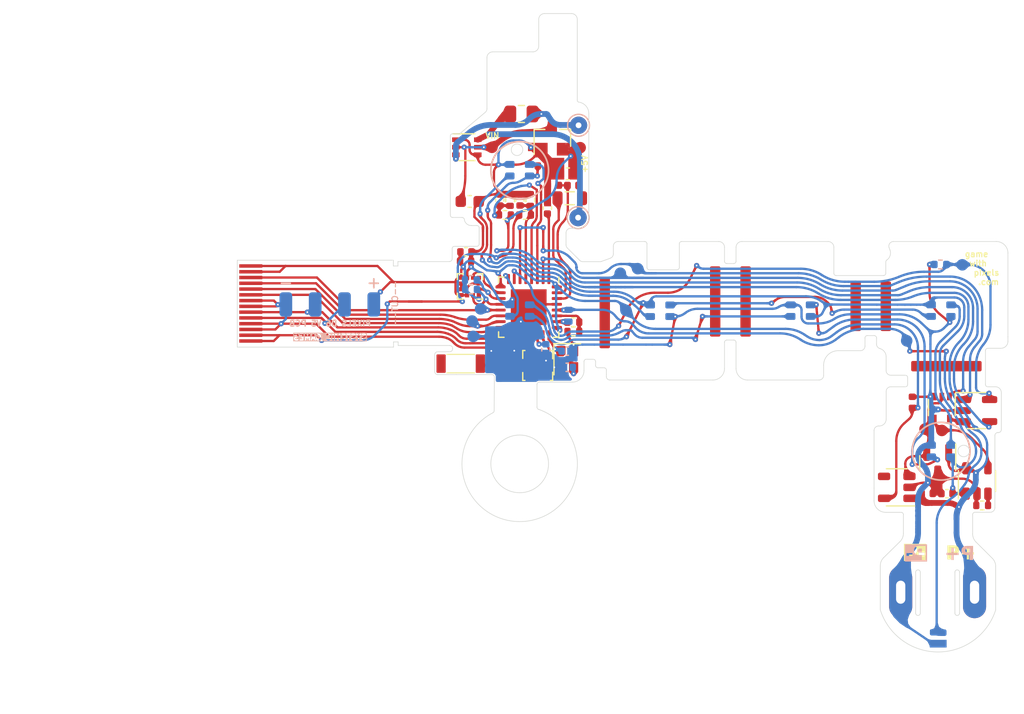
<source format=kicad_pcb>
(kicad_pcb (version 20221018) (generator pcbnew)
  (title_block (title "Pixels D6 Layout") (date "2022-08-26") (rev "3") (company "Systemic Games, LLC") (comment 1 "Flexible PCB, 0.13mm thickness"))
  (layers (0 "F.Cu" signal) (31 "B.Cu" signal) (34 "B.Paste" user) (35 "F.Paste" user) (36 "B.SilkS" user "B.Silkscreen") (37 "F.SilkS" user "F.Silkscreen") (38 "B.Mask" user) (39 "F.Mask" user) (44 "Edge.Cuts" user))
  (net 0 "")
  (net 1 "Net-(C1-Pad1)")
  (net 2 "GND")
  (net 3 "VDD")
  (net 4 "VDC")
  (net 5 "Net-(L1-Pad2)")
  (net 6 "Net-(L1-Pad1)")
  (net 7 "+5V")
  (net 8 "/PROG")
  (net 9 "VEE")
  (net 10 "/LED_EN")
  (net 11 "Net-(C2-Pad2)")
  (net 12 "Net-(C3-Pad1)")
  (net 13 "Net-(C5-Pad2)")
  (net 14 "Net-(C7-Pad1)")
  (net 15 "Net-(C19-Pad1)")
  (net 16 "Net-(C19-Pad2)")
  (net 17 "/BATT_NTC")
  (net 18 "RXI")
  (net 19 "TXO")
  (net 20 "SWO")
  (net 21 "RESET")
  (net 22 "SWDCLK")
  (net 23 "SWDIO")
  (net 24 "Net-(R10-Pad1)")
  (net 25 "/NTC_ID_VDD")
  (net 26 "/LED_DATA")
  (net 27 "/Power Supply/MAG1_")
  (net 28 "/STATS")
  (net 30 "/5V_SENSE")
  (net 31 "/VBAT_SENSE")
  (net 32 "/Power Supply/LED_EN_OUT")
  (net 33 "Net-(R3-Pad1)")
  (net 34 "Net-(D2-Pad3)")
  (net 35 "Net-(D3-Pad3)")
  (net 36 "Net-(D4-Pad3)")
  (net 37 "/LEDs/LED_RETURN_4")
  (net 38 "Net-(D6-Pad3)")
  (net 39 "/LEDs/LED_RETURN_6")
  (net 40 "+BATT")
  (net 43 "/SCL")
  (net 44 "/SDA")
  (net 45 "/ACC_INT")
  (net 46 "/ANT_NRF")
  (net 47 "/ANT_50")
  (net 48 "/ANTENNA")
  (footprint "Pixels-dice:C_0402_1005Metric" (layer "F.Cu") (at 167.39 106.79)
    (fp_text reference "C16")
    (fp_text value "10uF 10V 20%")
  )
  (footprint "Pixels-dice:SOT-353_SC-70-5" (layer "F.Cu") (at 168.655 99.335 -90)
    (fp_text reference "U7")
    (fp_text value "SN74LVC1G08" hide)
  )
  (footprint "Package_TO_SOT_SMD:SOT-23-5" (layer "F.Cu") (at 171.6575 99.6)
    (fp_text reference "U5")
    (fp_text value "MCP73832T-2ACI/OT")
  )
  (footprint "Package_TO_SOT_SMD:SOT-23" (layer "F.Cu") (at 168.3 104.16 -90)
    (fp_text reference "U8")
    (fp_text value "TMR1366")
  )
  (footprint "Pixels-dice:SOT-23-5" (layer "F.Cu") (at 171.7 105.696232 90)
    (fp_text reference "U6")
    (fp_text value "MT9700" hide)
  )
  (footprint "Resistor_SMD:R_0402_1005Metric" (layer "F.Cu") (at 172.15 107.82 180)
    (fp_text reference "R3")
    (fp_text value "10k 5%")
  )
  (footprint "Inductor_SMD:L_0805_2012Metric" (layer "F.Cu") (at 136.42 81.2)
    (fp_text reference "L1")
    (fp_text value "10uH 100mA 10%")
  )
  (footprint "Capacitor_SMD:C_0402_1005Metric" (layer "F.Cu") (at 134.48 82.05 90)
    (fp_text reference "C3")
    (fp_text value "0.1uF 10V 20%")
  )
  (footprint "Resistor_SMD:R_0402_1005Metric" (layer "F.Cu") (at 136.730001 91.939999 180)
    (fp_text reference "R10")
    (fp_text value "100k 1%")
  )
  (footprint "Package_DFN_QFN:QFN-32-1EP_5x5mm_P0.5mm_EP3.1x3.1mm" (layer "F.Cu") (at 132.86 90.64 -90)
    (fp_text reference "U1")
    (fp_text value "N52810_QFN32")
  )
  (footprint "Capacitor_SMD:C_0402_1005Metric" (layer "F.Cu") (at 127.4225 85.8375)
    (fp_text reference "C10")
    (fp_text value "0.1uF 10V 20%")
  )
  (footprint "Pixels-dice:0402_RF" (layer "F.Cu") (at 132.63 93.99)
    (fp_text reference "C8")
    (fp_text value "0.8pF 10V 5% C0G")
  )
  (footprint "Capacitor_SMD:C_0402_1005Metric" (layer "F.Cu") (at 169.1 106.8 180)
    (fp_text reference "C23")
    (fp_text value "0.1uF 10V 20%")
  )
  (footprint "Pixels-dice:C_0402_1005Metric" (layer "F.Cu") (at 134.13 78.4)
    (fp_text reference "C9")
    (fp_text value "10uF 10V 20%")
  )
  (footprint "Pixels-dice:C_0402_1005Metric" (layer "F.Cu") (at 166.095 98.885 90)
    (fp_text reference "C18")
    (fp_text value "4.7uF 10V 20%")
  )
  (footprint "Pixels-dice:R_0402_1005Metric" (layer "F.Cu") (at 136.09 78.13 180)
    (fp_text reference "R4")
    (fp_text value "100k 1%")
  )
  (footprint "Pixels-dice:SOT-23-5" (layer "F.Cu") (at 164.75 106.25 180)
    (fp_text reference "U4")
    (fp_text value "ME6215" hide)
  )
  (footprint "Resistor_SMD:R_0402_1005Metric" (layer "F.Cu") (at 136.73 92.74)
    (fp_text reference "R9")
    (fp_text value "120k 1%")
  )
  (footprint "Pixels-dice:C_0402_1005Metric" (layer "F.Cu") (at 127.3925 86.6575)
    (fp_text reference "C4")
    (fp_text value "4.7uF 10V 20%")
  )
  (footprint "Pixels-dice:FPC_14" (layer "F.Cu") (at 108.78163 93.57 90)
    (fp_text reference "J1")
    (fp_text value "Conn_01x14")
  )
  (footprint "Capacitor_SMD:C_0603_1608Metric" (layer "F.Cu") (at 127.75 81.48)
    (fp_text reference "C13")
    (fp_text value "4.7uF 25V 20%")
  )
  (footprint "Package_TO_SOT_SMD:SOT-363_SC-70-6" (layer "F.Cu") (at 127.5 76.78)
    (fp_text reference "D1")
    (fp_text value "BAV99S")
  )
  (footprint "Capacitor_SMD:C_0603_1608Metric" (layer "F.Cu") (at 136.25 79.09 180)
    (fp_text reference "C15")
    (fp_text value "22uF 10V 20%")
  )
  (footprint "Inductor_SMD:L_0402_1005Metric" (layer "F.Cu") (at 136.7 80.09 180)
    (fp_text reference "L2")
    (fp_text value "15nH 100mA 5%")
  )
  (footprint "Pixels-dice:C_0402_1005Metric" (layer "F.Cu") (at 135 80.08 180)
    (fp_text reference "C1")
    (fp_text value "4.7uF 10V 20%")
  )
  (footprint "Capacitor_SMD:C_0402_1005Metric" (layer "F.Cu") (at 130.35 81.35 90)
    (fp_text reference "C21")
    (fp_text value "10nF 25V 10%")
  )
  (footprint "Resistor_SMD:R_0402_1005Metric" (layer "F.Cu") (at 132.55 82.65)
    (fp_text reference "R7")
    (fp_text value "4.02M 1%")
  )
  (footprint "Resistor_SMD:R_0402_1005Metric" (layer "F.Cu") (at 131.25 81.35 -90)
    (fp_text reference "R2")
    (fp_text value "4.02M 1%")
  )
  (footprint "Resistor_SMD:R_0402_1005Metric" (layer "F.Cu") (at 133 81.35 90)
    (fp_text reference "R8")
    (fp_text value "10M 1%")
  )
  (footprint "Resistor_SMD:R_0402_1005Metric" (layer "F.Cu") (at 130.8 82.65 180)
    (fp_text reference "R1")
    (fp_text value "4.02M 1%")
  )
  (footprint "Capacitor_SMD:C_0402_1005Metric" (layer "F.Cu") (at 132.1 81.35 90)
    (fp_text reference "C22")
    (fp_text value "10nF 25V 10%")
  )
  (footprint "Pixels-dice:Crystal_SMD_2016-4Pin_2.0x1.6mm" (layer "F.Cu") (at 136.2 95.15 -90)
    (fp_text reference "Y1")
    (fp_text value "32MHz 40ppm")
  )
  (footprint "Package_LGA:LGA-12_2x2mm_P0.5mm" (layer "F.Cu") (at 127.78 88.84 180)
    (fp_text reference "U2")
    (fp_text value "KXTJ3-1057")
  )
  (footprint "Pixels-dice:0402_RF" (layer "F.Cu") (at 129.57 95.24 90)
    (fp_text reference "C11")
    (fp_text value "DNP")
  )
  (footprint "Pixels-dice:0402_RF" (layer "F.Cu") (at 132.47 95.24 -90)
    (fp_text reference "L5")
    (fp_text value "3.9nH 5%")
  )
  (footprint "Pixels-dice:SOT-23" (layer "F.Cu") (at 134.91 76 -90)
    (fp_text reference "U3")
    (fp_text value "PJ75AL50SA")
  )
  (footprint "Capacitor_SMD:C_0805_2012Metric" (layer "F.Cu") (at 132.23 73.9 180)
    (fp_text reference "C19" hide)
    (fp_text value "12nF 50V 5% NP0")
  )
  (footprint "Pixels-dice:0402_RF" (layer "F.Cu") (at 130.66 95.68 180)
    (fp_text reference "L3")
    (fp_text value "0 Ohm")
  )
  (footprint "Pixels-dice:CHIP_ANT" (layer "F.Cu") (at 128.67 95.53 90)
    (fp_text reference "AE2")
    (fp_text value "Antenna_Chip" hide)
  )
  (footprint "Pixels-dice:TEST_PIN" (layer "F.Cu") (at 137.32 76.82)
    (fp_text reference "W15" hide)
    (fp_text value "+5V")
  )
  (footprint "RFFrontEnd:MFH3.RECE.20369.001E.01" (layer "F.Cu") (at 133.64 95.69 90)
    (fp_text reference "J4")
    (fp_text value "DNP" hide)
  )
  (footprint "Pixels-dice:TEST_PIN" (layer "F.Cu") (at 168.66 101.32)
    (fp_text reference "W21" hide)
    (fp_text value "LED2")
  )
  (footprint "Pixels-dice:TEST_PIN" (layer "F.Cu") (at 167.2 101.2)
    (fp_text reference "W23" hide)
    (fp_text value "MAG1_")
  )
  (footprint "Pixels-dice:TEST_PIN" (layer "F.Cu") (at 129.68 76.79)
    (fp_text reference "W16" hide)
    (fp_text value "VIN")
  )
  (footprint "Pixels-dice:0402_RF" (layer "F.Cu") (at 131.75 95.24 90)
    (fp_text reference "C12")
    (fp_text value "DNP")
  )
  (footprint "Pixels-dice:TX1812Z_2020" (layer "B.Cu") (at 168.59 103.11 90)
    (fp_text reference "D5")
    (fp_text value "TX1812Z_2020")
  )
  (footprint "Pixels-dice:TX1812Z_2020" (layer "B.Cu") (at 168.59 90.94 -90)
    (fp_text reference "D4")
    (fp_text value "TX1812Z_2020")
  )
  (footprint "Pixels-dice:TX1812Z_2020" (layer "B.Cu") (at 156.42 90.94 90)
    (fp_text reference "D6")
    (fp_text value "TX1812Z_2020")
  )
  (footprint "Pixels-dice:TX1812Z_2020" (layer "B.Cu") (at 132.08 78.77 90)
    (fp_text reference "D2")
    (fp_text value "TX1812Z_2020")
  )
  (footprint "Pixels-dice:TX1812Z_2020" (layer "B.Cu") (at 132.08 90.93 90)
    (fp_text reference "D7")
    (fp_text value "TX1812Z_2020")
  )
  (footprint "Pixels-dice:C_0402_1005Metric" (layer "B.Cu") (at 168.75 119.32 -90)
    (fp_text reference "C6" hide)
    (fp_text value "DNP")
  )
  (footprint "TestPoint:TestPoint_THTPad_D1.5mm_Drill0.7mm" (layer "B.Cu") (at 137.18 74.88 30)
    (fp_text reference "P5" hide)
    (fp_text value "COILA")
  )
  (footprint "Capacitor_SMD:C_0402_1005Metric" (layer "B.Cu") (at 134.35 94.33 -90)
    (fp_text reference "C7")
    (fp_text value "100pF NP0 10V 5%")
  )
  (footprint "Capacitor_SMD:C_0402_1005Metric" (layer "B.Cu") (at 136.2 95.85)
    (fp_text reference "C5")
    (fp_text value "8pF 10V 10%")
  )
  (footprint "Capacitor_SMD:C_0402_1005Metric" (layer "B.Cu") (at 136.2 94.45 180)
    (fp_text reference "C2")
    (fp_text value "8pF 10V 10%")
  )
  (footprint "Pixels-dice:TX1812Z_2020" (layer "B.Cu") (at 144.25 90.95 -90)
    (fp_text reference "D3")
    (fp_text value "TX1812Z_2020")
  )
  (footprint "Pixels-dice:FPC-POGO-4" (layer "B.Cu") (at 115.63 90.4 180)
    (fp_text reference "J2")
    (fp_text value "Conn_01x04")
  )
  (footprint "Resistor_SMD:R_0402_1005Metric" (layer "B.Cu") (at 168.53 86.94 180)
    (fp_text reference "R6")
    (fp_text value "22k 1%")
  )
  (footprint "Pixels-dice:Hongjie 10100 Connector" (layer "B.Cu") (at 168.290601 115.336035 180)
    (fp_text reference "J3")
    (fp_text value "Conn_01x02")
  )
  (footprint "Resistor_SMD:R_0402_1005Metric" (layer "B.Cu") (at 127.86 89.1)
    (fp_text reference "R12")
    (fp_text value "2.7k 5%")
  )
  (footprint "Resistor_SMD:R_0402_1005Metric" (layer "B.Cu") (at 127.8475 88.2775)
    (fp_text reference "R16")
    (fp_text value "2.7k 5%")
  )
  (footprint "Pixels-dice:R_0402_1005Metric" (layer "B.Cu") (at 136.34 91.38 90)
    (fp_text reference "R5")
    (fp_text value "100k 1%" hide)
  )
  (footprint "Pixels-dice:R_0402_1005Metric" (layer "B.Cu") (at 167.94 119.32 -90)
    (fp_text reference "TH1" hide)
    (fp_text value "NTC 100k @ 25C")
  )
  (footprint "Pixels-dice:TEST_PIN" (layer "B.Cu") (at 140.8 87.7 180)
    (fp_text reference "W5" hide)
    (fp_text value "LED_EN" hide)
  )
  (footprint "Pixels-dice:TEST_PIN" (layer "B.Cu") (at 142.3 87.3 180)
    (fp_text reference "W17" hide)
    (fp_text value "STAT" hide)
  )
  (footprint "Pixels-dice:TEST_PIN" (layer "B.Cu") (at 127.95 91.84 180)
    (fp_text reference "W1" hide)
    (fp_text value "RXI" hide)
  )
  (footprint "TestPoint:TestPoint_THTPad_D1.5mm_Drill0.7mm" (layer "B.Cu") (at 137.14 82.88 180)
    (fp_text reference "P6" hide)
    (fp_text value "COILB")
  )
  (footprint "Pixels-dice:TEST_PIN" (layer "B.Cu") (at 170.43 86.97 180)
    (fp_text reference "W3" hide)
    (fp_text value "PROG" hide)
  )
  (footprint "Pixels-dice:TEST_PIN" (layer "B.Cu") (at 141.29 90.92 180)
    (fp_text reference "W25" hide)
    (fp_text value "VDD" hide)
  )
  (footprint "Pixels-dice:TEST_PIN" (layer "B.Cu") (at 165.61 93.55 180)
    (fp_text reference "W4" hide)
    (fp_text value "VBAT_S" hide)
  )
  (footprint "Pixels-dice:TEST_PIN" (layer "B.Cu") (at 128.69 90.79 180)
    (fp_text reference "W2" hide)
    (fp_text value "TXO" hide)
  )
  (footprint "Pixels-dice:TEST_PIN" (layer "B.Cu") (at 128.05 93.17 180)
    (fp_text reference "W19" hide)
    (fp_text value "GND")
  )
  (gr_circle (center 168.59 103.12) (end 171.09 103.12) (stroke (width 0.15)) (fill none) (layer "B.SilkS"))
  (gr_circle (center 132.08 78.79) (end 134.58 78.79) (stroke (width 0.15)) (fill none) (layer "B.SilkS"))
  (gr_line (start 138.0686 82.801) (end 138.0686 73.8653) (stroke (width 0.05)) (layer "Edge.Cuts"))
  (gr_line (start 150.0256 93.4882) (end 150.6256 93.4881) (stroke (width 0.05)) (layer "Edge.Cuts"))
  (gr_line (start 171.5256 108.408) (end 172.8526 108.408) (stroke (width 0.05)) (layer "Edge.Cuts"))
  (gr_line (start 138.8536 95.8898) (end 139.0866 95.8898) (stroke (width 0.05)) (layer "Edge.Cuts"))
  (gr_line (start 137.6526 96.1313) (end 137.6526 95.3509) (stroke (width 0.05)) (layer "Edge.Cuts"))
  (gr_arc (start 126.2686 82.8653) (mid 126.127179 82.806721) (end 126.0686 82.6653) (stroke (width 0.05)) (layer "Edge.Cuts"))
  (gr_arc (start 164.2306 96.5365) (mid 163.947757 96.419343) (end 163.8306 96.1365) (stroke (width 0.05)) (layer "Edge.Cuts"))
  (gr_line (start 124.7196 94.7511) (end 124.7196 95.1124) (stroke (width 0.05)) (layer "Edge.Cuts"))
  (gr_arc (start 163.8336 100.334077) (mid 163.646877 100.768973) (end 163.203004 100.933219) (stroke (width 0.05)) (layer "Edge.Cuts"))
  (gr_line (start 139.0866 95.8898) (end 139.3896 95.8898) (stroke (width 0.05)) (layer "Edge.Cuts"))
  (gr_line (start 162.7826 106.323) (end 162.7826 107.412) (stroke (width 0.05)) (layer "Edge.Cuts"))
  (gr_line (start 127.8796 83.5654) (end 128.3686 83.5654) (stroke (width 0.05)) (layer "Edge.Cuts"))
  (gr_arc (start 136.0957 84.200998) (mid 136.212828 83.918128) (end 136.495698 83.801) (stroke (width 0.05)) (layer "Edge.Cuts"))
  (gr_line (start 162.7826 101.333) (end 162.7826 106.323) (stroke (width 0.05)) (layer "Edge.Cuts"))
  (gr_line (start 137.2786 86.5838) (end 136.2126 85.5182) (stroke (width 0.05)) (layer "Edge.Cuts"))
  (gr_arc (start 170.188603 117.151057) (mid 169.988594 117.351003) (end 169.788597 117.151045) (stroke (width 0.05)) (layer "Edge.Cuts"))
  (gr_line (start 150.6256 86.8595) (end 150.0256 86.8595) (stroke (width 0.05)) (layer "Edge.Cuts"))
  (gr_line (start 150.8256 93.6881) (end 150.8256 95.9509) (stroke (width 0.05)) (layer "Edge.Cuts"))
  (gr_line (start 137.8526 95.1509) (end 138.4536 95.1509) (stroke (width 0.05)) (layer "Edge.Cuts"))
  (gr_arc (start 133.713116 99.491882) (mid 133.615605 99.418893) (end 133.5785 99.302872) (stroke (width 0.05)) (layer "Edge.Cuts"))
  (gr_arc (start 133.7295 65.700204) (mid 133.875974 65.346677) (end 134.2295 65.2002) (stroke (width 0.05)) (layer "Edge.Cuts"))
  (gr_arc (start 124.969601 96.48015) (mid 124.792864 96.406946) (end 124.71965 96.230213) (stroke (width 0.05)) (layer "Edge.Cuts"))
  (gr_arc (start 126.0686 75.816196) (mid 126.12718 75.674777) (end 126.2686 75.616196) (stroke (width 0.05)) (layer "Edge.Cuts"))
  (gr_line (start 173.3226 116.868) (end 173.322308 113.10503) (stroke (width 0.05)) (layer "Edge.Cuts"))
  (gr_line (start 133.7296 65.7002) (end 133.7296 68.0181) (stroke (width 0.05)) (layer "Edge.Cuts"))
  (gr_arc (start 163.8337 97.936298) (mid 163.950828 97.653428) (end 164.233698 97.5363) (stroke (width 0.05)) (layer "Edge.Cuts"))
  (gr_arc (start 133.7297 68.0181) (mid 133.583224 68.371624) (end 133.2297 68.5181) (stroke (width 0.05)) (layer "Edge.Cuts"))
  (gr_line (start 172.6366 94.2002) (end 173.7826 94.2002) (stroke (width 0.05)) (layer "Edge.Cuts"))
  (gr_arc (start 149.8256 93.688151) (mid 149.884196 93.546761) (end 150.0256 93.4882) (stroke (width 0.05)) (layer "Edge.Cuts"))
  (gr_line (start 138.6536 95.3509) (end 138.6536 95.6899) (stroke (width 0.05)) (layer "Edge.Cuts"))
  (gr_arc (start 129.6826 96.4802) (mid 129.824475 96.539074) (end 129.882846 96.681156) (stroke (width 0.05)) (layer "Edge.Cuts"))
  (gr_arc (start 128.3686 83.56535) (mid 128.510039 83.623926) (end 128.56865 83.76535) (stroke (width 0.05)) (layer "Edge.Cuts"))
  (gr_arc (start 150.825665 85.450944) (mid 150.972099 85.097387) (end 151.325661 84.950965) (stroke (width 0.05)) (layer "Edge.Cuts"))
  (gr_line (start 163.3216 113.048) (end 163.3216 116.86) (stroke (width 0.05)) (layer "Edge.Cuts"))
  (gr_arc (start 173.2527 101.755083) (mid 173.3259 101.578288) (end 173.5027 101.5051) (stroke (width 0.05)) (layer "Edge.Cuts"))
  (gr_line (start 173.3076 97.5365) (end 172.6366 97.5365) (stroke (width 0.05)) (layer "Edge.Cuts"))
  (gr_arc (start 165.1246 108.41195) (mid 165.266039 108.470526) (end 165.32465 108.61195) (stroke (width 0.05)) (layer "Edge.Cuts"))
  (gr_line (start 149.3256 84.9509) (end 146.1106 84.9509) (stroke (width 0.05)) (layer "Edge.Cuts"))
  (gr_arc (start 149.8255 95.951) (mid 149.532636 96.658136) (end 148.825501 96.951) (stroke (width 0.05)) (layer "Edge.Cuts"))
  (gr_line (start 129.100715 73.753187) (end 126.936231 75.569405) (stroke (width 0.05)) (layer "Edge.Cuts"))
  (gr_line (start 173.3826 84.9512) (end 164.4636 84.9512) (stroke (width 0.05)) (layer "Edge.Cuts"))
  (gr_line (start 129.86885 99.6101) (end 129.882846 96.681156) (stroke (width 0.05)) (layer "Edge.Cuts"))
  (gr_arc (start 150.825665 86.65955) (mid 150.767073 86.800962) (end 150.625665 86.859565) (stroke (width 0.05)) (layer "Edge.Cuts"))
  (gr_line (start 133.5785 99.302872) (end 133.5785 97.3313) (stroke (width 0.05)) (layer "Edge.Cuts"))
  (gr_arc (start 128.5687 85.164699) (mid 128.510092 85.306092) (end 128.368699 85.3647) (stroke (width 0.05)) (layer "Edge.Cuts"))
  (gr_arc (start 151.8256 96.9509) (mid 151.118493 96.658007) (end 150.8256 95.9509) (stroke (width 0.05)) (layer "Edge.Cuts"))
  (gr_line (start 164.089068 85.491497) (end 164.160021 85.679606) (stroke (width 0.05)) (layer "Edge.Cuts"))
  (gr_line (start 124.9696 96.4802) (end 126.5796 96.4802) (stroke (width 0.05)) (layer "Edge.Cuts"))
  (gr_line (start 151.8256 96.9509) (end 158.0146 96.9509) (stroke (width 0.05)) (layer "Edge.Cuts"))
  (gr_arc (start 163.7996 86.723007) (mid 163.82237 86.630321) (end 163.8855 86.55874) (stroke (width 0.05)) (layer "Edge.Cuts"))
  (gr_line (start 161.9976 94.011494) (end 161.9976 93.3009) (stroke (width 0.05)) (layer "Edge.Cuts"))
  (gr_line (start 158.7996 84.9509) (end 151.3256 84.9509) (stroke (width 0.05)) (layer "Edge.Cuts"))
  (gr_arc (start 163.287163 94.222804) (mid 163.078107 94.078997) (end 162.997647 93.838351) (stroke (width 0.05)) (layer "Edge.Cuts"))
  (gr_arc (start 161.9976 94.011494) (mid 161.880445 94.294341) (end 161.5976 94.411494) (stroke (width 0.05)) (layer "Edge.Cuts"))
  (gr_arc (start 158.4146 96.5509) (mid 158.297443 96.833743) (end 158.0146 96.9509) (stroke (width 0.05)) (layer "Edge.Cuts"))
  (gr_line (start 174.3826 93.6002) (end 174.3826 93.2009) (stroke (width 0.05)) (layer "Edge.Cuts"))
  (gr_line (start 150.8256 85.4509) (end 150.8256 86.6595) (stroke (width 0.05)) (layer "Edge.Cuts"))
  (gr_line (start 139.5896 96.0898) (end 139.5896 96.4491) (stroke (width 0.05)) (layer "Edge.Cuts"))
  (gr_line (start 166.3886 113.601) (end 166.3886 117.151) (stroke (width 0.05)) (layer "Edge.Cuts"))
  (gr_arc (start 173.3076 97.53655) (mid 173.661171 97.682994) (end 173.80765 98.03655) (stroke (width 0.05)) (layer "Edge.Cuts"))
  (gr_line (start 133.2296 68.5181) (end 129.7436 68.5181) (stroke (width 0.05)) (layer "Edge.Cuts"))
  (gr_arc (start 163.287163 94.222804) (mid 163.679409 94.492334) (end 163.830451 94.943654) (stroke (width 0.05)) (layer "Edge.Cuts"))
  (gr_line (start 143.1086 87.199) (end 143.1086 85.1489) (stroke (width 0.05)) (layer "Edge.Cuts"))
  (gr_arc (start 174.3827 93.6002) (mid 174.206935 94.024435) (end 173.7827 94.2002) (stroke (width 0.05)) (layer "Edge.Cuts"))
  (gr_arc (start 133.5785 97.3313) (mid 133.637079 97.189879) (end 133.7785 97.1313) (stroke (width 0.05)) (layer "Edge.Cuts"))
  (gr_arc (start 172.6366 97.53655) (mid 172.495161 97.477974) (end 172.43655 97.336549) (stroke (width 0.05)) (layer "Edge.Cuts"))
  (gr_arc (start 137.5616 86.7009) (mid 137.408465 86.67047) (end 137.2786 86.5838) (stroke (width 0.05)) (layer "Edge.Cuts"))
  (gr_line (start 126.5796 96.4802) (end 129.6826 96.4802) (stroke (width 0.05)) (layer "Edge.Cuts"))
  (gr_arc (start 126.0196 93.96) (mid 126.196199 94.033047) (end 126.2696 94.2095) (stroke (width 0.05)) (layer "Edge.Cuts"))
  (gr_arc (start 165.3245 110.241929) (mid 165.246663 110.628781) (end 165.02522 110.955394) (stroke (width 0.05)) (layer "Edge.Cuts"))
  (gr_line (start 126.2686 82.8653) (end 127.0856 82.8653) (stroke (width 0.05)) (layer "Edge.Cuts"))
  (gr_line (start 163.7996 87.7002) (end 163.7996 86.723) (stroke (width 0.05)) (layer "Edge.Cuts"))
  (gr_arc (start 173.3826 84.9512) (mid 174.089707 85.244093) (end 174.3826 85.9512) (stroke (width 0.05)) (layer "Edge.Cuts"))
  (gr_arc (start 143.30863 87.399003) (mid 143.167187 87.340434) (end 143.108597 87.199) (stroke (width 0.05)) (layer "Edge.Cuts"))
  (gr_arc (start 126.230751 85.564698) (mid 126.289304 85.423267) (end 126.43075 85.364751) (stroke (width 0.05)) (layer "Edge.Cuts"))
  (gr_arc (start 129.243553 69.0181) (mid 129.389997 68.66453) (end 129.743553 68.518053) (stroke (width 0.05)) (layer "Edge.Cuts"))
  (gr_arc (start 136.2126 85.5182) (mid 136.125779 85.388517) (end 136.0956 85.2354) (stroke (width 0.05)) (layer "Edge.Cuts"))
  (gr_line (start 121.5296 86.69) (end 125.9796 86.69) (stroke (width 0.05)) (layer "Edge.Cuts"))
  (gr_arc (start 149.325599 84.95095) (mid 149.679135 85.097399) (end 149.82555 85.45095) (stroke (width 0.05)) (layer "Edge.Cuts"))
  (gr_arc (start 165.6955 97.336306) (mid 165.63698 97.477713) (end 165.4956 97.5363) (stroke (width 0.05)) (layer "Edge.Cuts"))
  (gr_arc (start 166.7886 117.151049) (mid 166.588605 117.351) (end 166.3886 117.151059) (stroke (width 0.05)) (layer "Edge.Cuts"))
  (gr_arc (start 171.619081 110.989654) (mid 171.401894 110.665027) (end 171.325628 110.281965) (stroke (width 0.05)) (layer "Edge.Cuts"))
  (gr_line (start 137.0686 72.7251) (end 137.0686 65.7002) (stroke (width 0.05)) (layer "Edge.Cuts"))
  (gr_arc (start 171.3256 108.607951) (mid 171.384196 108.466561) (end 171.5256 108.408) (stroke (width 0.05)) (layer "Edge.Cuts"))
  (gr_line (start 159.2996 85.4509) (end 159.2996 87.7002) (stroke (width 0.05)) (layer "Edge.Cuts"))
  (gr_line (start 136.4956 83.801) (end 137.0686 83.801) (stroke (width 0.05)) (layer "Edge.Cuts"))
  (gr_arc (start 129.2436 73.446769) (mid 129.206134 73.615824) (end 129.100715 73.753187) (stroke (width 0.05)) (layer "Edge.Cuts"))
  (gr_arc (start 165.4956 96.5365) (mid 165.637021 96.595079) (end 165.6956 96.7365) (stroke (width 0.05)) (layer "Edge.Cuts"))
  (gr_arc (start 124.7196 94.751052) (mid 124.792806 94.57424) (end 124.969604 94.501) (stroke (width 0.05)) (layer "Edge.Cuts"))
  (gr_line (start 126.0196 94.5006) (end 124.9696 94.501) (stroke (width 0.05)) (layer "Edge.Cuts"))
  (gr_line (start 136.5686 65.2002) (end 134.2296 65.2002) (stroke (width 0.05)) (layer "Edge.Cuts"))
  (gr_line (start 165.4956 97.5363) (end 164.2336 97.5363) (stroke (width 0.05)) (layer "Edge.Cuts"))
  (gr_line (start 139.5896 96.4491) (end 139.5896 96.651) (stroke (width 0.05)) (layer "Edge.Cuts"))
  (gr_arc (start 163.3217 113.04807) (mid 163.399538 112.661215) (end 163.620985 112.334601) (stroke (width 0.05)) (layer "Edge.Cuts"))
  (gr_line (start 124.7196 95.9674) (end 124.7196 96.2302) (stroke (width 0.05)) (layer "Edge.Cuts"))
  (gr_arc (start 173.8077 101.255082) (mid 173.734454 101.431841) (end 173.5577 101.5051) (stroke (width 0.05)) (layer "Edge.Cuts"))
  (gr_arc (start 126.2296 86.44) (mid 126.156377 86.616777) (end 125.9796 86.69) (stroke (width 0.05)) (layer "Edge.Cuts"))
  (gr_line (start 165.02522 110.955394) (end 163.620985 112.334601) (stroke (width 0.05)) (layer "Edge.Cuts"))
  (gr_line (start 140.1956 85.3509) (end 140.1956 86.0208) (stroke (width 0.05)) (layer "Edge.Cuts"))
  (gr_line (start 173.2526 108.008) (end 173.2526 101.755) (stroke (width 0.05)) (layer "Edge.Cuts"))
  (gr_line (start 174.3826 93.2009) (end 174.3826 85.9512) (stroke (width 0.05)) (layer "Edge.Cuts"))
  (gr_arc (start 127.0856 82.8653) (mid 127.217893 82.915305) (end 127.284033 83.040315) (stroke (width 0.05)) (layer "Edge.Cuts"))
  (gr_line (start 165.6956 96.7365) (end 165.6956 97.3363) (stroke (width 0.05)) (layer "Edge.Cuts"))
  (gr_line (start 139.932209 86.39685) (end 139.161101 86.676859) (stroke (width 0.05)) (layer "Edge.Cuts"))
  (gr_line (start 128.5686 83.7653) (end 128.5686 85.1647) (stroke (width 0.05)) (layer "Edge.Cuts"))
  (gr_line (start 121.1296 86.57) (end 107.6096 86.57) (stroke (width 0.05)) (layer "Edge.Cuts"))
  (gr_arc (start 158.4146 95.661494) (mid 158.780719 94.777614) (end 159.6646 94.411494) (stroke (width 0.05)) (layer "Edge.Cuts"))
  (gr_arc (start 162.7976 93.1009) (mid 162.939021 93.159479) (end 162.9976 93.3009) (stroke (width 0.05)) (layer "Edge.Cuts"))
  (gr_line (start 163.8306 94.9437) (end 163.8306 96.1365) (stroke (width 0.05)) (layer "Edge.Cuts"))
  (gr_line (start 121.1296 86.57) (end 121.1296 87.07) (stroke (width 0.05)) (layer "Edge.Cuts"))
  (gr_arc (start 138.4536 95.1509) (mid 138.595021 95.209479) (end 138.6536 95.3509) (stroke (width 0.05)) (layer "Edge.Cuts"))
  (gr_line (start 121.5496 93.65) (end 121.1496 93.65) (stroke (width 0.05)) (layer "Edge.Cuts"))
  (gr_arc (start 164.089068 85.491497) (mid 164.134875 85.123229) (end 164.463656 84.951118) (stroke (width 0.05)) (layer "Edge.Cuts"))
  (gr_arc (start 140.1956 85.350949) (mid 140.31274 85.068075) (end 140.5956 84.9509) (stroke (width 0.05)) (layer "Edge.Cuts"))
  (gr_arc (start 173.0294 112.398) (mid 173.246188 112.722377) (end 173.322308 113.10503) (stroke (width 0.05)) (layer "Edge.Cuts"))
  (gr_line (start 126.2686 75.616196) (end 126.807674 75.616196) (stroke (width 0.05)) (layer "Edge.Cuts"))
  (gr_line (start 121.5496 93.96) (end 121.5496 93.65) (stroke (width 0.05)) (layer "Edge.Cuts"))
  (gr_arc (start 173.2526 108.00795) (mid 173.13546 108.290825) (end 172.8526 108.408) (stroke (width 0.05)) (layer "Edge.Cuts"))
  (gr_arc (start 137.6526 95.3509) (mid 137.711467 95.209767) (end 137.8526 95.1509) (stroke (width 0.05)) (layer "Edge.Cuts"))
  (gr_arc (start 173.322558 116.86798) (mid 168.319167 120.513464) (end 163.3216 116.86) (stroke (width 0.05)) (layer "Edge.Cuts"))
  (gr_arc (start 139.8896 96.951) (mid 139.677468 96.863132) (end 139.5896 96.651) (stroke (width 0.05)) (layer "Edge.Cuts"))
  (gr_line (start 139.0246 86.7009) (end 137.5616 86.7009) (stroke (width 0.05)) (layer "Edge.Cuts"))
  (gr_line (start 136.6526 97.1313) (end 133.7785 97.1313) (stroke (width 0.05)) (layer "Edge.Cuts"))
  (gr_line (start 165.3246 108.612) (end 165.3246 110.242) (stroke (width 0.05)) (layer "Edge.Cuts"))
  (gr_arc (start 145.910584 87.199) (mid 145.852004 87.340416) (end 145.710583 87.398984) (stroke (width 0.05)) (layer "Edge.Cuts"))
  (gr_arc (start 136.5686 65.2002) (mid 136.922153 65.346647) (end 137.0686 65.7002) (stroke (width 0.05)) (layer "Edge.Cuts"))
  (gr_arc (start 169.788603 113.600958) (mid 169.988598 113.401003) (end 170.188597 113.600953) (stroke (width 0.05)) (layer "Edge.Cuts"))
  (gr_arc (start 172.4366 94.4002) (mid 172.495179 94.258779) (end 172.6366 94.2002) (stroke (width 0.05)) (layer "Edge.Cuts"))
  (gr_line (start 159.4996 87.9002) (end 163.5996 87.9002) (stroke (width 0.05)) (layer "Edge.Cuts"))
  (gr_line (start 139.8896 96.951) (end 148.825501 96.951) (stroke (width 0.05)) (layer "Edge.Cuts"))
  (gr_line (start 162.1976 93.1009) (end 162.7976 93.1009) (stroke (width 0.05)) (layer "Edge.Cuts"))
  (gr_arc (start 127.87955 83.56535) (mid 127.482621 83.415331) (end 127.284081 83.04031) (stroke (width 0.05)) (layer "Edge.Cuts"))
  (gr_circle (center 170.5496 103.1) (end 171.0497 103.1) (stroke (width 0.05)) (fill none) (layer "Edge.Cuts"))
  (gr_line (start 171.3256 110.282) (end 171.3256 108.608) (stroke (width 0.05)) (layer "Edge.Cuts"))
  (gr_arc (start 137.199041 72.873873) (mid 137.105846 72.824057) (end 137.068646 72.725148) (stroke (width 0.05)) (layer "Edge.Cuts"))
  (gr_line (start 169.7886 113.601) (end 169.7886 117.151) (stroke (width 0.05)) (layer "Edge.Cuts"))
  (gr_arc (start 150.625575 93.488125) (mid 150.767004 93.546696) (end 150.825575 93.688125) (stroke (width 0.05)) (layer "Edge.Cuts"))
  (gr_line (start 145.9106 85.1489) (end 145.9106 87.199) (stroke (width 0.05)) (layer "Edge.Cuts"))
  (gr_line (start 126.2696 94.2095) (end 126.2696 94.2505) (stroke (width 0.05)) (layer "Edge.Cuts"))
  (gr_arc (start 161.997701 93.300901) (mid 162.05625 93.15945) (end 162.197701 93.100901) (stroke (width 0.05)) (layer "Edge.Cuts"))
  (gr_line (start 162.9976 93.3009) (end 162.9976 93.8384) (stroke (width 0.05)) (layer "Edge.Cuts"))
  (gr_line (start 159.6646 94.411494) (end 161.5976 94.411494) (stroke (width 0.05)) (layer "Edge.Cuts"))
  (gr_arc (start 166.388601 113.600951) (mid 166.588602 113.401001) (end 166.788599 113.600956) (stroke (width 0.05)) (layer "Edge.Cuts"))
  (gr_line (start 142.9086 84.9509) (end 140.5956 84.9509) (stroke (width 0.05)) (layer "Edge.Cuts"))
  (gr_circle (center 131.85 77) (end 132.35 77) (stroke (width 0.05)) (fill none) (layer "Edge.Cuts"))
  (gr_arc (start 133.713116 99.491882) (mid 132.450097 109.20331) (end 129.761531 99.786375) (stroke (width 0.05)) (layer "Edge.Cuts"))
  (gr_line (start 173.8076 101.255) (end 173.8076 98.0365) (stroke (width 0.05)) (layer "Edge.Cuts"))
  (gr_arc (start 138.0686 82.801) (mid 137.775707 83.508107) (end 137.0686 83.801) (stroke (width 0.05)) (layer "Edge.Cuts"))
  (gr_line (start 136.0956 85.2354) (end 136.0956 84.201) (stroke (width 0.05)) (layer "Edge.Cuts"))
  (gr_arc (start 164.160021 85.679606) (mid 164.173582 86.166271) (end 163.885503 86.558746) (stroke (width 0.05)) (layer "Edge.Cuts"))
  (gr_arc (start 159.4996 87.9002) (mid 159.358179 87.841621) (end 159.2996 87.7002) (stroke (width 0.05)) (layer "Edge.Cuts"))
  (gr_arc (start 129.86885 99.6101) (mid 129.839662 99.713126) (end 129.761531 99.786375) (stroke (width 0.05)) (layer "Edge.Cuts"))
  (gr_line (start 173.5026 101.505) (end 173.5576 101.505) (stroke (width 0.05)) (layer "Edge.Cuts"))
  (gr_line (start 107.6096 94.1) (end 121.1496 94.1) (stroke (width 0.05)) (layer "Edge.Cuts"))
  (gr_arc (start 163.7996 87.7002) (mid 163.741021 87.841621) (end 163.5996 87.9002) (stroke (width 0.05)) (layer "Edge.Cuts"))
  (gr_line (start 124.7196 95.1124) (end 124.7196 95.9674) (stroke (width 0.05)) (layer "Edge.Cuts"))
  (gr_line (start 129.2436 73.446769) (end 129.2436 69.0181) (stroke (width 0.05)) (layer "Edge.Cuts"))
  (gr_line (start 172.4366 94.4002) (end 172.4366 97.3365) (stroke (width 0.05)) (layer "Edge.Cuts"))
  (gr_line (start 173.0294 112.398) (end 171.619081 110.989654) (stroke (width 0.05)) (layer "Edge.Cuts"))
  (gr_arc (start 142.908554 84.9509) (mid 143.049885 85.00816) (end 143.108611 85.148888) (stroke (width 0.05)) (layer "Edge.Cuts"))
  (gr_line (start 126.0196 93.96) (end 121.5496 93.96) (stroke (width 0.05)) (layer "Edge.Cuts"))
  (gr_arc (start 137.6526 96.1313) (mid 137.359734 96.838434) (end 136.6526 97.1313) (stroke (width 0.05)) (layer "Edge.Cuts"))
  (gr_arc (start 145.910583 85.148914) (mid 145.9693 85.008166) (end 146.110642 84.950894) (stroke (width 0.05)) (layer "Edge.Cuts"))
  (gr_line (start 149.8256 95.951) (end 149.8256 93.6882) (stroke (width 0.05)) (layer "Edge.Cuts"))
  (gr_arc (start 140.1956 86.020849) (mid 140.123215 86.250397) (end 139.932209 86.39685) (stroke (width 0.05)) (layer "Edge.Cuts"))
  (gr_arc (start 163.7826 108.41195) (mid 163.07551 108.119053) (end 162.78265 107.411948) (stroke (width 0.05)) (layer "Edge.Cuts"))
  (gr_line (start 163.8336 97.9363) (end 163.8336 100.334) (stroke (width 0.05)) (layer "Edge.Cuts"))
  (gr_line (start 121.1496 93.65) (end 121.1496 94.1) (stroke (width 0.05)) (layer "Edge.Cuts"))
  (gr_line (start 128.3686 85.3647) (end 126.4306 85.3647) (stroke (width 0.05)) (layer "Edge.Cuts"))
  (gr_circle (center 132.0785 104.217137) (end 129.5785 104.217137) (stroke (width 0.05)) (fill none) (layer "Edge.Cuts"))
  (gr_arc (start 138.853602 95.88985) (mid 138.712196 95.831291) (end 138.6536 95.6899) (stroke (width 0.05)) (layer "Edge.Cuts"))
  (gr_line (start 107.6096 86.57) (end 107.6096 94.1) (stroke (width 0.05)) (layer "Edge.Cuts"))
  (gr_line (start 166.7886 117.151) (end 166.7886 113.601) (stroke (width 0.05)) (layer "Edge.Cuts"))
  (gr_line (start 158.4146 96.5509) (end 158.4146 95.661494) (stroke (width 0.05)) (layer "Edge.Cuts"))
  (gr_arc (start 126.936231 75.569405) (mid 126.876077 75.604127) (end 126.807674 75.616196) (stroke (width 0.05)) (layer "Edge.Cuts"))
  (gr_line (start 164.2306 96.5365) (end 165.4956 96.5365) (stroke (width 0.05)) (layer "Edge.Cuts"))
  (gr_line (start 126.0686 75.816196) (end 126.0686 82.6653) (stroke (width 0.05)) (layer "Edge.Cuts"))
  (gr_line (start 121.1296 87.07) (end 121.5296 87.07) (stroke (width 0.05)) (layer "Edge.Cuts"))
  (gr_arc (start 158.7996 84.9509) (mid 159.153153 85.097347) (end 159.2996 85.4509) (stroke (width 0.05)) (layer "Edge.Cuts"))
  (gr_line (start 170.1886 117.151) (end 170.1886 113.601) (stroke (width 0.05)) (layer "Edge.Cuts"))
  (gr_arc (start 137.199041 72.873873) (mid 137.820401 73.205953) (end 138.068571 73.865329) (stroke (width 0.05)) (layer "Edge.Cuts"))
  (gr_arc (start 162.7826 101.333) (mid 162.906955 101.042834) (end 163.203004 100.933219) (stroke (width 0.05)) (layer "Edge.Cuts"))
  (gr_line (start 145.7106 87.399) (end 143.3086 87.399) (stroke (width 0.05)) (layer "Edge.Cuts"))
  (gr_line (start 149.8256 86.6595) (end 149.8256 85.4509) (stroke (width 0.05)) (layer "Edge.Cuts"))
  (gr_line (start 126.2306 85.5647) (end 126.2296 86.44) (stroke (width 0.05)) (layer "Edge.Cuts"))
  (gr_arc (start 150.025601 86.85955) (mid 149.884197 86.800969) (end 149.82565 86.659551) (stroke (width 0.05)) (layer "Edge.Cuts"))
  (gr_arc (start 139.161101 86.676859) (mid 139.093859 86.694844) (end 139.024517 86.70089) (stroke (width 0.05)) (layer "Edge.Cuts"))
  (gr_line (start 163.7826 108.412) (end 165.1246 108.412) (stroke (width 0.05)) (layer "Edge.Cuts"))
  (gr_line (start 121.5296 87.07) (end 121.5296 86.69) (stroke (width 0.05)) (layer "Edge.Cuts"))
  (gr_arc (start 126.2696 94.250549) (mid 126.196394 94.427359) (end 126.019599 94.5006) (stroke (width 0.05)) (layer "Edge.Cuts"))
  (gr_arc (start 139.3896 95.88985) (mid 139.531039 95.948426) (end 139.58965 96.08985) (stroke (width 0.05)) (layer "Edge.Cuts"))
  (gr_text "--CUT--" (at 121.28 90.32 90) (layer "B.SilkS") (effects (font (size 0.5 0.5) (thickness 0.1)) (justify mirror)))
  (gr_text "PIXELS D6 V5 PCB" (at 115.65 92.05) (layer "B.SilkS") (effects (font (size 0.5 0.5) (thickness 0.12)) (justify mirror)))
  (gr_text "SYSTEMIC GAMES" (at 115.65 93.25) (layer "B.SilkS" knockout) (effects (font (size 0.5 0.5) (thickness 0.12)) (justify mirror)))
  (gr_text "P+" (at 170.2 112.05) (layer "B.SilkS") (effects (font (size 1.2 1.2) (thickness 0.2) bold) (justify mirror)))
  (gr_text "P-" (at 166.45 112.05) (layer "B.SilkS" knockout) (effects (font (size 1.2 1.2) (thickness 0.125)) (justify mirror)))
  (gr_text "P-" (at 166.3 112) (layer "F.SilkS" knockout) (effects (font (size 1.2 1.2) (thickness 0.125))))
  (gr_text "P+" (at 170.3 112) (layer "F.SilkS") (effects (font (size 1.2 1.2) (thickness 0.2) bold)))
  (gr_text "game\n with\n  pixels\n   .com" (at 170.6 88.75) (layer "F.SilkS") (effects (font (size 0.5 0.5) (thickness 0.1) bold) (justify left bottom)))
  (segment (start 135.37 85.449253) (end 135.37 84.352253) (width 0.2) (layer "F.Cu") (net 1))
  (segment (start 136.25 82.227746) (end 136.25 80.09) (width 0.2) (layer "F.Cu") (net 1))
  (segment (start 135.2975 89.89) (end 135.87875 89.89) (width 0.2) (layer "F.Cu") (net 1))
  (segment (start 136.170086 87.020086) (end 135.915 86.765) (width 0.2) (layer "F.Cu") (net 1))
  (segment (start 136.215 80.09) (end 135.48 80.08) (width 0.2) (layer "F.Cu") (net 1))
  (segment (start 136.46 89.30875) (end 136.46 87.72) (width 0.2) (layer "F.Cu") (net 1))
  (arc (start 136.46 87.72) (mid 136.384653 87.341209) (end 136.170086 87.020086) (width 0.2) (layer "F.Cu") (net 1))
  (arc (start 135.81 83.29) (mid 136.135647 82.802633) (end 136.25 82.227746) (width 0.2) (layer "F.Cu") (net 1))
  (arc (start 135.915 86.765) (mid 135.51164 86.16133) (end 135.37 85.449253) (width 0.2) (layer "F.Cu") (net 1))
  (arc (start 135.87875 89.89) (mid 136.289755 89.719755) (end 136.46 89.30875) (width 0.2) (layer "F.Cu") (net 1))
  (arc (start 135.37 84.352253) (mid 135.484352 83.777366) (end 135.81 83.29) (width 0.2) (layer "F.Cu") (net 1))
  (segment (start 130.565155 80.865) (end 130.526405 80.865) (width 0.2) (layer "F.Cu") (net 2))
  (segment (start 168.13 106.79) (end 168.597928 106.79) (width 0.2) (layer "F.Cu") (net 2))
  (segment (start 132.792187 80.865) (end 132.732812 80.865) (width 0.2) (layer "F.Cu") (net 2))
  (segment (start 128.45 77.675) (end 128.45 77.665) (width 0.2) (layer "F.Cu") (net 2))
  (segment (start 127.53 87.785864) (end 127.53 87.921557) (width 0.2) (layer "F.Cu") (net 2))
  (segment (start 127.53 88.247651) (end 127.53 88.248578) (width 0.2) (layer "F.Cu") (net 2))
  (segment (start 132.45 80.865) (end 132.38125 80.865) (width 0.2) (layer "F.Cu") (net 2))
  (segment (start 127.282583 76.13) (end 126.55 76.13) (width 0.2) (layer "F.Cu") (net 2))
  (segment (start 127.53 87.704864) (end 127.53 87.745364) (width 0.2) (layer "F.Cu") (net 2))
  (segment (start 127.53 87.921557) (end 127.53 87.926295) (width 0.2) (layer "F.Cu") (net 2))
  (segment (start 167.45 105.85) (end 167.625 105.675) (width 0.2) (layer "F.Cu") (net 2))
  (segment (start 127.8725 87.020775) (end 127.8725 86.682248) (width 0.2) (layer "F.Cu") (net 2))
  (segment (start 131.757832 78.29) (end 130.24 78.29) (width 0.2) (layer "F.Cu") (net 2))
  (segment (start 127.53 87.625401) (end 127.53 87.665286) (width 0.2) (layer "F.Cu") (net 2))
  (segment (start 127.53 88.057042) (end 127.53 87.931033) (width 0.2) (layer "F.Cu") (net 2))
  (segment (start 127.74 76.577416) (end 127.74 77.006722) (width 0.2) (layer "F.Cu") (net 2))
  (segment (start 168.2 105.5) (end 168.047487 105.5) (width 0.2) (layer "F.Cu") (net 2))
  (segment (start 127.53 87.926295) (end 127.53 87.931033) (width 0.2) (layer "F.Cu") (net 2))
  (segment (start 130.888125 80.865) (end 130.733125 80.865) (width 0.2) (layer "F.Cu") (net 2))
  (segment (start 127.76875 87.27125) (end 127.7325 87.3075) (width 0.2) (layer "F.Cu") (net 2))
  (segment (start 128.9 83.8) (end 128.9 83.83125) (width 0.2) (layer "F.Cu") (net 2))
  (segment (start 108.78163 90.07) (end 110.78 90.07) (width 0.2) (layer "F.Cu") (net 2))
  (segment (start 130.625468 80.865) (end 130.565155 80.865) (width 0.2) (layer "F.Cu") (net 2))
  (segment (start 132.970312 80.865) (end 132.910937 80.865) (width 0.2) (layer "F.Cu") (net 2))
  (segment (start 167.665 98.385) (end 167.655 98.395) (width 0.2) (layer "F.Cu") (net 2))
  (segment (start 130.685781 80.865) (end 130.733125 80.865) (width 0.2) (layer "F.Cu") (net 2))
  (segment (start 127.53 88.223556) (end 127.53 88.229116) (width 0.2) (layer "F.Cu") (net 2))
  (segment (start 127.53 88.230042) (end 127.53 88.229116) (width 0.2) (layer "F.Cu") (net 2))
  (segment (start 167.45 105.85) (end 167.13 105.85) (width 0.2) (layer "F.Cu") (net 2))
  (segment (start 129.62 94.43) (end 129.465 94.285) (width 0.2) (layer "F.Cu") (net 2))
  (segment (start 128.627624 78.088743) (end 128.649999 78.11) (width 0.2) (layer "F.Cu") (net 2))
  (segment (start 127.53 88.172376) (end 127.53 88.198464) (width 0.2) (layer "F.Cu") (net 2))
  (segment (start 127.53 87.745364) (end 127.53 87.785864) (width 0.2) (layer "F.Cu") (net 2))
  (segment (start 132.76293 93.655635) (end 133.07 93.99) (width 0.2) (layer "F.Cu") (net 2))
  (segment (start 131.81875 80.865) (end 131.611875 80.865) (width 0.2) (layer "F.Cu") (net 2))
  (segment (start 115.57 93.2) (end 114.44 92.07) (width 0.2) (layer "F.Cu") (net 2))
  (segment (start 127.53 88.241163) (end 127.53 88.24487) (width 0.2) (layer "F.Cu") (net 2))
  (segment (start 132.970312 80.865) (end 133 80.865) (width 0.2) (layer "F.Cu") (net 2))
  (segment (start 128.9 85.18774) (end 128.9 84.05) (width 0.2) (layer "F.Cu") (net 2))
  (segment (start 166.116213 98.405) (end 167.630857 98.405) (width 0.2) (layer "F.Cu") (net 2))
  (segment (start 127.53 88.230042) (end 127.53 88.233749) (width 0.2) (layer "F.Cu") (net 2))
  (segment (start 132.55 80.865) (end 132.5 80.865) (width 0.2) (layer "F.Cu") (net 2))
  (segment (start 114.44 92.07) (end 111.41 92.07) (width 0.2) (layer "F.Cu") (net 2))
  (segment (start 108.78163 92.57) (end 110.91 92.57) (width 0.2) (layer "F.Cu") (net 2))
  (segment (start 128.9 83.675) (end 128.9 83.682812) (width 0.2) (layer "F.Cu") (net 2))
  (segment (start 128.9 83.839062) (end 128.9 83.83125) (width 0.2) (layer "F.Cu") (net 2))
  (segment (start 132.00625 80.865) (end 131.81875 80.865) (width 0.2) (layer "F.Cu") (net 2))
  (segment (start 128.9 83.7375) (end 128.9 83.76875) (width 0.2) (layer "F.Cu") (net 2))
  (segment (start 126.4325 93.7825) (end 126.313183 93.663183) (width 0.2) (layer "F.Cu") (net 2))
  (segment (start 170.451433 99.6) (end 169.140734 99.6) (width 0.2) (layer "F.Cu") (net 2))
  (segment (start 127.53 87.704864) (end 127.53 87.665286) (width 0.2) (layer "F.Cu") (net 2))
  (segment (start 170.419669 105.5) (end 169 105.5) (width 0.2) (layer "F.Cu") (net 2))
  (segment (start 125.103158 93.2) (end 115.57 93.2) (width 0.2) (layer "F.Cu") (net 2))
  (segment (start 132.38125 80.865) (end 132.19375 80.865) (width 0.2) (layer "F.Cu") (net 2))
  (segment (start 127.7625 87.2775) (end 127.7325 87.3075) (width 0.2) (layer "F.Cu") (net 2))
  (segment (start 130.526405 80.865) (end 130.480468 80.865) (width 0.2) (layer "F.Cu") (net 2))
  (segment (start 136.75 93.91) (end 136.75 94.45) (width 0.2) (layer "F.Cu") (net 2))
  (segment (start 127.0175 88.74625) (end 127.0175 89.09) (width 0.2) (layer "F.Cu") (net 2))
  (segment (start 167.665 98.385) (end 168.005 98.385) (width 0.2) (layer "F.Cu") (net 2))
  (segment (start 168.34 99.5) (end 168.605355 99.55) (width 0.2) (layer "F.Cu") (net 2))
  (segment (start 131.370625 80.865) (end 131.129375 80.865) (width 0.2) (layer "F.Cu") (net 2))
  (segment (start 128.9 83.70625) (end 128.9 83.7375) (width 0.2) (layer "F.Cu") (net 2))
  (segment (start 127.53 88.233749) (end 127.53 88.237456) (width 0.2) (layer "F.Cu") (net 2))
  (segment (start 135.2975 90.39) (end 134.2 90.39) (width 0.2) (layer "F.Cu") (net 2))
  (segment (start 127.53 87.625401) (end 127.53 87.605459) (width 0.2) (layer "F.Cu") (net 2))
  (segment (start 171.64 106.898658) (end 171.64 107.82) (width 0.2) (layer "F.Cu") (net 2))
  (segment (start 127.53 88.097958) (end 127.53 88.138874) (width 0.2) (layer "F.Cu") (net 2))
  (segment (start 130.273986 80.573986) (end 130.1 80.4) (width 0.2) (layer "F.Cu") (net 2))
  (segment (start 127.53 88.172376) (end 127.53 88.138874) (width 0.2) (layer "F.Cu") (net 2))
  (segment (start 132.910937 80.865) (end 132.851562 80.865) (width 0.2) (layer "F.Cu") (net 2))
  (segment (start 129.85 78.955771) (end 129.85 79.796446) (width 0.2) (layer "F.Cu") (net 2))
  (segment (start 127.53 88.057042) (end 127.53 88.097958) (width 0.2) (layer "F.Cu") (net 2))
  (segment (start 110.78 90.07) (end 111.13 90.42) (width 0.2) (layer "F.Cu") (net 2))
  (segment (start 132.851562 80.865) (end 132.792187 80.865) (width 0.2) (layer "F.Cu") (net 2))
  (segment (start 127.9075 86.597751) (end 127.9075 86.138752) (width 0.2) (layer "F.Cu") (net 2))
  (segment (start 167.59 86.94) (end 167.59 89.373333) (width 0.2) (layer "F.Cu") (net 2))
  (segment (start 128.9 83.76875) (end 128.9 83.8) (width 0.2) (layer "F.Cu") (net 2))
  (segment (start 127.53 88.245797) (end 127.53 88.247651) (width 0.2) (layer "F.Cu") (net 2))
  (segment (start 131.129375 80.865) (end 131.030312 80.865) (width 0.2) (layer "F.Cu") (net 2))
  (segment (start 131.611875 80.865) (end 131.370625 80.865) (width 0.2) (layer "F.Cu") (net 2))
  (segment (start 168.61 106.795) (end 168.6075 106.7925) (width 0.2) (layer "F.Cu") (net 2))
  (segment (start 168.6 105.9) (end 168.6 106.774393) (width 0.2) (layer "F.Cu") (net 2))
  (segment (start 131.030312 80.865) (end 130.987187 80.865) (width 0.2) (layer "F.Cu") (net 2))
  (segment (start 171.325 105.875) (end 171.506877 106.056877) (width 0.2) (layer "F.Cu") (net 2))
  (segment (start 127.53 88.218922) (end 127.53 88.223556) (width 0.2) (layer "F.Cu") (net 2))
  (segment (start 130.045 78.485) (end 130.24 78.29) (width 0.2) (layer "F.Cu") (net 2))
  (segment (start 127.53 88.245797) (end 127.53 88.24487) (width 0.2) (layer "F.Cu") (net 2))
  (segment (start 169 105.5) (end 168.2 105.5) (width 0.2) (layer "F.Cu") (net 2))
  (segment (start 128.9 83.682812) (end 128.9 83.698437) (width 0.2) (layer "F.Cu") (net 2))
  (segment (start 136.75 93.91) (end 136.378574 93.325462) (width 0.2) (layer "F.Cu") (net 2))
  (segment (start 145.555 91.45) (end 145.09 93.88) (width 0.2) (layer "F.Cu") (net 2))
  (segment (start 129.945 80.87) (end 130.35 80.87) (width 0.2) (layer "F.Cu") (net 2))
  (segment (start 132.732812 80.865) (end 132.55 80.865) (width 0.2) (layer "F.Cu") (net 2))
  (segment (start 129.09775 94.14) (end 127.295581 94.14) (width 0.2) (layer "F.Cu") (net 2))
  (segment (start 130.685781 80.865) (end 130.625468 80.865) (width 0.2) (layer "F.Cu") (net 2))
  (segment (start 169.344999 91.955) (end 168.467499 91.2325) (width 0.2) (layer "F.Cu") (net 2))
  (segment (start 171.7 106.523116) (end 171.7 106.753805) (width 0.2) (layer "F.Cu") (net 2))
  (segment (start 134.36 95.27) (end 134.6941 95.69) (width 0.2) (layer "F.Cu") (net 2))
  (segment (start 132.19375 80.865) (end 132.00625 80.865) (width 0.2) (layer "F.Cu") (net 2))
  (segment (start 128.159596 82.824119) (end 128.159848 82.303578) (width 0.2) (layer "F.Cu") (net 2))
  (segment (start 132.5 80.865) (end 132.45 80.865) (width 0.2) (layer "F.Cu") (net 2))
  (segment (start 110.98 90.57) (end 108.78163 90.57) (width 0.2) (layer "F.Cu") (net 2))
  (segment (start 129.62 94.43) (end 129.57 94.8) (width 0.25) (layer "F.Cu") (net 2))
  (segment (start 132.61 92.86619) (end 132.61 92.06) (width 0.2) (layer "F.Cu") (net 2))
  (segment (start 128.9 83.885937) (end 128.9 83.925) (width 0.2) (layer "F.Cu") (net 2))
  (segment (start 127.53 88.204094) (end 127.53 88.218922) (width 0.2) (layer "F.Cu") (net 2))
  (segment (start 127.53 88.237456) (end 127.53 88.241163) (width 0.2) (layer "F.Cu") (net 2))
  (segment (start 133.983924 94.788263) (end 133.64 94.689999) (width 0.25) (layer "F.Cu") (net 2))
  (segment (start 128.596652 83.246652) (end 128.811611 83.461611) (width 0.2) (layer "F.Cu") (net 2))
  (segment (start 128.9 83.925) (end 128.9 84.05) (width 0.2) (layer "F.Cu") (net 2))
  (segment (start 131.61 94.41) (end 131.75 94.79) (width 0.25) (layer "F.Cu") (net 2))
  (segment (start 127.5975 87.4425) (end 127.7325 87.3075) (width 0.2) (layer "F.Cu") (net 2))
  (segment (start 127.5975 87.4425) (end 127.7325 87.3075) (width 0.2) (layer "F.Cu") (net 2))
  (segment (start 111.41 92.07) (end 108.78163 92.07) (width 0.2) (layer "F.Cu") (net 2))
  (segment (start 128.9 83.698437) (end 128.9 83.70625) (width 0.2) (layer "F.Cu") (net 2))
  (segment (start 127.53 88.198464) (end 127.53 88.204094) (width 0.2) (layer "F.Cu") (net 2))
  (segment (start 127.17375 88.59) (end 127.188578 88.59) (width 0.2) (layer "F.Cu") (net 2))
  (segment (start 135.08 95.85) (end 134.834614 96.272608) (width 0.2) (layer "F.Cu") (net 2))
  (segment (start 128.20875 85.83875) (end 128.237743 85.83887) (width 0.2) (layer "F.Cu") (net 2))
  (segment (start 130.480468 80.865) (end 130.4575 80.865) (width 0.2) (layer "F.Cu") (net 2))
  (segment (start 130.987187 80.865) (end 130.944062 80.865) (width 0.2) (layer "F.Cu") (net 2))
  (segment (start 166.514615 105.973076) (end 165.85 106.25) (width 0.2) (layer "F.Cu") (net 2))
  (segment (start 170.98875 99.675) (end 170.5575 99.6) (width 0.2) (layer "F.Cu") (net 2))
  (segment (start 111.13 90.42) (end 110.98 90.57) (width 0.2) (layer "F.Cu") (net 2))
  (segment (start 128.793774 81.31847) (end 129.192866 81.078621) (width 0.2) (layer "F.Cu") (net 2))
  (segment (start 130.944062 80.865) (end 130.888125 80.865) (width 0.2) (layer "F.Cu") (net 2))
  (segment (start 167.45 105.85) (end 167.686152 106.086152) (width 0.2) (layer "F.Cu") (net 2))
  (segment (start 133.315 77.645) (end 133.96 77) (width 0.2) (layer "F.Cu") (net 2))
  (segment (start 134.36 95.27) (end 134.28 95.06) (width 0.25) (layer "F.Cu") (net 2))
  (segment (start 128.9 83.839062) (end 128.9 83.885937) (width 0.2) (layer "F.Cu") (net 2))
  (segment (start 129.125855 78.298015) (end 130.24 78.29) (width 0.2) (layer "F.Cu") (net 2))
  (segment (start 136.2525 92.92) (end 136.245 92.7) (width 0.2) (layer "F.Cu") (net 2))
  (segment (start 128.215 77.43) (end 128.153277 77.43) (width 0.2) (layer "F.Cu") (net 2))
  (segment (start 134.091745 96.69) (end 133.64 96.690001) (width 0.2) (layer "F.Cu") (net 2))
  (segment (start 110.91 92.57) (end 111.41 92.07) (width 0.2) (layer "F.Cu") (net 2))
  (via (at 167.665 98.385) (size 0.45) (drill 0.15) (layers "F.Cu" "B.Cu") (net 2))
  (via (at 135.08 95.85) (size 0.45) (drill 0.15) (layers "F.Cu" "B.Cu") (net 2))
  (via (at 145.555 91.45) (size 0.45) (drill 0.15) (layers "F.Cu" "B.Cu") (net 2))
  (via (at 168.34 99.5) (size 0.45) (drill 0.15) (layers "F.Cu" "B.Cu") (net 2))
  (via (at 131.44 89.98) (size 0.45) (drill 0.15) (layers "F.Cu" "B.Cu") (net 2))
  (via (at 111.41 92.07) (size 0.45) (drill 0.15) (layers "F.Cu" "B.Cu") (net 2))
  (via (at 136.75 93.91) (size 0.45) (drill 0.15) (layers "F.Cu" "B.Cu") (net 2))
  (via (at 169.344999 91.955) (size 0.45) (drill 0.15) (layers "F.Cu" "B.Cu") (net 2))
  (via (at 134.36 95.27) (size 0.45) (drill 0.15) (layers "F.Cu" "B.Cu") (net 2))
  (via (at 133.05 76.8) (size 0.45) (drill 0.15) (layers "F.Cu" "B.Cu") (net 2))
  (via (at 167.59 86.94) (size 0.45) (drill 0.15) (layers "F.Cu" "B.Cu") (net 2))
  (via (at 131.61 94.41) (size 0.45) (drill 0.15) (layers "F.Cu" "B.Cu") (net 2))
  (via (at 132.18 91.89) (size 0.45) (drill 0.15) (layers "F.Cu" "B.Cu") (net 2))
  (via (at 167.45 105.85) (size 0.45) (drill 0.15) (layers "F.Cu" "B.Cu") (net 2))
  (via (at 129.62 94.43) (size 0.45) (drill 0.15) (layers "F.Cu" "B.Cu") (net 2))
  (via (at 127.87 87.15) (size 0.45) (drill 0.15) (layers "F.Cu" "B.Cu") (net 2))
  (via (at 130.24 78.29) (size 0.45) (drill 0.15) (layers "F.Cu" "B.Cu") (net 2))
  (via (at 111.13 90.42) (size 0.45) (drill 0.15) (layers "F.Cu" "B.Cu") (net 2))
  (via (at 145.09 93.88) (size 0.45) (drill 0.15) (layers "F.Cu" "B.Cu") (net 2))
  (arc (start 127.76875 87.27125) (mid 127.845536 87.156331) (end 127.8725 87.020775) (width 0.2) (layer "F.Cu") (net 2))
  (arc (start 130.045 78.485) (mid 129.900678 78.700991) (end 129.85 78.955771) (width 0.2) (layer "F.Cu") (net 2))
  (arc (start 128.215 77.43) (mid 128.38117 77.498829) (end 128.45 77.665) (width 0.2) (layer "F.Cu") (net 2))
  (arc (start 171.64 106.898658) (mid 171.647796 106.859461) (end 171.67 106.826232) (width 0.2) (layer "F.Cu") (net 2))
  (arc (start 129.192866 81.078621) (mid 129.554734 80.923121) (end 129.945 80.87) (width 0.2) (layer "F.Cu") (net 2))
  (arc (start 168.6 105.9) (mid 168.482842 105.617157) (end 168.2 105.5) (width 0.2) (layer "F.Cu") (net 2))
  (arc (start 168.6 105.9) (mid 168.717157 105.617157) (end 169 105.5) (width 0.2) (layer "F.Cu") (net 2))
  (arc (start 130.35 80.7575) (mid 130.330244 80.658182) (end 130.273986 80.573986) (width 0.2) (layer "F.Cu") (net 2))
  (arc (start 134.52 96.58) (mid 134.698256 96.447746) (end 134.834614 96.272608) (width 0.2) (layer "F.Cu") (net 2))
  (arc (start 128.20875 85.83875) (mid 127.99581 85.926177) (end 127.9075 86.138752) (width 0.2) (layer "F.Cu") (net 2))
  (arc (start 127.9075 86.597751) (mid 127.902951 86.620616) (end 127.89 86.64) (width 0.2) (layer "F.Cu") (net 2))
  (arc (start 129.465 94.285) (mid 129.295169 94.177562) (end 129.09775 94.14) (width 0.2) (layer "F.Cu") (net 2))
  (arc (start 136.2525 92.92) (mid 136.28827 93.131209) (end 136.378574 93.325462) (width 0.2) (layer "F.Cu") (net 2))
  (arc (start 166.08 98.42) (mid 166.063385 98.431101) (end 166.043786 98.435) (width 0.2) (layer "F.Cu") (net 2))
  (arc (start 167.87 106.53) (mid 167.822219 106.289791) (end 167.686152 106.086152) (width 0.2) (layer "F.Cu") (net 2))
  (arc (start 167.13 105.85) (mid 166.816214 105.88107) (end 166.514615 105.973076) (width 0.2) (layer "F.Cu") (net 2))
  (arc (start 127.43 88.49) (mid 127.50401 88.379234) (end 127.53 88.248578) (width 0.2) (layer "F.Cu") (net 2))
  (arc (start 128.9 83.675) (mid 128.877028 83.559514) (end 128.811611 83.461611) (width 0.2) (layer "F.Cu") (net 2))
  (arc (start 127.295581 94.14) (mid 126.828484 94.047088) (end 126.4325 93.7825) (width 0.2) (layer "F.Cu") (net 2))
  (arc (start 166.116213 98.405) (mid 166.096614 98.408898) (end 166.08 98.42) (width 0.2) (layer "F.Cu") (net 2))
  (arc (start 167.59 89.373333) (mid 167.820395 90.401256) (end 168.467499 91.2325) (width 0.2) (layer "F.Cu") (net 2))
  (arc (start 128.596652 83.246652) (mid 128.379908 83.033539) (end 128.159596 82.824119) (width 0.2) (layer "F.Cu") (net 2))
  (arc (start 126.313183 93.663183) (mid 126.054923 93.456812) (end 125.7575 93.3125) (width 0.2) (layer "F.Cu") (net 2))
  (arc (start 127.86 77.305) (mid 127.993874 77.397446) (end 128.153277 77.43) (width 0.2) (layer "F.Cu") (net 2))
  (arc (start 167.87 106.53) (mid 167.946152 106.713847) (end 168.13 106.79) (width 0.2) (layer "F.Cu") (net 2))
  (arc (start 168.047487 105.5) (mid 167.818838 105.545481) (end 167.625 105.675) (width 0.2) (layer "F.Cu") (net 2))
  (arc (start 130.35 80.7575) (mid 130.381486 80.833513) (end 130.4575 80.865) (width 0.2) (layer "F.Cu") (net 2))
  (arc (start 127.897248 86.6575) (mid 127.879748 86.664748) (end 127.8725 86.682248) (width 0.2) (layer "F.Cu") (net 2))
  (arc (start 171.325 105.875) (mid 170.90963 105.597459) (end 170.419669 105.5) (width 0.2) (layer "F.Cu") (net 2))
  (arc (start 129.125855 78.298015) (mid 128.869678 78.250195) (end 128.649999 78.11) (width 0.2) (layer "F.Cu") (net 2))
  (arc (start 127.74 76.577416) (mid 127.704847 76.40495) (end 127.605 76.26) (width 0.2) (layer "F.Cu") (net 2))
  (arc (start 134.091745 96.69) (mid 134.312823 96.66206) (end 134.52 96.58) (width 0.2) (layer "F.Cu") (net 2))
  (arc (start 128.627624 78.088743) (mid 128.496282 77.90013) (end 128.45 77.675) (width 0.2) (layer "F.Cu") (net 2))
  (arc (start 171.7 106.523116) (mid 171.649808 106.270789) (end 171.506877 106.056877) (width 0.2) (layer "F.Cu") (net 2))
  (arc (start 128.3425 81.735) (mid 128.206702 82.005002) (end 128.159848 82.303578) (width 0.2) (layer "F.Cu") (net 2))
  (arc (start 128.793774 81.31847) (mid 128.546794 81.503612) (end 128.3425 81.735) (width 0.2) (layer "F.Cu") (net 2))
  (arc (start 127.282583 76.13) (mid 127.456402 76.163723) (end 127.605 76.26) (width 0.2) (layer "F.Cu") (net 2))
  (arc (start 127.5975 87.4425) (mid 127.547542 87.517266) (end 127.53 87.605459) (width 0.2) (layer "F.Cu") (net 2))
  (arc (start 133.983924 94.788263) (mid 134.16408 94.889136) (end 134.28 95.06) (width 0.25) (layer "F.Cu") (net 2))
  (arc (start 171.67 106.826232) (mid 171.692203 106.793002) (end 171.7 106.753805) (width 0.2) (layer "F.Cu") (net 2))
  (arc (start 168.61 106.795) (mid 168.604461 106.791299) (end 168.597928 106.79) (width 0.2) (layer "F.Cu") (net 2))
  (arc (start 128.9 85.18774) (mid 128.849255 85.438593) (end 128.705 85.65) (width 0.2) (layer "F.Cu") (net 2))
  (arc (start 125.7575 93.3125) (mid 125.435129 93.228329) (end 125.103158 93.2) (width 0.2) (layer "F.Cu") (net 2))
  (arc (start 128.237743 85.83887) (mid 128.489939 85.79037) (end 128.705 85.65) (width 0.2) (layer "F.Cu") (net 2))
  (arc (start 170.451433 99.6) (mid 170.549425 99.619491) (end 170.6325 99.675) (width 0.2) (layer "F.Cu") (net 2))
  (arc (start 129.85 79.796446) (mid 129.914972 80.123087) (end 130.1 80.4) (width 0.2) (layer "F.Cu") (net 2))
  (arc (start 127.897248 86.6575) (mid 127.887777 86.651171) (end 127.89 86.64) (width 0.2) (layer "F.Cu") (net 2))
  (arc (start 127.0175 88.74625) (mid 127.063264 88.635764) (end 127.17375 88.59) (width 0.2) (layer "F.Cu") (net 2))
  (arc (start 167.630857 98.405) (mid 167.643923 98.402401) (end 167.655 98.395) (width 0.2) (layer "F.Cu") (net 2))
  (arc (start 132.61 92.86619) (mid 132.61125 93.077484) (end 132.615 93.28875) (width 0.2) (layer "F.Cu") (net 2))
  (arc (start 127.89 86.64) (mid 127.877048 86.659383) (end 127.8725 86.682248) (width 0.2) (layer "F.Cu") (net 2))
  (arc (start 170.6325 99.675) (mid 170.715573 99.730508) (end 170.813566 99.75) (width 0.2) (layer "F.Cu") (net 2))
  (arc (start 168.6075 106.7925) (mid 168.601949 106.784192) (end 168.6 106.774393) (width 0.2) (layer "F.Cu") (net 2))
  (arc (start 127.43 88.49) (mid 127.319234 88.56401) (end 127.188578 88.59) (width 0.2) (layer "F.Cu") (net 2))
  (arc (start 169.140734 99.6) (mid 168.871879 99.587472) (end 168.605355 99.55) (width 0.2) (layer "F.Cu") (net 2))
  (arc (start 127.86 77.305) (mid 127.771124 77.167478) (end 127.74 77.006722) (width 0.2) (layer "F.Cu") (net 2))
  (arc (start 127.7325 87.3075) (mid 127.7325 87.3075) (end 127.7325 87.3075) (width 0.2) (layer "F.Cu") (net 2))
  (arc (start 168.61 106.795) (mid 168.61 106.795) (end 168.61 106.795) (width 0.2) (layer "F.Cu") (net 2))
  (arc (start 127.7625 87.2775) (mid 127.870495 87.205339) (end 127.997885 87.18) (width 0.2) (layer "F.Cu") (net 2))
  (arc (start 132.76293 93.655635) (mid 132.655621 93.485636) (end 132.615 93.28875) (width 0.2) (layer "F.Cu") (net 2))
  (arc (start 133.315 77.645) (mid 132.600565 78.122369) (end 131.757832 78.29) (width 0.2) (layer "F.Cu") (net 2))
  (segment (start 166.6 107.719262) (end 166.6 107.810907) (width 0.5) (layer "B.Cu") (net 2))
  (segment (start 131.22 78.26) (end 131.19 78.23) (width 0.2) (layer "B.Cu") (net 2))
  (segment (start 165.975 118.495) (end 166.316761 118.724771) (width 0.2) (layer "B.Cu") (net 2))
  (segment (start 138.540496 93.88) (end 137.538063 93.88) (width 0.2) (layer "B.Cu") (net 2))
  (segment (start 167.356216 92.455951) (end 166.875 92.005) (width 0.2) (layer "B.Cu") (net 2))
  (segment (start 166.6 107.37552) (end 166.6 107.41276) (width 0.5) (layer "B.Cu") (net 2))
  (segment (start 131.195857 78.29) (end 130.24 78.29) (width 0.2) (layer "B.Cu") (net 2))
  (segment (start 166.6 110.174115) (end 166.6 110.097607) (width 0.5) (layer "B.Cu") (net 2))
  (segment (start 165.290601 113.247717) (end 165.290601 114.086035) (width 0.5) (layer "B.Cu") (net 2))
  (segment (start 167.665 96.0385) (end 167.665 98.385) (width 0.2) (layer "B.Cu") (net 2))
  (segment (start 166.6 108.293165) (end 166.6 108.684824) (width 0.5) (layer "B.Cu") (net 2))
  (segment (start 166.6 108.293165) (end 166.6 108.263461) (width 0.5) (layer "B.Cu") (net 2))
  (segment (start 136.7175 94.165) (end 136.685 94.45) (width 0.2) (layer "B.Cu") (net 2))
  (segment (start 166.6 109.944592) (end 166.6 110.097607) (width 0.5) (layer "B.Cu") (net 2))
  (segment (start 166.6 107.30104) (end 166.6 107.31035) (width 0.5) (layer "B.Cu") (net 2))
  (segment (start 129.255504 88.173312) (end 130.199229 89.829998) (width 0.2) (layer "B.Cu") (net 2))
  (segment (start 144.580361 93.88) (end 143.561084 93.88) (width 0.2) (layer "B.Cu") (net 2))
  (segment (start 131.335 90.205) (end 131.44 89.98) (width 0.2) (layer "B.Cu") (net 2))
  (segment (start 137.036847 93.88) (end 137.538063 93.88) (width 0.2) (layer "B.Cu") (net 2))
  (segment (start 156.056152 90.44) (end 155.905 90.44) (width 0.2) (layer "B.Cu") (net 2))
  (segment (start 128.05 93.17) (end 129.33 93.17) (width 0.2) (layer "B.Cu") (net 2))
  (segment (start 146.465 91.115) (end 146.376401 91.180231) (width 0.2) (layer "B.Cu") (net 2))
  (segment (start 130.24 77.497401) (end 130.24 78.29) (width 0.2) (layer "B.Cu") (net 2))
  (segment (start 167.605673 119.600924) (end 167.4 119.459999) (width 0.2) (layer "B.Cu") (net 2))
  (segment (start 166.6 107.93121) (end 166.6 108.263461) (width 0.5) (layer "B.Cu") (net 2))
  (segment (start 155.093701 90.446106) (end 155.57 90.44) (width 0.2) (layer "B.Cu") (net 2))
  (segment (start 166.6 107.627617) (end 166.6 107.719262) (width 0.5) (layer "B.Cu") (net 2))
  (segment (start 130.990931 90.362944) (end 130.82 90.315) (width 0.2) (layer "B.Cu") (net 2))
  (segment (start 132.025735 76.2) (end 131.537401 76.2) (width 0.2) (layer "B.Cu") (net 2))
  (segment (start 168.149705 99.5) (end 168.34 99.5) (width 0.5) (layer "B.Cu") (net 2))
  (segment (start 166.6 107.41276) (end 166.6 107.45) (width 0.5) (layer "B.Cu") (net 2))
  (segment (start 166.6 107.33828) (end 166.6 107.37552) (width 0.5) (layer "B.Cu") (net 2))
  (segment (start 167.7025 102.5725) (end 167.665 102.535) (width 0.2) (layer "B.Cu") (net 2))
  (segment (start 166.6 109.410022) (end 166.6 109.613388) (width 0.5) (layer "B.Cu") (net 2))
  (segment (start 165.090249 116.83358) (end 165.090601 115.336035) (width 0.2) (layer "B.Cu") (net 2))
  (segment (start 167.74 102.556966) (end 167.74 99.909705) (width 0.5) (layer "B.Cu") (net 2))
  (segment (start 132.75 76.5) (end 133.05 76.8) (width 0.2) (layer "B.Cu") (net 2))
  (segment (start 167.45 105.85) (end 167.45 105.3) (width 0.5) (layer "B.Cu") (net 2))
  (segment (start 166.6 107.627617) (end 166.6 107.55241) (width 0.5) (layer "B.Cu") (net 2))
  (segment (start 128.054672 87.301328) (end 127.87 87.15) (width 0.2) (layer "B.Cu") (net 2))
  (segment (start 166.927867 102.822132) (end 166.865164 102.884834) (width 0.5) (layer "B.Cu") (net 2))
  (segment (start 167.665 98.962261) (end 167.665 98.385) (width 0.5) (layer "B.Cu") (net 2))
  (segment (start 169.344999 91.955) (end 168.835947 92.457806) (width 0.2) (layer "B.Cu") (net 2))
  (segment (start 166.6 107.31035) (end 166.6 107.32897) (width 0.5) (layer "B.Cu") (net 2))
  (segment (start 167.667499 93.846165) (end 167.669019 93.180027) (width 0.2) (layer "B.Cu") (net 2))
  (segment (start 111.82 90.4) (end 111.82 91.66) (width 0.2) (layer "B.Cu") (net 2))
  (segment (start 156.5 91.466923) (end 156.5 90.883847) (width 0.2) (layer "B.Cu") (net 2))
  (segment (start 166.6 107.810907) (end 166.6 107.93121) (width 0.5) (layer "B.Cu") (net 2))
  (segment (start 143.02618 93.88) (end 141.038157 93.88) (width 0.2) (layer "B.Cu") (net 2))
  (segment (start 141.038157 93.88) (end 139.050134 93.88) (width 0.2) (layer "B.Cu") (net 2))
  (segment (start 167.061091 104.361091) (end 166.865165 104.165165) (width 0.5) (layer "B.Cu") (net 2))
  (segment (start 164.990481 91.26) (end 160.709357 91.26) (width 0.2) (layer "B.Cu") (net 2))
  (segment (start 166.6 107.48724) (end 166.6 107.49655) (width 0.5) (layer "B.Cu") (net 2))
  (segment (start 166.6 109.816754) (end 166.6 109.944592) (width 0.5) (layer "B.Cu") (net 2))
  (segment (start 143.02618 93.88) (end 143.561084 93.88) (width 0.2) (layer "B.Cu") (net 2))
  (segment (start 166.6 107.45) (end 166.6 107.48724) (width 0.5) (layer "B.Cu") (net 2))
  (segment (start 167.44 102.61) (end 167.686966 102.61) (width 0.5) (layer "B.Cu") (net 2))
  (segment (start 166.6 108.684824) (end 166.6 108.744672) (width 0.5) (layer "B.Cu") (net 2))
  (segment (start 168.345 119.815) (end 168.75 119.8) (width 0.2) (layer "B.Cu") (net 2))
  (segment (start 166.6 109.613388) (end 166.6 109.816754) (width 0.5) (layer "B.Cu") (net 2))
  (segment (start 111.82 90.4) (end 111.15 90.4) (width 0.2) (layer "B.Cu") (net 2))
  (segment (start 167.8225 99.3425) (end 167.86 99.38) (width 0.5) (layer "B.Cu") (net 2))
  (segment (start 166.6 107.49655) (end 166.6 107.55241) (width 0.5) (layer "B.Cu") (net 2))
  (segment (start 129.33 93.17) (end 132.18 91.89) (width 0.2) (layer "B.Cu") (net 2))
  (segment (start 157.083076 92.05) (end 157.980642 92.05) (width 0.2) (layer "B.Cu") (net 2))
  (segment (start 144.580361 93.88) (end 145.09 93.88) (width 0.2) (layer "B.Cu") (net 2))
  (segment (start 111.82 91.66) (end 111.41 92.07) (width 0.2) (layer "B.Cu") (net 2))
  (segment (start 169.344999 91.955) (end 169.44 91.44) (width 0.2) (layer "B.Cu") (net 2))
  (segment (start 128.639671 87.623828) (end 128.458873 87.546523) (width 0.2) (layer "B.Cu") (net 2))
  (segment (start 166.6 107.32897) (end 166.6 107.33828) (width 0.5) (layer "B.Cu") (net 2))
  (segment (start 139.050134 93.88) (end 138.540496 93.88) (width 0.2) (layer "B.Cu") (net 2))
  (segment (start 167.45 105.85) (end 167.025 106.275) (width 0.5) (layer "B.Cu") (net 2))
  (segment (start 147.485022 90.78) (end 153.976273 90.78) (width 0.2) (layer "B.Cu") (net 2))
  (segment (start 166.6 109.410022) (end 166.6 109.256027) (width 0.5) (layer "B.Cu") (net 2))
  (segment (start 166.6 108.744672) (end 166.6 109.256027) (width 0.5) (layer "B.Cu") (net 2))
  (segment (start 135.08 95.85) (end 135.714998 95.839998) (width 0.2) (layer "B.Cu") (net 2))
  (segment (start 165.88338 111.816618) (end 165.9453 111.754699) (width 0.5) (layer "B.Cu") (net 2))
  (segment (start 111.15 90.4) (end 111.13 90.42) (width 0.2) (layer "B.Cu") (net 2))
  (arc (start 165.88338 111.816618) (mid 165.444659 112.473211) (end 165.290601 113.247717) (width 0.5) (layer "B.Cu") (net 2))
  (arc (start 167.061091 104.361091) (mid 167.348925 104.791866) (end 167.45 105.3) (width 0.5) (layer "B.Cu") (net 2))
  (arc (start 154.535 90.615) (mid 154.802418 90.49108) (end 155.093701 90.446106) (width 0.2) (layer "B.Cu") (net 2))
  (arc (start 166.6 103.525) (mid 166.668914 103.871454) (end 166.865165 104.165165) (width 0.5) (layer "B.Cu") (net 2))
  (arc (start 130.990931 90.362944) (mid 131.191963 90.347141) (end 131.335 90.205) (width 0.2) (layer "B.Cu") (net 2))
  (arc (start 167.74 99.909705) (mid 167.771186 99.752917) (end 167.86 99.62) (width 0.5) (layer "B.Cu") (net 2))
  (arc (start 167.665 96.0385) (mid 167.665624 94.942332) (end 167.667499 93.846165) (width 0.2) (layer "B.Cu") (net 2))
  (arc (start 131.22 78.28) (mid 131.224142 78.27) (end 131.22 78.26) (width 0.2) (layer "B.Cu") (net 2))
  (arc (start 166.316761 118.724771) (mid 166.85919 119.091192) (end 167.4 119.459999) (width 0.2) (layer "B.Cu") (net 2))
  (arc (start 160.709357 91.26) (mid 159.999164 91.360736) (end 159.345 91.655) (width 0.2) (layer "B.Cu") (net 2))
  (arc (start 167.356216 92.455951) (mid 167.587905 92.785464) (end 167.669019 93.180027) (width 0.2) (layer "B.Cu") (net 2))
  (arc (start 168.835947 92.457806) (mid 168.497742 92.680119) (end 168.1 92.755) (width 0.2) (layer "B.Cu") (net 2))
  (arc (start 168.149705 99.5) (mid 167.992917 99.468813) (end 167.86 99.38) (width 0.5) (layer "B.Cu") (net 2))
  (arc (start 145.097951 91.452049) (mid 145.099467 91.454318) (end 145.1 91.456995) (width 0.2) (layer "B.Cu") (net 2))
  (arc (start 147.485022 90.78) (mid 146.948209 90.865894) (end 146.465 91.115) (width 0.2) (layer "B.Cu") (net 2))
  (arc (start 136.7175 94.165) (mid 136.822833 93.96161) (end 137.036847 93.88) (width 0.2) (layer "B.Cu") (net 2))
  (arc (start 132.75 76.5) (mid 132.417704 76.277967) (end 132.025735 76.2) (width 0.2) (layer "B.Cu") (net 2))
  (arc (start 166.6 107.30104) (mid 166.710453 106.745751) (end 167.025 106.275) (width 0.5) (layer "B.Cu") (net 2))
  (arc (start 168.149705 99.5) (mid 167.992917 99.531186) (end 167.86 99.62) (width 0.5) (layer "B.Cu") (net 2))
  (arc (start 166.6 103.525) (mid 166.668913 103.178544) (end 166.865164 102.884834) (width 0.5) (layer "B.Cu") (net 2))
  (arc (start 167.8225 99.3425) (mid 167.705932 99.168044) (end 167.665 98.962261) (width 0.5) (layer "B.Cu") (net 2))
  (arc (start 168.345 119.815) (mid 167.958125 119.767403) (end 167.605673 119.600924) (width 0.2) (layer "B.Cu") (net 2))
  (arc (start 167.686966 102.61) (mid 167.707261 102.596439) (end 167.7025 102.5725) (width 0.5) (layer "B.Cu") (net 2))
  (arc (start 128.639671 87.623828) (mid 128.992555 87.848172) (end 129.255504 88.173312) (width 0.2) (layer "B.Cu") (net 2))
  (arc (start 167.74 102.556966) (mid 167.726439 102.577261) (end 167.7025 102.5725) (width 0.2) (layer "B.Cu") (net 2))
  (arc (start 131.195857 78.29) (mid 131.208923 78.287401) (end 131.22 78.28) (width 0.2) (layer "B.Cu") (net 2))
  (arc (start 166.875 92.005) (mid 166.003698 91.453008) (end 164.990481 91.26) (width 0.2) (layer "B.Cu") (net 2))
  (arc (start 131.537401 76.2) (mid 131.040907 76.298758) (end 130.62 76.58) (width 0.2) (layer "B.Cu") (net 2))
  (arc (start 157.083076 92.05) (mid 156.670779 91.87922) (end 156.5 91.466923) (width 0.2) (layer "B.Cu") (net 2))
  (arc (start 128.054672 87.301328) (mid 128.248101 87.438219) (end 128.458873 87.546523) (width 0.2) (layer "B.Cu") (net 2))
  (arc (start 167.86 99.62) (mid 167.909705 99.5) (end 167.86 99.38) (width 0.5) (layer "B.Cu") (net 2))
  (arc (start 130.82 90.315) (mid 130.461747 90.133765) (end 130.199229 89.829998) (width 0.2) (layer "B.Cu") (net 2))
  (arc (start 168.1 92.755) (mid 167.795901 92.877664) (end 167.669019 93.180027) (width 0.2) (layer "B.Cu") (net 2))
  (arc (start 154.535 90.615) (mid 154.267563 90.737887) (end 153.976273 90.78) (width 0.2) (layer "B.Cu") (net 2))
  (arc (start 165.975 118.495) (mid 165.325121 117.774791) (end 165.090249 116.83358) (width 0.2) (layer "B.Cu") (net 2))
  (arc (start 156.37 90.57) (mid 156.466214 90.713994) (end 156.5 90.883847) (width 0.2) (layer "B.Cu") (net 2))
  (arc (start 145.097951 91.452049) (mid 145.096642 91.451788) (end 145.095902 91.452897) (width 0.2) (layer "B.Cu") (net 2))
  (arc (start 167.356216 92.455951) (mid 167.700075 92.675197) (end 168.1 92.755) (width 0.2) (layer "B.Cu") (net 2))
  (arc (start 167.44 102.61) (mid 167.162835 102.665131) (end 166.927867 102.822132) (width 0.5) (layer "B.Cu") (net 2))
  (arc (start 167.74 102.556966) (mid 167.724466 102.594466) (end 167.686966 102.61) (width 0.5) (layer "B.Cu") (net 2))
  (arc (start 145.555 91.45) (mid 145.987283 91.380831) (end 146.376401 91.180231) (width 0.2) (layer "B.Cu") (net 2))
  (arc (start 131.15 78.133431) (mid 131.160395 78.185693) (end 131.19 78.23) (width 0.2) (layer "B.Cu") (net 2))
  (arc (start 130.62 76.58) (mid 130.338758 77.000907) (end 130.24 77.497401) (width 0.2) (layer "B.Cu") (net 2))
  (arc (start 166.6 110.174115) (mid 166.429849 111.029521) (end 165.9453 111.754699) (width 0.5) (layer "B.Cu") (net 2))
  (arc (start 157.980642 92.05) (mid 158.690835 91.949263) (end 159.345 91.655) (width 0.2) (layer "B.Cu") (net 2))
  (arc (start 156.056152 90.44) (mid 156.226005 90.473785) (end 156.37 90.57) (width 0.2) (layer "B.Cu") (net 2))
  (segment (start 126.9125 86.50375) (end 126.9125 86.490937) (width 0.2) (layer "F.Cu") (net 3))
  (segment (start 126.9125 86.414062) (end 126.9125 86.490937) (width 0.2) (layer "F.Cu") (net 3))
  (segment (start 126.9125 86.555) (end 126.9125 86.60625) (width 0.2) (layer "F.Cu") (net 3))
  (segment (start 127.0175 87.95125) (end 127.0175 87.434475) (width 0.2) (layer "F.Cu") (net 3))
  (segment (start 126.9125 86.747187) (end 126.9125 86.76) (width 0.2) (layer "F.Cu") (net 3))
  (segment (start 126.9125 86.145) (end 126.9125 86.35) (width 0.2) (layer "F.Cu") (net 3))
  (segment (start 126.984978 86.934978) (end 127.19 87.14) (width 0.2) (layer "F.Cu") (net 3))
  (segment (start 121.155563 88.465563) (end 121.275563 88.465563) (width 0.2) (layer "F.Cu") (net 3))
  (segment (start 111.29 87.57) (end 111.79 87.07) (width 0.2) (layer "F.Cu") (net 3))
  (segment (start 108.78163 87.57) (end 111.29 87.57) (width 0.2) (layer "F.Cu") (net 3))
  (segment (start 126.9125 86.721562) (end 126.9125 86.747187) (width 0.2) (layer "F.Cu") (net 3))
  (segment (start 111.79 87.07) (end 119.76 87.07) (width 0.2) (layer "F.Cu") (net 3))
  (segment (start 126.629999 88.199999) (end 126.641888 88.188111) (width 0.2) (layer "F.Cu") (net 3))
  (segment (start 126.9125 86.60625) (end 126.9125 86.6575) (width 0.2) (layer "F.Cu") (net 3))
  (segment (start 166.0975 99.7225) (end 166.096713 99.610045) (width 0.2) (layer "F.Cu") (net 3))
  (segment (start 121.275563 88.465563) (end 126.52 88.465563) (width 0.2) (layer "F.Cu") (net 3))
  (segment (start 126.52 89.299791) (end 126.52 88.465563) (width 0.2) (layer "F.Cu") (net 3))
  (segment (start 165.832263 100.316917) (end 165.404999 100.694999) (width 0.2) (layer "F.Cu") (net 3))
  (segment (start 126.925 85.85) (end 126.9375 85.8375) (width 0.2) (layer "F.Cu") (net 3))
  (segment (start 130.21 87.69) (end 130.325 87.855) (width 0.2) (layer "F.Cu") (net 3))
  (segment (start 120.864437 88.465563) (end 121.275563 88.465563) (width 0.2) (layer "F.Cu") (net 3))
  (segment (start 127.10375 87.22625) (end 127.19 87.14) (width 0.2) (layer "F.Cu") (net 3))
  (segment (start 120.01 89.32) (end 120.864437 88.465563) (width 0.2) (layer "F.Cu") (net 3))
  (segment (start 128.093345 88.59) (end 128.5425 88.59) (width 0.2) (layer "F.Cu") (net 3))
  (segment (start 128.54625 89.94625) (end 128.55 89.95) (width 0.2) (layer "F.Cu") (net 3))
  (segment (start 126.9125 86.145) (end 126.9125 85.880177) (width 0.2) (layer "F.Cu") (net 3))
  (segment (start 119.76 87.07) (end 121.155563 88.465563) (width 0.2) (layer "F.Cu") (net 3))
  (segment (start 128.5425 89.937196) (end 128.5425 89.59) (width 0.2) (layer "F.Cu") (net 3))
  (segment (start 126.9125 86.721562) (end 126.9125 86.70875) (width 0.2) (layer "F.Cu") (net 3))
  (segment (start 108.78163 87.07) (end 111.79 87.07) (width 0.2) (layer "F.Cu") (net 3))
  (segment (start 126.810208 89.59) (end 127.008661 89.59) (width 0.2) (layer "F.Cu") (net 3))
  (segment (start 126.9125 86.50375) (end 126.9125 86.555) (width 0.2) (layer "F.Cu") (net 3))
  (segment (start 166.585 99.355) (end 166.34 99.36) (width 0.2) (layer "F.Cu") (net 3))
  (segment (start 126.9125 86.35) (end 126.9125 86.414062) (width 0.2) (layer "F.Cu") (net 3))
  (segment (start 164.71 102.238035) (end 164.71 106.67) (width 0.2) (layer "F.Cu") (net 3))
  (segment (start 126.9125 86.6575) (end 126.9125 86.70875) (width 0.2) (layer "F.Cu") (net 3))
  (segment (start 164.18 107.2) (end 163.65 107.2) (width 0.2) (layer "F.Cu") (net 3))
  (segment (start 127.37125 89.6025) (end 127.038838 89.6025) (width 0.2) (layer "F.Cu") (net 3))
  (segment (start 130.435955 88.221081) (end 130.4225 88.89) (width 0.2) (layer "F.Cu") (net 3))
  (segment (start 127.53 89.153345) (end 127.53 89.44375) (width 0.2) (layer "F.Cu") (net 3))
  (via (at 135.56 92.64) (size 0.45) (drill 0.15) (layers "F.Cu" "B.Cu") (net 3))
  (via (at 166.585 99.355) (size 0.45) (drill 0.15) (layers "F.Cu" "B.Cu") (net 3))
  (via (at 127.19 87.14) (size 0.45) (drill 0.15) (layers "F.Cu" "B.Cu") (net 3))
  (via (at 120.01 89.32) (size 0.45) (drill 0.15) (layers "F.Cu" "B.Cu") (net 3))
  (via (at 130.21 87.69) (size 0.45) (drill 0.15) (layers "F.Cu" "B.Cu") (net 3))
  (via (at 128.55 89.95) (size 0.45) (drill 0.15) (layers "F.Cu" "B.Cu") (net 3))
  (via (at 135.15 88.64) (size 0.45) (drill 0.15) (layers "F.Cu" "B.Cu") (net 3))
  (arc (start 127.37125 89.6025) (mid 127.483503 89.556003) (end 127.53 89.44375) (width 0.2) (layer "F.Cu") (net 3))
  (arc (start 126.605 89.505) (mid 126.69915 89.567909) (end 126.810208 89.59) (width 0.2) (layer "F.Cu") (net 3))
  (arc (start 127.0175 87.95125) (mid 126.976861 88.049361) (end 126.87875 88.09) (width 0.2) (layer "F.Cu") (net 3))
  (arc (start 164.18 107.2) (mid 164.554766 107.044766) (end 164.71 106.67) (width 0.2) (layer "F.Cu") (net 3))
  (arc (start 127.0175 89.598838) (mid 127.014911 89.592588) (end 127.008661 89.59) (width 0.2) (layer "F.Cu") (net 3))
  (arc (start 127.008661 89.59) (mid 127.016827 89.591624) (end 127.02375 89.59625) (width 0.2) (layer "F.Cu") (net 3))
  (arc (start 127.53 89.153345) (mid 127.572882 88.937762) (end 127.695 88.755) (width 0.2) (layer "F.Cu") (net 3))
  (arc (start 130.435955 88.221081) (mid 130.409491 88.029246) (end 130.325 87.855) (width 0.2) (layer "F.Cu") (net 3))
  (arc (start 126.52 89.299791) (mid 126.54209 89.410849) (end 126.605 89.505) (width 0.2) (layer "F.Cu") (net 3))
  (arc (start 165.832263 100.316917) (mid 166.029269 100.048439) (end 166.0975 99.7225) (width 0.2) (layer "F.Cu") (net 3))
  (arc (start 127.10375 87.22625) (mid 127.039915 87.321784) (end 127.0175 87.434475) (width 0.2) (layer "F.Cu") (net 3))
  (arc (start 127.0175 89.598838) (mid 127.01976 89.595456) (end 127.02375 89.59625) (width 0.2) (layer "F.Cu") (net 3))
  (arc (start 126.87875 88.09) (mid 126.750561 88.115498) (end 126.641888 88.188111) (width 0.2) (layer "F.Cu") (net 3))
  (arc (start 165.404999 100.694999) (mid 164.891767 101.391869) (end 164.71 102.238035) (width 0.2) (layer "F.Cu") (net 3))
  (arc (start 128.54625 89.94625) (mid 128.543474 89.942096) (end 128.5425 89.937196) (width 0.2) (layer "F.Cu") (net 3))
  (arc (start 126.9125 85.880177) (mid 126.915748 85.863845) (end 126.925 85.85) (width 0.2) (layer "F.Cu") (net 3))
  (arc (start 127.038838 89.6025) (mid 127.030672 89.600875) (end 127.02375 89.59625) (width 0.2) (layer "F.Cu") (net 3))
  (arc (start 126.629999 88.199999) (mid 126.548587 88.321841) (end 126.52 88.465563) (width 0.2) (layer "F.Cu") (net 3))
  (arc (start 128.093345 88.59) (mid 127.877762 88.632882) (end 127.695 88.755) (width 0.2) (layer "F.Cu") (net 3))
  (arc (start 126.984978 86.934978) (mid 126.931336 86.854697) (end 126.9125 86.76) (width 0.2) (layer "F.Cu") (net 3))
  (arc (start 166.34 99.36) (mid 166.167061 99.435113) (end 166.096713 99.610045) (width 0.2) (layer "F.Cu") (net 3))
  (segment (start 155.112605 92.52) (end 143.846381 92.52) (width 0.2) (layer "B.Cu") (net 3))
  (segment (start 135.295 92.004999) (end 135.306966 92.051943) (width 0.2) (layer "B.Cu") (net 3))
  (segment (start 127.3375 87.876204) (end 127.3375 87.905443) (width 0.2) (layer "B.Cu") (net 3))
  (segment (start 127.342172 88.584964) (end 127.343749 88.68875) (width 0.2) (layer "B.Cu") (net 3))
  (segment (start 135.56 92.64) (end 135.46 92.45) (width 0.2) (layer "B.Cu") (net 3))
  (segment (start 134.69895 88.36) (end 134.16 88.36) (width 0.2) (layer "B.Cu") (net 3))
  (segment (start 127.650358 89.38098) (end 127.736398 89.461469) (width 0.2) (layer "B.Cu") (net 3))
  (segment (start 137.751037 90.1) (end 140.32246 90.1) (width 0.2) (layer "B.Cu") (net 3))
  (segment (start 130.29 87.55) (end 129.223439 87.438464) (width 0.2) (layer "B.Cu") (net 3))
  (segment (start 127.3375 87.905443) (end 127.3375 87.948481) (width 0.2) (layer "B.Cu") (net 3))
  (segment (start 119.44 89.89) (end 120.01 89.32) (width 0.2) (layer "B.Cu") (net 3))
  (segment (start 127.3375 87.408716) (end 127.3375 87.442553) (width 0.2) (layer "B.Cu") (net 3))
  (segment (start 141.105 90.665) (end 140.989744 90.506134) (width 0.2) (layer "B.Cu") (net 3))
  (segment (start 127.3375 87.514829) (end 127.3375 87.557867) (width 0.2) (layer "B.Cu") (net 3))
  (segment (start 119.44 90.4) (end 119.44 89.89) (width 0.2) (layer "B.Cu") (net 3))
  (segment (start 127.3375 87.805569) (end 127.3375 87.876204) (width 0.2) (layer "B.Cu") (net 3))
  (segment (start 135.15 88.64) (end 135.387334 88.865005) (width 0.2) (layer "B.Cu") (net 3))
  (segment (start 127.3375 87.734934) (end 127.3375 87.805569) (width 0.2) (layer "B.Cu") (net 3))
  (segment (start 135.239378 89.321035) (end 135.231016 91.486848) (width 0.2) (layer "B.Cu") (net 3))
  (segment (start 127.3375 87.557867) (end 127.3375 87.594824) (width 0.2) (layer "B.Cu") (net 3))
  (segment (start 127.3375 87.594824) (end 127.3375 87.711776) (width 0.2) (layer "B.Cu") (net 3))
  (segment (start 128.05 86.65) (end 127.869999 86.614999) (width 0.2) (layer "B.Cu") (net 3))
  (segment (start 133.204963 88.139136) (end 132.16497 87.272475) (width 0.2) (layer "B.Cu") (net 3))
  (segment (start 128.55 89.95) (end 128.26 89.815) (width 0.2) (layer "B.Cu") (net 3))
  (segment (start 159.545 92.81) (end 159.107689 93.138586) (width 0.2) (layer "B.Cu") (net 3))
  (segment (start 135.212536 89.001322) (end 135.15 88.64) (width 0.2) (layer "B.Cu") (net 3))
  (segment (start 127.869999 86.614999) (end 127.79014 86.61605) (width 0.2) (layer "B.Cu") (net 3))
  (segment (start 135.92 89.37) (end 135.621065 89.086594) (width 0.2) (layer "B.Cu") (net 3))
  (segment (start 166.589302 94.161456) (end 166.585 99.355) (width 0.2) (layer "B.Cu") (net 3))
  (segment (start 131.44 87.01) (end 131.195144 87.01) (width 0.2) (layer "B.Cu") (net 3))
  (segment (start 127.3375 87.391798) (end 127.3375 87.408716) (width 0.2) (layer "B.Cu") (net 3))
  (segment (start 140.74 90.255) (end 140.83 90.3325) (width 0.2) (layer "B.Cu") (net 3))
  (segment (start 127.3375 87.471791) (end 127.3375 87.514829) (width 0.2) (layer "B.Cu") (net 3))
  (segment (start 127.3375 87.442553) (end 127.3375 87.471791) (width 0.2) (layer "B.Cu") (net 3))
  (segment (start 135.15 88.64) (end 135.02 88.5) (width 0.2) (layer "B.Cu") (net 3))
  (segment (start 135.387334 88.865005) (end 135.621065 89.086594) (width 0.2) (layer "B.Cu") (net 3))
  (segment (start 127.3375 87.97) (end 127.3375 87.948481) (width 0.2) (layer "B.Cu") (net 3))
  (segment (start 164.558542 92.13) (end 161.582 92.13) (width 0.2) (layer "B.Cu") (net 3))
  (segment (start 127.34 86.88) (end 127.19 87.14) (width 0.2) (layer "B.Cu") (net 3))
  (segment (start 127.3375 87.711776) (end 127.3375 87.734934) (width 0.2) (layer "B.Cu") (net 3))
  (segment (start 141.503142 91.151991) (end 142.025 91.72) (width 0.2) (layer "B.Cu") (net 3))
  (segment (start 133.815 88.36) (end 134.16 88.36) (width 0.2) (layer "B.Cu") (net 3))
  (segment (start 156.732602 93.004999) (end 156.981241 93.168534) (width 0.2) (layer "B.Cu") (net 3))
  (segment (start 127.19 87.14) (end 127.26375 87.21375) (width 0.2) (layer "B.Cu") (net 3))
  (segment (start 129.223439 87.438464) (end 128.05 86.65) (width 0.2) (layer "B.Cu") (net 3))
  (segment (start 130.21 87.69) (end 130.649326 87.327078) (width 0.2) (layer "B.Cu") (net 3))
  (arc (start 127.342172 88.584964) (mid 127.338668 88.27749) (end 127.3375 87.97) (width 0.2) (layer "B.Cu") (net 3))
  (arc (start 135.239378 89.321035) (mid 135.232965 89.16059) (end 135.212536 89.001322) (width 0.2) (layer "B.Cu") (net 3))
  (arc (start 135.3721 89.0679) (mid 135.274829 89.178261) (end 135.239378 89.321035) (width 0.2) (layer "B.Cu") (net 3))
  (arc (start 134.69895 88.36) (mid 134.874073 88.396522) (end 135.02 88.5) (width 0.2) (layer "B.Cu") (net 3))
  (arc (start 127.736398 89.461469) (mid 127.984188 89.658986) (end 128.26 89.815) (width 0.2) (layer "B.Cu") (net 3))
  (arc (start 127.343749 88.68875) (mid 127.426575 89.066082) (end 127.650358 89.38098) (width 0.2) (layer "B.Cu") (net 3))
  (arc (start 140.989744 90.506134) (mid 140.914918 90.414674) (end 140.83 90.3325) (width 0.2) (layer "B.Cu") (net 3))
  (arc (start 159.107689 93.138586) (mid 158.609897 93.399826) (end 158.055 93.49) (width 0.2) (layer "B.Cu") (net 3))
  (arc (start 135.212536 89.001322) (mid 135.274042 89.07841) (end 135.3721 89.0679) (width 0.2) (layer "B.Cu") (net 3))
  (arc (start 132.16497 87.272475) (mid 131.825511 87.077638) (end 131.44 87.01) (width 0.2) (layer "B.Cu") (net 3))
  (arc (start 135.306966 92.051943) (mid 135.371782 92.25547) (end 135.46 92.45) (width 0.2) (layer "B.Cu") (net 3))
  (arc (start 135.3721 89.0679) (mid 135.427911 88.970071) (end 135.387334 88.865005) (width 0.2) (layer "B.Cu") (net 3))
  (arc (start 137.751037 90.1) (mid 136.765441 89.910772) (end 135.92 89.37) (width 0.2) (layer "B.Cu") (net 3))
  (arc (start 127.79014 86.61605) (mid 127.530161 86.688491) (end 127.34 86.88) (width 0.2) (layer "B.Cu") (net 3))
  (arc (start 164.558542 92.13) (mid 165.335947 92.284635) (end 165.995 92.725) (width 0.2) (layer "B.Cu") (net 3))
  (arc (start 133.204963 88.139136) (mid 133.490606 88.303084) (end 133.815 88.36) (width 0.2) (layer "B.Cu") (net 3))
  (arc (start 159.545 92.81) (mid 160.508248 92.304489) (end 161.582 92.13) (width 0.2) (layer "B.Cu") (net 3))
  (arc (start 127.3375 87.391798) (mid 127.318332 87.295439) (end 127.26375 87.21375) (width 0.2) (layer "B.Cu") (net 3))
  (arc (start 142.025 91.72) (mid 142.851716 92.311185) (end 143.846381 92.52) (width 0.2) (layer "B.Cu") (net 3))
  (arc (start 141.503142 91.151991) (mid 141.297041 90.914242) (end 141.105 90.665) (width 0.2) (layer "B.Cu") (net 3))
  (arc (start 135.621065 89.086594) (mid 135.499908 89.032947) (end 135.3721 89.0679) (width 0.2) (layer "B.Cu") (net 3))
  (arc (start 156.981241 93.168534) (mid 157.494576 93.407909) (end 158.055 93.49) (width 0.2) (layer "B.Cu") (net 3))
  (arc (start 135.231016 91.486848) (mid 135.24657 91.747953) (end 135.295 92.004999) (width 0.2) (layer "B.Cu") (net 3))
  (arc (start 166.589302 94.161456) (mid 166.43517 93.384057) (end 165.995 92.725) (width 0.2) (layer "B.Cu") (net 3))
  (arc (start 130.903323 87.11595) (mid 130.776485 87.221707) (end 130.649326 87.327078) (width 0.2) (layer "B.Cu") (net 3))
  (arc (start 140.74 90.255) (mid 140.54515 90.14) (end 140.32246 90.1) (width 0.2) (layer "B.Cu") (net 3))
  (arc (start 155.112605 92.52) (mid 155.958124 92.643851) (end 156.732602 93.004999) (width 0.2) (layer "B.Cu") (net 3))
  (arc (start 131.195144 87.01) (mid 131.039914 87.037307) (end 130.903323 87.11595) (width 0.2) (layer "B.Cu") (net 3))
  (segment (start 133.61 79.28) (end 133.65 78.4) (width 0.2) (layer "F.Cu") (net 4))
  (segment (start 129.6 85.242697) (end 129.6 83.40506) (width 0.2) (layer "F.Cu") (net 4))
  (segment (start 129.535 86.1225) (end 129.47 86.56) (width 0.2) (layer "F.Cu") (net 4))
  (segment (start 169.585 106.5575) (end 169.585 106.325606) (width 0.2) (layer "F.Cu") (net 4))
  (segment (start 169.6 106.3) (end 169.5925 106.3075) (width 0.2) (layer "F.Cu") (net 4))
  (segment (start 170.743567 106.8) (end 169.8275 106.8) (width 0.2) (layer "F.Cu") (net 4))
  (segment (start 170.748116 106.798116) (end 170.75 106.796232) (width 0.2) (layer "F.Cu") (net 4))
  (segment (start 141.33 93.2) (end 142.79 90.26) (width 0.2) (layer "F.Cu") (net 4))
  (segment (start 129.31 82.704939) (end 129.31 82.24) (width 0.2) (layer "F.Cu") (net 4))
  (via (at 142.79 90.26) (size 0.45) (drill 0.15) (layers "F.Cu" "B.Cu") (net 4))
  (via (at 141.33 93.2) (size 0.45) (drill 0.15) (layers "F.Cu" "B.Cu") (net 4))
  (via (at 169.6 106.3) (size 0.45) (drill 0.15) (layers "F.Cu" "B.Cu") (net 4))
  (via (at 129.47 86.56) (size 0.45) (drill 0.15) (layers "F.Cu" "B.Cu") (net 4))
  (via (at 129.31 82.24) (size 0.45) (drill 0.15) (layers "F.Cu" "B.Cu") (net 4))
  (via (at 133.61 79.28) (size 0.45) (drill 0.15) (layers "F.Cu" "B.Cu") (net 4))
  (arc (start 129.455 83.055) (mid 129.562315 83.215609) (end 129.6 83.40506) (width 0.2) (layer "F.Cu") (net 4))
  (arc (start 129.455 83.055) (mid 129.347684 82.89439) (end 129.31 82.704939) (width 0.2) (layer "F.Cu") (net 4))
  (arc (start 129.6 85.242697) (mid 129.583727 85.683797) (end 129.535 86.1225) (width 0.2) (layer "F.Cu") (net 4))
  (arc (start 169.5925 106.3075) (mid 169.586949 106.315807) (end 169.585 106.325606) (width 0.2) (layer "F.Cu") (net 4))
  (arc (start 169.8275 106.8) (mid 169.656026 106.728973) (end 169.585 106.5575) (width 0.2) (layer "F.Cu") (net 4))
  (arc (start 170.743567 106.8) (mid 170.746029 106.79951) (end 170.748116 106.798116) (width 0.2) (layer "F.Cu") (net 4))
  (segment (start 170.6 91.417221) (end 170.6 90.653553) (width 0.2) (layer "B.Cu") (net 4))
  (segment (start 131.045504 86.34) (end 131.47379 86.34) (width 0.2) (layer "B.Cu") (net 4))
  (segment (start 163.025 90.41676) (end 159.145924 90.412084) (width 0.2) (layer "B.Cu") (net 4))
  (segment (start 167.62 90.43) (end 167.74 90.44) (width 0.2) (layer "B.Cu") (net 4))
  (segment (start 169.746446 89.8) (end 168.013137 89.8) (width 0.2) (layer "B.Cu") (net 4))
  (segment (start 141.105 93.325) (end 141.33 93.2) (width 0.2) (layer "B.Cu") (net 4))
  (segment (start 129.845 86.79) (end 129.857732 86.794715) (width 0.2) (layer "B.Cu") (net 4))
  (segment (start 169.886699 100.152237) (end 169.32 99.231565) (width 0.2) (layer "B.Cu") (net 4))
  (segment (start 168.786545 93.967453) (end 170.055987 92.716835) (width 0.2) (layer "B.Cu") (net 4))
  (segment (start 143.395902 90.227049) (end 143.395902 90.219127) (width 0.2) (layer "B.Cu") (net 4))
  (segment (start 167.379584 90.42) (end 167.185938 90.42) (width 0.2) (layer "B.Cu") (net 4))
  (segment (start 166.798646 90.419941) (end 166.471562 90.419842) (width 0.2) (layer "B.Cu") (net 4))
  (segment (start 129.486776 81.563223) (end 130.946654 80.103345) (width 0.2) (layer "B.Cu") (net 4))
  (segment (start 171.62 103.158582) (end 171.62 103.075) (width 0.2) (layer "B.Cu") (net 4))
  (segment (start 169.6 104.041568) (end 169.6 104.358431) (width 0.2) (layer "B.Cu") (net 4))
  (segment (start 169.873596 104.246407) (end 169.44 103.61) (width 0.2) (layer "B.Cu") (net 4))
  (segment (start 134.334777 92.442878) (end 134.425009 92.777071) (width 0.2) (layer "B.Cu") (net 4))
  (segment (start 136.884863 93.45) (end 140.622609 93.45) (width 0.2) (layer "B.Cu") (net 4))
  (segment (start 136.120701 88.475) (end 135.662456 88.031419) (width 0.2) (layer "B.Cu") (net 4))
  (segment (start 142.343365 90.232286) (end 141.909999 89.885) (width 0.2) (layer "B.Cu") (net 4))
  (segment (start 167.5 90.44) (end 167.45 90.44) (width 0.2) (layer "B.Cu") (net 4))
  (segment (start 165.456146 90.41923) (end 165.963854 90.419613) (width 0.2) (layer "B.Cu") (net 4))
  (segment (start 158.127684 91.334614) (end 158.191342 91.289807) (width 0.2) (layer "B.Cu") (net 4))
  (segment (start 169.6 106.3) (end 169.6 104.358431) (width 0.2) (layer "B.Cu") (net 4))
  (segment (start 133.519999 91.480001) (end 133.869902 91.74853) (width 0.2) (layer "B.Cu") (net 4))
  (segment (start 142.79 90.26) (end 143.4 90.45) (width 0.2) (layer "B.Cu") (net 4))
  (segment (start 135.723136 93.85) (end 135.669 93.85) (width 0.2) (layer "B.Cu") (net 4))
  (segment (start 157.828849 91.44) (end 157.27 91.44) (width 0.2) (layer "B.Cu") (net 4))
  (segment (start 133.154975 79.273308) (end 133.61 79.28) (width 0.2) (layer "B.Cu") (net 4))
  (segment (start 168.49 94.675881) (end 168.49 96.996418) (width 0.2) (layer "B.Cu") (net 4))
  (segment (start 130.383597 86.676402) (end 130.332195 86.727804) (width 0.2) (layer "B.Cu") (net 4))
  (segment (start 132.663345 91.43) (end 132.68 91.43) (width 0.2) (layer "B.Cu") (net 4))
  (segment (start 167.74 90.2) (end 167.74 90.073137) (width 0.2) (layer "B.Cu") (net 4))
  (segment (start 166.798646 90.419941) (end 167.185938 90.42) (width 0.2) (layer "B.Cu") (net 4))
  (segment (start 158.114239 90.05576) (end 158.283068 90.162209) (width 0.2) (layer "B.Cu") (net 4))
  (segment (start 163.025 90.41676) (end 164.815 90.418649) (width 0.2) (layer "B.Cu") (net 4))
  (segment (start 129.31 81.99) (end 129.31 82.24) (width 0.2) (layer "B.Cu") (net 4))
  (segment (start 133.28363 87.313357) (end 132.643518 86.769701) (width 0.2) (layer "B.Cu") (net 4))
  (segment (start 133.399289 91.43) (end 132.93 91.43) (width 0.2) (layer "B.Cu") (net 4))
  (segment (start 169.6 104.041568) (end 169.6 103.883137) (width 0.2) (layer "B.Cu") (net 4))
  (segment (start 129.47 86.56) (end 129.59483 86.653622) (width 0.2) (layer "B.Cu") (net 4))
  (segment (start 133.265 79.27) (end 133.592928 79.27) (width 0.2) (layer "B.Cu") (net 4))
  (segment (start 165.963854 90.419613) (end 166.471562 90.419842) (width 0.2) (layer "B.Cu") (net 4))
  (segment (start 130.622499 86.482499) (end 130.492876 86.581014) (width 0.2) (layer "B.Cu") (net 4))
  (segment (start 138.159142 89.3) (end 140.244518 89.3) (width 0.2) (layer "B.Cu") (net 4))
  (segment (start 156.882967 89.7) (end 143.915029 89.7) (width 0.2) (layer "B.Cu") (net 4))
  (segment (start 171.097177 101.973054) (end 170.91912 101.82765) (width 0.2) (layer "B.Cu") (net 4))
  (segment (start 133.605 79.275) (end 133.61 79.28) (width 0.2) (layer "B.Cu") (net 4))
  (segment (start 134.92 93.545) (end 134.997552 93.608928) (width 0.2) (layer "B.Cu") (net 4))
  (segment (start 158.466739 90.82826) (end 158.290262 91.175598) (width 0.2) (layer "B.Cu") (net 4))
  (segment (start 171.171057 104.134999) (end 170.973419 104.304488) (width 0.2) (layer "B.Cu") (net 4))
  (segment (start 132.129095 79.710865) (end 132.93 79.27) (width 0.2) (layer "B.Cu") (net 4))
  (segment (start 134.200021 87.649998) (end 134.720049 87.650002) (width 0.2) (layer "B.Cu") (net 4))
  (segment (start 164.815 90.418649) (end 165.456146 90.41923) (width 0.2) (layer "B.Cu") (net 4))
  (arc (start 142.343365 90.232286) (mid 142.661496 90.406124) (end 143.02 90.46) (width 0.2) (layer "B.Cu") (net 4))
  (arc (start 168.49 96.996418) (mid 168.704198 98.188557) (end 169.32 99.231565) (width 0.2) (layer "B.Cu") (net 4))
  (arc (start 136.304 93.65) (mid 136.030301 93.798599) (end 135.723136 93.85) (width 0.2) (layer "B.Cu") (net 4))
  (arc (start 167.379584 90.42) (mid 167.499895 90.422501) (end 167.62 90.43) (width 0.2) (layer "B.Cu") (net 4))
  (arc (start 170.340031 101.044969) (mid 170.580598 101.472547) (end 170.91912 101.82765) (width 0.2) (layer "B.Cu") (net 4))
  (arc (start 132.643518 86.769701) (mid 132.096868 86.450823) (end 131.47379 86.34) (width 0.2) (layer "B.Cu") (net 4))
  (arc (start 129.486776 81.563223) (mid 129.355942 81.75903) (end 129.31 81.99) (width 0.2) (layer "B.Cu") (net 4))
  (arc (start 171.097177 101.973054) (mid 171.482665 102.465158) (end 171.62 103.075) (width 0.2) (layer "B.Cu") (net 4))
  (arc (start 170.973419 104.304488) (mid 170.701536 104.464393) (end 170.391057 104.52) (width 0.2) (layer "B.Cu") (net 4))
  (arc (start 143.395902 90.227049) (mid 143.330601 90.384699) (end 143.172951 90.45) (width 0.2) (layer "B.Cu") (net 4))
  (arc (start 169.6 103.883137) (mid 169.579208 103.778612) (end 169.52 103.69) (width 0.2) (layer "B.Cu") (net 4))
  (arc (start 132.129095 79.710865) (mid 131.82961 79.829579) (end 131.51 79.87) (width 0.2) (layer "B.Cu") (net 4))
  (arc (start 169.558533 104.047091) (mid 169.589587 104.201386) (end 169.6 104.358431) (width 0.2) (layer "B.Cu") (net 4))
  (arc (start 134.997552 93.608928) (mid 135.312293 93.787905) (end 135.669 93.85) (width 0.2) (layer "B.Cu") (net 4))
  (arc (start 167.82 89.88) (mid 167.908612 89.820791) (end 168.013137 89.8) (width 0.2) (layer "B.Cu") (net 4))
  (arc (start 157.985662 91.410662) (mid 157.908615 91.432602) (end 157.828849 91.44) (width 0.2) (layer "B.Cu") (net 4))
  (arc (start 158.283068 90.162209) (mid 158.696846 90.348092) (end 159.145924 90.412084) (width 0.2) (layer "B.Cu") (net 4))
  (arc (start 156.882967 89.7) (mid 157.523786 89.790722) (end 158.114239 90.05576) (width 0.2) (layer "B.Cu") (net 4))
  (arc (start 167.82 89.88) (mid 167.760791 89.968612) (end 167.74 90.073137) (width 0.2) (layer "B.Cu") (net 4))
  (arc (start 170.6 91.417221) (mid 170.45851 92.121661) (end 170.055987 92.716835) (width 0.2) (layer "B.Cu") (net 4))
  (arc (start 169.52 103.69) (mid 169.509841 103.638929) (end 169.553137 103.61) (width 0.2) (layer "B.Cu") (net 4))
  (arc (start 131.045504 86.34) (mid 130.822323 86.376581) (end 130.622499 86.482499) (width 0.2) (layer "B.Cu") (net 4))
  (arc (start 170.35 90.05) (mid 170.535027 90.326912) (end 170.6 90.653553) (width 0.2) (layer "B.Cu") (net 4))
  (arc (start 158.290262 91.175598) (mid 158.247794 91.238759) (end 158.191342 91.289807) (width 0.2) (layer "B.Cu") (net 4))
  (arc (start 168.49 94.675881) (mid 168.567127 94.291886) (end 168.786545 93.967453) (width 0.2) (layer "B.Cu") (net 4))
  (arc (start 169.886699 100.152237) (mid 170.131651 100.589317) (end 170.340031 101.044969) (width 0.2) (layer "B.Cu") (net 4))
  (arc (start 158.466739 90.82826) (mid 158.747512 90.524181) (end 159.145924 90.412084) (width 0.2) (layer "B.Cu") (net 4))
  (arc (start 169.873596 104.246407) (mid 170.098389 104.447391) (end 170.391057 104.52) (width 0.2) (layer "B.Cu") (net 4))
  (arc (start 170.35 90.05) (mid 170.073087 89.864972) (end 169.746446 89.8) (width 0.2) (layer "B.Cu") (net 4))
  (arc (start 143.547951 89.852049) (mid 143.716367 89.739516) (end 143.915029 89.7) (width 0.2) (layer "B.Cu") (net 4))
  (arc (start 157.985662 91.410662) (mid 158.058989 91.376964) (end 158.127684 91.334614) (width 0.2) (layer "B.Cu") (net 4))
  (arc (start 158.466739 90.82826) (mid 158.503912 90.459659) (end 158.283068 90.162209) (width 0.2) (layer "B.Cu") (net 4))
  (arc (start 141.909999 89.885) (mid 141.127135 89.450502) (end 140.244518 89.3) (width 0.2) (layer "B.Cu") (net 4))
  (arc (start 171.62 103.158582) (mid 171.502387 103.695922) (end 171.171057 104.134999) (width 0.2) (layer "B.Cu") (net 4))
  (arc (start 133.28363 87.313357) (mid 133.711887 87.563173) (end 134.200021 87.649998) (width 0.2) (layer "B.Cu") (net 4))
  (arc (start 134.425009 92.777071) (mid 134.612736 93.199561) (end 134.92 93.545) (width 0.2) (layer "B.Cu") (net 4))
  (arc (start 141.105 93.325) (mid 140.87177 93.418242) (end 140.622609 93.45) (width 0.2) (layer "B.Cu") (net 4))
  (arc (start 130.11 86.83) (mid 129.981955 86.826016) (end 129.857732 86.794715) (width 0.2) (layer "B.Cu") (net 4))
  (arc (start 133.605 79.275) (mid 133.599461 79.271299) (end 133.592928 79.27) (width 0.2) (layer "B.Cu") (net 4))
  (arc (start 129.59483 86.653622) (mid 129.714983 86.730857) (end 129.845 86.79) (width 0.2) (layer "B.Cu") (net 4))
  (arc (start 143.547951 89.852049) (mid 143.435418 90.020465) (end 143.395902 90.219127) (width 0.2) (layer "B.Cu") (net 4))
  (arc (start 133.519999 91.480001) (mid 133.464617 91.442995) (end 133.399289 91.43) (width 0.2) (layer "B.Cu") (net 4))
  (arc (start 133.869902 91.74853) (mid 134.159481 92.057446) (end 134.334777 92.442878) (width 0.2) (layer "B.Cu") (net 4))
  (arc (start 136.120701 88.475) (mid 137.059612 89.085932) (end 138.159142 89.3) (width 0.2) (layer "B.Cu") (net 4))
  (arc (start 169.558533 104.047091) (mid 169.581684 104.062484) (end 169.6 104.041568) (width 0.2) (layer "B.Cu") (net 4))
  (arc (start 130.492876 86.581014) (mid 130.43662 86.626856) (end 130.383597 86.676402) (width 0.2) (layer "B.Cu") (net 4))
  (arc (start 167.5 90.44) (mid 167.669705 90.369705) (end 167.74 90.2) (width 0.2) (layer "B.Cu") (net 4))
  (arc (start 130.11 86.83) (mid 130.230245 86.798792) (end 130.332195 86.727804) (width 0.2) (layer "B.Cu") (net 4))
  (arc (start 135.662456 88.031419) (mid 135.228381 87.748973) (end 134.720049 87.650002) (width 0.2) (layer "B.Cu") (net 4))
  (arc (start 136.884863 93.45) (mid 136.577697 93.5014) (end 136.304 93.65) (width 0.2) (layer "B.Cu") (net 4))
  (arc (start 131.51 79.87) (mid 131.205119 79.930644) (end 130.946654 80.103345) (width 0.2) (layer "B.Cu") (net 4))
  (segment (start 137.4825 81.2) (end 137.185 80.09) (width 0.2) (layer "F.Cu") (net 5))
  (segment (start 134.99 83.894106) (end 134.99 86.127261) (width 0.2) (layer "F.Cu") (net 6))
  (segment (start 135.23375 86.59375) (end 135.37625 86.73625) (width 0.2) (layer "F.Cu") (net 6))
  (segment (start 135.226249 83.323749) (end 135.462499 83.0875) (width 0.2) (layer "F.Cu") (net 6))
  (segment (start 135.68375 89.39) (end 135.2975 89.39) (width 0.2) (layer "F.Cu") (net 6))
  (segment (start 135.4625 82.1) (end 135.3375 81.2) (width 0.2) (layer "F.Cu") (net 6))
  (segment (start 135.23375 86.59375) (end 135.886152 87.246152) (width 0.2) (layer "F.Cu") (net 6))
  (segment (start 135.4625 83.0875) (end 135.4625 82.1) (width 0.2) (layer "F.Cu") (net 6))
  (segment (start 136.07 89.00375) (end 136.07 87.69) (width 0.2) (layer "F.Cu") (net 6))
  (segment (start 135.23375 86.59375) (end 135.1625 86.5225) (width 0.2) (layer "F.Cu") (net 6))
  (segment (start 135.1475 86.5075) (end 135.23375 86.59375) (width 0.2) (layer "F.Cu") (net 6))
  (arc (start 135.23375 86.59375) (mid 135.23375 86.59375) (end 135.23375 86.59375) (width 0.2) (layer "F.Cu") (net 6))
  (arc (start 136.07 87.69) (mid 136.022219 87.449791) (end 135.886152 87.246152) (width 0.2) (layer "F.Cu") (net 6))
  (arc (start 136.07 89.00375) (mid 135.956869 89.276869) (end 135.68375 89.39) (width 0.2) (layer "F.Cu") (net 6))
  (arc (start 135.1475 86.5075) (mid 135.030932 86.333044) (end 134.99 86.127261) (width 0.2) (layer "F.Cu") (net 6))
  (arc (start 134.99 83.894106) (mid 135.051399 83.585431) (end 135.226249 83.323749) (width 0.2) (layer "F.Cu") (net 6))
  (segment (start 131.226663 82.708336) (end 131.1925 82.7425) (width 0.2) (layer "F.Cu") (net 7))
  (segment (start 172.73 101.02) (end 172.7575 100.55) (width 0.2) (layer "F.Cu") (net 7))
  (segment (start 131.226663 82.873336) (end 131 83.1) (width 0.2) (layer "F.Cu") (net 7))
  (segment (start 136.708629 77.532806) (end 136.7 79.25) (width 0.2) (layer "F.Cu") (net 7))
  (segment (start 136.07719 76.85) (end 135.7 76.85) (width 0.2) (layer "F.Cu") (net 7))
  (segment (start 131.1 82.965814) (end 131.1 85.27201) (width 0.2) (layer "F.Cu") (net 7))
  (segment (start 136.5 77.55) (end 136.6 78.13) (width 0.2) (layer "F.Cu") (net 7))
  (segment (start 136.5 77.55) (end 137.32 76.82) (width 0.2) (layer "F.Cu") (net 7))
  (segment (start 130.62201 85.75) (end 130.1 85.75) (width 0.2) (layer "F.Cu") (net 7))
  (via (at 136.5 77.55) (size 0.45) (drill 0.15) (layers "F.Cu" "B.Cu") (net 7))
  (via (at 131 83.1) (size 0.45) (drill 0.15) (layers "F.Cu" "B.Cu") (net 7))
  (via (at 130.1 85.75) (size 0.45) (drill 0.15) (layers "F.Cu" "B.Cu") (net 7))
  (via (at 172.73 101.02) (size 0.45) (drill 0.15) (layers "F.Cu" "B.Cu") (net 7))
  (arc (start 130.96 85.61) (mid 131.063615 85.454928) (end 131.1 85.27201) (width 0.2) (layer "F.Cu") (net 7))
  (arc (start 131.226663 82.708336) (mid 131.263904 82.700928) (end 131.285 82.7325) (width 0.2) (layer "F.Cu") (net 7))
  (arc (start 131.1 82.965814) (mid 131.124039 82.844957) (end 131.1925 82.7425) (width 0.2) (layer "F.Cu") (net 7))
  (arc (start 131.226663 82.873336) (mid 131.269838 82.808719) (end 131.285 82.7325) (width 0.2) (layer "F.Cu") (net 7))
  (arc (start 136.53 77.055) (mid 136.663131 77.277521) (end 136.708629 77.532806) (width 0.2) (layer "F.Cu") (net 7))
  (arc (start 136.53 77.055) (mid 136.325716 76.903637) (end 136.07719 76.85) (width 0.2) (layer "F.Cu") (net 7))
  (arc (start 130.62201 85.75) (mid 130.804928 85.713615) (end 130.96 85.61) (width 0.2) (layer "F.Cu") (net 7))
  (segment (start 172.44 100.855) (end 172.73 101.02) (width 0.2) (layer "B.Cu") (net 7))
  (segment (start 134.377428 81.288394) (end 133.26252 81.976316) (width 0.2) (layer "B.Cu") (net 7))
  (segment (start 134.755111 86.94) (end 134.342555 86.94) (width 0.2) (layer "B.Cu") (net 7))
  (segment (start 171.36 91.873273) (end 171.36 90.709533) (width 0.2) (layer "B.Cu") (net 7))
  (segment (start 169.550466 88.9) (end 167.609567 88.9) (width 0.2) (layer "B.Cu") (net 7))
  (segment (start 135.274999 79.724999) (end 135.279736 79.530791) (width 0.2) (layer "B.Cu") (net 7))
  (segment (start 164.853286 89.6) (end 159.929191 89.6) (width 0.2) (layer "B.Cu") (net 7))
  (segment (start 169.71 95.856726) (end 169.71 96.869971) (width 0.2) (layer "B.Cu") (net 7))
  (segment (start 131.713579 82.603343) (end 131 83.1) (width 0.2) (layer "B.Cu") (net 7))
  (segment (start 170.371325 98.650883) (end 170.797305 99.145362) (width 0.2) (layer "B.Cu") (net 7))
  (segment (start 133.163331 86.282115) (end 133.616913 86.671338) (width 0.2) (layer "B.Cu") (net 7))
  (segment (start 130.255 85.71) (end 130.1 85.75) (width 0.2) (layer "B.Cu") (net 7))
  (segment (start 165.849999 89.25) (end 165.145232 89.541928) (width 0.2) (layer "B.Cu") (net 7))
  (segment (start 135.9 78.125) (end 136.5 77.55) (width 0.2) (layer "B.Cu") (net 7))
  (segment (start 137.736396 88.5) (end 156.12214 88.5) (width 0.2) (layer "B.Cu") (net 7))
  (segment (start 136.65 88.05) (end 136.095 87.495) (width 0.2) (layer "B.Cu") (net 7))
  (segment (start 130.570078 85.67) (end 130.95 85.67) (width 0.2) (layer "B.Cu") (net 7))
  (segment (start 130.570078 85.67) (end 131.510039 85.67) (width 0.2) (layer "B.Cu") (net 7))
  (segment (start 171.697005 100.176949) (end 171.929164 100.439886) (width 0.2) (layer "B.Cu") (net 7))
  (arc (start 137.736396 88.5) (mid 137.148442 88.383048) (end 136.65 88.05) (width 0.2) (layer "B.Cu") (net 7))
  (arc (start 133.616913 86.671338) (mid 133.955665 86.870678) (end 134.342555 86.94) (width 0.2) (layer "B.Cu") (net 7))
  (arc (start 158.025666 89.05) (mid 158.938496 89.459744) (end 159.929191 89.6) (width 0.2) (layer "B.Cu") (net 7))
  (arc (start 134.755111 86.94) (mid 135.480253 87.084239) (end 136.095 87.495) (width 0.2) (layer "B.Cu") (net 7))
  (arc (start 170.797305 99.145362) (mid 171.245582 99.662527) (end 171.697005 100.176949) (width 0.2) (layer "B.Cu") (net 7))
  (arc (start 165.849999 89.25) (mid 166.712547 88.988348) (end 167.609567 88.9) (width 0.2) (layer "B.Cu") (net 7))
  (arc (start 132.481603 82.28) (mid 132.080589 82.401287) (end 131.713579 82.603343) (width 0.2) (layer "B.Cu") (net 7))
  (arc (start 135.9 78.125) (mid 135.450621 78.766457) (end 135.279736 79.530791) (width 0.2) (layer "B.Cu") (net 7))
  (arc (start 164.853286 89.6) (mid 165.002119 89.585341) (end 165.145232 89.541928) (width 0.2) (layer "B.Cu") (net 7))
  (arc (start 169.71 95.856726) (mid 169.92441 94.778811) (end 170.535 93.865) (width 0.2) (layer "B.Cu") (net 7))
  (arc (start 171.36 90.709533) (mid 171.222257 90.017054) (end 170.83 89.43) (width 0.2) (layer "B.Cu") (net 7))
  (arc (start 169.550466 88.9) (mid 170.242944 89.037742) (end 170.83 89.43) (width 0.2) (layer "B.Cu") (net 7))
  (arc (start 133.163331 86.282115) (mid 132.391523 85.827941) (end 131.510039 85.67) (width 0.2) (layer "B.Cu") (net 7))
  (arc (start 172.44 100.855) (mid 172.167409 100.668575) (end 171.929164 100.439886) (width 0.2) (layer "B.Cu") (net 7))
  (arc (start 130.570078 85.67) (mid 130.411274 85.680039) (end 130.255 85.71) (width 0.2) (layer "B.Cu") (net 7))
  (arc (start 135.274999 79.724999) (mid 135.024475 80.620522) (end 134.377428 81.288394) (width 0.2) (layer "B.Cu") (net 7))
  (arc (start 170.535 93.865) (mid 171.145589 92.951188) (end 171.36 91.873273) (width 0.2) (layer "B.Cu") (net 7))
  (arc (start 158.025666 89.05) (mid 157.112835 88.640255) (end 156.12214 88.5) (width 0.2) (layer "B.Cu") (net 7))
  (arc (start 170.371325 98.650883) (mid 169.880668 97.819839) (end 169.71 96.869971) (width 0.2) (layer "B.Cu") (net 7))
  (arc (start 133.26252 81.976316) (mid 132.885914 82.16378) (end 132.481603 82.28) (width 0.2) (layer "B.Cu") (net 7))
  (segment (start 172.75 98.1) (end 172.75375 98.10375) (width 0.2) (layer "F.Cu") (net 8))
  (segment (start 143.749012 89.39) (end 144.922948 89.39) (width 0.2) (layer "F.Cu") (net 8))
  (segment (start 141.39 90.83) (end 140.65 92.27) (width 0.2) (layer "F.Cu") (net 8))
  (segment (start 147.41 87.03) (end 146.825 88.21) (width 0.2) (layer "F.Cu") (net 8))
  (segment (start 172.7575 98.112803) (end 172.7575 98.65) (width 0.2) (layer "F.Cu") (net 8))
  (segment (start 131.61 87.59) (end 131.61 87.75) (width 0.2) (layer "F.Cu") (net 8))
  (segment (start 131.61 87.51) (end 131.61 87.59) (width 0.2) (layer "F.Cu") (net 8))
  (segment (start 131.61 87.75) (end 131.61 88.2025) (width 0.2) (layer "F.Cu") (net 8))
  (via (at 147.41 87.03) (size 0.45) (drill 0.15) (layers "F.Cu" "B.Cu") (net 8))
  (via (at 172.75 98.1) (size 0.45) (drill 0.15) (layers "F.Cu" "B.Cu") (net 8))
  (via (at 140.65 92.27) (size 0.45) (drill 0.15) (layers "F.Cu" "B.Cu") (net 8))
  (via (at 131.61 87.51) (size 0.45) (drill 0.15) (layers "F.Cu" "B.Cu") (net 8))
  (arc (start 143.749012 89.39) (mid 142.367116 89.778445) (end 141.39 90.83) (width 0.2) (layer "F.Cu") (net 8))
  (arc (start 172.75375 98.10375) (mid 172.756525 98.107903) (end 172.7575 98.112803) (width 0.2) (layer "F.Cu") (net 8))
  (arc (start 146.825 88.21) (mid 146.042122 89.071039) (end 144.922948 89.39) (width 0.2) (layer "F.Cu") (net 8))
  (segment (start 133.689669 90.130639) (end 133.917501 90.298162) (width 0.2) (layer "B.Cu") (net 8))
  (segment (start 161.1844 88.43551) (end 162.797303 88.438157) (width 0.2) (layer "B.Cu") (net 8))
  (segment (start 160.561467 88.435) (end 160.25 88.435) (width 0.2) (layer "B.Cu") (net 8))
  (segment (start 135.632475 93.12) (end 135.651098 93.12) (width 0.2) (layer "B.Cu") (net 8))
  (segment (start 172.169658 98.1) (end 172.75 98.1) (width 0.2) (layer "B.Cu") (net 8))
  (segment (start 140.345 92.51) (end 140.65 92.27) (width 0.2) (layer "B.Cu") (net 8))
  (segment (start 132.619755 88.344451) (end 131.61 87.51) (width 0.2) (layer "B.Cu") (net 8))
  (segment (start 147.595 87.17) (end 147.41 87.03) (width 0.2) (layer "B.Cu") (net 8))
  (segment (start 170.955 86.94) (end 169.395598 86.94) (width 0.2) (layer "B.Cu") (net 8))
  (segment (start 139.651895 92.75) (end 139.2175 92.75) (width 0.2) (layer "B.Cu") (net 8))
  (segment (start 156.437062 87.31) (end 148.012002 87.31) (width 0.2) (layer "B.Cu") (net 8))
  (segment (start 136.619529 92.75) (end 137.5725 92.75) (width 0.2) (layer "B.Cu") (net 8))
  (segment (start 135.074828 92.665121) (end 134.804134 91.610841) (width 0.2) (layer "B.Cu") (net 8))
  (segment (start 172.87 88.855) (end 172.87 92.17076) (width 0.2) (layer "B.Cu") (net 8))
  (segment (start 171.626951 95.599234) (end 171.62069 97.590342) (width 0.2) (layer "B.Cu") (net 8))
  (segment (start 167.112697 87.57) (end 168.354401 87.57) (width 0.2) (layer "B.Cu") (net 8))
  (segment (start 161.1844 88.43551) (end 160.561467 88.435) (width 0.2) (layer "B.Cu") (net 8))
  (segment (start 136.041257 92.981477) (end 136.098461 92.935) (width 0.2) (layer "B.Cu") (net 8))
  (segment (start 139.2175 92.75) (end 137.5725 92.75) (width 0.2) (layer "B.Cu") (net 8))
  (segment (start 158.297066 87.88) (end 158.173102 87.803353) (width 0.2) (layer "B.Cu") (net 8))
  (arc (start 170.955 86.94) (mid 172.309109 87.50089) (end 172.87 88.855) (width 0.2) (layer "B.Cu") (net 8))
  (arc (start 172.25 93.885) (mid 171.788932 94.687764) (end 171.626951 95.599234) (width 0.2) (layer "B.Cu") (net 8))
  (arc (start 133.917501 90.298162) (mid 134.474402 90.877781) (end 134.804134 91.610841) (width 0.2) (layer "B.Cu") (net 8))
  (arc (start 172.169658 98.1) (mid 171.964118 98.062546) (end 171.785 97.955) (width 0.2) (layer "B.Cu") (net 8))
  (arc (start 140.345 92.51) (mid 140.018635 92.688301) (end 139.651895 92.75) (width 0.2) (layer "B.Cu") (net 8))
  (arc (start 147.595 87.17) (mid 147.792064 87.274065) (end 148.012002 87.31) (width 0.2) (layer "B.Cu") (net 8))
  (arc (start 135.074828 92.665121) (mid 135.151274 92.843298) (end 135.278127 92.989926) (width 0.2) (layer "B.Cu") (net 8))
  (arc (start 168.875 87.255) (mid 168.658641 87.48512) (end 168.354401 87.57) (width 0.2) (layer "B.Cu") (net 8))
  (arc (start 169.395598 86.94) (mid 169.091358 87.024879) (end 168.875 87.255) (width 0.2) (layer "B.Cu") (net 8))
  (arc (start 167.112697 87.57) (mid 166.012142 87.679833) (end 164.955 88.005) (width 0.2) (layer "B.Cu") (net 8))
  (arc (start 156.437062 87.31) (mid 157.339452 87.435733) (end 158.173102 87.803353) (width 0.2) (layer "B.Cu") (net 8))
  (arc (start 135.278127 92.989926) (mid 135.443741 93.086454) (end 135.632475 93.12) (width 0.2) (layer "B.Cu") (net 8))
  (arc (start 132.619755 88.344451) (mid 132.963498 88.750173) (end 133.145 89.25) (width 0.2) (layer "B.Cu") (net 8))
  (arc (start 172.87 92.17076) (mid 172.710237 93.082217) (end 172.25 93.885) (width 0.2) (layer "B.Cu") (net 8))
  (arc (start 133.145 89.25) (mid 133.331997 89.743099) (end 133.689669 90.130639) (width 0.2) (layer "B.Cu") (net 8))
  (arc (start 136.619529 92.75) (mid 136.343061 92.797622) (end 136.098461 92.935) (width 0.2) (layer "B.Cu") (net 8))
  (arc (start 162.797303 88.438157) (mid 163.897855 88.329692) (end 164.955 88.005) (width 0.2) (layer "B.Cu") (net 8))
  (arc (start 136.041257 92.981477) (mid 135.858107 93.084341) (end 135.651098 93.12) (width 0.2) (layer "B.Cu") (net 8))
  (arc (start 158.297066 87.88) (mid 159.234867 88.293556) (end 160.25 88.435) (width 0.2) (layer "B.Cu") (net 8))
  (arc (start 171.785 97.955) (mid 171.663364 97.79046) (end 171.62069 97.590342) (width 0.2) (layer "B.Cu") (net 8))
  (segment (start 127.37 76.945) (end 127.37 79.263755) (width 0.2) (layer "F.Cu") (net 9))
  (segment (start 127.269494 76.780506) (end 126.55 76.78) (width 0.2) (layer "F.Cu") (net 9))
  (segment (start 128.974262 76.784262) (end 128.45 76.78) (width 0.2) (layer "F.Cu") (net 9))
  (segment (start 127.269494 76.780506) (end 127.205 76.78) (width 0.2) (layer "F.Cu") (net 9))
  (segment (start 130.476297 76.162118) (end 129.68 76.79) (width 0.5) (layer "F.Cu") (net 9))
  (segment (start 127.1725 80.75) (end 126.975 81.48) (width 0.2) (layer "F.Cu") (net 9))
  (segment (start 128.974262 76.784262) (end 129.327131 76.787131) (width 0.5) (layer "F.Cu") (net 9))
  (segment (start 132.285483 75.485457) (end 133.590836 75.422594) (width 0.5) (layer "F.Cu") (net 9))
  (segment (start 134.485 75.2) (end 134.91 75) (width 0.5) (layer "F.Cu") (net 9))
  (via (at 127.269494 76.780506) (size 0.45) (drill 0.15) (layers "F.Cu" "B.Cu") (net 9))
  (via (at 128.974262 76.784262) (size 0.45) (drill 0.15) (layers "F.Cu" "B.Cu") (net 9))
  (arc (start 132.285483 75.485457) (mid 131.328062 75.682541) (end 130.476297 76.162118) (width 0.5) (layer "F.Cu") (net 9))
  (arc (start 127.205 76.78) (mid 127.321672 76.828327) (end 127.37 76.945) (width 0.2) (layer "F.Cu") (net 9))
  (arc (start 127.37 79.263755) (mid 127.320408 80.01341) (end 127.1725 80.75) (width 0.2) (layer "F.Cu") (net 9))
  (arc (start 134.485 75.2) (mid 134.048852 75.35522) (end 133.590836 75.422594) (width 0.5) (layer "F.Cu") (net 9))
  (arc (start 129.881726 76.500463) (mid 129.6399 76.712421) (end 129.327131 76.787131) (width 0.5) (layer "F.Cu") (net 9))
  (segment (start 127.269494 76.780506) (end 128.974262 76.784262) (width 0.2) (layer "B.Cu") (net 9))
  (segment (start 134.11 86.46) (end 134.11 88.2025) (width 0.2) (layer "F.Cu") (net 10))
  (segment (start 170.132946 97.9) (end 170.5 97.90519) (width 0.2) (layer "F.Cu") (net 10))
  (segment (start 169.5475 98.1425) (end 169.305 98.385) (width 0.2) (layer "F.Cu") (net 10))
  (via (at 134.11 86.46) (size 0.45) (drill 0.15) (layers "F.Cu" "B.Cu") (net 10))
  (via (at 170.5 97.90519) (size 0.45) (drill 0.15) (layers "F.Cu" "B.Cu") (net 10))
  (arc (start 170.132946 97.9) (mid 169.816105 97.963023) (end 169.5475 98.1425) (width 0.2) (layer "F.Cu") (net 10))
  (segment (start 164.387406 89.2) (end 160.038828 89.2) (width 0.2) (layer "B.Cu") (net 10))
  (segment (start 141.6 88.1) (end 142 88.1) (width 0.2) (layer "B.Cu") (net 10))
  (segment (start 167.540224 88.4) (end 169.36005 88.4) (width 0.2) (layer "B.Cu") (net 10))
  (segment (start 141.6 88.1) (end 141.482842 88.1) (width 0.2) (layer "B.Cu") (net 10))
  (segment (start 141.6 88.1) (end 142 88.1) (width 0.2) (layer "B.Cu") (net 10))
  (segment (start 165.529288 88.8) (end 164.726409 89.132567) (width 0.2) (layer "B.Cu") (net 10))
  (segment (start 170.5 97.90519) (end 170.5 95.336702) (width 0.2) (layer "B.Cu") (net 10))
  (segment (start 141.6 88.1) (end 139.85 88.1) (width 0.2) (layer "B.Cu") (net 10))
  (segment (start 136.9 87.8) (end 136.072652 86.972652) (width 0.2) (layer "B.Cu") (net 10))
  (segment (start 134.11 86.46) (end 134.835 86.46) (width 0.2) (layer "B.Cu") (net 10))
  (segment (start 139.85 88.1) (end 140.117157 88.1) (width 0.2) (layer "B.Cu") (net 10))
  (segment (start 137.624264 88.1) (end 139.85 88.1) (width 0.2) (layer "B.Cu") (net 10))
  (segment (start 139.85 88.1) (end 138.75 88.1) (width 0.2) (layer "B.Cu") (net 10))
  (segment (start 156.168148 88.1) (end 142 88.1) (width 0.2) (layer "B.Cu") (net 10))
  (segment (start 171.75 92.74038) (end 171.75 90.789949) (width 0.2) (layer "B.Cu") (net 10))
  (segment (start 142 88.1) (end 142.8 88.1) (width 0.2) (layer "B.Cu") (net 10))
  (segment (start 170.9625 94.0725) (end 171.425 93.525) (width 0.2) (layer "B.Cu") (net 10))
  (arc (start 158.103488 88.65) (mid 159.032841 89.05983) (end 160.038828 89.2) (width 0.2) (layer "B.Cu") (net 10))
  (arc (start 134.835 86.46) (mid 135.504812 86.593233) (end 136.072652 86.972652) (width 0.2) (layer "B.Cu") (net 10))
  (arc (start 171.425 93.525) (mid 171.665535 93.165013) (end 171.75 92.74038) (width 0.2) (layer "B.Cu") (net 10))
  (arc (start 141.6 88.1) (mid 141.6 88.1) (end 141.6 88.1) (width 0.2) (layer "B.Cu") (net 10))
  (arc (start 140.6 87.9) (mid 140.378469 88.048021) (end 140.117157 88.1) (width 0.2) (layer "B.Cu") (net 10))
  (arc (start 142 88.1) (mid 142 88.1) (end 142 88.1) (width 0.2) (layer "B.Cu") (net 10))
  (arc (start 141 87.9) (mid 141.221529 88.048021) (end 141.482842 88.1) (width 0.2) (layer "B.Cu") (net 10))
  (arc (start 164.726409 89.132567) (mid 164.560228 89.182978) (end 164.387406 89.2) (width 0.2) (layer "B.Cu") (net 10))
  (arc (start 171.05 89.1) (mid 171.568075 89.875355) (end 171.75 90.789949) (width 0.2) (layer "B.Cu") (net 10))
  (arc (start 171.05 89.1) (mid 170.274644 88.581924) (end 169.36005 88.4) (width 0.2) (layer "B.Cu") (net 10))
  (arc (start 158.103488 88.65) (mid 157.174135 88.240169) (end 156.168148 88.1) (width 0.2) (layer "B.Cu") (net 10))
  (arc (start 165.529288 88.8) (mid 166.515057 88.50097) (end 167.540224 88.4) (width 0.2) (layer "B.Cu") (net 10))
  (arc (start 170.9625 94.0725) (mid 170.619254 94.663628) (end 170.5 95.336702) (width 0.2) (layer "B.Cu") (net 10))
  (arc (start 141 87.9) (mid 140.8 87.817157) (end 140.6 87.9) (width 0.2) (layer "B.Cu") (net 10))
  (arc (start 136.9 87.8) (mid 137.232295 88.022032) (end 137.624264 88.1) (width 0.2) (layer "B.Cu") (net 10))
  (arc (start 139.85 88.1) (mid 139.85 88.1) (end 139.85 88.1) (width 0.2) (layer "B.Cu") (net 10))
  (arc (start 140.458578 87.899999) (mid 140.799999 87.807361) (end 141.141421 87.9) (width 0.2) (layer "B.Cu") (net 10))
  (segment (start 135.151102 94.28) (end 134.723908 93.564495) (width 0.2) (layer "F.Cu") (net 11))
  (segment (start 134.61 93.25375) (end 134.61 93.0775) (width 0.2) (layer "F.Cu") (net 11))
  (segment (start 135.151102 94.28) (end 135.65 94.45) (width 0.2) (layer "F.Cu") (net 11))
  (via (at 135.151102 94.28) (size 0.45) (drill 0.15) (layers "F.Cu" "B.Cu") (net 11))
  (arc (start 134.61 93.25375) (mid 134.639374 93.419232) (end 134.723908 93.564495) (width 0.2) (layer "F.Cu") (net 11))
  (segment (start 135.151102 94.28) (end 135.715 94.45) (width 0.2) (layer "B.Cu") (net 11))
  (segment (start 134.61 82.717781) (end 134.61 88.2025) (width 0.2) (layer "F.Cu") (net 12))
  (segment (start 134.555 82.585) (end 134.5 82.53) (width 0.2) (layer "F.Cu") (net 12))
  (arc (start 134.61 82.717781) (mid 134.595705 82.64592) (end 134.555 82.585) (width 0.2) (layer "F.Cu") (net 12))
  (segment (start 136.75 96.125) (end 136.75 96.4) (width 0.2) (layer "F.Cu") (net 13))
  (segment (start 134.259495 93.732935) (end 134.456583 93.974108) (width 0.2) (layer "F.Cu") (net 13))
  (segment (start 135.793643 95.15) (end 135.084686 95.15) (width 0.2) (layer "F.Cu") (net 13))
  (segment (start 134.665733 94.713697) (end 134.661206 94.526652) (width 0.2) (layer "F.Cu") (net 13))
  (segment (start 136.489864 95.5) (end 136.585955 95.629286) (width 0.2) (layer "F.Cu") (net 13))
  (segment (start 134.11 93.31375) (end 134.11 93.0775) (width 0.2) (layer "F.Cu") (net 13))
  (via (at 136.75 96.4) (size 0.45) (drill 0.15) (layers "F.Cu" "B.Cu") (net 13))
  (arc (start 134.259495 93.732935) (mid 134.148492 93.536272) (end 134.11 93.31375) (width 0.2) (layer "F.Cu") (net 13))
  (arc (start 134.665733 94.713697) (mid 134.699669 94.878043) (end 134.789166 95.02) (width 0.2) (layer "F.Cu") (net 13))
  (arc (start 135.793643 95.15) (mid 136.183266 95.242423) (end 136.489864 95.5) (width 0.2) (layer "F.Cu") (net 13))
  (arc (start 134.789166 95.02) (mid 134.923261 95.116063) (end 135.084686 95.15) (width 0.2) (layer "F.Cu") (net 13))
  (arc (start 136.75 96.125) (mid 136.707923 95.863924) (end 136.585955 95.629286) (width 0.2) (layer "F.Cu") (net 13))
  (arc (start 134.456583 93.974108) (mid 134.604964 94.233319) (end 134.661206 94.526652) (width 0.2) (layer "F.Cu") (net 13))
  (segment (start 136.75 96.4) (end 136.685 95.85) (width 0.2) (layer "B.Cu") (net 13))
  (segment (start 133.76 93.85) (end 133.685 93.71) (width 0.2) (layer "F.Cu") (net 14))
  (segment (start 133.61 93.411176) (end 133.61 93.0775) (width 0.2) (layer "F.Cu") (net 14))
  (via (at 133.76 93.85) (size 0.45) (drill 0.15) (layers "F.Cu" "B.Cu") (net 14))
  (arc (start 133.61 93.411176) (mid 133.629036 93.565222) (end 133.685 93.71) (width 0.2) (layer "F.Cu") (net 14))
  (segment (start 133.76 93.85) (end 134.35 93.845) (width 0.2) (layer "B.Cu") (net 14))
  (segment (start 133.705 73.9) (end 133.96 73.9) (width 0.5) (layer "F.Cu") (net 15))
  (segment (start 126.55 77.79) (end 126.55 77.43) (width 0.5) (layer "F.Cu") (net 15))
  (via (at 126.55 77.79) (size 0.45) (drill 0.15) (layers "F.Cu" "B.Cu") (net 15))
  (via (at 133.96 73.9) (size 0.45) (drill 0.15) (layers "F.Cu" "B.Cu") (net 15))
  (segment (start 133.895 73.9) (end 134.378616 73.9) (width 0.5) (layer "B.Cu") (net 15))
  (segment (start 132.947555 74.292444) (end 132.865 74.375) (width 0.5) (layer "B.Cu") (net 15))
  (segment (start 134.746366 74.369246) (end 134.48808 73.96033) (width 0.5) (layer "B.Cu") (net 15))
  (segment (start 136.599438 74.85) (end 135.611805 74.85) (width 0.5) (layer "B.Cu") (net 15))
  (segment (start 134.746366 74.369246) (end 134.75 74.375) (width 0.5) (layer "B.Cu") (net 15))
  (segment (start 137 74.865) (end 137.2 74.88) (width 0.2) (layer "B.Cu") (net 15))
  (segment (start 127.144028 75.992351) (end 127.75 75.5) (width 0.5) (layer "B.Cu") (net 15))
  (segment (start 126.55 76.7) (end 126.55 77.79) (width 0.5) (layer "B.Cu") (net 15))
  (segment (start 131.718248 74.85) (end 129.580776 74.85) (width 0.5) (layer "B.Cu") (net 15))
  (arc (start 134.48808 73.96033) (mid 134.44111 73.916081) (end 134.378616 73.9) (width 0.5) (layer "B.Cu") (net 15))
  (arc (start 133.895 73.9) (mid 133.382246 74.001992) (end 132.947555 74.292444) (width 0.5) (layer "B.Cu") (net 15))
  (arc (start 129.580776 74.85) (mid 128.609405 75.017321) (end 127.75 75.5) (width 0.5) (layer "B.Cu") (net 15))
  (arc (start 134.75 74.375) (mid 135.119785 74.723386) (end 135.611805 74.85) (width 0.5) (layer "B.Cu") (net 15))
  (arc (start 137 74.865) (mid 136.799859 74.853751) (end 136.599438 74.85) (width 0.2) (layer "B.Cu") (net 15))
  (arc (start 126.75 76.3) (mid 126.602786 76.476393) (end 126.55 76.7) (width 0.5) (layer "B.Cu") (net 15))
  (arc (start 132.865 74.375) (mid 132.338865 74.726551) (end 131.718248 74.85) (width 0.5) (layer "B.Cu") (net 15))
  (arc (start 126.75 76.3) (mid 126.948506 76.148087) (end 127.144028 75.992351) (width 0.5) (layer "B.Cu") (net 15))
  (segment (start 129.4 75.65) (end 130.755 73.9) (width 0.5) (layer "F.Cu") (net 16))
  (segment (start 129.4 75.65) (end 128.45 76.13) (width 0.5) (layer "F.Cu") (net 16))
  (via (at 129.4 75.65) (size 0.45) (drill 0.15) (layers "F.Cu" "B.Cu") (net 16))
  (segment (start 129.4 75.65) (end 134.91005 75.65) (width 0.5) (layer "B.Cu") (net 16))
  (segment (start 137.3 78.039949) (end 137.3 81.394406) (width 0.5) (layer "B.Cu") (net 16))
  (segment (start 137.225 82.4) (end 137.15 82.9) (width 0.5) (layer "B.Cu") (net 16))
  (arc (start 136.6 76.35) (mid 135.824644 75.831924) (end 134.91005 75.65) (width 0.5) (layer "B.Cu") (net 16))
  (arc (start 136.6 76.35) (mid 137.118075 77.125355) (end 137.3 78.039949) (width 0.5) (layer "B.Cu") (net 16))
  (arc (start 137.3 81.394406) (mid 137.281223 81.898599) (end 137.225 82.4) (width 0.5) (layer "B.Cu") (net 16))
  (segment (start 135.89 90.89) (end 135.2975 90.89) (width 0.2) (layer "F.Cu") (net 17))
  (segment (start 165.88 94.45) (end 169.04 94.46) (width 0.2) (layer "F.Cu") (net 17))
  (via (at 169.04 94.46) (size 0.45) (drill 0.15) (layers "F.Cu" "B.Cu") (net 17))
  (via (at 165.88 94.45) (size 0.45) (drill 0.15) (layers "F.Cu" "B.Cu") (net 17))
  (via (at 135.89 90.89) (size 0.45) (drill 0.15) (layers "F.Cu" "B.Cu") (net 17))
  (segment (start 171.471599 101.6984) (end 171.21135 101.488113) (width 0.2) (layer "B.Cu") (net 17))
  (segment (start 170.964999 105.229999) (end 170.932492 105.36263) (width 0.2) (layer "B.Cu") (net 17))
  (segment (start 156.477856 93.491042) (end 156.376041 93.425) (width 0.2) (layer "B.Cu") (net 17))
  (segment (start 168.98 94.665) (end 169.04 94.46) (width 0.2) (layer "B.Cu") (net 17))
  (segment (start 168.21 109.333034) (end 168.21 118.82) (width 0.2) (layer "B.Cu") (net 17))
  (segment (start 168.92 96.827414) (end 168.92 95.0836) (width 0.2) (layer "B.Cu") (net 17))
  (segment (start 140.478564 91.528308) (end 140.34 91.365) (width 0.2) (layer "B.Cu") (net 17))
  (segment (start 165.38 93.024999) (end 165.556353 93.203116) (width 0.2) (layer "B.Cu") (net 17))
  (segment (start 161.86402 92.52) (end 164.169348 92.52) (width 0.2) (layer "B.Cu") (net 17))
  (segment (start 141.91667 92.187177) (end 142.09 92.384999) (width 0.2) (layer "B.Cu") (net 17))
  (segment (start 172.08 103.257251) (end 172.08 102.972189) (width 0.2) (layer "B.Cu") (net 17))
  (segment (start 171.584999 104.309999) (end 171.494391 104.385049) (width 0.2) (layer "B.Cu") (net 17))
  (segment (start 159.477036 93.441073) (end 159.754999 93.229999) (width 0.2) (layer "B.Cu") (net 17))
  (segment (start 169.135 107.465) (end 169.656765 107.06733) (width 0.2) (layer "B.Cu") (net 17))
  (segment (start 154.635724 92.91) (end 143.248015 92.91) (width 0.2) (layer "B.Cu") (net 17))
  (segment (start 170.6025 106.0475) (end 170.365 106.355) (width 0.2) (layer "B.Cu") (net 17))
  (segment (start 170.288008 99.997212) (end 169.795 99.183743) (width 0.2) (layer "B.Cu") (net 17))
  (segment (start 167.94 118.81) (end 168.75 118.84) (width 0.2) (layer "B.Cu") (net 17))
  (segment (start 139.270827 90.87) (end 136.565222 90.87) (width 0.2) (layer "B.Cu") (net 17))
  (segment (start 136.115 90.88) (end 135.89 90.89) (width 0.2) (layer "B.Cu") (net 17))
  (segment (start 165.88 93.99) (end 165.88 94.45) (width 0.2) (layer "B.Cu") (net 17))
  (arc (start 168.21 109.333034) (mid 168.453915 108.290779) (end 169.135 107.465) (width 0.2) (layer "B.Cu") (net 17))
  (arc (start 168.92 95.0836) (mid 168.935076 94.87216) (end 168.98 94.665) (width 0.2) (layer "B.Cu") (net 17))
  (arc (start 170.288008 99.997212) (mid 170.50488 100.387663) (end 170.6916 100.7934) (width 0.2) (layer "B.Cu") (net 17))
  (arc (start 170.932492 105.36263) (mid 170.80335 105.722341) (end 170.6025 106.0475) (width 0.2) (layer "B.Cu") (net 17))
  (arc (start 136.115 90.88) (mid 136.340055 90.8725) (end 136.565222 90.87) (width 0.2) (layer "B.Cu") (net 17))
  (arc (start 172.08 103.257251) (mid 171.950075 103.838909) (end 171.584999 104.309999) (width 0.2) (layer "B.Cu") (net 17))
  (arc (start 154.635724 92.91) (mid 155.543183 93.041451) (end 156.376041 93.425) (width 0.2) (layer "B.Cu") (net 17))
  (arc (start 141.195 91.86) (mid 141.591185 91.945613) (end 141.91667 92.187177) (width 0.2) (layer "B.Cu") (net 17))
  (arc (start 169.656765 107.06733) (mid 170.035325 106.735467) (end 170.365 106.355) (width 0.2) (layer "B.Cu") (net 17))
  (arc (start 170.6916 100.7934) (mid 170.908028 101.173261) (end 171.21135 101.488113) (width 0.2) (layer "B.Cu") (net 17))
  (arc (start 159.754999 93.229999) (mid 160.751358 92.702262) (end 161.86402 92.52) (width 0.2) (layer "B.Cu") (net 17))
  (arc (start 171.471599 101.6984) (mid 171.920092 102.266376) (end 172.08 102.972189) (width 0.2) (layer "B.Cu") (net 17))
  (arc (start 165.88 93.99) (mid 165.795928 93.564578) (end 165.556353 93.203116) (width 0.2) (layer "B.Cu") (net 17))
  (arc (start 139.270827 90.87) (mid 139.859927 90.999753) (end 140.34 91.365) (width 0.2) (layer "B.Cu") (net 17))
  (arc (start 141.195 91.86) (mid 140.800253 91.773054) (end 140.478564 91.528308) (width 0.2) (layer "B.Cu") (net 17))
  (arc (start 165.38 93.024999) (mid 164.825226 92.65131) (end 164.169348 92.52) (width 0.2) (layer "B.Cu") (net 17))
  (arc (start 159.477036 93.441073) (mid 158.776882 93.811921) (end 157.995 93.94) (width 0.2) (layer "B.Cu") (net 17))
  (arc (start 143.248015 92.91) (mid 142.612282 92.77262) (end 142.09 92.384999) (width 0.2) (layer "B.Cu") (net 17))
  (arc (start 156.477856 93.491042) (mid 157.20391 93.825405) (end 157.995 93.94) (width 0.2) (layer "B.Cu") (net 17))
  (arc (start 171.494391 104.385049) (mid 171.161658 104.764896) (end 170.964999 105.229999) (width 0.2) (layer "B.Cu") (net 17))
  (arc (start 168.92 96.827414) (mid 169.145812 98.084186) (end 169.795 99.183743) (width 0.2) (layer "B.Cu") (net 17))
  (segment (start 114.379999 89.069999) (end 108.78163 89.069999) (width 0.2) (layer "F.Cu") (net 18))
  (segment (start 128.43 92.28) (end 128.8 92.28) (width 0.2) (layer "F.Cu") (net 18))
  (segment (start 129.702573 92.00452) (end 129.498637 92.110008) (width 0.2) (layer "F.Cu") (net 18))
  (segment (start 130.173236 91.89) (end 130.4225 91.89) (width 0.2) (layer "F.Cu") (net 18))
  (segment (start 125.113153 91.66) (end 116.97 91.66) (width 0.2) (layer "F.Cu") (net 18))
  (segment (start 126.77 92.075) (end 126.31 91.87) (width 0.2) (layer "F.Cu") (net 18))
  (segment (start 116.97 91.66) (end 114.379999 89.069999) (width 0.2) (layer "F.Cu") (net 18))
  (segment (start 128.43 92.28) (end 127.733611 92.28) (width 0.2) (layer "F.Cu") (net 18))
  (via (at 128.43 92.28) (size 0.45) (drill 0.15) (layers "F.Cu" "B.Cu") (net 18))
  (arc (start 126.31 91.87) (mid 125.720718 91.712897) (end 125.113153 91.66) (width 0.2) (layer "F.Cu") (net 18))
  (arc (start 129.702573 92.00452) (mid 129.931038 91.919041) (end 130.173236 91.89) (width 0.2) (layer "F.Cu") (net 18))
  (arc (start 129.498637 92.110008) (mid 129.15951 92.23689) (end 128.8 92.28) (width 0.2) (layer "F.Cu") (net 18))
  (arc (start 127.733611 92.28) (mid 127.241023 92.228182) (end 126.77 92.075) (width 0.2) (layer "F.Cu") (net 18))
  (segment (start 128.43 92.28) (end 127.95 91.84) (width 0.2) (layer "B.Cu") (net 18))
  (segment (start 108.78163 88.07) (end 114.51 88.07) (width 0.2) (layer "F.Cu") (net 19))
  (segment (start 114.51 88.07) (end 117.34 90.9) (width 0.2) (layer "F.Cu") (net 19))
  (segment (start 130.107113 90.89) (end 129.28 90.89) (width 0.2) (layer "F.Cu") (net 19))
  (segment (start 130.107114 90.890916) (end 129.791729 90.891833) (width 0.2) (layer "F.Cu") (net 19))
  (segment (start 117.34 90.9) (end 129.12761 90.9) (width 0.2) (layer "F.Cu") (net 19))
  (segment (start 129.229285 90.895) (end 129.28 90.89) (width 0.2) (layer "F.Cu") (net 19))
  (via (at 129.28 90.89) (size 0.45) (drill 0.15) (layers "F.Cu" "B.Cu") (net 19))
  (arc (start 129.12761 90.9) (mid 129.178509 90.898749) (end 129.229285 90.895) (width 0.2) (layer "F.Cu") (net 19))
  (arc (start 130.107114 90.890916) (mid 130.107571 90.890457) (end 130.107113 90.89) (width 0.2) (layer "F.Cu") (net 19))
  (segment (start 129.28 90.89) (end 128.69 90.79) (width 0.2) (layer "B.Cu") (net 19))
  (segment (start 114.44 88.57) (end 108.78163 88.57) (width 0.2) (layer "F.Cu") (net 20))
  (segment (start 129.160163 91.720592) (end 127.758512 91.724208) (width 0.2) (layer "F.Cu") (net 20))
  (segment (start 117.16 91.29) (end 114.44 88.57) (width 0.2) (layer "F.Cu") (net 20))
  (segment (start 130.4225 91.39) (end 129.939836 91.39) (width 0.2) (layer "F.Cu") (net 20))
  (segment (start 125.215588 91.29) (end 117.16 91.29) (width 0.2) (layer "F.Cu") (net 20))
  (arc (start 129.55 91.555) (mid 129.371826 91.677216) (end 129.160163 91.720592) (width 0.2) (layer "F.Cu") (net 20))
  (arc (start 126.487051 91.507948) (mid 125.860592 91.344881) (end 125.215588 91.29) (width 0.2) (layer "F.Cu") (net 20))
  (arc (start 129.939836 91.39) (mid 129.728177 91.432948) (end 129.55 91.555) (width 0.2) (layer "F.Cu") (net 20))
  (arc (start 127.758512 91.724208) (mid 127.11351 91.670583) (end 126.487051 91.507948) (width 0.2) (layer "F.Cu") (net 20))
  (segment (start 125.065865 92.02) (end 116.75 92.02) (width 0.2) (layer "F.Cu") (net 21))
  (segment (start 126.688128 92.514371) (end 126.216257 92.228742) (width 0.2) (layer "F.Cu") (net 21))
  (segment (start 116.75 92.02) (end 114.3 89.57) (width 0.2) (layer "F.Cu") (net 21))
  (segment (start 129.691222 92.514208) (end 129.546703 92.594999) (width 0.2) (layer "F.Cu") (net 21))
  (segment (start 114.3 89.57) (end 108.78163 89.57) (width 0.2) (layer "F.Cu") (net 21))
  (segment (start 130.4225 92.39) (end 130.167953 92.39) (width 0.2) (layer "F.Cu") (net 21))
  (segment (start 128.759885 92.8) (end 127.711585 92.8) (width 0.2) (layer "F.Cu") (net 21))
  (arc (start 130.167953 92.39) (mid 129.92163 92.421561) (end 129.691222 92.514208) (width 0.2) (layer "F.Cu") (net 21))
  (arc (start 129.546703 92.594999) (mid 129.166427 92.747908) (end 128.759885 92.8) (width 0.2) (layer "F.Cu") (net 21))
  (arc (start 126.216257 92.228742) (mid 125.650453 92.072608) (end 125.065865 92.02) (width 0.2) (layer "F.Cu") (net 21))
  (arc (start 127.711585 92.8) (mid 127.180301 92.727253) (end 126.688128 92.514371) (width 0.2) (layer "F.Cu") (net 21))
  (segment (start 116.29 92.39) (end 114.97 91.07) (width 0.2) (layer "F.Cu") (net 22))
  (segment (start 125.017777 92.39) (end 116.29 92.39) (width 0.2) (layer "F.Cu") (net 22))
  (segment (start 131.11 93.0775) (end 130.93 93.22375) (width 0.2) (layer "F.Cu") (net 22))
  (segment (start 114.97 91.07) (end 113.68 91.07) (width 0.2) (layer "F.Cu") (net 22))
  (segment (start 113.68 91.07) (end 108.78163 91.07) (width 0.2) (layer "F.Cu") (net 22))
  (segment (start 126.131607 92.617809) (end 126.02734 92.577659) (width 0.2) (layer "F.Cu") (net 22))
  (segment (start 130.518075 93.37) (end 127.480493 93.37) (width 0.2) (layer "F.Cu") (net 22))
  (via (at 113.68 91.07) (size 0.45) (drill 0.15) (layers "F.Cu" "B.Cu") (net 22))
  (arc (start 126.79234 93.067659) (mid 126.487975 92.804543) (end 126.131607 92.617809) (width 0.2) (layer "F.Cu") (net 22))
  (arc (start 130.93 93.22375) (mid 130.736633 93.332352) (end 130.518075 93.37) (width 0.2) (layer "F.Cu") (net 22))
  (arc (start 127.480493 93.37) (mid 127.104672 93.291081) (end 126.79234 93.067659) (width 0.2) (layer "F.Cu") (net 22))
  (arc (start 126.02734 92.577659) (mid 125.531205 92.437313) (end 125.017777 92.39) (width 0.2) (layer "F.Cu") (net 22))
  (segment (start 113.69 91.07) (end 113.68 91.07) (width 0.2) (layer "B.Cu") (net 22))
  (segment (start 114.36 90.4) (end 113.69 91.07) (width 0.2) (layer "B.Cu") (net 22))
  (segment (start 114.985 91.655) (end 114.899999 91.569999) (width 0.2) (layer "F.Cu") (net 23))
  (segment (start 115.2 91.87) (end 114.985 91.655) (width 0.2) (layer "F.Cu") (net 23))
  (segment (start 116.11 92.78) (end 114.985 91.655) (width 0.2) (layer "F.Cu") (net 23))
  (segment (start 125.903581 92.959119) (end 125.872422 92.947577) (width 0.2) (layer "F.Cu") (net 23))
  (segment (start 114.899999 91.569999) (end 108.78163 91.569999) (width 0.2) (layer "F.Cu") (net 23))
  (segment (start 115.2 92.04) (end 115.2 91.87) (width 0.2) (layer "F.Cu") (net 23))
  (segment (start 127.775 93.765) (end 127.389223 93.76731) (width 0.2) (layer "F.Cu") (net 23))
  (segment (start 131.61 93.0775) (end 131.61 93.372068) (width 0.2) (layer "F.Cu") (net 23))
  (segment (start 131.149861 93.76) (end 129.445014 93.76) (width 0.2) (layer "F.Cu") (net 23))
  (segment (start 124.937539 92.78) (end 116.11 92.78) (width 0.2) (layer "F.Cu") (net 23))
  (segment (start 131.51 93.605) (end 131.47535 93.637916) (width 0.2) (layer "F.Cu") (net 23))
  (via (at 115.2 92.04) (size 0.45) (drill 0.15) (layers "F.Cu" "B.Cu") (net 23))
  (arc (start 131.47535 93.637916) (mid 131.405032 93.691889) (end 131.325 93.73) (width 0.2) (layer "F.Cu") (net 23))
  (arc (start 129.445014 93.76) (mid 128.610003 93.76125) (end 127.775 93.765) (width 0.2) (layer "F.Cu") (net 23))
  (arc (start 127.389223 93.76731) (mid 126.976952 93.68388) (end 126.632422 93.442578) (width 0.2) (layer "F.Cu") (net 23))
  (arc (start 131.61 93.372068) (mid 131.583943 93.498813) (end 131.51 93.605) (width 0.2) (layer "F.Cu") (net 23))
  (arc (start 125.872422 92.947577) (mid 125.41243 92.822225) (end 124.937539 92.78) (width 0.2) (layer "F.Cu") (net 23))
  (arc (start 131.325 93.73) (mid 131.238705 93.752445) (end 131.149861 93.76) (width 0.2) (layer "F.Cu") (net 23))
  (arc (start 126.632422 93.442578) (mid 126.29604 93.158578) (end 125.903581 92.959119) (width 0.2) (layer "F.Cu") (net 23))
  (segment (start 116.9 90.4) (end 115.26 92.04) (width 0.2) (layer "B.Cu") (net 23))
  (segment (start 115.26 92.04) (end 115.2 92.04) (width 0.2) (layer "B.Cu") (net 23))
  (segment (start 137.215 92.215009) (end 137.215 92.7) (width 0.2) (layer "F.Cu") (net 24))
  (segment (start 136.944989 91.39) (end 135.2975 91.39) (width 0.2) (layer "F.Cu") (net 24))
  (arc (start 136.944989 91.39) (mid 137.138565 91.470697) (end 137.2175 91.664999) (width 0.2) (layer "F.Cu") (net 24))
  (arc (start 137.2175 91.664999) (mid 137.215625 91.940001) (end 137.215 92.215009) (width 0.2) (layer "F.Cu") (net 24))
  (segment (start 135.86 91.89) (end 136.220001 91.939999) (width 0.2) (layer "F.Cu") (net 25))
  (segment (start 135.86 91.89) (end 135.2975 91.89) (width 0.2) (layer "F.Cu") (net 25))
  (segment (start 135.86 91.89) (end 136.21 91.89) (width 0.2) (layer "F.Cu") (net 25))
  (via (at 135.86 91.89) (size 0.45) (drill 0.15) (layers "F.Cu" "B.Cu") (net 25))
  (segment (start 133.93 80.90234) (end 133.928967 80.141033) (width 0.2) (layer "F.Cu") (net 26))
  (segment (start 133.66 79.92) (end 133.928967 80.141033) (width 0.2) (layer "F.Cu") (net 26))
  (segment (start 133.93 80.90234) (end 133.93 82.990163) (width 0.2) (layer "F.Cu") (net 26))
  (segment (start 133.61 87.23625) (end 133.61 88.2025) (width 0.2) (layer "F.Cu") (net 26))
  (segment (start 133.600841 83.769835) (end 133.60646 85.303756) (width 0.2) (layer "F.Cu") (net 26))
  (via (at 133.66 79.92) (size 0.45) (drill 0.15) (layers "F.Cu" "B.Cu") (net 26))
  (arc (start 133.765 83.38) (mid 133.643183 83.558184) (end 133.600841 83.769835) (width 0.2) (layer "F.Cu") (net 26))
  (arc (start 133.60646 85.303756) (mid 133.609114 86.270001) (end 133.61 87.23625) (width 0.2) (layer "F.Cu") (net 26))
  (arc (start 133.93 82.990163) (mid 133.887051 83.201821) (end 133.765 83.38) (width 0.2) (layer "F.Cu") (net 26))
  (segment (start 133.66 79.92) (end 134.15 79.51) (width 0.2) (layer "B.Cu") (net 26))
  (segment (start 134.15 79.51) (end 134.15 78.799203) (width 0.2) (layer "B.Cu") (net 26))
  (segment (start 133.620796 78.27) (end 132.93 78.27) (width 0.2) (layer "B.Cu") (net 26))
  (arc (start 134.15 78.799203) (mid 134.109716 78.596685) (end 133.995 78.425) (width 0.2) (layer "B.Cu") (net 26))
  (arc (start 133.995 78.425) (mid 133.823313 78.310283) (end 133.620796 78.27) (width 0.2) (layer "B.Cu") (net 26))
  (segment (start 165.491233 104.178074) (end 165.489999 104.219999) (width 0.2) (layer "F.Cu") (net 27))
  (segment (start 168.377971 98.959999) (end 168.083778 98.959999) (width 0.2) (layer "F.Cu") (net 27))
  (segment (start 168.655 98.565) (end 168.655 98.385) (width 0.2) (layer "F.Cu") (net 27))
  (segment (start 167.5 101.959497) (end 167.35 103.2225) (width 0.2) (layer "F.Cu") (net 27))
  (segment (start 167.5 99.553222) (end 167.5 101.959497) (width 0.2) (layer "F.Cu") (net 27))
  (segment (start 166.288162 103.544932) (end 167.35 103.5625) (width 0.2) (layer "F.Cu") (net 27))
  (segment (start 168.483859 98.916139) (end 168.52772 98.872279) (width 0.2) (layer "F.Cu") (net 27))
  (segment (start 165.632118 104.864236) (end 165.85 105.3) (width 0.2) (layer "F.Cu") (net 27))
  (arc (start 165.491233 104.178074) (mid 165.562404 103.913832) (end 165.745 103.71) (width 0.2) (layer "F.Cu") (net 27))
  (arc (start 165.489999 104.219999) (mid 165.521151 104.550921) (end 165.632118 104.864236) (width 0.2) (layer "F.Cu") (net 27))
  (arc (start 168.52772 98.872279) (mid 168.621921 98.731298) (end 168.655 98.565) (width 0.2) (layer "F.Cu") (net 27))
  (arc (start 167.67 99.134722) (mid 167.544121 99.327366) (end 167.5 99.553222) (width 0.2) (layer "F.Cu") (net 27))
  (arc (start 166.288162 103.544932) (mid 166.003618 103.584811) (end 165.745 103.71) (width 0.2) (layer "F.Cu") (net 27))
  (arc (start 168.483859 98.916139) (mid 168.435277 98.9486) (end 168.377971 98.959999) (width 0.2) (layer "F.Cu") (net 27))
  (arc (start 167.67 99.134722) (mid 167.8592 99.00547) (end 168.083778 98.959999) (width 0.2) (layer "F.Cu") (net 27))
  (segment (start 132.11 83.74) (end 132.11 88.2025) (width 0.2) (layer "F.Cu") (net 28))
  (segment (start 134.12 83.74) (end 134.12 85.75) (width 0.2) (layer "F.Cu") (net 28))
  (segment (start 171.1 98.22) (end 171.07 98.43) (width 0.2) (layer "F.Cu") (net 28))
  (segment (start 170.827907 98.644078) (end 170.52 98.65) (width 0.2) (layer "F.Cu") (net 28))
  (via (at 132.11 83.74) (size 0.45) (drill 0.15) (layers "F.Cu" "B.Cu") (net 28))
  (via (at 134.12 83.74) (size 0.45) (drill 0.15) (layers "F.Cu" "B.Cu") (net 28))
  (via (at 134.12 85.75) (size 0.45) (drill 0.15) (layers "F.Cu" "B.Cu") (net 28))
  (via (at 171.1 98.22) (size 0.45) (drill 0.15) (layers "F.Cu" "B.Cu") (net 28))
  (arc (start 170.827907 98.644078) (mid 170.988319 98.581556) (end 171.07 98.43) (width 0.2) (layer "F.Cu") (net 28))
  (segment (start 143.5 87.7) (end 156.23919 87.7) (width 0.2) (layer "B.Cu") (net 28))
  (segment (start 171.1 95.194949) (end 171.1 98.23) (width 0.2) (layer "B.Cu") (net 28))
  (segment (start 136.999999 87.232949) (end 136.999999 87.247382) (width 0.2) (layer "B.Cu") (net 28))
  (segment (start 137.102812 87.502812) (end 137.15 87.55) (width 0.2) (layer "B.Cu") (net 28))
  (segment (start 160.145059 88.81) (end 163.90274 88.81) (width 0.2) (layer "B.Cu") (net 28))
  (segment (start 134.12 85.75) (end 135.002685 85.73) (width 0.2) (layer "B.Cu") (net 28))
  (segment (start 136.999999 87.178398) (end 136.999999 87.187865) (width 0.2) (layer "B.Cu") (net 28))
  (segment (start 136.999999 87.159465) (end 136.999999 87.168931) (width 0.2) (layer "B.Cu") (net 28))
  (segment (start 143.3 87.7) (end 143.1 87.7) (width 0.2) (layer "B.Cu") (net 28))
  (segment (start 143.3 87.7) (end 142.982842 87.7) (width 0.2) (layer "B.Cu") (net 28))
  (segment (start 136.999999 87.187865) (end 136.999999 87.197332) (width 0.2) (layer "B.Cu") (net 28))
  (segment (start 137 87.152366) (end 136.999999 87.157099) (width 0.2) (layer "B.Cu") (net 28))
  (segment (start 136.999999 87.201949) (end 136.999999 87.22065) (width 0.2) (layer "B.Cu") (net 28))
  (segment (start 167.323198 87.99) (end 169.379851 87.99) (width 0.2) (layer "B.Cu") (net 28))
  (segment (start 143.5 87.7) (end 143.3 87.7) (width 0.2) (layer "B.Cu") (net 28))
  (segment (start 143.5 87.7) (end 143.3 87.7) (width 0.2) (layer "B.Cu") (net 28))
  (segment (start 136.999999 87.159465) (end 136.999999 87.157099) (width 0.2) (layer "B.Cu") (net 28))
  (segment (start 136.999999 87.254599) (end 136.999999 87.247382) (width 0.2) (layer "B.Cu") (net 28))
  (segment (start 164.278434 88.735271) (end 164.927032 88.466618) (width 0.2) (layer "B.Cu") (net 28))
  (segment (start 136.999999 87.232949) (end 136.999999 87.22065) (width 0.2) (layer "B.Cu") (net 28))
  (segment (start 136.999999 87.197332) (end 136.999999 87.201949) (width 0.2) (layer "B.Cu") (net 28))
  (segment (start 141.617157 86.9) (end 140.865685 86.9) (width 0.2) (layer "B.Cu") (net 28))
  (segment (start 136.415 86.315) (end 136.823218 86.723218) (width 0.2) (layer "B.Cu") (net 28))
  (segment (start 137 87.15) (end 137 87.152366) (width 0.2) (layer "B.Cu") (net 28))
  (segment (start 136.999999 87.168931) (end 136.999999 87.178398) (width 0.2) (layer "B.Cu") (net 28))
  (segment (start 143.5 87.7) (end 143.9 87.7) (width 0.2) (layer "B.Cu") (net 28))
  (segment (start 171.875 93.625) (end 171.4875 94.1025) (width 0.2) (layer "B.Cu") (net 28))
  (segment (start 138.934314 87.7) (end 137.512132 87.7) (width 0.2) (layer "B.Cu") (net 28))
  (segment (start 142.5 87.5) (end 142.1 87.1) (width 0.2) (layer "B.Cu") (net 28))
  (segment (start 172.15 92.961091) (end 172.15 90.887436) (width 0.2) (layer "B.Cu") (net 28))
  (segment (start 132.11 83.74) (end 134.12 83.74) (width 0.2) (layer "B.Cu") (net 28))
  (arc (start 136.999999 87.254599) (mid 137.026719 87.388931) (end 137.102812 87.502812) (width 0.2) (layer "B.Cu") (net 28))
  (arc (start 158.192125 88.255) (mid 157.254323 87.841443) (end 156.23919 87.7) (width 0.2) (layer "B.Cu") (net 28))
  (arc (start 171.4875 94.1025) (mid 171.199744 94.61538) (end 171.1 95.194949) (width 0.2) (layer "B.Cu") (net 28))
  (arc (start 142.5 87.5) (mid 142.721529 87.648021) (end 142.982842 87.7) (width 0.2) (layer "B.Cu") (net 28))
  (arc (start 141.617157 86.9) (mid 141.878469 86.951978) (end 142.1 87.1) (width 0.2) (layer "B.Cu") (net 28))
  (arc (start 143.3 87.7) (mid 143.3 87.7) (end 143.3 87.7) (width 0.2) (layer "B.Cu") (net 28))
  (arc (start 169.379851 87.99) (mid 170.405494 88.194013) (end 171.275 88.775) (width 0.2) (layer "B.Cu") (net 28))
  (arc (start 137 87.15) (mid 136.954056 86.919031) (end 136.823218 86.723218) (width 0.2) (layer "B.Cu") (net 28))
  (arc (start 167.323198 87.99) (mid 166.101644 88.11031) (end 164.927032 88.466618) (width 0.2) (layer "B.Cu") (net 28))
  (arc (start 164.278434 88.735271) (mid 164.094267 88.791136) (end 163.90274 88.81) (width 0.2) (layer "B.Cu") (net 28))
  (arc (start 139.9 87.3) (mid 140.34306 87.003956) (end 140.865685 86.9) (width 0.2) (layer "B.Cu") (net 28))
  (arc (start 138.934314 87.7) (mid 139.456939 87.596043) (end 139.9 87.3) (width 0.2) (layer "B.Cu") (net 28))
  (arc (start 136.415 86.315) (mid 135.767024 85.882036) (end 135.002685 85.73) (width 0.2) (layer "B.Cu") (net 28))
  (arc (start 158.192125 88.255) (mid 159.129926 88.668556) (end 160.145059 88.81) (width 0.2) (layer "B.Cu") (net 28))
  (arc (start 137.512132 87.7) (mid 137.316147 87.661016) (end 137.15 87.55) (width 0.2) (layer "B.Cu") (net 28))
  (arc (start 172.15 90.887436) (mid 171.922594 89.744194) (end 171.275 88.775) (width 0.2) (layer "B.Cu") (net 28))
  (arc (start 143.5 87.7) (mid 143.5 87.7) (end 143.5 87.7) (width 0.2) (layer "B.Cu") (net 28))
  (arc (start 172.15 92.961091) (mid 172.078529 93.320396) (end 171.875 93.625) (width 0.2) (layer "B.Cu") (net 28))
  (segment (start 133.11 83.808198) (end 133.11 88.2025) (width 0.2) (layer "F.Cu") (net 30))
  (segment (start 133.56 80.47) (end 133.56 82.721801) (width 0.2) (layer "F.Cu") (net 30))
  (segment (start 130.1825 82.65) (end 130.12433 82.65) (width 0.2) (layer "F.Cu") (net 30))
  (segment (start 130.374748 81.835) (end 131.25 81.835) (width 0.2) (layer "F.Cu") (net 30))
  (segment (start 132.92 80.06) (end 133.56 80.47) (width 0.2) (layer "F.Cu") (net 30))
  (segment (start 129.91 82.7) (end 129.98 82.675) (width 0.2) (layer "F.Cu") (net 30))
  (segment (start 130.315 81.894748) (end 130.315 82.5175) (width 0.2) (layer "F.Cu") (net 30))
  (via (at 132.92 80.06) (size 0.45) (drill 0.15) (layers "F.Cu" "B.Cu") (net 30))
  (via (at 129.91 82.7) (size 0.45) (drill 0.15) (layers "F.Cu" "B.Cu") (net 30))
  (arc (start 133.56 82.721801) (mid 133.501524 83.015778) (end 133.335 83.265) (width 0.2) (layer "F.Cu") (net 30))
  (arc (start 133.335 83.265) (mid 133.168475 83.514221) (end 133.11 83.808198) (width 0.2) (layer "F.Cu") (net 30))
  (arc (start 130.12433 82.65) (mid 130.05109 82.656296) (end 129.98 82.675) (width 0.2) (layer "F.Cu") (net 30))
  (arc (start 130.3325 81.8525) (mid 130.319548 81.871883) (end 130.315 81.894748) (width 0.2) (layer "F.Cu") (net 30))
  (arc (start 130.1825 82.65) (mid 130.276191 82.611191) (end 130.315 82.5175) (width 0.2) (layer "F.Cu") (net 30))
  (arc (start 130.3325 81.8525) (mid 130.351883 81.839548) (end 130.374748 81.835) (width 0.2) (layer "F.Cu") (net 30))
  (segment (start 132.201145 80.142392) (end 132.92 80.06) (width 0.2) (layer "B.Cu") (net 30))
  (segment (start 129.905 82.265) (end 129.91 82.7) (width 0.2) (layer "B.Cu") (net 30))
  (segment (start 132.201145 80.142392) (end 131.995 80.205) (width 0.2) (layer "B.Cu") (net 30))
  (segment (start 130.821176 80.908823) (end 130.207611 81.522388) (width 0.2) (layer "B.Cu") (net 30))
  (arc (start 131.995 80.205) (mid 131.364713 80.484571) (end 130.821176 80.908823) (width 0.2) (layer "B.Cu") (net 30))
  (arc (start 130.207611 81.522388) (mid 129.981338 81.863145) (end 129.905 82.265) (width 0.2) (layer "B.Cu") (net 30))
  (segment (start 132.975251 81.835) (end 132.1 81.835) (width 0.2) (layer "F.Cu") (net 31))
  (segment (start 133.035 81.894748) (end 133.06 82.65) (width 0.2) (layer "F.Cu") (net 31))
  (segment (start 132.61 83.47811) (end 132.61 88.2025) (width 0.2) (layer "F.Cu") (net 31))
  (segment (start 132.8225 82.9) (end 133.035 82.65) (width 0.2) (layer "F.Cu") (net 31))
  (arc (start 133.0175 81.8525) (mid 132.998116 81.839548) (end 132.975251 81.835) (width 0.2) (layer "F.Cu") (net 31))
  (arc (start 133.035 81.894748) (mid 133.030451 81.871883) (end 133.0175 81.8525) (width 0.2) (layer "F.Cu") (net 31))
  (arc (start 132.8225 82.9) (mid 132.664807 83.170145) (end 132.61 83.47811) (width 0.2) (layer "F.Cu") (net 31))
  (segment (start 172.65 103.998116) (end 172.65 104.596232) (width 0.2) (layer "F.Cu") (net 32))
  (segment (start 168.3025 101.0025) (end 168.153492 100.853492) (width 0.2) (layer "F.Cu") (net 32))
  (segment (start 168.005 100.495) (end 168.005 100.285) (width 0.2) (layer "F.Cu") (net 32))
  (segment (start 169.3125 101.3) (end 169.4875 101.3) (width 0.2) (layer "F.Cu") (net 32))
  (segment (start 168.406746 101.086746) (end 168.153492 100.853492) (width 0.2) (layer "F.Cu") (net 32))
  (segment (start 169.312531 101.302364) (end 169.004177 101.310697) (width 0.2) (layer "F.Cu") (net 32))
  (segment (start 169.3125 101.3) (end 169.020728 101.3) (width 0.2) (layer "F.Cu") (net 32))
  (segment (start 169.4875 101.3) (end 169.575 101.3) (width 0.2) (layer "F.Cu") (net 32))
  (segment (start 172.227068 102.977068) (end 171.239429 101.989429) (width 0.2) (layer "F.Cu") (net 32))
  (arc (start 168.005 100.495) (mid 168.043591 100.689014) (end 168.153492 100.853492) (width 0.2) (layer "F.Cu") (net 32))
  (arc (start 168.3025 101.0025) (mid 168.632025 101.222682) (end 169.020728 101.3) (width 0.2) (layer "F.Cu") (net 32))
  (arc (start 169.3125 101.3) (mid 169.313681 101.301166) (end 169.312531 101.302364) (width 0.2) (layer "F.Cu") (net 32))
  (arc (start 171.239429 101.989429) (mid 170.475782 101.479176) (end 169.575 101.3) (width 0.2) (layer "F.Cu") (net 32))
  (arc (start 169.312531 101.302364) (mid 169.400007 101.300591) (end 169.4875 101.3) (width 0.2) (layer "F.Cu") (net 32))
  (arc (start 168.406746 101.086746) (mid 168.683597 101.257048) (end 169.004177 101.310697) (width 0.2) (layer "F.Cu") (net 32))
  (arc (start 172.65 103.998116) (mid 172.540083 103.445528) (end 172.227068 102.977068) (width 0.2) (layer "F.Cu") (net 32))
  (segment (start 172.655 106.801232) (end 172.65 106.796232) (width 0.2) (layer "F.Cu") (net 33))
  (segment (start 172.66 106.813303) (end 172.66 107.82) (width 0.2) (layer "F.Cu") (net 33))
  (arc (start 172.655 106.801232) (mid 172.6587 106.80677) (end 172.66 106.813303) (width 0.2) (layer "F.Cu") (net 33))
  (segment (start 128.65 82.675) (end 128.65 82.55) (width 0.2) (layer "F.Cu") (net 34))
  (segment (start 128.914104 85.905895) (end 128.994999 85.824999) (width 0.2) (layer "F.Cu") (net 34))
  (segment (start 128.85 86.56) (end 128.795 86.32) (width 0.2) (layer "F.Cu") (net 34))
  (segment (start 128.738388 82.888388) (end 128.95 83.1) (width 0.2) (layer "F.Cu") (net 34))
  (segment (start 129.25 85.209375) (end 129.25 83.824264) (width 0.2) (layer "F.Cu") (net 34))
  (via (at 128.85 86.56) (size 0.45) (drill 0.15) (layers "F.Cu" "B.Cu") (net 34))
  (via (at 128.65 82.55) (size 0.45) (drill 0.15) (layers "F.Cu" "B.Cu") (net 34))
  (arc (start 128.738388 82.888388) (mid 128.672971 82.790484) (end 128.65 82.675) (width 0.2) (layer "F.Cu") (net 34))
  (arc (start 129.25 85.209375) (mid 129.183727 85.542548) (end 128.994999 85.824999) (width 0.2) (layer "F.Cu") (net 34))
  (arc (start 129.25 83.824264) (mid 129.172032 83.432295) (end 128.95 83.1) (width 0.2) (layer "F.Cu") (net 34))
  (arc (start 128.914104 85.905895) (mid 128.801094 86.097571) (end 128.795 86.32) (width 0.2) (layer "F.Cu") (net 34))
  (segment (start 140.181328 89.655009) (end 140.183986 89.655023) (width 0.2) (layer "B.Cu") (net 34))
  (segment (start 138.180862 89.64544) (end 138.276513 89.64585) (width 0.2) (layer "B.Cu") (net 34))
  (segment (start 128.65 82.55) (end 128.65 82.1) (width 0.2) (layer "B.Cu") (net 34))
  (segment (start 140.186644 89.655037) (end 140.189303 89.655052) (width 0.2) (layer "B.Cu") (net 34))
  (segment (start 134.108993 87.999998) (end 134.671408 88.000003) (width 0.2) (layer "B.Cu") (net 34))
  (segment (start 140.164049 89.654922) (end 140.174682 89.654974) (width 0.2) (layer "B.Cu") (net 34))
  (segment (start 138.611294 89.647379) (end 138.467817 89.646707) (width 0.2) (layer "B.Cu") (net 34))
  (segment (start 140.174682 89.654974) (end 140.178669 89.654995) (width 0.2) (layer "B.Cu") (net 34))
  (segment (start 130.091068 87.174281) (end 129.702818 87.135882) (width 0.2) (layer "B.Cu") (net 34))
  (segment (start 138.611294 89.647379) (end 138.993899 89.649208) (width 0.2) (layer "B.Cu") (net 34))
  (segment (start 140.164049 89.654922) (end 138.993899 89.649208) (width 0.2) (layer "B.Cu") (net 34))
  (segment (start 130.506708 87.000847) (end 130.378579 87.095259) (width 0.2) (layer "B.Cu") (net 34))
  (segment (start 140.189303 89.655052) (end 140.190632 89.65506) (width 0.2) (layer "B.Cu") (net 34))
  (segment (start 138.276513 89.64585) (end 138.372166 89.646269) (width 0.2) (layer "B.Cu") (net 34))
  (segment (start 143.184426 91.45) (end 143.395902 91.45) (width 0.2) (layer "B.Cu") (net 34))
  (segment (start 138.085211 89.645041) (end 138.180862 89.64544) (width 0.2) (layer "B.Cu") (net 34))
  (segment (start 140.183986 89.655023) (end 140.186644 89.655037) (width 0.2) (layer "B.Cu") (net 34))
  (segment (start 138.372166 89.646269) (end 138.467817 89.646707) (width 0.2) (layer "B.Cu") (net 34))
  (segment (start 130.782417 86.788216) (end 130.759054 86.806932) (width 0.2) (layer "B.Cu") (net 34))
  (segment (start 130.959289 79.34071) (end 128.968198 81.331801) (width 0.2) (layer "B.Cu") (net 34))
  (segment (start 128.85 86.56) (end 129.095 86.83) (width 0.2) (layer "B.Cu") (net 34))
  (segment (start 142.050338 90.493969) (end 141.724999 90.22) (width 0.2) (layer "B.Cu") (net 34))
  (segment (start 135.991216 88.819999) (end 135.465876 88.318386) (width 0.2) (layer "B.Cu") (net 34))
  (segment (start 140.178669 89.654995) (end 140.181328 89.655009) (width 0.2) (layer "B.Cu") (net 34))
  (segment (start 131.13 79.27) (end 131.23 79.27) (width 0.2) (layer "B.Cu") (net 34))
  (segment (start 131.119091 86.67) (end 131.459756 86.67) (width 0.2) (layer "B.Cu") (net 34))
  (segment (start 133.118932 87.634713) (end 132.392324 87.014069) (width 0.2) (layer "B.Cu") (net 34))
  (segment (start 138.037386 89.644846) (end 138.085211 89.645041) (width 0.2) (layer "B.Cu") (net 34))
  (segment (start 142.681475 91.115) (end 142.834138 91.290459) (width 0.2) (layer "B.Cu") (net 34))
  (arc (start 142.681475 91.115) (mid 142.377935 90.79226) (end 142.050338 90.493969) (width 0.2) (layer "B.Cu") (net 34))
  (arc (start 130.959289 79.34071) (mid 131.037611 79.288376) (end 131.13 79.27) (width 0.2) (layer "B.Cu") (net 34))
  (arc (start 130.091068 87.174281) (mid 130.242152 87.161435) (end 130.378579 87.095259) (width 0.2) (layer "B.Cu") (net 34))
  (arc (start 131.119091 86.67) (mid 130.940678 86.700412) (end 130.782417 86.788216) (width 0.2) (layer "B.Cu") (net 34))
  (arc (start 133.118932 87.634713) (mid 133.581344 87.905762) (end 134.108993 87.999998) (width 0.2) (layer "B.Cu") (net 34))
  (arc (start 143.184426 91.45) (mid 142.991971 91.408236) (end 142.834138 91.290459) (width 0.2) (layer "B.Cu") (net 34))
  (arc (start 130.759054 86.806932) (mid 130.633858 86.905162) (end 130.506708 87.000847) (width 0.2) (layer "B.Cu") (net 34))
  (arc (start 135.465876 88.318386) (mid 135.099352 88.082563) (end 134.671408 88.000003) (width 0.2) (layer "B.Cu") (net 34))
  (arc (start 135.991216 88.819999) (mid 136.935174 89.428709) (end 138.037386 89.644846) (width 0.2) (layer "B.Cu") (net 34))
  (arc (start 132.392324 87.014069) (mid 131.956763 86.75876) (end 131.459756 86.67) (width 0.2) (layer "B.Cu") (net 34))
  (arc (start 129.702818 87.135882) (mid 129.370472 87.039447) (end 129.095 86.83) (width 0.2) (layer "B.Cu") (net 34))
  (arc (start 128.968198 81.331801) (mid 128.732696 81.684253) (end 128.65 82.1) (width 0.2) (layer "B.Cu") (net 34))
  (arc (start 141.724999 90.22) (mid 141.007337 89.80303) (end 140.190632 89.65506) (width 0.2) (layer "B.Cu") (net 34))
  (segment (start 159.085 90.815) (end 159.15 91.17) (width 0.2) (layer "F.Cu") (net 35))
  (segment (start 155.059054 89.75) (end 157.657667 89.75) (width 0.2) (layer "F.Cu") (net 35))
  (segment (start 153.9 90.3) (end 154.255 90.025) (width 0.2) (layer "F.Cu") (net 35))
  (segment (start 158.74716 90.223761) (end 158.609999 90.105) (width 0.2) (layer "F.Cu") (net 35))
  (via (at 159.15 91.17) (size 0.45) (drill 0.15) (layers "F.Cu" "B.Cu") (net 35))
  (via (at 153.9 90.3) (size 0.45) (drill 0.15) (layers "F.Cu" "B.Cu") (net 35))
  (arc (start 158.609999 90.105) (mid 158.16584 89.841635) (end 157.657667 89.75) (width 0.2) (layer "F.Cu") (net 35))
  (arc (start 159.085 90.815) (mid 158.966526 90.490554) (end 158.74716 90.223761) (width 0.2) (layer "F.Cu") (net 35))
  (arc (start 155.059054 89.75) (mid 154.634163 89.82065) (end 154.255 90.025) (width 0.2) (layer "F.Cu") (net 35))
  (segment (start 159.485 91.01) (end 159.15 91.17) (width 0.2) (layer "B.Cu") (net 35))
  (segment (start 153.9 90.3) (end 145.356066 90.3) (width 0.2) (layer "B.Cu") (net 35))
  (segment (start 167.66 91.52) (end 167.58 91.6) (width 0.2) (layer "B.Cu") (net 35))
  (segment (start 166.937956 91.234908) (end 166.845 91.144999) (width 0.2) (layer "B.Cu") (net 35))
  (segment (start 145.175 90.375) (end 145.1 90.45) (width 0.2) (layer "B.Cu") (net 35))
  (segment (start 166.115677 90.85) (end 160.191247 90.85) (width 0.2) (layer "B.Cu") (net 35))
  (segment (start 167.445 91.44) (end 167.626862 91.44) (width 0.2) (layer "B.Cu") (net 35))
  (arc (start 145.175 90.375) (mid 145.258073 90.319491) (end 145.356066 90.3) (width 0.2) (layer "B.Cu") (net 35))
  (arc (start 167.66 91.52) (mid 167.670158 91.468929) (end 167.626862 91.44) (width 0.2) (layer "B.Cu") (net 35))
  (arc (start 167.445 91.44) (mid 167.171524 91.386785) (end 166.937956 91.234908) (width 0.2) (layer "B.Cu") (net 35))
  (arc (start 159.485 91.01) (mid 159.829175 90.8905) (end 160.191247 90.85) (width 0.2) (layer "B.Cu") (net 35))
  (arc (start 166.845 91.144999) (mid 166.509039 90.926542) (end 166.115677 90.85) (width 0.2) (layer "B.Cu") (net 35))
  (segment (start 168.1 97.858593) (end 168.1 94.670021) (width 0.2) (layer "B.Cu") (net 36))
  (segment (start 168.9975 99.470715) (end 168.555 98.957061) (width 0.2) (layer "B.Cu") (net 36))
  (segment (start 170.07 90.57) (end 169.44 90.44) (width 0.2) (layer "B.Cu") (net 36))
  (segment (start 169.44 100.662342) (end 169.44 102.61) (width 0.2) (layer "B.Cu") (net 36))
  (segment (start 170.2 91.437408) (end 170.2 90.883847) (width 0.2) (layer "B.Cu") (net 36))
  (segment (start 169.804075 92.377845) (end 168.548483 93.604743) (width 0.2) (layer "B.Cu") (net 36))
  (arc (start 169.44 100.662342) (mid 169.325803 100.026775) (end 168.9975 99.470715) (width 0.2) (layer "B.Cu") (net 36))
  (arc (start 168.1 97.858593) (mid 168.21825 98.453079) (end 168.555 98.957061) (width 0.2) (layer "B.Cu") (net 36))
  (arc (start 168.548483 93.604743) (mid 168.216692 94.092104) (end 168.1 94.670021) (width 0.2) (layer "B.Cu") (net 36))
  (arc (start 170.2 90.883847) (mid 170.166214 90.713994) (end 170.07 90.57) (width 0.2) (layer "B.Cu") (net 36))
  (arc (start 170.2 91.437408) (mid 170.096983 91.947598) (end 169.804075 92.377845) (width 0.2) (layer "B.Cu") (net 36))
  (segment (start 167.643809 104.178096) (end 168.28 103.86) (width 0.2) (layer "F.Cu") (net 37))
  (segment (start 158 92.9) (end 157.77 90.42) (width 0.2) (layer "F.Cu") (net 37))
  (segment (start 167.296856 104.26) (end 166.09 104.26) (width 0.2) (layer "F.Cu") (net 37))
  (via (at 168.28 103.86) (size 0.45) (drill 0.15) (layers "F.Cu" "B.Cu") (net 37))
  (via (at 166.09 104.26) (size 0.45) (drill 0.15) (layers "F.Cu" "B.Cu") (net 37))
  (via (at 158 92.9) (size 0.45) (drill 0.15) (layers "F.Cu" "B.Cu") (net 37))
  (via (at 157.77 90.42) (size 0.45) (drill 0.15) (layers "F.Cu" "B.Cu") (net 37))
  (arc (start 167.643809 104.178096) (mid 167.475101 104.239247) (end 167.296856 104.26) (width 0.2) (layer "F.Cu") (net 37))
  (segment (start 157.77 90.42) (end 157.27 90.44) (width 0.2) (layer "B.Cu") (net 37))
  (segment (start 158.24 92.9) (end 158 92.9) (width 0.2) (layer "B.Cu") (net 37))
  (segment (start 167.16 100.81473) (end 167.16 94.038762) (width 0.2) (layer "B.Cu") (net 37))
  (segment (start 166.09 104.26) (end 166.096241 103.105259) (width 0.2) (layer "B.Cu") (net 37))
  (segment (start 159.29 92.305) (end 158.673423 92.757917) (width 0.2) (layer "B.Cu") (net 37))
  (segment (start 168.28 103.86) (end 167.74 103.61) (width 0.2) (layer "B.Cu") (net 37))
  (segment (start 161.105049 91.71) (end 164.811237 91.71) (width 0.2) (layer "B.Cu") (net 37))
  (arc (start 166.63 101.96) (mid 166.237855 102.474248) (end 166.096241 103.105259) (width 0.2) (layer "B.Cu") (net 37))
  (arc (start 164.811237 91.71) (mid 165.707604 91.886598) (end 166.47 92.39) (width 0.2) (layer "B.Cu") (net 37))
  (arc (start 158.24 92.9) (mid 158.468058 92.863573) (end 158.673423 92.757917) (width 0.2) (layer "B.Cu") (net 37))
  (arc (start 166.47 92.39) (mid 166.980543 93.145101) (end 167.16 94.038762) (width 0.2) (layer "B.Cu") (net 37))
  (arc (start 161.105049 91.71) (mid 160.150006 91.862544) (end 159.29 92.305) (width 0.2) (layer "B.Cu") (net 37))
  (arc (start 167.16 100.81473) (mid 167.021077 101.44571) (end 166.63 101.96) (width 0.2) (layer "B.Cu") (net 37))
  (segment (start 147.92 91.44) (end 147.31 93.44) (width 0.2) (layer "F.Cu") (net 38))
  (via (at 147.31 93.44) (size 0.45) (drill 0.15) (layers "F.Cu" "B.Cu") (net 38))
  (via (at 147.92 91.44) (size 0.45) (drill 0.15) (layers "F.Cu" "B.Cu") (net 38))
  (segment (start 147.31 93.44) (end 147.28 93.365) (width 0.2) (layer "B.Cu") (net 38))
  (segment (start 133.85614 90.907204) (end 133.524035 90.66643) (width 0.2) (layer "B.Cu") (net 38))
  (segment (start 133.139405 90.484697) (end 132.93 90.43) (width 0.2) (layer "B.Cu") (net 38))
  (segment (start 135.121402 93.285967) (end 135.090522 93.260432) (width 0.2) (layer "B.Cu") (net 38))
  (segment (start 134.737872 92.707514) (end 134.521925 91.881282) (width 0.2) (layer "B.Cu") (net 38))
  (segment (start 136.744148 93.1) (end 139.675704 93.1) (width 0.2) (layer "B.Cu") (net 38))
  (segment (start 141.50288 92.64) (end 141.344801 92.64) (width 0.2) (layer "B.Cu") (net 38))
  (segment (start 141.66096 92.64) (end 141.62144 92.64) (width 0.2) (layer "B.Cu") (net 38))
  (segment (start 135.660523 93.48) (end 135.660851 93.48) (width 0.2) (layer "B.Cu") (net 38))
  (segment (start 140.649999 92.869999) (end 140.969646 92.710176) (width 0.2) (layer "B.Cu") (net 38))
  (segment (start 147.92 91.44) (end 155.57 91.44) (width 0.2) (layer "B.Cu") (net 38))
  (segment (start 141.344801 92.64) (end 141.26692 92.64) (width 0.2) (layer "B.Cu") (net 38))
  (segment (start 147.169222 93.29) (end 142.715734 93.29) (width 0.2) (layer "B.Cu") (net 38))
  (segment (start 141.62144 92.64) (end 141.5424 92.64) (width 0.2) (layer "B.Cu") (net 38))
  (segment (start 141.50288 92.64) (end 141.5424 92.64) (width 0.2) (layer "B.Cu") (net 38))
  (segment (start 142.015 92.965) (end 141.791054 92.700337) (width 0.2) (layer "B.Cu") (net 38))
  (arc (start 135.121402 93.285967) (mid 135.374035 93.430015) (end 135.660523 93.48) (width 0.2) (layer "B.Cu") (net 38))
  (arc (start 136.2025 93.29) (mid 135.947854 93.431122) (end 135.660851 93.48) (width 0.2) (layer "B.Cu") (net 38))
  (arc (start 136.744148 93.1) (mid 136.457145 93.148877) (end 136.2025 93.29) (width 0.2) (layer "B.Cu") (net 38))
  (arc (start 133.85614 90.907204) (mid 134.27362 91.336427) (end 134.521925 91.881282) (width 0.2) (layer "B.Cu") (net 38))
  (arc (start 141.26692 92.64) (mid 141.114197 92.657781) (end 140.969646 92.710176) (width 0.2) (layer "B.Cu") (net 38))
  (arc (start 140.649999 92.869999) (mid 140.176241 93.04172) (end 139.675704 93.1) (width 0.2) (layer "B.Cu") (net 38))
  (arc (start 142.015 92.965) (mid 142.329517 93.204795) (end 142.715734 93.29) (width 0.2) (layer "B.Cu") (net 38))
  (arc (start 147.28 93.365) (mid 147.236111 93.310513) (end 147.169222 93.29) (width 0.2) (layer "B.Cu") (net 38))
  (arc (start 134.737872 92.707514) (mid 134.870701 93.011714) (end 135.090522 93.260432) (width 0.2) (layer "B.Cu") (net 38))
  (arc (start 141.66096 92.64) (mid 141.732662 92.655818) (end 141.791054 92.700337) (width 0.2) (layer "B.Cu") (net 38))
  (arc (start 133.139405 90.484697) (mid 133.34019 90.557635) (end 133.524035 90.66643) (width 0.2) (layer "B.Cu") (net 38))
  (via (at 130.86 87.91) (size 0.45) (drill 0.15) (layers "F.Cu" "B.Cu") (net 39))
  (segment (start 131.445513 91.43) (end 131.23 91.43) (width 0.2) (layer "B.Cu") (net 39))
  (segment (start 130.86 87.91) (end 130.98 88.085) (width 0.2) (layer "B.Cu") (net 39))
  (segment (start 131.861316 89.74638) (end 131.196732 88.448859) (width 0.2) (layer "B.Cu") (net 39))
  (segment (start 131.91 90.955513) (end 131.91 89.948221) (width 0.2) (layer "B.Cu") (net 39))
  (arc (start 131.91 90.955513) (mid 131.874977 91.135864) (end 131.775 91.29) (width 0.2) (layer "B.Cu") (net 39))
  (arc (start 131.445513 91.43) (mid 131.624511 91.393548) (end 131.775 91.29) (width 0.2) (layer "B.Cu") (net 39))
  (arc (start 130.98 88.085) (mid 131.094177 88.263468) (end 131.196732 88.448859) (width 0.2) (layer "B.Cu") (net 39))
  (arc (start 131.861316 89.74638) (mid 131.897657 89.844406) (end 131.91 89.948221) (width 0.2) (layer "B.Cu") (net 39))
  (segment (start 170.5075 100.5) (end 170.6075 100.6) (width 0.2) (layer "F.Cu") (net 40))
  (segment (start 127.11 90.15) (end 123.61 90.15) (width 0.2) (layer "F.Cu") (net 40))
  (segment (start 171.6 101.15) (end 171.37875 101.15) (width 0.2) (layer "F.Cu") (net 40))
  (segment (start 167.773475 107.6) (end 167.557825 107.6) (width 0.5) (layer "F.Cu") (net 40))
  (segment (start 166.91 106.671261) (end 166.91 106.693049) (width 0.2) (layer "F.Cu") (net 40))
  (segment (start 167.261306 107.6) (end 167.23435 107.6) (width 0.5) (layer "F.Cu") (net 40))
  (segment (start 166.91 106.605841) (end 166.91 106.607315) (width 0.2) (layer "F.Cu") (net 40))
  (segment (start 166.91 106.817358) (end 166.91 106.951342) (width 0.2) (layer "F.Cu") (net 40))
  (segment (start 108.78163 93.070001) (end 111.270001 93.070001) (width 0.2) (layer "F.Cu") (net 40))
  (segment (start 166.91 107.215526) (end 166.91 107.175444) (width 0.2) (layer "F.Cu") (net 40))
  (segment (start 166.91 107.095282) (end 166.91 107.135363) (width 0.2) (layer "F.Cu") (net 40))
  (segment (start 166.91 106.632367) (end 166.91 106.641209) (width 0.2) (layer "F.Cu") (net 40))
  (segment (start 167.773475 107.6) (end 169.17836 107.6) (width 0.5) (layer "F.Cu") (net 40))
  (segment (start 169.827757 104.818123) (end 169.886745 104.820057) (width 0.2) (layer "F.Cu") (net 40))
  (segment (start 166.91 106.649473) (end 166.91 106.641209) (width 0.2) (layer "F.Cu") (net 40))
  (segment (start 108.78163 93.57) (end 110.770002 93.57) (width 0.2) (layer "F.Cu") (net 40))
  (segment (start 167.423043 107.6) (end 167.36913 107.6) (width 0.5) (layer "F.Cu") (net 40))
  (segment (start 166.91 107.135363) (end 166.91 107.175444) (width 0.2) (layer "F.Cu") (net 40))
  (segment (start 170.14 107.95) (end 169.835 107.775) (width 0.5) (layer "F.Cu") (net 40))
  (segment (start 167.476956 107.6) (end 167.423043 107.6) (width 0.5) (layer "F.Cu") (net 40))
  (segment (start 169.3875 100.3675) (end 169.305 100.285) (width 0.2) (layer "F.Cu") (net 40))
  (segment (start 171.6 105) (end 171.353998 104.753998) (width 0.2) (layer "F.Cu") (net 40))
  (segment (start 131.280723 85.822455) (end 131.339999 85.747668) (width 0.2) (layer "F.Cu") (net 40))
  (segment (start 169.25 104.192108) (end 169.25 103.5625) (width 0.2) (layer "F.Cu") (net 40))
  (segment (start 130.502044 86.231808) (end 130.05 86.36) (width 0.2) (layer "F.Cu") (net 40))
  (segment (start 166.91 106.619103) (end 166.91 106.624998) (width 0.2) (layer "F.Cu") (net 40))
  (segment (start 166.91 106.951342) (end 166.91 106.953779) (width 0.2) (layer "F.Cu") (net 40))
  (segment (start 131.54 85.173356) (end 131.54 83.81554) (width 0.2) (layer "F.Cu") (net 40))
  (segment (start 166.91 107.095282) (end 166.91 106.956216) (width 0.2) (layer "F.Cu") (net 40))
  (segment (start 166.91 106.771992) (end 166.91 106.817358) (width 0.2) (layer "F.Cu") (net 40))
  (segment (start 166.91 106.624998) (end 166.91 106.630893) (width 0.2) (layer "F.Cu") (net 40))
  (segment (start 166.91 106.649473) (end 166.91 106.671261) (width 0.2) (layer "F.Cu") (net 40))
  (segment (start 110.770002 93.57) (end 111.270001 93.070001) (width 0.2) (layer "F.Cu") (net 40))
  (segment (start 170.973116 104.596232) (end 170.785355 104.596232) (width 0.2) (layer "F.Cu") (net 40))
  (segment (start 166.91 107.275649) (end 166.91 107.255608) (width 0.5) (layer "F.Cu") (net 40))
  (segment (start 170.6075 100.6) (end 170.8 100.7925) (width 0.2) (layer "F.Cu") (net 40))
  (segment (start 170.6075 100.6) (end 171.001052 100.993552) (width 0.2) (layer "F.Cu") (net 40))
  (segment (start 114.470001 93.070001) (end 114.92 93.52) (width 0.2) (layer "F.Cu") (net 40))
  (segment (start 167.557825 107.6) (end 167.476956 107.6) (width 0.5) (layer "F.Cu") (net 40))
  (segment (start 166.91 106.630893) (end 166.91 106.632367) (width 0.2) (layer "F.Cu") (net 40))
  (segment (start 111.270001 93.070001) (end 114.470001 93.070001) (width 0.2) (layer "F.Cu") (net 40))
  (segment (start 170.5075 100.5) (end 170.6075 100.6) (width 0.2) (layer "F.Cu") (net 40))
  (segment (start 166.91 106.613209) (end 166.91 106.619103) (width 0.2) (layer "F.Cu") (net 40))
  (segment (start 166.91 106.602894) (end 166.91 106.605841) (width 0.2) (layer "F.Cu") (net 40))
  (segment (start 167.315218 107.6) (end 167.261306 107.6) (width 0.5) (layer "F.Cu") (net 40))
  (segment (start 166.360475 107.2) (end 165.85 107.2) (width 0.5) (layer "F.Cu") (net 40))
  (segment (start 120.82 90.15) (end 120.61 90.36) (width 0.2) (layer "F.Cu") (net 40))
  (segment (start 166.91 106.953779) (end 166.91 106.956216) (width 0.2) (layer "F.Cu") (net 40))
  (segment (start 166.91 106.726626) (end 166.91 106.771992) (width 0.2) (layer "F.Cu") (net 40))
  (segment (start 166.91 106.607315) (end 166.91 106.613209) (width 0.2) (layer "F.Cu") (net 40))
  (segment (start 166.91 106.726626) (end 166.91 106.693049) (width 0.2) (layer "F.Cu") (net 40))
  (segment (start 131.8025 83.01) (end 132.065 82.65) (width 0.2) (layer "F.Cu") (net 40))
  (segment (start 170.775 104.571232) (end 170.8 104.546232) (width 0.2) (layer "F.Cu") (net 40))
  (segment (start 166.91 107.215526) (end 166.91 107.255608) (width 0.2) (layer "F.Cu") (net 40))
  (segment (start 123.61 90.15) (end 122.44 90.15) (width 0.2) (layer "F.Cu") (net 40))
  (segment (start 170.47 104.713116) (end 170.75 104.596232) (width 0.2) (layer "F.Cu") (net 40))
  (segment (start 166.91 106.602894) (end 166.91 106.601421) (width 0.2) (layer "F.Cu") (net 40))
  (segment (start 123.61 90.15) (end 120.82 90.15) (width 0.2) (layer "F.Cu") (net 40))
  (segment (start 167.315218 107.6) (end 167.36913 107.6) (width 0.5) (layer "F.Cu") (net 40))
  (segment (start 166.8075 107.3525) (end 167.005 107.505) (width 0.5) (layer "F.Cu") (net 40))
  (segment (start 169.586672 100.45) (end 170.386789 100.45) (width 0.2) (layer "F.Cu") (net 40))
  (via (at 114.92 93.52) (size 0.45) (drill 0.15) (layers "F.Cu" "B.Cu") (net 40))
  (via (at 170.14 107.95) (size 0.45) (drill 0.15) (layers "F.Cu" "B.Cu") (net 40))
  (via (at 130.05 86.36) (size 0.45) (drill 0.15) (layers "F.Cu" "B.Cu") (net 40))
  (via (at 127.11 90.15) (size 0.45) (drill 0.15) (layers "F.Cu" "B.Cu") (net 40))
  (via (at 171.6 105) (size 0.45) (drill 0.15) (layers "F.Cu" "B.Cu") (net 40))
  (via (at 120.61 90.36) (size 0.45) (drill 0.15) (layers "F.Cu" "B.Cu") (net 40))
  (via (at 171.6 101.15) (size 0.45) (drill 0.15) (layers "F.Cu" "B.Cu") (net 40))
  (arc (start 170.75 104.560876) (mid 170.75904 104.574406) (end 170.775 104.571232) (width 0.2) (layer "F.Cu") (net 40))
  (arc (start 170.386789 100.45) (mid 170.452117 100.462994) (end 170.5075 100.5) (width 0.2) (layer "F.Cu") (net 40))
  (arc (start 166.91 107.275649) (mid 166.934689 107.399773) (end 167.005 107.505) (width 0.5) (layer "F.Cu") (net 40))
  (arc (start 166.8075 107.3525) (mid 166.596635 107.239174) (end 166.360475 107.2) (width 0.5) (layer "F.Cu") (net 40))
  (arc (start 169.586672 100.45) (mid 169.478881 100.428558) (end 169.3875 100.3675) (width 0.2) (layer "F.Cu") (net 40))
  (arc (start 170.75 104.560876) (mid 170.760355 104.585876) (end 170.785355 104.596232) (width 0.2) (layer "F.Cu") (net 40))
  (arc (start 131.8025 83.01) (mid 131.60728 83.391924) (end 131.54 83.81554) (width 0.2) (layer "F.Cu") (net 40))
  (arc (start 131.54 85.173356) (mid 131.488569 85.477426) (end 131.339999 85.747668) (width 0.2) (layer "F.Cu") (net 40))
  (arc (start 169.886745 104.820057) (mid 170.184119 104.797927) (end 170.47 104.713116) (width 0.2) (layer "F.Cu") (net 40))
  (arc (start 169.17836 107.6) (mid 169.518139 107.6445) (end 169.835 107.775) (width 0.5) (layer "F.Cu") (net 40))
  (arc (start 171.353998 104.753998) (mid 171.179248 104.637234) (end 170.973116 104.596232) (width 0.2) (layer "F.Cu") (net 40))
  (arc (start 169.25 104.192108) (mid 169.292648 104.423743) (end 169.415 104.625) (width 0.2) (layer "F.Cu") (net 40))
  (arc (start 130.502044 86.231808) (mid 130.718009 86.164197) (end 130.93 86.085) (width 0.2) (layer "F.Cu") (net 40))
  (arc (start 170.6075 100.6) (mid 170.6075 100.6) (end 170.6075 100.6) (width 0.2) (layer "F.Cu") (net 40))
  (arc (start 170.775 104.571232) (mid 170.771825 104.587191) (end 170.785355 104.596232) (width 0.2) (layer "F.Cu") (net 40))
  (arc (start 131.280723 85.822455) (mid 131.122389 85.976474) (end 130.93 86.085) (width 0.2) (layer "F.Cu") (net 40))
  (arc (start 167.005 107.505) (mid 167.110226 107.57531) (end 167.23435 107.6) (width 0.5) (layer "F.Cu") (net 40))
  (arc (start 171.37875 101.15) (mid 171.174341 101.10934) (end 171.001052 100.993552) (width 0.2) (layer "F.Cu") (net 40))
  (arc (start 169.415 104.625) (mid 169.60156 104.763918) (end 169.827757 104.818123) (width 0.2) (layer "F.Cu") (net 40))
  (segment (start 169.33 96.841116) (end 169.33 95.642584) (width 0.2) (layer "B.Cu") (net 40))
  (segment (start 130.402499 86.124999) (end 130.337459 86.17249) (width 0.2) (layer "B.Cu") (net 40))
  (segment (start 141.2 88.9) (end 156.044808 88.9) (width 0.2) (layer "B.Cu") (net 40))
  (segment (start 118.401784 93.52) (end 114.92 93.52) (width 0.2) (layer "B.Cu") (net 40))
  (segment (start 127.932045 86.03) (end 128.656233 86.03) (width 0.2) (layer "B.Cu") (net 40))
  (segment (start 129.421897 86.095439) (end 129.319999 86.08) (width 0.2) (layer "B.Cu") (net 40))
  (segment (start 140.85 88.9) (end 140.782842 88.9) (width 0.2) (layer "B.Cu") (net 40))
  (segment (start 170.035 108.185) (end 170.14 107.95) (width 0.5) (layer "B.Cu") (net 40))
  (segment (start 138.6 88.9) (end 137.8 88.9) (width 0.2) (layer "B.Cu") (net 40))
  (segment (start 139.15 88.9) (end 138.6 88.9) (width 0.2) (layer "B.Cu") (net 40))
  (segment (start 139.15 88.9) (end 138.6 88.9) (width 0.2) (layer "B.Cu") (net 40))
  (segment (start 130.05 86.36) (end 130.1475 86.3) (width 0.2) (layer "B.Cu") (net 40))
  (segment (start 169.93 110.173343) (end 169.93 108.975) (width 0.5) (layer "B.Cu") (net 40))
  (segment (start 140.4 88.9) (end 140.7 88.9) (width 0.2) (layer "B.Cu") (net 40))
  (segment (start 140.7 88.9) (end 140.85 88.9) (width 0.2) (layer "B.Cu") (net 40))
  (segment (start 172.58 102.582534) (end 172.58 103.567465) (width 0.2) (layer "B.Cu") (net 40))
  (segment (start 141.2 88.9) (end 141.9 88.9) (width 0.2) (layer "B.Cu") (net 40))
  (segment (start 172.09 101.55) (end 171.6 101.15) (width 0.2) (layer "B.Cu") (net 40))
  (segment (start 134.793193 87.3) (end 134.315659 87.3) (width 0.2) (layer "B.Cu") (net 40))
  (segment (start 138.6 88.9) (end 138.05 88.9) (width 0.2) (layer "B.Cu") (net 40))
  (segment (start 140.4 88.9) (end 139.95 88.9) (width 0.2) (layer "B.Cu") (net 40))
  (segment (start 140.85 88.9) (end 141.2 88.9) (width 0.2) (layer "B.Cu") (net 40))
  (segment (start 129.85 86.245) (end 130.05 86.36) (width 0.2) (layer "B.Cu") (net 40))
  (segment (start 120.3125 92.2775) (end 119.7175 92.8725) (width 0.2) (layer "B.Cu") (net 40))
  (segment (start 140.85 88.9) (end 141.2 88.9) (width 0.2) (layer "B.Cu") (net 40))
  (segment (start 169.93 108.67739) (end 169.93 108.975) (width 0.5) (layer "B.Cu") (net 40))
  (segment (start 170.96 91.707415) (end 170.96 90.612045) (width 0.2) (layer "B.Cu") (net 40))
  (segment (start 164.6253 90.01) (end 159.886466 90.01) (width 0.2) (layer "B.Cu") (net 40))
  (segment (start 120.61 91.559271) (end 120.61 90.36) (width 0.2) (layer "B.Cu") (net 40))
  (segment (start 126.72 89.149527) (end 126.72 87.242045) (width 0.2) (layer "B.Cu") (net 40))
  (segment (start 171.175735 106.624263) (end 170.711352 107.088647) (width 0.5) (layer "B.Cu") (net 40))
  (segment (start 139.15 88.9) (end 139.95 88.9) (width 0.2) (layer "B.Cu") (net 40))
  (segment (start 171.6 105) (end 171.6 105.6) (width 0.5) (layer "B.Cu") (net 40))
  (segment (start 171.396775 100.951856) (end 171.6 101.15) (width 0.2) (layer "B.Cu") (net 40))
  (segment (start 140.4 88.9) (end 139.95 88.9) (width 0.2) (layer "B.Cu") (net 40))
  (segment (start 136.434314 88.334314) (end 135.829076 87.729076) (width 0.2) (layer "B.Cu") (net 40))
  (segment (start 139.15 88.9) (end 139.95 88.9) (width 0.2) (layer "B.Cu") (net 40))
  (segment (start 171.396775 100.951856) (end 170.112258 98.947695) (width 0.2) (layer "B.Cu") (net 40))
  (segment (start 172.09 104.6) (end 171.6 105) (width 0.2) (layer "B.Cu") (net 40))
  (segment (start 169.747954 89.4) (end 167.691977 89.4) (width 0.2) (layer "B.Cu") (net 40))
  (segment (start 119.7175 92.8725) (end 119.5425 93.0475) (width 0.2) (layer "B.Cu") (net 40))
  (segment (start 133.472853 86.992403) (end 132.974113 86.572411) (width 0.2) (layer "B.Cu") (net 40))
  (segment (start 170.728451 111.933885) (end 170.6103 111.815734) (width 0.5) (layer "B.Cu") (net 40))
  (segment (start 140.7 88.9) (end 140.4 88.9) (width 0.2) (layer "B.Cu") (net 40))
  (segment (start 130.755016 86.01) (end 131.433125 86.01) (width 0.2) (layer "B.Cu") (net 40))
  (segment (start 126.915 89.835) (end 127.11 90.15) (width 0.2) (layer "B.Cu") (net 40))
  (segment (start 171.290601 113.291035) (end 171.290601 114.086035) (width 0.5) (layer "B.Cu") (net 40))
  (arc (start 139.15 88.9) (mid 139.15 88.9) (end 139.15 88.9) (width 0.2) (layer "B.Cu") (net 40))
  (arc (start 171.6 105.6) (mid 171.489737 106.154327) (end 171.175735 106.624263) (width 0.5) (layer "B.Cu") (net 40))
  (arc (start 172.58 103.567465) (mid 172.451285 104.138916) (end 172.09 104.6) (width 0.2) (layer "B.Cu") (net 40))
  (arc (start 170.605 89.755) (mid 170.867738 90.148215) (end 170.96 90.612045) (width 0.2) (layer "B.Cu") (net 40))
  (arc (start 132.974113 86.572411) (mid 132.25333 86.154996) (end 131.433125 86.01) (width 0.2) (layer "B.Cu") (net 40))
  (arc (start 136.434314 88.334314) (mid 137.060896 88.752982) (end 137.8 88.9) (width 0.2) (layer "B.Cu") (net 40))
  (arc (start 170.145 93.675) (mid 170.748188 92.772264) (end 170.96 91.707415) (width 0.2) (layer "B.Cu") (net 40))
  (arc (start 140.85 88.9) (mid 140.85 88.9) (end 140.85 88.9) (width 0.2) (layer "B.Cu") (net 40))
  (arc (start 129.319999 86.08) (mid 128.989056 86.042517) (end 128.656233 86.03) (width 0.2) (layer "B.Cu") (net 40))
  (arc (start 138.6 88.9) (mid 138.6 88.9) (end 138.6 88.9) (width 0.2) (layer "B.Cu") (net 40))
  (arc (start 133.472853 86.992403) (mid 133.867067 87.220697) (end 134.315659 87.3) (width 0.2) (layer "B.Cu") (net 40))
  (arc (start 134.793193 87.3) (mid 135.353809 87.411513) (end 135.829076 87.729076) (width 0.2) (layer "B.Cu") (net 40))
  (arc (start 120.61 91.559271) (mid 120.532682 91.947973) (end 120.3125 92.2775) (width 0.2) (layer "B.Cu") (net 40))
  (arc (start 169.93 108.67739) (mid 169.956541 108.425659) (end 170.035 108.185) (width 0.5) (layer "B.Cu") (net 40))
  (arc (start 170.6103 111.815734) (mid 170.106804 111.062198) (end 169.93 110.173343) (width 0.5) (layer "B.Cu") (net 40))
  (arc (start 157.965637 89.455) (mid 157.044509 89.04153) (end 156.044808 88.9) (width 0.2) (layer "B.Cu") (net 40))
  (arc (start 130.337459 86.17249) (mid 130.243739 86.238121) (end 130.1475 86.3) (width 0.2) (layer "B.Cu") (net 40))
  (arc (start 167.691977 89.4) (mid 166.910288 89.476989) (end 166.158639 89.705) (width 0.2) (layer "B.Cu") (net 40))
  (arc (start 127.075 86.385) (mid 126.812261 86.778215) (end 126.72 87.242045) (width 0.2) (layer "B.Cu") (net 40))
  (arc (start 140.4 88.9) (mid 140.4 88.9) (end 140.4 88.9) (width 0.2) (layer "B.Cu") (net 40))
  (arc (start 141.2 88.9) (mid 141.2 88.9) (end 141.2 88.9) (width 0.2) (layer "B.Cu") (net 40))
  (arc (start 170.145 93.675) (mid 169.541811 94.577735) (end 169.33 95.642584) (width 0.2) (layer "B.Cu") (net 40))
  (arc (start 126.72 89.149527) (mid 126.769698 89.505861) (end 126.915 89.835) (width 0.2) (layer "B.Cu") (net 40))
  (arc (start 169.747954 89.4) (mid 170.211783 89.492261) (end 170.605 89.755) (width 0.2) (layer "B.Cu") (net 40))
  (arc (start 172.09 101.55) (mid 172.451285 102.011082) (end 172.58 102.582534) (width 0.2) (layer "B.Cu") (net 40))
  (arc (start 129.421897 86.095439) (mid 129.642913 86.150284) (end 129.85 86.245) (width 0.2) (layer "B.Cu") (net 40))
  (arc (start 119.5425 93.0475) (mid 119.019135 93.397201) (end 118.401784 93.52) (width 0.2) (layer "B.Cu") (net 40))
  (arc (start 169.33 96.841116) (mid 169.531878 97.964682) (end 170.112258 98.947695) (width 0.2) (layer "B.Cu") (net 40))
  (arc (start 164.6253 90.01) (mid 165.406989 89.93301) (end 166.158639 89.705) (width 0.2) (layer "B.Cu") (net 40))
  (arc (start 130.755016 86.01) (mid 130.569615 86.039476) (end 130.402499 86.124999) (width 0.2) (layer "B.Cu") (net 40))
  (arc (start 139.95 88.9) (mid 139.95 88.9) (end 139.95 88.9) (width 0.2) (layer "B.Cu") (net 40))
  (arc (start 157.965637 89.455) (mid 158.886765 89.868469) (end 159.886466 90.01) (width 0.2) (layer "B.Cu") (net 40))
  (arc (start 127.075 86.385) (mid 127.468215 86.122261) (end 127.932045 86.03) (width 0.2) (layer "B.Cu") (net 40))
  (arc (start 170.728451 111.933885) (mid 171.144502 112.55655) (end 171.290601 113.291035) (width 0.5) (layer "B.Cu") (net 40))
  (arc (start 169.93 108.975) (mid 170.133066 107.954113) (end 170.711352 107.088647) (width 0.5) (layer "B.Cu") (net 40))
  (segment (start 129.16 89.95) (end 128.912629 90.282404) (width 0.2) (layer "F.Cu") (net 43))
  (segment (start 129.675538 90.39) (end 130.4225 90.39) (width 0.2) (layer "F.Cu") (net 43))
  (segment (start 128.479759 90.401501) (end 128.47 90.399999) (width 0.2) (layer "F.Cu") (net 43))
  (segment (start 129.16 89.95) (end 129.29 90.17) (width 0.2) (layer "F.Cu") (net 43))
  (segment (start 128.22 90.285) (end 128.236874 90.298359) (width 0.2) (layer "F.Cu") (net 43))
  (segment (start 128.081892 90.038022) (end 128.03 89.6025) (width 0.2) (layer "F.Cu") (net 43))
  (via (at 129.16 89.95) (size 0.45) (drill 0.15) (layers "F.Cu" "B.Cu") (net 43))
  (arc (start 129.675538 90.39) (mid 129.453592 90.33113) (end 129.29 90.17) (width 0.2) (layer "F.Cu") (net 43))
  (arc (start 128.912629 90.282404) (mid 128.827712 90.359872) (end 128.72 90.4) (width 0.2) (layer "F.Cu") (net 43))
  (arc (start 128.47 90.399999) (mid 128.346831 90.364329) (end 128.236874 90.298359) (width 0.2) (layer "F.Cu") (net 43))
  (arc (start 128.081892 90.038022) (mid 128.126473 90.175196) (end 128.22 90.285) (width 0.2) (layer "F.Cu") (net 43))
  (arc (start 128.479759 90.401501) (mid 128.599939 90.410314) (end 128.72 90.4) (width 0.2) (layer "F.Cu") (net 43))
  (segment (start 128.595 89.285) (end 128.37 89.1) (width 0.2) (layer "B.Cu") (net 43))
  (segment (start 129.16 89.95) (end 128.98837 89.707699) (width 0.2) (layer "B.Cu") (net 43))
  (arc (start 128.595 89.285) (mid 128.805779 89.483233) (end 128.98837 89.707699) (width 0.2) (layer "B.Cu") (net 43))
  (segment (start 128.72125 89.09) (end 128.5425 89.09) (width 0.2) (layer "F.Cu") (net 44))
  (segment (start 130.046075 89.89) (end 130.4225 89.89) (width 0.2) (layer "F.Cu") (net 44))
  (segment (start 129.53 89.625) (end 129.34 89.36) (width 0.2) (layer "F.Cu") (net 44))
  (segment (start 129.052352 89.183489) (end 129.34 89.36) (width 0.2) (layer "F.Cu") (net 44))
  (via (at 129.34 89.36) (size 0.45) (drill 0.15) (layers "F.Cu" "B.Cu") (net 44))
  (arc (start 130.046075 89.89) (mid 129.756006 89.819878) (end 129.53 89.625) (width 0.2) (layer "F.Cu") (net 44))
  (arc (start 129.052352 89.183489) (mid 128.893273 89.11382) (end 128.72125 89.09) (width 0.2) (layer "F.Cu") (net 44))
  (segment (start 129.34 89.36) (end 129.005127 89.086013) (width 0.2) (layer "B.Cu") (net 44))
  (segment (start 128.768177 88.640098) (end 128.3575 88.2775) (width 0.2) (layer "B.Cu") (net 44))
  (arc (start 128.885 88.865) (mid 128.84754 88.741665) (end 128.768177 88.640098) (width 0.2) (layer "B.Cu") (net 44))
  (arc (start 128.885 88.865) (mid 128.923397 88.987282) (end 129.005127 89.086013) (width 0.2) (layer "B.Cu") (net 44))
  (segment (start 129.360885 88.787697) (end 129.213121 88.691427) (width 0.2) (layer "F.Cu") (net 45))
  (segment (start 129.81 89.169999) (end 129.871261 89.237387) (width 0.2) (layer "F.Cu") (net 45))
  (segment (start 128.03 87.96375) (end 128.03 88.0775) (width 0.2) (layer "F.Cu") (net 45))
  (segment (start 128.337279 87.67) (end 128.728076 87.67) (width 0.2) (layer "F.Cu") (net 45))
  (segment (start 128.95 87.891923) (end 128.95 88.205961) (width 0.2) (layer "F.Cu") (net 45))
  (segment (start 128.110433 87.769566) (end 128.119999 87.759999) (width 0.2) (layer "F.Cu") (net 45))
  (segment (start 130.21625 89.39) (end 130.4225 89.39) (width 0.2) (layer "F.Cu") (net 45))
  (arc (start 128.95 87.891923) (mid 128.933107 87.806997) (end 128.885 87.735) (width 0.2) (layer "F.Cu") (net 45))
  (arc (start 128.337279 87.67) (mid 128.219688 87.693389) (end 128.119999 87.759999) (width 0.2) (layer "F.Cu") (net 45))
  (arc (start 128.728076 87.67) (mid 128.813002 87.686892) (end 128.885 87.735) (width 0.2) (layer "F.Cu") (net 45))
  (arc (start 128.03 87.96375) (mid 128.050903 87.858658) (end 128.110433 87.769566) (width 0.2) (layer "F.Cu") (net 45))
  (arc (start 129.871261 89.237387) (mid 130.027631 89.350143) (end 130.21625 89.39) (width 0.2) (layer "F.Cu") (net 45))
  (arc (start 129.360885 88.787697) (mid 129.59767 88.964483) (end 129.81 89.169999) (width 0.2) (layer "F.Cu") (net 45))
  (arc (start 129.213121 88.691427) (mid 129.020009 88.482054) (end 128.95 88.205961) (width 0.2) (layer "F.Cu") (net 45))
  (segment (start 132.251837 94.168888) (end 132.47 94.8) (width 0.078) (layer "F.Cu") (net 46))
  (segment (start 132.11 93.430725) (end 132.11 93.0775) (width 0.078) (layer "F.Cu") (net 46))
  (arc (start 132.15 93.805) (mid 132.195464 93.98847) (end 132.251837 94.168888) (width 0.078) (layer "F.Cu") (net 46))
  (arc (start 132.11 93.430725) (mid 132.120028 93.618928) (end 132.15 93.805) (width 0.078) (layer "F.Cu") (net 46))
  (segment (start 132.075 95.68) (end 132.411834 95.68) (width 0.078) (layer "F.Cu") (net 47))
  (segment (start 131.425 95.68) (end 131.1 95.68) (width 0.078) (layer "F.Cu") (net 47))
  (segment (start 132.52795 95.685) (end 132.5859 95.69) (width 0.078) (layer "F.Cu") (net 47))
  (segment (start 132.075 95.68) (end 131.425 95.68) (width 0.078) (layer "F.Cu") (net 47))
  (arc (start 132.52795 95.685) (mid 132.469945 95.68125) (end 132.411834 95.68) (width 0.078) (layer "F.Cu") (net 47))
  (segment (start 129.895 95.68) (end 129.245 95.68) (width 0.078) (layer "F.Cu") (net 48))
  (segment (start 129.245 95.68) (end 128.74 95.68) (width 0.078) (layer "F.Cu") (net 48))
  (segment (start 129.895 95.68) (end 130.22 95.68) (width 0.078) (layer "F.Cu") (net 48))
  (zone (net 2) (net_name "GND") (layer "F.Cu") (priority 16962) (connect_pads yes (clearance 0)) (min_thickness 0.0254) (fill yes (thermal_gap 0.508) (thermal_bridge_width 0.508))
    (polygon (pts (xy 134.87 96.08) (xy 134.73 96.25) (xy 134.63 96.36) (xy 134.54 96.41) (xy 134.41 96.39) (xy 133.8 96.49) (xy 133.739999 96.689995) (xy 134.4147 96.985363) (xy 134.5 96.79) (xy 134.61 96.68) (xy 134.73 96.56) (xy 134.86 96.42) (xy 134.97 96.13)))
  )
  (zone (net 24) (net_name "Net-(R10-Pad1)") (layer "F.Cu") (priority 16962) (connect_pads yes (clearance 0)) (min_thickness 0.0254) (fill yes (thermal_gap 0.508) (thermal_bridge_width 0.508))
    (polygon (pts (xy 137.04 91.35) (xy 136.99 91.41) (xy 136.99 91.48) (xy 137.04 91.54) (xy 137.053476 91.59937) (xy 136.99257 91.677063) (xy 137.23 91.85) (xy 137.46 91.66) (xy 137.387723 91.595629) (xy 137.34 91.56) (xy 137.27 91.48) (xy 137.2 91.4)))
  )
  (zone (net 2) (net_name "GND") (layer "F.Cu") (priority 16962) (connect_pads yes (clearance 0)) (min_thickness 0.0254) (fill yes (thermal_gap 0.508) (thermal_bridge_width 0.508))
    (polygon (pts (xy 167.680948 106.236647) (xy 167.71567 106.305973) (xy 167.719654 106.363043) (xy 167.699505 106.416065) (xy 167.661823 106.473246) (xy 167.613213 106.542795) (xy 167.87 106.89) (xy 168.086801 106.502947) (xy 168.002038 106.434435) (xy 167.957505 106.370612) (xy 167.931393 106.303297) (xy 167.901892 106.224309) (xy 167.847196 106.125467)))
  )
  (zone (net 32) (net_name "/Power Supply/LED_EN_OUT") (layer "F.Cu") (connect_pads yes (clearance 0.2)) (min_thickness 0.0254) (fill yes (thermal_gap 0.508) (thermal_bridge_width 0.508))
    (polygon (pts (xy 169.37 101.44) (xy 169.26 101.46) (xy 169.18 101.51) (xy 169.055602 101.619236) (xy 168.41 101.29) (xy 169.018643 100.973695) (xy 169.21 101.14) (xy 169.4 101.19) (xy 169.64 101.2) (xy 169.79 101.27) (xy 169.7 101.4) (xy 169.53 101.4)))
  )
  (zone (net 8) (net_name "/PROG") (layer "F.Cu") (priority 16962) (connect_pads yes (clearance 0)) (min_thickness 0.0254) (fill yes (thermal_gap 0.508) (thermal_bridge_width 0.508))
    (polygon (pts (xy 140.769023 91.819602) (xy 140.726733 91.908674) (xy 140.69369 91.971083) (xy 140.64676 92.018496) (xy 140.562811 92.062581) (xy 140.695706 92.181056) (xy 140.869403 92.220131) (xy 140.856372 92.12621) (xy 140.8676 92.060451) (xy 140.899106 91.997253) (xy 140.946909 91.911014)))
  )
  (zone (net 4) (net_name "VDC") (layer "F.Cu") (connect_pads yes (clearance 0)) (min_thickness 0.0254) (fill yes (thermal_gap 0.508) (thermal_bridge_width 0.508))
    (polygon (pts (xy 142.96 90.4) (xy 142.64 90.77) (xy 142.47 90.69) (xy 142.57 90.24) (xy 142.61 90.14) (xy 142.87 90.09)))
  )
  (zone (net 46) (net_name "/ANT_NRF") (layer "F.Cu") (priority 16962) (connect_pads yes (clearance 0)) (min_thickness 0.0254) (fill yes (thermal_gap 0.508) (thermal_bridge_width 0.508))
    (polygon (pts (xy 132.263251 94.321276) (xy 132.284681 94.387243) (xy 132.298546 94.449239) (xy 132.297553 94.501124) (xy 132.274412 94.536757) (xy 132.22183 94.55) (xy 132.437328 94.705487) (xy 132.713426 94.55) (xy 132.594182 94.544169) (xy 132.504166 94.522341) (xy 132.436126 94.478007) (xy 132.38281 94.40466) (xy 132.336969 94.295794)))
  )
  (zone (net 11) (net_name "Net-(C2-Pad2)") (layer "F.Cu") (priority 16962) (connect_pads yes (clearance 0)) (min_thickness 0.0254) (fill yes (thermal_gap 0.508) (thermal_bridge_width 0.508))
    (polygon (pts (xy 135.152227 94.195595) (xy 135.246388 94.269716) (xy 135.309961 94.331023) (xy 135.351394 94.395216) (xy 135.379132 94.477997) (xy 135.401622 94.595066) (xy 135.570532 94.389296) (xy 135.763893 94.2) (xy 135.6334 94.198069) (xy 135.538836 94.187676) (xy 135.460492 94.161913) (xy 135.37866 94.113876) (xy 135.273633 94.036661)))
  )
  (zone (net 9) (net_name "VEE") (layer "F.Cu") (priority 16962) (connect_pads yes (clearance 0)) (min_thickness 0.0254) (fill yes (thermal_gap 0.508) (thermal_bridge_width 0.508))
    (polygon (pts (xy 128.518465 76.880559) (xy 128.617039 76.87826) (xy 128.68764 76.879698) (xy 128.751094 76.900284) (xy 128.828228 76.955431) (xy 129.074258 76.785074) (xy 128.831034 76.610738) (xy 128.753011 76.664623) (xy 128.68923 76.684176) (xy 128.618614 76.684466) (xy 128.520089 76.680567)))
  )
  (zone (net 43) (net_name "/SCL") (layer "F.Cu") (priority 16962) (connect_pads yes (clearance 0)) (min_thickness 0.0254) (fill yes (thermal_gap 0.508) (thermal_bridge_width 0.508))
    (polygon (pts (xy 129.481539 90.230865) (xy 129.42459 90.184883) (xy 129.394201 90.140588) (xy 129.382628 90.091686) (xy 129.382125 90.03188) (xy 129.384947 89.954878) (xy 129.109127 89.863907) (xy 129.096215 90.165769) (xy 129.176381 90.199713) (xy 129.223976 90.240282) (xy 129.258866 90.286988) (xy 129.300917 90.339346) (xy 129.369997 90.396871)))
  )
  (zone (net 25) (net_name "/NTC_ID_VDD") (layer "F.Cu") (priority 16962) (connect_pads yes (clearance 0)) (min_thickness 0.0254) (fill yes (thermal_gap 0.508) (thermal_bridge_width 0.508))
    (polygon (pts (xy 135.63 91.99) (xy 135.732406 91.996229) (xy 135.805207 92.017197) (xy 135.861267 92.056323) (xy 135.913451 92.117027) (xy 135.974624 92.202727) (xy 136.120001 91.939999) (xy 135.989901 91.659183) (xy 135.918668 91.724582) (xy 135.859652 91.763499) (xy 135.800262 91.782798) (xy 135.727907 91.789343) (xy 135.63 91.79)))
  )
  (zone (net 3) (net_name "VDD") (layer "F.Cu") (priority 16962) (connect_pads yes (clearance 0)) (min_thickness 0.0254) (fill yes (thermal_gap 0.508) (thermal_bridge_width 0.508))
    (polygon (pts (xy 126.814943 86.801028) (xy 126.76 86.96) (xy 126.83 86.99) (xy 126.89 87.02) (xy 126.94 87.07) (xy 126.97 87.17) (xy 127.119289 87.069289) (xy 127.31 86.95) (xy 127.25 86.92) (xy 127.2 86.88) (xy 127.19 86.82) (xy 127.031093 86.841234) (xy 127.013543 86.777414)))
  )
  (zone (net 34) (net_name "Net-(D2-Pad3)") (layer "F.Cu") (priority 16962) (connect_pads yes (clearance 0)) (min_thickness 0.0254) (fill yes (thermal_gap 0.508) (thermal_bridge_width 0.508))
    (polygon (pts (xy 128.699872 86.088998) (xy 128.687499 86.178106) (xy 128.692215 86.245182) (xy 128.698774 86.303334) (xy 128.69193 86.365667) (xy 128.656439 86.445288) (xy 128.872337 86.657473) (xy 129.011295 86.403129) (xy 128.956824 86.34902) (xy 128.916126 86.305163) (xy 128.890928 86.261775) (xy 128.882961 86.209076) (xy 128.893954 86.137286)))
  )
  (zone (net 11) (net_name "Net-(C2-Pad2)") (layer "F.Cu") (priority 16962) (connect_pads yes (clearance 0)) (min_thickness 0.0254) (fill yes (thermal_gap 0.508) (thermal_bridge_width 0.508))
    (polygon (pts (xy 134.98 93.84) (xy 134.879319 93.573872) (xy 134.783232 93.393382) (xy 134.741793 93.216494) (xy 134.733037 93.003991) (xy 134.735 92.716659) (xy 134.61001 92.9775) (xy 134.523091 93.510036) (xy 134.644018 93.574868) (xy 134.714921 93.642281) (xy 134.762992 93.718917) (xy 134.815422 93.81142) (xy 134.899402 93.926436)))
  )
  (zone (net 2) (net_name "GND") (layer "F.Cu") (priority 16962) (connect_pads yes (clearance 0)) (min_thickness 0.0254) (fill yes (thermal_gap 0.508) (thermal_bridge_width 0.508))
    (polygon (pts (xy 129.959011 80.391076) (xy 130.014272 80.449464) (xy 130.046011 80.499218) (xy 130.06 80.55) (xy 130.062015 80.61148) (xy 130.057836 80.693327) (xy 130.23248 80.619349) (xy 130.56 80.6) (xy 130.47 80.54) (xy 130.35 80.47) (xy 130.26 80.4) (xy 130.158448 80.314325) (xy 130.097226 80.246521)))
  )
  (zone (net 2) (net_name "GND") (layer "F.Cu") (connect_pads yes (clearance 0)) (min_thickness 0.0254) (fill yes (thermal_gap 0.508) (thermal_bridge_width 0.508))
    (polygon (pts (xy 129.35 81.08) (xy 129.1 81.31) (xy 129.02 81.47) (xy 128.95 81.69) (xy 128.39 81.65) (xy 128.64 81.02) (xy 129.04 81) (xy 129.29 80.93)))
  )
  (zone (net 18) (net_name "RXI") (layer "F.Cu") (priority 16962) (connect_pads yes (clearance 0)) (min_thickness 0.0254) (fill yes (thermal_gap 0.508) (thermal_bridge_width 0.508))
    (polygon (pts (xy 127.975 92.38) (xy 128.075855 92.378471) (xy 128.147149 92.38255) (xy 128.212205 92.40523) (xy 128.294346 92.459506) (xy 128.33 92.28) (xy 128.29435 92.10049) (xy 128.212206 92.154765) (xy 128.14715 92.177446) (xy 128.075856 92.181527) (xy 127.975 92.18)))
  )
  (zone (net 27) (net_name "/Power Supply/MAG1_") (layer "F.Cu") (priority 2) (connect_pads yes (clearance 0)) (min_thickness 0.0254) (fill yes (thermal_gap 0.5) (thermal_bridge_width 0.5))
    (polygon (pts (xy 167.19 102.49) (xy 167.29 102.41) (xy 167.37 102.26) (xy 167.56 102.29) (xy 167.58 102.46) (xy 167.64 102.58) (xy 167.31 103.48)))
  )
  (zone (net 31) (net_name "/VBAT_SENSE") (layer "F.Cu") (priority 16962) (connect_pads yes (clearance 0)) (min_thickness 0.0254) (fill yes (thermal_gap 0.508) (thermal_bridge_width 0.508))
    (polygon (pts (xy 133.162607 82.437013) (xy 133.155973 82.34108) (xy 133.158981 82.270014) (xy 133.176418 82.210891) (xy 133.213084 82.15078) (xy 133.273771 82.076769) (xy 133.022651 81.927271) (xy 132.799254 82.116419) (xy 132.87 82.18) (xy 132.914462 82.233694) (xy 132.939962 82.2894) (xy 132.953827 82.359018) (xy 132.963369 82.454443)))
  )
  (zone (net 2) (net_name "GND") (layer "F.Cu") (priority 16962) (connect_pads yes (clearance 0)) (min_thickness 0.0254) (fill yes (thermal_gap 0.508) (thermal_bridge_width 0.508))
    (polygon (pts (xy 126.920443 88.707476) (xy 126.915613 88.771806) (xy 126.914708 88.828615) (xy 126.907464 88.874012) (xy 126.883616 88.904104) (xy 126.832902 88.915) (xy 127.0175 88.99) (xy 127.20215 88.915) (xy 127.154321 88.90587) (xy 127.125932 88.880518) (xy 127.113058 88.842002) (xy 127.11177 88.793378) (xy 127.118145 88.737704)))
  )
  (zone (net 37) (net_name "/LEDs/LED_RETURN_4") (layer "F.Cu") (priority 16962) (connect_pads yes (clearance 0)) (min_thickness 0.0254) (fill yes (thermal_gap 0.508) (thermal_bridge_width 0.508))
    (polygon (pts (xy 157.85841 92.456178) (xy 157.869244 92.556462) (xy 157.871765 92.627829) (xy 157.855188 92.694702) (xy 157.80873 92.781507) (xy 158.009234 92.999572) (xy 158.166212 92.748349) (xy 158.104582 92.671571) (xy 158.075991 92.608887) (xy 158.065346 92.538275) (xy 158.057554 92.43771)))
  )
  (zone (net 9) (net_name "VEE") (layer "F.Cu") (connect_pads yes (clearance 0)) (min_thickness 0.0254) (fill yes (thermal_gap 0.508) (thermal_bridge_width 0.508))
    (polygon (pts (xy 130.6 76.25) (xy 130.35 76.5) (xy 130.17 76.8) (xy 129.47 77.07) (xy 129.59 76.3) (xy 130 76.2) (xy 130.4 75.95)))
  )
  (zone (net 18) (net_name "RXI") (layer "F.Cu") (connect_pads yes (clearance 0)) (min_thickness 0.0254) (fill yes (thermal_gap 0.508) (thermal_bridge_width 0.508))
    (polygon (pts (xy 128.94 92.19) (xy 128.92 92.36) (xy 128.44 92.51) (xy 128.01 92.38) (xy 128 92.19) (xy 128.44 92.06)))
  )
  (zone (net 40) (net_name "+BATT") (layer "F.Cu") (priority 16962) (connect_pads yes (clearance 0)) (min_thickness 0.0254) (fill yes (thermal_gap 0.508) (thermal_bridge_width 0.508))
    (polygon (pts (xy 171.108663 101.189579) (xy 171.193271 101.21972) (xy 171.259501 101.230101) (xy 171.316991 101.237697) (xy 171.375381 101.259483) (xy 171.444312 101.312438) (xy 171.699999 101.150009) (xy 171.484644 100.956822) (xy 171.41854 100.997324) (xy 171.365994 101.025888) (xy 171.317421 101.039382) (xy 171.263239 101.034675) (xy 171.193865 101.008637)))
  )
  (zone (net 3) (net_name "VDD") (layer "F.Cu") (priority 16962) (connect_pads yes (clearance 0)) (min_thickness 0.0254) (fill yes (thermal_gap 0.508) (thermal_bridge_width 0.508))
    (polygon (pts (xy 130.522255 88.06846) (xy 130.496936 87.982761) (xy 130.467616 87.92293) (xy 130.441953 87.871623) (xy 130.427604 87.811498) (xy 130.432227 87.725214) (xy 130.152825 87.607956) (xy 130.116984 87.894872) (xy 130.188073 87.926613) (xy 130.240866 87.954218) (xy 130.279025 87.987212) (xy 130.306214 88.035121) (xy 130.326097 88.10747)))
  )
  (zone (net 19) (net_name "TXO") (layer "F.Cu") (priority 16962) (connect_pads yes (clearance 0)) (min_thickness 0.0254) (fill yes (thermal_gap 0.508) (thermal_bridge_width 0.508))
    (polygon (pts (xy 128.82261 91) (xy 128.924996 90.997678) (xy 128.997477 90.999877) (xy 129.064083 91.020342) (xy 129.148847 91.072821) (xy 129.18 90.89) (xy 129.140988 90.713081) (xy 129.059707 90.769672) (xy 128.995022 90.794772) (xy 128.923725 90.800755) (xy 128.82261 90.8)))
  )
  (zone (net 4) (net_name "VDC") (layer "F.Cu") (connect_pads yes (clearance 0)) (min_thickness 0.0254) (fill yes (thermal_gap 0.508) (thermal_bridge_width 0.508))
    (polygon (pts (xy 141.64 92.78) (xy 141.55 93.22) (xy 141.27 93.35) (xy 141.16 93.05) (xy 141.47 92.7)))
  )
  (zone (net 2) (net_name "GND") (layer "F.Cu") (priority 1) (connect_pads yes (clearance 0)) (min_thickness 0.0254) (fill yes (thermal_gap 0.508) (thermal_bridge_width 0.508))
    (polygon (pts (xy 132.82 92.15) (xy 132.7 92.33) (xy 132.54 92.33) (xy 132.39 92.15) (xy 132.66 90.87)))
  )
  (zone (net 30) (net_name "/5V_SENSE") (layer "F.Cu") (priority 16962) (connect_pads yes (clearance 0)) (min_thickness 0.0254) (fill yes (thermal_gap 0.508) (thermal_bridge_width 0.508))
    (polygon (pts (xy 130.61 81.935) (xy 130.708825 81.937311) (xy 130.781066 81.948038) (xy 130.839569 81.972866) (xy 130.897178 82.017481) (xy 130.966739 82.087571) (xy 131.15 81.86) (xy 130.975995 81.623497) (xy 130.901063 81.683525) (xy 130.840122 81.717232) (xy 130.780048 81.732075) (xy 130.707715 81.735511) (xy 130.61 81.735)))
  )
  (zone (net 31) (net_name "/VBAT_SENSE") (layer "F.Cu") (priority 16962) (connect_pads yes (clearance 0)) (min_thickness 0.0254) (fill yes (thermal_gap 0.508) (thermal_bridge_width 0.508))
    (polygon (pts (xy 132.751136 83.226068) (xy 132.806895 83.106486) (xy 132.876086 83.038788) (xy 132.963997 83.005092) (xy 133.075913 82.987514) (xy 133.217122 82.968175) (xy 132.995235 82.726193) (xy 132.79 82.473862) (xy 132.777311 82.651761) (xy 132.742795 82.773913) (xy 132.691775 82.875978) (xy 132.629575 82.993612) (xy 132.561518 83.162474)))
  )
  (zone (net 0) (net_name "") (layer "F.Cu") (connect_pads yes (clearance 0.2)) (min_thickness 0.254) (fill yes (thermal_gap 0.508) (thermal_bridge_width 0.508))
    (polygon (pts (xy 139.9 94.2) (xy 139 94.2) (xy 139 88.1) (xy 139.9 88.1)))
  )
  (zone (net 2) (net_name "GND") (layer "F.Cu") (priority 16962) (connect_pads yes (clearance 0)) (min_thickness 0.0254) (fill yes (thermal_gap 0.508) (thermal_bridge_width 0.508))
    (polygon (pts (xy 136.424966 93.588113) (xy 136.471161 93.658037) (xy 136.503934 93.710543) (xy 136.524114 93.759275) (xy 136.532526 93.817879) (xy 136.53 93.9) (xy 136.700443 93.833342) (xy 136.832479 93.706611) (xy 136.75688 93.674439) (xy 136.707217 93.642208) (xy 136.671453 93.60344) (xy 136.63755 93.551657) (xy 136.59347 93.480381)))
  )
  (zone (net 2) (net_name "GND") (layer "F.Cu") (priority 16962) (connect_pads yes (clearance 0)) (min_thickness 0.0254) (fill yes (thermal_gap 0.508) (thermal_bridge_width 0.508))
    (polygon (pts (xy 136.76 94.65) (xy 137.1 94.01) (xy 137.02 93.98) (xy 136.98 93.93) (xy 136.95 93.86) (xy 136.87 93.77) (xy 136.71 93.75) (xy 136.54 93.86) (xy 136.52 93.92) (xy 136.46 93.97) (xy 136.4 94) (xy 136.37 94.05) (xy 136.54 94.36)))
  )
  (zone (net 3) (net_name "VDD") (layer "F.Cu") (connect_pads yes (clearance 0)) (min_thickness 0.0254) (fill yes (thermal_gap 0.508) (thermal_bridge_width 0.508))
    (polygon (pts (xy 166.63 99.14) (xy 166.76 99.39) (xy 166.55 99.57) (xy 166.28 99.64) (xy 166.17 99.94) (xy 165.97 99.93) (xy 165.81 99.57) (xy 165.93 99.18) (xy 166.29 99.09)))
  )
  (zone (net 2) (net_name "GND") (layer "F.Cu") (connect_pads yes (clearance 0.2)) (min_thickness 0.0254) (fill yes (thermal_gap 0.508) (thermal_bridge_width 0.508))
    (polygon (pts (xy 167.96 98.21) (xy 167.92 98.68) (xy 167.81 98.68) (xy 167.79 98.64) (xy 167.74 98.61) (xy 167.67 98.61) (xy 167.57 98.37) (xy 167.65 98.16) (xy 167.71 98.16) (xy 167.78 98.13) (xy 167.81 98.07)))
  )
  (zone (net 14) (net_name "Net-(C7-Pad1)") (layer "F.Cu") (priority 16962) (connect_pads yes (clearance 0)) (min_thickness 0.0254) (fill yes (thermal_gap 0.508) (thermal_bridge_width 0.508))
    (polygon (pts (xy 133.635277 93.828947) (xy 133.675567 93.872405) (xy 133.696208 93.825593) (xy 133.70652 93.720789) (xy 133.715828 93.590267) (xy 133.733455 93.466303) (xy 133.610003 92.9775) (xy 133.506632 93.499786) (xy 133.602966 93.588791) (xy 133.703023 93.685603) (xy 133.785407 93.761385) (xy 133.828721 93.787297) (xy 133.811571 93.734503)))
  )
  (zone (net 28) (net_name "/STATS") (layer "F.Cu") (priority 16962) (connect_pads yes (clearance 0)) (min_thickness 0.0254) (fill yes (thermal_gap 0.508) (thermal_bridge_width 0.508))
    (polygon (pts (xy 170.973969 98.709859) (xy 171.058401 98.642709) (xy 171.092154 98.566967) (xy 171.125112 98.489666) (xy 171.207161 98.417841) (xy 171.114153 98.121006) (xy 170.883355 98.280741) (xy 170.913962 98.362576) (xy 170.940146 98.429874) (xy 170.938998 98.484786) (xy 170.887613 98.529465)))
  )
  (zone (net 33) (net_name "Net-(R3-Pad1)") (layer "F.Cu") (priority 16962) (connect_pads yes (clearance 0)) (min_thickness 0.0254) (fill yes (thermal_gap 0.508) (thermal_bridge_width 0.508))
    (polygon (pts (xy 172.56 107.18) (xy 172.38 107.278122) (xy 172.46 107.34) (xy 172.5 107.409692) (xy 172.49301 107.468978) (xy 172.427954 107.541156) (xy 172.66 107.72) (xy 172.892043 107.541153) (xy 172.826985 107.468978) (xy 172.81 107.409693) (xy 172.84 107.35) (xy 172.92 107.278122) (xy 172.76 107.18)))
  )
  (zone (net 2) (net_name "GND") (layer "F.Cu") (priority 16962) (connect_pads yes (clearance 0)) (min_thickness 0.0254) (fill yes (thermal_gap 0.508) (thermal_bridge_width 0.508))
    (polygon (pts (xy 168.930178 91.742987) (xy 169.009009 91.805915) (xy 169.061454 91.854381) (xy 169.097261 91.913242) (xy 169.126176 92.007356) (xy 169.422198 92.018563) (xy 169.354374 91.730196) (xy 169.256462 91.719885) (xy 169.191823 91.696042) (xy 169.134192 91.653875) (xy 169.057304 91.588589)))
  )
  (zone (net 2) (net_name "GND") (layer "F.Cu") (priority 16962) (connect_pads yes (clearance 0)) (min_thickness 0.0254) (fill yes (thermal_gap 0.508) (thermal_bridge_width 0.508))
    (polygon (pts (xy 167.751609 105.465871) (xy 167.674554 105.51021) (xy 167.622748 105.551455) (xy 167.578048 105.58648) (xy 167.522315 105.612155) (xy 167.437407 105.625353) (xy 167.379289 105.92071) (xy 167.669872 105.89776) (xy 167.68638 105.821323) (xy 167.703053 105.76433) (xy 167.728129 105.720478) (xy 167.769849 105.683463) (xy 167.836451 105.646983)))
  )
  (zone (net 2) (net_name "GND") (layer "F.Cu") (priority 16962) (connect_pads yes (clearance 0)) (min_thickness 0.0254) (fill yes (thermal_gap 0.508) (thermal_bridge_width 0.508))
    (polygon (pts (xy 169.7375 105.4) (xy 169.399532 105.382701) (xy 169.158047 105.322316) (xy 168.968425 105.206106) (xy 168.786048 105.021335) (xy 168.59 104.6) (xy 168.14 105.45) (xy 168.558109 106.128981) (xy 168.79076 105.895097) (xy 168.980666 105.741551) (xy 169.172184 105.652049) (xy 169.409676 105.610296) (xy 169.7375 105.6)))
  )
  (zone (net 20) (net_name "SWO") (layer "F.Cu") (priority 16962) (connect_pads yes (clearance 0)) (min_thickness 0.0254) (fill yes (thermal_gap 0.508) (thermal_bridge_width 0.508))
    (polygon (pts (xy 129.639299 91.607501) (xy 129.833648 91.469143) (xy 130.000251 91.43011) (xy 130.168091 91.451007) (xy 130.366156 91.492435) (xy 130.62343 91.515) (xy 130.3225 91.39) (xy 130.005645 91.281085) (xy 129.896221 91.35094) (xy 129.799825 91.369299) (xy 129.707939 91.370677) (xy 129.612047 91.389589) (xy 129.503633 91.460551)))
  )
  (zone (net 28) (net_name "/STATS") (layer "F.Cu") (priority 16962) (connect_pads yes (clearance 0)) (min_thickness 0.0254) (fill yes (thermal_gap 0.508) (thermal_bridge_width 0.508))
    (polygon (pts (xy 132.21 84.195) (xy 132.208744 84.111205) (xy 132.209413 84.049314) (xy 132.21866 83.997387) (xy 132.243139 83.943481) (xy 132.289504 83.875657) (xy 132.11 83.64) (xy 131.930492 83.875652) (xy 131.976856 83.943478) (xy 132.001335 83.997385) (xy 132.010584 84.049313) (xy 132.011254 84.111204) (xy 132.01 84.195)))
  )
  (zone (net 4) (net_name "VDC") (layer "F.Cu") (priority 16962) (connect_pads yes (clearance 0)) (min_thickness 0.0254) (fill yes (thermal_gap 0.508) (thermal_bridge_width 0.508))
    (polygon (pts (xy 129.437911 86.095453) (xy 129.426972 86.17849) (xy 129.417224 86.239571) (xy 129.400392 86.289532) (xy 129.368198 86.339212) (xy 129.312368 86.399448) (xy 129.484695 86.461085) (xy 129.667491 86.452194) (xy 129.631611 86.37825) (xy 129.615386 86.321305) (xy 129.613932 86.268555) (xy 129.622365 86.207195) (xy 129.635801 86.124423)))
  )
  (zone (net 18) (net_name "RXI") (layer "F.Cu") (priority 16962) (connect_pads yes (clearance 0)) (min_thickness 0.0254) (fill yes (thermal_gap 0.508) (thermal_bridge_width 0.508))
    (polygon (pts (xy 128.879369 92.177774) (xy 128.780187 92.183056) (xy 128.710038 92.17857) (xy 128.645891 92.154189) (xy 128.564716 92.099789) (xy 128.53 92.28) (xy 128.566605 92.458784) (xy 128.649753 92.404616) (xy 128.715807 92.3836) (xy 128.788245 92.379845) (xy 128.890541 92.37746)))
  )
  (zone (net 30) (net_name "/5V_SENSE") (layer "F.Cu") (priority 16962) (connect_pads yes (clearance 0)) (min_thickness 0.0254) (fill yes (thermal_gap 0.508) (thermal_bridge_width 0.508))
    (polygon (pts (xy 133.01 87.325) (xy 133.017861 87.445228) (xy 133.032828 87.533354) (xy 133.041972 87.608926) (xy 133.032366 87.691496) (xy 132.991081 87.800612) (xy 133.11 88.1025) (xy 133.228916 87.800603) (xy 133.187619 87.691495) (xy 133.178011 87.608928) (xy 133.187161 87.533354) (xy 133.202134 87.445227) (xy 133.21 87.325)))
  )
  (zone (net 1) (net_name "Net-(C1-Pad1)") (layer "F.Cu") (priority 16962) (connect_pads yes (clearance 0)) (min_thickness 0.0254) (fill yes (thermal_gap 0.508) (thermal_bridge_width 0.508))
    (polygon (pts (xy 136.33 80.74) (xy 136.35 80.64) (xy 136.36 80.54) (xy 136.395384 80.43958) (xy 136.46501 80.368555) (xy 136.215 80.19) (xy 135.964987 80.368552) (xy 136.04 80.42) (xy 136.09 80.49) (xy 136.12 80.55) (xy 136.14 80.61) (xy 136.16 80.77)))
  )
  (zone (net 43) (net_name "/SCL") (layer "F.Cu") (priority 16962) (connect_pads yes (clearance 0)) (min_thickness 0.0254) (fill yes (thermal_gap 0.508) (thermal_bridge_width 0.508))
    (polygon (pts (xy 128.957737 90.383208) (xy 129.015277 90.318263) (xy 129.054933 90.267619) (xy 129.092214 90.227764) (xy 129.14263 90.195187) (xy 129.22169 90.166377) (xy 129.219701 89.869776) (xy 128.935001 89.950339) (xy 128.933217 90.030759) (xy 128.924667 90.089293) (xy 128.904984 90.13692) (xy 128.869801 90.184619) (xy 128.814751 90.24337)))
  )
  (zone (net 12) (net_name "Net-(C3-Pad1)") (layer "F.Cu") (priority 16962) (connect_pads yes (clearance 0)) (min_thickness 0.0254) (fill yes (thermal_gap 0.508) (thermal_bridge_width 0.508))
    (polygon (pts (xy 134.71 83.127781) (xy 134.706774 83.030184) (xy 134.703245 82.957593) (xy 134.708634 82.896279) (xy 134.732162 82.832517) (xy 134.78 82.72) (xy 134.5 82.43) (xy 134.257006 82.789464) (xy 134.35253 82.846661) (xy 134.423924 82.895295) (xy 134.472855 82.949161) (xy 134.500991 83.022058) (xy 134.51 83.127781)))
  )
  (zone (net 3) (net_name "VDD") (layer "F.Cu") (priority 16962) (connect_pads yes (clearance 0)) (min_thickness 0.0254) (fill yes (thermal_gap 0.508) (thermal_bridge_width 0.508))
    (polygon (pts (xy 130.333933 88.320603) (xy 130.323116 88.461541) (xy 130.292935 88.564072) (xy 130.236873 88.641162) (xy 130.14841 88.705777) (xy 130.021029 88.770883) (xy 130.424511 88.79002) (xy 130.825728 88.77174) (xy 130.703399 88.704561) (xy 130.61856 88.639136) (xy 130.565701 88.562588) (xy 130.539314 88.462043) (xy 130.533891 88.324625)))
  )
  (zone (net 7) (net_name "+5V") (layer "F.Cu") (priority 16962) (connect_pads yes (clearance 0)) (min_thickness 0.0254) (fill yes (thermal_gap 0.508) (thermal_bridge_width 0.508))
    (polygon (pts (xy 130.555 85.65) (xy 130.471204 85.651254) (xy 130.409313 85.650584) (xy 130.357385 85.641335) (xy 130.303478 85.616856) (xy 130.235652 85.570492) (xy 130 85.75) (xy 130.235657 85.929504) (xy 130.303481 85.883139) (xy 130.357387 85.85866) (xy 130.409314 85.849413) (xy 130.471205 85.848744) (xy 130.555 85.85)))
  )
  (zone (net 30) (net_name "/5V_SENSE") (layer "F.Cu") (priority 16962) (connect_pads yes (clearance 0)) (min_thickness 0.0254) (fill yes (thermal_gap 0.508) (thermal_bridge_width 0.508))
    (polygon (pts (xy 130.22 82.43) (xy 130.143467 82.376203) (xy 130.08 82.37) (xy 130.04 82.4) (xy 129.96 82.45) (xy 129.85 82.49) (xy 129.79 82.77) (xy 129.95 82.92) (xy 130.01 82.92) (xy 130.08 82.94) (xy 130.13 82.96) (xy 130.49 82.78) (xy 130.362389 82.430012)))
  )
  (zone (net 38) (net_name "Net-(D6-Pad3)") (layer "F.Cu") (connect_pads yes (clearance 0)) (min_thickness 0.0254) (fill yes (thermal_gap 0.508) (thermal_bridge_width 0.508))
    (polygon (pts (xy 147.58 92.86) (xy 147.52 93.49) (xy 147.26 93.62) (xy 147.11 93.34) (xy 147.4 92.8)))
  )
  (zone (net 47) (net_name "/ANT_50") (layer "F.Cu") (priority 16962) (connect_pads yes (clearance 0)) (min_thickness 0.0254) (fill yes (thermal_gap 0.508) (thermal_bridge_width 0.508))
    (polygon (pts (xy 131.952325 95.719) (xy 132.13 95.72) (xy 132.19 95.742464) (xy 132.23 95.8) (xy 132.299632 95.855473) (xy 132.316391 95.965532) (xy 132.571991 95.69) (xy 132.316391 95.414268) (xy 132.299115 95.520196) (xy 132.23 95.57) (xy 132.19 95.62) (xy 132.13 95.64) (xy 131.952325 95.641)))
  )
  (zone (net 40) (net_name "+BATT") (layer "F.Cu") (connect_pads yes (clearance 0)) (min_thickness 0.0254) (fill yes (thermal_gap 0.508) (thermal_bridge_width 0.508))
    (polygon (pts (xy 169.5 103.9) (xy 169.4 104.08) (xy 169.37 104.33) (xy 169.47 104.57) (xy 169.65 104.73) (xy 169.99 104.73) (xy 170.31 104.52) (xy 170.45 104.17) (xy 170.93 104.6) (xy 170.47 105.03) (xy 170.37 104.93) (xy 170.28 104.9) (xy 170.1 104.9) (xy 169.64 104.84) (xy 169.29 104.61) (xy 169.16 104.33) (xy 169.11 104.09) (xy 168.99 103.9) (xy 169.26 102.62)))
  )
  (zone (net 31) (net_name "/VBAT_SENSE") (layer "F.Cu") (priority 16962) (connect_pads yes (clearance 0)) (min_thickness 0.0254) (fill yes (thermal_gap 0.508) (thermal_bridge_width 0.508))
    (polygon (pts (xy 132.93158 82.027335) (xy 132.938043 82.127257) (xy 132.9338 82.201089) (xy 132.91422 82.262357) (xy 132.874686 82.324596) (xy 132.810573 82.401334) (xy 133.071204 82.762713) (xy 133.27471 82.37) (xy 133.207856 82.299328) (xy 133.168724 82.240638) (xy 133.148632 82.181275) (xy 133.138893 82.108581) (xy 133.130816 82.009905)))
  )
  (zone (net 40) (net_name "+BATT") (layer "F.Cu") (priority 16962) (connect_pads yes (clearance 0)) (min_thickness 0.0254) (fill yes (thermal_gap 0.508) (thermal_bridge_width 0.508))
    (polygon (pts (xy 167.030282 107.368906) (xy 167.005229 107.289129) (xy 167.010648 107.22771) (xy 167.040933 107.174697) (xy 167.09048 107.120134) (xy 167.153685 107.054071) (xy 166.91 106.69) (xy 166.677393 107.064994) (xy 166.747658 107.140507) (xy 166.780797 107.20626) (xy 166.7959 107.272958) (xy 166.81206 107.351307) (xy 166.848368 107.452014)))
  )
  (zone (net 14) (net_name "Net-(C7-Pad1)") (layer "F.Cu") (priority 16962) (connect_pads yes (clearance 0)) (min_thickness 0.0254) (fill yes (thermal_gap 0.508) (thermal_bridge_width 0.508))
    (polygon (pts (xy 133.51024 93.429955) (xy 133.520926 93.517928) (xy 133.540487 93.581128) (xy 133.558284 93.635382) (xy 133.563682 93.69652) (xy 133.546045 93.780372) (xy 133.71278 93.76185) (xy 133.88234 93.661168) (xy 133.817678 93.620094) (xy 133.76981 93.585729) (xy 133.737056 93.548267) (xy 133.717737 93.497905) (xy 133.710174 93.424837)))
  )
  (zone (net 3) (net_name "VDD") (layer "F.Cu") (priority 16962) (connect_pads yes (clearance 0)) (min_thickness 0.0254) (fill yes (thermal_gap 0.508) (thermal_bridge_width 0.508))
    (polygon (pts (xy 128.475793 90.017213) (xy 128.533173 90.039319) (xy 128.567356 89.982812) (xy 128.597977 89.890031) (xy 128.644673 89.803314) (xy 128.727081 89.765) (xy 128.5425 89.69) (xy 128.358048 89.765) (xy 128.448683 89.786088) (xy 128.538853 89.832698) (xy 128.609622 89.879842) (xy 128.642054 89.902536) (xy 128.617213 89.875793)))
  )
  (zone (net 27) (net_name "/Power Supply/MAG1_") (layer "F.Cu") (priority 4) (connect_pads yes (clearance 0)) (min_thickness 0.0254) (fill yes (thermal_gap 0.5) (thermal_bridge_width 0.5))
    (polygon (pts (xy 166.7 103.46) (xy 166.91 103.42) (xy 167.01 103.32) (xy 167.06 103.16) (xy 167.53 103.4) (xy 167.05 103.79) (xy 166.94 103.7) (xy 166.7 103.64)))
  )
  (zone (net 3) (net_name "VDD") (layer "F.Cu") (priority 16962) (connect_pads yes (clearance 0)) (min_thickness 0.0254) (fill yes (thermal_gap 0.508) (thermal_bridge_width 0.508))
    (polygon (pts (xy 126.8125 86.0325) (xy 126.811073 86.129878) (xy 126.78 86.19) (xy 126.781114 86.259839) (xy 126.740219 86.317862) (xy 126.673805 86.388207) (xy 126.9125 86.5575) (xy 127.151192 86.388204) (xy 127.084777 86.317861) (xy 127.05 86.28) (xy 127.05 86.19) (xy 127.013926 86.129877) (xy 127.0125 86.0325)))
  )
  (zone (net 19) (net_name "TXO") (layer "F.Cu") (priority 16962) (connect_pads yes (clearance 0)) (min_thickness 0.0254) (fill yes (thermal_gap 0.508) (thermal_bridge_width 0.508))
    (polygon (pts (xy 129.735 90.79) (xy 129.634144 90.791527) (xy 129.56285 90.787448) (xy 129.497793 90.764767) (xy 129.415652 90.710492) (xy 129.18 90.89) (xy 129.415657 91.069504) (xy 129.497796 91.015228) (xy 129.562851 90.992548) (xy 129.634145 90.988471) (xy 129.735 90.99)))
  )
  (zone (net 32) (net_name "/Power Supply/LED_EN_OUT") (layer "F.Cu") (connect_pads yes (clearance 0.2)) (min_thickness 0.0254) (fill yes (thermal_gap 0.508) (thermal_bridge_width 0.508))
    (polygon (pts (xy 168.2 100.61) (xy 168.22 100.74) (xy 168.35 100.84) (xy 168.52 100.85) (xy 168.86 101.49) (xy 168.18 101.4) (xy 168.11 101.07) (xy 168.01 100.83) (xy 167.92 100.71) (xy 167.81 100.61) (xy 168 100.12) (xy 168.2 100.54)))
  )
  (zone (net 0) (net_name "") (layer "F.Cu") (connect_pads yes (clearance 0.2)) (min_thickness 0.254) (fill yes (thermal_gap 0.508) (thermal_bridge_width 0.508))
    (polygon (pts (xy 149.47 93.19) (xy 148.57 93.19) (xy 148.57 87.1) (xy 149.47 87.1)))
  )
  (zone (net 1) (net_name "Net-(C1-Pad1)") (layer "F.Cu") (priority 16962) (connect_pads yes (clearance 0)) (min_thickness 0.0254) (fill yes (thermal_gap 0.508) (thermal_bridge_width 0.508))
    (polygon (pts (xy 136.113542 89.728817) (xy 136.017929 89.778637) (xy 135.943161 89.805287) (xy 135.873939 89.810923) (xy 135.794963 89.797703) (xy 135.690934 89.767782) (xy 135.3975 89.89) (xy 135.707452 90.004312) (xy 135.820074 89.95069) (xy 135.912161 89.942829) (xy 135.998304 89.951687) (xy 136.093095 89.948223) (xy 136.211128 89.903393)))
  )
  (zone (net 35) (net_name "Net-(D3-Pad3)") (layer "F.Cu") (priority 16962) (connect_pads yes (clearance 0)) (min_thickness 0.0254) (fill yes (thermal_gap 0.508) (thermal_bridge_width 0.508))
    (polygon (pts (xy 158.967521 90.750284) (xy 158.992679 90.845326) (xy 159.000552 90.914479) (xy 158.987044 90.98166) (xy 158.948056 91.070787) (xy 159.131989 91.071635) (xy 159.300537 91.002777) (xy 159.232147 90.930166) (xy 159.20039 90.868171) (xy 159.183603 90.796887) (xy 159.160127 90.696412)))
  )
  (zone (net 38) (net_name "Net-(D6-Pad3)") (layer "F.Cu") (connect_pads yes (clearance 0)) (min_thickness 0.0254) (fill yes (thermal_gap 0.508) (thermal_bridge_width 0.508))
    (polygon (pts (xy 148.12 91.54) (xy 147.84 92.04) (xy 147.66 91.98) (xy 147.71 91.39) (xy 147.95 91.27)))
  )
  (zone (net 24) (net_name "Net-(R10-Pad1)") (layer "F.Cu") (priority 16962) (connect_pads yes (clearance 0)) (min_thickness 0.0254) (fill yes (thermal_gap 0.508) (thermal_bridge_width 0.508))
    (polygon (pts (xy 137.11513 92.089794) (xy 137 92.2) (xy 137.06 92.264616) (xy 137.08 92.33) (xy 137.063476 92.38937) (xy 137.00257 92.467063) (xy 137.24 92.64) (xy 137.46878 92.457891) (xy 137.397723 92.385629) (xy 137.38 92.33) (xy 137.41 92.26) (xy 137.47 92.2) (xy 137.315128 92.090206)))
  )
  (zone (net 3) (net_name "VDD") (layer "F.Cu") (priority 16962) (connect_pads yes (clearance 0)) (min_thickness 0.0254) (fill yes (thermal_gap 0.508) (thermal_bridge_width 0.508))
    (polygon (pts (xy 126.595548 89.625649) (xy 126.663384 89.655402) (xy 126.72696 89.666676) (xy 126.780062 89.676667) (xy 126.81648 89.702572) (xy 126.83 89.761588) (xy 126.9175 89.59) (xy 126.83 89.417023) (xy 126.822318 89.450005) (xy 126.801978 89.470402) (xy 126.773035 89.478468) (xy 126.739547 89.474459) (xy 126.70557 89.458631)))
  )
  (zone (net 2) (net_name "GND") (layer "F.Cu") (priority 16962) (connect_pads yes (clearance 0)) (min_thickness 0.0254) (fill yes (thermal_gap 0.508) (thermal_bridge_width 0.508))
    (polygon (pts (xy 168.57 105.33) (xy 168.55 105.97) (xy 168.69 106.83) (xy 167.96 106.86) (xy 167.79 106.23) (xy 167.34 105.91) (xy 167.37 105.64) (xy 167.52 105.6) (xy 167.64 105.53) (xy 167.78 105.43) (xy 167.91 105.17) (xy 167.97 104.95) (xy 168.01 104.68)))
  )
  (zone (net 45) (net_name "/ACC_INT") (layer "F.Cu") (priority 16962) (connect_pads yes (clearance 0)) (min_thickness 0.0254) (fill yes (thermal_gap 0.508) (thermal_bridge_width 0.508))
    (polygon (pts (xy 129.588622 89.089733) (xy 129.69961 89.17671) (xy 129.789726 89.231382) (xy 129.864399 89.281075) (xy 129.929057 89.353119) (xy 129.989131 89.474842) (xy 130.3225 89.39) (xy 130.784242 89.265) (xy 130.50032 89.267241) (xy 130.289302 89.258798) (xy 130.11415 89.216921) (xy 129.937826 89.118862) (xy 129.723294 88.941871)))
  )
  (zone (net 43) (net_name "/SCL") (layer "F.Cu") (priority 16962) (connect_pads yes (clearance 0)) (min_thickness 0.0254) (fill yes (thermal_gap 0.508) (thermal_bridge_width 0.508))
    (polygon (pts (xy 129.518106 90.466876) (xy 129.641131 90.487655) (xy 129.734074 90.478919) (xy 129.815544 90.463892) (xy 129.90415 90.465799) (xy 130.018502 90.507864) (xy 130.3225 90.39) (xy 130.022681 90.27014) (xy 129.917948 90.310936) (xy 129.838331 90.328814) (xy 129.76637 90.32681) (xy 129.684603 90.307963) (xy 129.575572 90.27531)))
  )
  (zone (net 2) (net_name "GND") (layer "F.Cu") (priority 16962) (connect_pads yes (clearance 0)) (min_thickness 0.0254) (fill yes (thermal_gap 0.508) (thermal_bridge_width 0.508))
    (polygon (pts (xy 127.78 85.77) (xy 127.67 85.94) (xy 127.64 86.07) (xy 127.68 86.21) (xy 127.68 86.29) (xy 127.643094 86.379767) (xy 127.8725 86.7575) (xy 128.123114 86.401684) (xy 128.064196 86.327924) (xy 128.05 86.26) (xy 128.07 86.17) (xy 128.15 86.09) (xy 127.93 85.79)))
  )
  (zone (net 2) (net_name "GND") (layer "F.Cu") (priority 16962) (connect_pads yes (clearance 0)) (min_thickness 0.0254) (fill yes (thermal_gap 0.508) (thermal_bridge_width 0.508))
    (polygon (pts (xy 127.326438 88.446768) (xy 127.294095 88.463372) (xy 127.261514 88.469676) (xy 127.232961 88.464687) (xy 127.212701 88.447413) (xy 127.205 88.416863) (xy 127.117499 88.590006) (xy 127.205 88.761375) (xy 127.21849 88.699718) (xy 127.254897 88.671029) (xy 127.308122 88.658126) (xy 127.372069 88.643828) (xy 127.44064 88.610954)))
  )
  (zone (net 9) (net_name "VEE") (layer "F.Cu") (connect_pads yes (clearance 0)) (min_thickness 0.0254) (fill yes (thermal_gap 0.508) (thermal_bridge_width 0.508))
    (polygon (pts (xy 129.84 76.75) (xy 129.46 77.22) (xy 128.98 77) (xy 128.76 76.98) (xy 128.27 76.77) (xy 128.38 76.6) (xy 128.74 76.58) (xy 128.95 76.56) (xy 129 76.56) (xy 129.42 76.37)))
  )
  (zone (net 18) (net_name "RXI") (layer "F.Cu") (priority 16962) (connect_pads yes (clearance 0)) (min_thickness 0.0254) (fill yes (thermal_gap 0.508) (thermal_bridge_width 0.508))
    (polygon (pts (xy 129.615397 92.161135) (xy 129.882878 92.086528) (xy 130.07594 92.04286) (xy 130.245945 92.021882) (xy 130.444255 92.015345) (xy 130.722234 92.015) (xy 130.3225 91.89) (xy 130.002257 91.784382) (xy 129.914878 91.863815) (xy 129.841462 91.905168) (xy 129.767506 91.925264) (xy 129.678509 91.940924) (xy 129.559969 91.968971)))
  )
  (zone (net 2) (net_name "GND") (layer "F.Cu") (connect_pads yes (clearance 0.2)) (min_thickness 0.0254) (fill yes (thermal_gap 0.508) (thermal_bridge_width 0.508))
    (polygon (pts (xy 133.08 81.15) (xy 130.2 81.15) (xy 130.2 80.56) (xy 133.08 80.56)))
  )
  (zone (net 2) (net_name "GND") (layer "F.Cu") (priority 16962) (connect_pads yes (clearance 0)) (min_thickness 0.0254) (fill yes (thermal_gap 0.508) (thermal_bridge_width 0.508))
    (polygon (pts (xy 130.019576 78.683944) (xy 130.061671 78.615451) (xy 130.101514 78.571918) (xy 130.146946 78.545262) (xy 130.205809 78.527402) (xy 130.285947 78.510258) (xy 130.169289 78.36071) (xy 130.015918 78.269705) (xy 130.000133 78.356705) (xy 129.973434 78.413807) (xy 129.937453 78.459224) (xy 129.893822 78.511167) (xy 129.844174 78.58785)))
  )
  (zone (net 7) (net_name "+5V") (layer "F.Cu") (priority 16962) (connect_pads yes (clearance 0)) (min_thickness 0.0254) (fill yes (thermal_gap 0.508) (thermal_bridge_width 0.508))
    (polygon (pts (xy 131.2 83.267771) (xy 131.23 83.15) (xy 131.26 83.08) (xy 131.312318 83.044378) (xy 131.397063 83.004393) (xy 131.503829 82.956506) (xy 131.239289 82.72071) (xy 131.04 82.68) (xy 131.01 82.81) (xy 130.93 82.88) (xy 130.84 82.94) (xy 130.86 83.2) (xy 131 83.267771)))
  )
  (zone (net 47) (net_name "/ANT_50") (layer "F.Cu") (priority 16962) (connect_pads yes (clearance 0)) (min_thickness 0.0254) (fill yes (thermal_gap 0.508) (thermal_bridge_width 0.508))
    (polygon (pts (xy 131.538123 95.636153) (xy 131.449791 95.630196) (xy 131.38 95.61) (xy 131.329374 95.572072) (xy 131.29854 95.512918) (xy 131.288123 95.429049) (xy 131.138123 95.675153) (xy 131.288123 95.921256) (xy 131.29854 95.837386) (xy 131.329374 95.778233) (xy 131.38 95.740304) (xy 131.449791 95.720108) (xy 131.538123 95.714153)))
  )
  (zone (net 2) (net_name "GND") (layer "F.Cu") (connect_pads yes (clearance 0)) (min_thickness 0.0254) (fill yes (thermal_gap 0.508) (thermal_bridge_width 0.508))
    (polygon (pts (xy 145.77 91.49) (xy 145.55 91.98) (xy 145.37 91.95) (xy 145.33 91.44) (xy 145.59 91.27)))
  )
  (zone (net 3) (net_name "VDD") (layer "F.Cu") (connect_pads yes (clearance 0)) (min_thickness 0.0254) (fill yes (thermal_gap 0.508) (thermal_bridge_width 0.508))
    (polygon (pts (xy 164.81 106.56) (xy 164.54 107.1) (xy 164.44 107.24) (xy 164.29 107.33) (xy 164.12 107.48) (xy 164 107.52) (xy 163.2 107.19) (xy 164.02 106.88) (xy 164.21 106.9) (xy 164.4 106.88) (xy 164.56 106.74) (xy 164.62 106.55)))
  )
  (zone (net 16) (net_name "Net-(C19-Pad2)") (layer "F.Cu") (priority 6) (connect_pads yes (clearance 0)) (min_thickness 0.0254) (fill yes (thermal_gap 0.5) (thermal_bridge_width 0.5))
    (polygon (pts (xy 130.64 73.68) (xy 130.75 73.42) (xy 130.85 73.26) (xy 131.71 73.94) (xy 130.98 74.6) (xy 130.8 74.57) (xy 130.61 74.61) (xy 130.4 74.73) (xy 130.21 74.19)))
  )
  (zone (net 15) (net_name "Net-(C19-Pad1)") (layer "F.Cu") (priority 5) (connect_pads yes (clearance 0)) (min_thickness 0.0254) (fill yes (thermal_gap 0.5) (thermal_bridge_width 0.5))
    (polygon (pts (xy 133.59 73.23) (xy 133.75 73.42) (xy 133.99 73.63) (xy 134.14 73.72) (xy 134.08 74.1) (xy 133.87 74.2) (xy 133.71 74.36) (xy 133.6 74.55) (xy 132.79 73.9)))
  )
  (zone (net 2) (net_name "GND") (layer "F.Cu") (priority 16962) (connect_pads yes (clearance 0)) (min_thickness 0.0254) (fill yes (thermal_gap 0.508) (thermal_bridge_width 0.508))
    (polygon (pts (xy 135.25 95.55) (xy 135.22 95.62) (xy 135.144914 95.636481) (xy 135.093246 95.62588) (xy 135.02 95.59) (xy 134.97 95.52) (xy 134.733139 95.725157) (xy 134.94 96) (xy 135.07 96.08) (xy 135.16 96.08) (xy 135.21 96.11) (xy 135.25 96.21) (xy 135.45 95.839637)))
  )
  (zone (net 2) (net_name "GND") (layer "F.Cu") (priority 16962) (connect_pads yes (clearance 0)) (min_thickness 0.0254) (fill yes (thermal_gap 0.508) (thermal_bridge_width 0.508))
    (polygon (pts (xy 129.751516 80.97924) (xy 129.831041 80.967461) (xy 129.89 80.97) (xy 129.939623 80.987668) (xy 129.99114 81.02128) (xy 130.055787 81.071649) (xy 130.09536 80.886157) (xy 130.267368 80.606771) (xy 130.166597 80.646082) (xy 130.040426 80.704228) (xy 129.931467 80.737802) (xy 129.803036 80.771845) (xy 129.712379 80.81)))
  )
  (zone (net 2) (net_name "GND") (layer "F.Cu") (priority 16962) (connect_pads yes (clearance 0)) (min_thickness 0.0254) (fill yes (thermal_gap 0.508) (thermal_bridge_width 0.508))
    (polygon (pts (xy 167.215857 98.505) (xy 167.31601 98.50193) (xy 167.387075 98.502191) (xy 167.452627 98.519985) (xy 167.536243 98.569516) (xy 167.565 98.385) (xy 167.520358 98.212653) (xy 167.44374 98.27023) (xy 167.382069 98.29718) (xy 167.313417 98.304953) (xy 167.215857 98.305)))
  )
  (zone (net 9) (net_name "VEE") (layer "F.Cu") (connect_pads yes (clearance 0)) (min_thickness 0.0254) (fill yes (thermal_gap 0.508) (thermal_bridge_width 0.508))
    (polygon (pts (xy 135.19 75.03) (xy 134.52 75.45) (xy 134.08 75.43) (xy 134.07 75.24) (xy 134.4 75.02) (xy 134.51 74.7)))
  )
  (zone (net 3) (net_name "VDD") (layer "F.Cu") (priority 16962) (connect_pads yes (clearance 0)) (min_thickness 0.0254) (fill yes (thermal_gap 0.508) (thermal_bridge_width 0.508))
    (polygon (pts (xy 127.0125 86.460177) (xy 127.015624 86.362482) (xy 127.028384 86.291435) (xy 127.05586 86.234451) (xy 127.103132 86.178948) (xy 127.17528 86.112341) (xy 126.9425 85.7375) (xy 126.698449 86.101165) (xy 126.758698 86.174174) (xy 126.793031 86.233766) (xy 126.808645 86.292754) (xy 126.812735 86.363953) (xy 126.8125 86.460177)))
  )
  (zone (net 10) (net_name "/LED_EN") (layer "F.Cu") (priority 16962) (connect_pads yes (clearance 0)) (min_thickness 0.0254) (fill yes (thermal_gap 0.508) (thermal_bridge_width 0.508))
    (polygon (pts (xy 134.21 86.915) (xy 134.208744 86.831205) (xy 134.209413 86.769314) (xy 134.21866 86.717387) (xy 134.243139 86.663481) (xy 134.289504 86.595657) (xy 134.11 86.36) (xy 133.930492 86.595652) (xy 133.976856 86.663478) (xy 134.001335 86.717385) (xy 134.010584 86.769313) (xy 134.011254 86.831204) (xy 134.01 86.915)))
  )
  (zone (net 2) (net_name "GND") (layer "F.Cu") (priority 16962) (connect_pads yes (clearance 0)) (min_thickness 0.0254) (fill yes (thermal_gap 0.508) (thermal_bridge_width 0.508))
    (polygon (pts (xy 132.51 92.19869) (xy 132.517874 92.319252) (xy 132.532866 92.407614) (xy 132.542027 92.483391) (xy 132.532409 92.566198) (xy 132.491064 92.675648) (xy 132.61 93.1775) (xy 132.728933 92.675639) (xy 132.687576 92.566197) (xy 132.677957 92.483393) (xy 132.687123 92.407615) (xy 132.702122 92.319251) (xy 132.71 92.19869)))
  )
  (zone (net 2) (net_name "GND") (layer "F.Cu") (priority 16962) (connect_pads yes (clearance 0)) (min_thickness 0.0254) (fill yes (thermal_gap 0.508) (thermal_bridge_width 0.508))
    (polygon (pts (xy 166.995 105.95) (xy 167.078795 105.948744) (xy 167.140686 105.949414) (xy 167.192614 105.958662) (xy 167.24652 105.983141) (xy 167.314346 106.029506) (xy 167.55 105.85) (xy 167.31435 105.67049) (xy 167.246522 105.716853) (xy 167.192615 105.741334) (xy 167.140687 105.750583) (xy 167.078796 105.751254) (xy 166.995 105.75)))
  )
  (zone (net 27) (net_name "/Power Supply/MAG1_") (layer "F.Cu") (connect_pads yes (clearance 0)) (min_thickness 0.0254) (fill yes (thermal_gap 0.508) (thermal_bridge_width 0.508))
    (polygon (pts (xy 165.71 104.67) (xy 165.94 104.87) (xy 166.29 104.99) (xy 166 105.6) (xy 165.33 105.27) (xy 165.32 105.12) (xy 165.38 104.84) (xy 165.39 104.56) (xy 165.4 104.41) (xy 165.6 104.4)))
  )
  (zone (net 2) (net_name "GND") (layer "F.Cu") (priority 16962) (connect_pads yes (clearance 0)) (min_thickness 0.0254) (fill yes (thermal_gap 0.508) (thermal_bridge_width 0.508))
    (polygon (pts (xy 133.028171 93.796614) (xy 132.852623 93.580186) (xy 132.761785 93.400379) (xy 132.729403 93.221007) (xy 132.729225 93.005885) (xy 132.735 92.718831) (xy 132.607642 92.977527) (xy 132.521356 93.509269) (xy 132.637493 93.578168) (xy 132.702718 93.649318) (xy 132.745825 93.72828) (xy 132.79561 93.820618) (xy 132.880867 93.931894)))
  )
  (zone (net 40) (net_name "+BATT") (layer "F.Cu") (connect_pads yes (clearance 0)) (min_thickness 0.0254) (fill yes (thermal_gap 0.508) (thermal_bridge_width 0.508))
    (polygon (pts (xy 167.19 106.84) (xy 167.2 107.05) (xy 167.3 107.21) (xy 167.47 107.31) (xy 167.64 107.36) (xy 166.84 107.68) (xy 166.54 107.55) (xy 166.22 107.52) (xy 165.43 107.2) (xy 166.16 106.88) (xy 166.42 106.87) (xy 166.57 106.75) (xy 166.65 106.58)))
  )
  (zone (net 13) (net_name "Net-(C5-Pad2)") (layer "F.Cu") (priority 16962) (connect_pads yes (clearance 0)) (min_thickness 0.0254) (fill yes (thermal_gap 0.508) (thermal_bridge_width 0.508))
    (polygon (pts (xy 134.459461 93.8196) (xy 134.300886 93.594168) (xy 134.228316 93.40997) (xy 134.212587 93.229469) (xy 134.224536 93.015129) (xy 134.235 92.729413) (xy 134.109992 92.9775) (xy 134.014295 93.505449) (xy 134.114298 93.585499) (xy 134.164965 93.662295) (xy 134.19466 93.743135) (xy 134.231749 93.835322) (xy 134.304597 93.946156)))
  )
  (zone (net 2) (net_name "GND") (layer "F.Cu") (priority 16962) (connect_pads yes (clearance 0)) (min_thickness 0.0254) (fill yes (thermal_gap 0.508) (thermal_bridge_width 0.508))
    (polygon (pts (xy 168.7 106.6375) (xy 168.684225 106.490532) (xy 168.648577 106.387184) (xy 168.610574 106.298762) (xy 168.58773 106.196572) (xy 168.597563 106.051922) (xy 168.3 105.3375) (xy 168.06 105.78) (xy 168.27 105.95) (xy 168.42 106.08) (xy 168.49 106.29) (xy 168.482175 106.479197) (xy 168.5 106.6375)))
  )
  (zone (net 40) (net_name "+BATT") (layer "F.Cu") (priority 16962) (connect_pads yes (clearance 0)) (min_thickness 0.0254) (fill yes (thermal_gap 0.508) (thermal_bridge_width 0.508))
    (polygon (pts (xy 170.1 100.58) (xy 169.93 100.28) (xy 169.8 100.31) (xy 169.59 100.26) (xy 169.53 100.16) (xy 169.47 99.98) (xy 169.37571 100.35571) (xy 169.49 100.6) (xy 169.56 100.56) (xy 169.64 100.55) (xy 169.71 100.57) (xy 169.82 100.65) (xy 169.89 100.79)))
  )
  (zone (net 28) (net_name "/STATS") (layer "F.Cu") (priority 16962) (connect_pads yes (clearance 0)) (min_thickness 0.0254) (fill yes (thermal_gap 0.508) (thermal_bridge_width 0.508))
    (polygon (pts (xy 134.02 85.295) (xy 134.021254 85.378796) (xy 134.020583 85.440687) (xy 134.011334 85.492615) (xy 133.986853 85.546522) (xy 133.94049 85.61435) (xy 134.12 85.65) (xy 134.299506 85.614346) (xy 134.253141 85.54652) (xy 134.228662 85.492614) (xy 134.219414 85.440686) (xy 134.218744 85.378795) (xy 134.22 85.295)))
  )
  (zone (net 44) (net_name "/SDA") (layer "F.Cu") (priority 16962) (connect_pads yes (clearance 0)) (min_thickness 0.0254) (fill yes (thermal_gap 0.508) (thermal_bridge_width 0.508))
    (polygon (pts (xy 129.683057 89.648007) (xy 129.62684 89.592331) (xy 129.592146 89.54561) (xy 129.573755 89.497864) (xy 129.566446 89.439114) (xy 129.564999 89.359381) (xy 129.398268 89.441269) (xy 129.279538 89.576724) (xy 129.359096 89.605987) (xy 129.409139 89.639825) (xy 129.446184 89.680849) (xy 129.486748 89.731675) (xy 129.547349 89.794917)))
  )
  (zone (net 9) (net_name "VEE") (layer "F.Cu") (priority 16962) (connect_pads yes (clearance 0)) (min_thickness 0.0254) (fill yes (thermal_gap 0.508) (thermal_bridge_width 0.508))
    (polygon (pts (xy 129.422931 76.679936) (xy 129.326301 76.693271) (xy 129.256653 76.690739) (xy 129.193131 76.664976) (xy 129.114884 76.60862) (xy 128.874265 76.783448) (xy 129.119075 76.956465) (xy 129.203237 76.901149) (xy 129.27252 76.885583) (xy 129.348979 76.885691) (xy 129.454667 76.8774)))
  )
  (zone (net 24) (net_name "Net-(R10-Pad1)") (layer "F.Cu") (priority 16962) (connect_pads yes (clearance 0)) (min_thickness 0.0254) (fill yes (thermal_gap 0.508) (thermal_bridge_width 0.508))
    (polygon (pts (xy 136.175 91.29) (xy 136.054771 91.297862) (xy 135.966645 91.31283) (xy 135.891073 91.321975) (xy 135.808503 91.312368) (xy 135.699389 91.271082) (xy 135.3975 91.39) (xy 135.699398 91.508915) (xy 135.808504 91.467616) (xy 135.891071 91.458009) (xy 135.966645 91.467159) (xy 136.054772 91.482134) (xy 136.175 91.49)))
  )
  (zone (net 4) (net_name "VDC") (layer "F.Cu") (connect_pads yes (clearance 0)) (min_thickness 0.0254) (fill yes (thermal_gap 0.508) (thermal_bridge_width 0.508))
    (polygon (pts (xy 133.88 78.68) (xy 133.76 78.77) (xy 133.73 78.9) (xy 133.54 78.89) (xy 133.5 78.76) (xy 133.39 78.64) (xy 133.38 78.49) (xy 133.69 78.19)))
  )
  (zone (net 2) (net_name "GND") (layer "F.Cu") (priority 16962) (connect_pads yes (clearance 0)) (min_thickness 0.0254) (fill yes (thermal_gap 0.508) (thermal_bridge_width 0.508))
    (polygon (pts (xy 129.790372 78.387961) (xy 129.8699 78.376181) (xy 129.928858 78.378721) (xy 129.978482 78.396387) (xy 130.03 78.43) (xy 130.094644 78.48037) (xy 130.134218 78.294875) (xy 130.105347 78.11889) (xy 130.028555 78.162721) (xy 129.967651 78.178972) (xy 129.93 78.19) (xy 129.87 78.2) (xy 129.75124 78.191827)))
  )
  (zone (net 4) (net_name "VDC") (layer "F.Cu") (priority 16962) (connect_pads yes (clearance 0)) (min_thickness 0.0254) (fill yes (thermal_gap 0.508) (thermal_bridge_width 0.508))
    (polygon (pts (xy 170.1775 106.7) (xy 170.078638 106.697073) (xy 170.006546 106.684717) (xy 169.948639 106.657569) (xy 169.892332 106.610267) (xy 169.825041 106.537448) (xy 169.68 106.8) (xy 169.825043 107.06255) (xy 169.892332 106.989729) (xy 169.948638 106.942427) (xy 170.006546 106.915281) (xy 170.078638 106.902926) (xy 170.1775 106.9)))
  )
  (zone (net 27) (net_name "/Power Supply/MAG1_") (layer "F.Cu") (priority 3) (connect_pads yes (clearance 0)) (min_thickness 0.0254) (fill yes (thermal_gap 0.5) (thermal_bridge_width 0.5))
    (polygon (pts (xy 167.41 101.9) (xy 167.32 101.77) (xy 167.15 101.69) (xy 167.01 101.04) (xy 167.2 100.7) (xy 167.31 100.65) (xy 167.41 100.5) (xy 167.6 100.77) (xy 167.65 101) (xy 167.65 101.42) (xy 167.6 101.68) (xy 167.57 101.89)))
  )
  (zone (net 2) (net_name "GND") (layer "F.Cu") (priority 16962) (connect_pads yes (clearance 0)) (min_thickness 0.0254) (fill yes (thermal_gap 0.508) (thermal_bridge_width 0.508))
    (polygon (pts (xy 127.64926 87.537203) (xy 127.692947 87.471991) (xy 127.732426 87.429883) (xy 127.776198 87.403792) (xy 127.832766 87.386627) (xy 127.910631 87.3713) (xy 127.799289 87.22071) (xy 127.645941 87.129452) (xy 127.631193 87.212979) (xy 127.606392 87.2681) (xy 127.572258 87.311761) (xy 127.529508 87.360908) (xy 127.478864 87.432491)))
  )
  (zone (net 13) (net_name "Net-(C5-Pad2)") (layer "F.Cu") (priority 16962) (connect_pads yes (clearance 0)) (min_thickness 0.0254) (fill yes (thermal_gap 0.508) (thermal_bridge_width 0.508))
    (polygon (pts (xy 136.630976 95.959316) (xy 136.646574 96.039606) (xy 136.648721 96.099649) (xy 136.636276 96.151096) (xy 136.608098 96.205599) (xy 136.563046 96.274809) (xy 136.75 96.5) (xy 136.924478 96.257937) (xy 136.874725 96.185617) (xy 136.852609 96.127116) (xy 136.845499 96.070379) (xy 136.840762 96.003353) (xy 136.82577 95.913986)))
  )
  (zone (net 40) (net_name "+BATT") (layer "F.Cu") (priority 16962) (connect_pads yes (clearance 0)) (min_thickness 0.0254) (fill yes (thermal_gap 0.508) (thermal_bridge_width 0.508))
    (polygon (pts (xy 126.655 90.24) (xy 126.738294 90.239258) (xy 126.799745 90.241236) (xy 126.851095 90.252234) (xy 126.904085 90.278555) (xy 126.970459 90.326502) (xy 127.01 90.15) (xy 126.978351 89.967536) (xy 126.909032 90.012298) (xy 126.854203 90.034923) (xy 126.801699 90.042412) (xy 126.739352 90.04177) (xy 126.655 90.04)))
  )
  (zone (net 40) (net_name "+BATT") (layer "F.Cu") (priority 16962) (connect_pads yes (clearance 0)) (min_thickness 0.0254) (fill yes (thermal_gap 0.508) (thermal_bridge_width 0.508))
    (polygon (pts (xy 171.578111 104.836691) (xy 171.423503 104.695053) (xy 171.304273 104.59608) (xy 171.211455 104.502828) (xy 171.136086 104.378352) (xy 171.0692 104.185708) (xy 170.849999 104.596234) (xy 171.002381 105.09911) (xy 171.104362 105.023343) (xy 171.16 104.99) (xy 171.27 104.97) (xy 171.34 105) (xy 171.4 105.07)))
  )
  (zone (net 7) (net_name "+5V") (layer "F.Cu") (priority 16962) (connect_pads yes (clearance 0)) (min_thickness 0.0254) (fill yes (thermal_gap 0.508) (thermal_bridge_width 0.508))
    (polygon (pts (xy 172.656747 100.559935) (xy 172.65238 100.660708) (xy 172.644143 100.731642) (xy 172.6177 100.795263) (xy 172.55872 100.874096) (xy 172.724158 101.119829) (xy 172.917123 100.895062) (xy 172.867737 100.809891) (xy 172.848895 100.743621) (xy 172.848988 100.67221) (xy 172.856405 100.571617)))
  )
  (zone (net 3) (net_name "VDD") (layer "F.Cu") (priority 16962) (connect_pads yes (clearance 0)) (min_thickness 0.0254) (fill yes (thermal_gap 0.508) (thermal_bridge_width 0.508))
    (polygon (pts (xy 128.165 88.69) (xy 128.223798 88.68777) (xy 128.275798 88.686206) (xy 128.317399 88.692998) (xy 128.344999 88.715834) (xy 128.355 88.762403) (xy 128.4425 88.59) (xy 128.355 88.417596) (xy 128.344999 88.464165) (xy 128.317399 88.487001) (xy 128.275798 88.493793) (xy 128.223799 88.492229) (xy 128.165 88.49)))
  )
  (zone (net 46) (net_name "/ANT_NRF") (layer "F.Cu") (priority 16962) (connect_pads yes (clearance 0)) (min_thickness 0.0254) (fill yes (thermal_gap 0.508) (thermal_bridge_width 0.508))
    (polygon (pts (xy 132.222952 93.941124) (xy 132.194079 93.826512) (xy 132.16 93.7) (xy 132.16 93.6) (xy 132.17 93.55) (xy 132.232299 93.47067) (xy 132.109998 92.9775) (xy 131.995543 93.487236) (xy 132.07 93.56) (xy 132.1 93.65) (xy 132.106201 93.750077) (xy 132.120427 93.839443) (xy 132.147586 93.96122)))
  )
  (zone (net 2) (net_name "GND") (layer "F.Cu") (priority 16962) (connect_pads yes (clearance 0)) (min_thickness 0.0254) (fill yes (thermal_gap 0.508) (thermal_bridge_width 0.508))
    (polygon (pts (xy 130.69 78.2) (xy 130.58418 78.18966) (xy 130.525226 78.192269) (xy 130.47425 78.178993) (xy 130.42 78.15) (xy 130.35121 78.105455) (xy 130.327956 78.293694) (xy 130.372056 78.466491) (xy 130.444731 78.416137) (xy 130.503989 78.394637) (xy 130.561546 78.387968) (xy 130.62913 78.38209) (xy 130.718457 78.362971)))
  )
  (zone (net 48) (net_name "/ANTENNA") (layer "F.Cu") (priority 16962) (connect_pads yes (clearance 0)) (min_thickness 0.0254) (fill yes (thermal_gap 0.508) (thermal_bridge_width 0.508))
    (polygon (pts (xy 130.008331 95.635849) (xy 129.92 95.629894) (xy 129.850211 95.609698) (xy 129.799587 95.571765) (xy 129.768745 95.512617) (xy 129.75833 95.428745) (xy 129.608334 95.674844) (xy 129.758333 95.920952) (xy 129.768748 95.837077) (xy 129.799582 95.777929) (xy 129.850209 95.74) (xy 129.920002 95.719803) (xy 130.008329 95.713846)))
  )
  (zone (net 3) (net_name "VDD") (layer "F.Cu") (priority 16962) (connect_pads yes (clearance 0)) (min_thickness 0.0254) (fill yes (thermal_gap 0.508) (thermal_bridge_width 0.508))
    (polygon (pts (xy 127.16375 89.7025) (xy 127.223793 89.701261) (xy 127.276242 89.702168) (xy 127.317794 89.712156) (xy 127.345148 89.73816) (xy 127.355 89.787113) (xy 127.63 89.6025) (xy 127.355 89.417886) (xy 127.345148 89.466839) (xy 127.317794 89.492842) (xy 127.276242 89.50283) (xy 127.223793 89.503738) (xy 127.16375 89.5025)))
  )
  (zone (net 2) (net_name "GND") (layer "F.Cu") (priority 16962) (connect_pads yes (clearance 0)) (min_thickness 0.0254) (fill yes (thermal_gap 0.508) (thermal_bridge_width 0.508))
    (polygon (pts (xy 167.69 87.395) (xy 167.688471 87.294145) (xy 167.692548 87.222851) (xy 167.715228 87.157796) (xy 167.769504 87.075657) (xy 167.59 86.84) (xy 167.410492 87.075652) (xy 167.464767 87.157793) (xy 167.487448 87.22285) (xy 167.491527 87.294144) (xy 167.49 87.395)))
  )
  (zone (net 17) (net_name "/BATT_NTC") (layer "F.Cu") (priority 16962) (connect_pads yes (clearance 0)) (min_thickness 0.0254) (fill yes (thermal_gap 0.508) (thermal_bridge_width 0.508))
    (polygon (pts (xy 168.584686 94.558559) (xy 168.685545 94.55735) (xy 168.756826 94.561655) (xy 168.82181 94.584542) (xy 168.90378 94.639078) (xy 168.94 94.459683) (xy 168.90492 94.280061) (xy 168.822604 94.334076) (xy 168.757476 94.356552) (xy 168.686169 94.360407) (xy 168.585318 94.358561)))
  )
  (zone (net 2) (net_name "GND") (layer "F.Cu") (priority 16962) (connect_pads yes (clearance 0)) (min_thickness 0.0254) (fill yes (thermal_gap 0.508) (thermal_bridge_width 0.508))
    (polygon (pts (xy 134.42 90.49) (xy 134.540228 90.482136) (xy 134.628354 90.467166) (xy 134.703927 90.458019) (xy 134.786495 90.467626) (xy 134.895608 90.508917) (xy 135.3975 90.39) (xy 134.895607 90.271082) (xy 134.786495 90.312373) (xy 134.703927 90.32198) (xy 134.628354 90.312833) (xy 134.540227 90.297863) (xy 134.42 90.29)))
  )
  (zone (net 13) (net_name "Net-(C5-Pad2)") (layer "F.Cu") (connect_pads yes (clearance 0)) (min_thickness 0.0254) (fill yes (thermal_gap 0.508) (thermal_bridge_width 0.508))
    (polygon (pts (xy 136.39 95.25) (xy 136.81 95.4) (xy 136.45 95.75) (xy 136.35 95.61) (xy 136.33 95.5) (xy 136.25 95.39) (xy 136.22 95.21)))
  )
  (zone (net 8) (net_name "/PROG") (layer "F.Cu") (priority 16962) (connect_pads yes (clearance 0)) (min_thickness 0.0254) (fill yes (thermal_gap 0.508) (thermal_bridge_width 0.508))
    (polygon (pts (xy 172.8575 98.557803) (xy 172.855848 98.472752) (xy 172.855531 98.409923) (xy 172.863505 98.357048) (xy 172.886727 98.301855) (xy 172.932155 98.232077) (xy 172.75 98) (xy 172.572264 98.237966) (xy 172.620097 98.305543) (xy 172.646107 98.359362) (xy 172.656723 98.411376) (xy 172.658377 98.473538) (xy 172.6575 98.557803)))
  )
  (zone (net 30) (net_name "/5V_SENSE") (layer "F.Cu") (priority 16962) (connect_pads yes (clearance 0)) (min_thickness 0.0254) (fill yes (thermal_gap 0.508) (thermal_bridge_width 0.508))
    (polygon (pts (xy 130.215 82.0075) (xy 130.212709 82.107) (xy 130.202014 82.179736) (xy 130.177176 82.238674) (xy 130.132457 82.296783) (xy 130.062122 82.367029) (xy 130.29 82.55) (xy 130.526743 82.37627) (xy 130.466494 82.300656) (xy 130.432704 82.239222) (xy 130.417863 82.178719) (xy 130.414464 82.105895) (xy 130.415 82.0075)))
  )
  (zone (net 2) (net_name "GND") (layer "F.Cu") (priority 1) (connect_pads yes (clearance 0)) (min_thickness 0.0254) (fill yes (thermal_gap 0.508) (thermal_bridge_width 0.508))
    (polygon (pts (xy 128.259613 82.195546) (xy 128.275743 82.116788) (xy 128.298295 82.062253) (xy 128.33187 82.021665) (xy 128.381073 81.984752) (xy 128.450518 81.941229) (xy 128.73 81.16) (xy 128.086041 81.583414) (xy 128.088514 81.691552) (xy 128.1 81.83) (xy 128.094285 81.94387) (xy 128.082347 82.076199) (xy 128.087195 82.17444)))
  )
  (zone (net 2) (net_name "GND") (layer "F.Cu") (priority 16962) (connect_pads yes (clearance 0)) (min_thickness 0.0254) (fill yes (thermal_gap 0.508) (thermal_bridge_width 0.508))
    (polygon (pts (xy 167.845929 106.123578) (xy 167.792874 106.054038) (xy 167.74921 106.005992) (xy 167.714839 105.962845) (xy 167.689665 105.908003) (xy 167.673592 105.82487) (xy 167.379289 105.779289) (xy 167.413459 106.072012) (xy 167.492023 106.086292) (xy 167.548775 106.103108) (xy 167.592902 106.12911) (xy 167.63359 106.170949) (xy 167.680029 106.235278)))
  )
  (zone (net 2) (net_name "GND") (layer "F.Cu") (priority 16962) (connect_pads yes (clearance 0)) (min_thickness 0.0254) (fill yes (thermal_gap 0.508) (thermal_bridge_width 0.508))
    (polygon (pts (xy 171.231219 105.923261) (xy 171.407266 106.139572) (xy 171.46306 106.332046) (xy 171.445209 106.531015) (xy 171.40032 106.766812) (xy 171.375 107.069768) (xy 171.699997 106.896231) (xy 171.924144 106.278379) (xy 171.759635 106.196566) (xy 171.657403 106.115018) (xy 171.581883 106.024342) (xy 171.497513 105.915145) (xy 171.368731 105.778037)))
  )
  (zone (net 45) (net_name "/ACC_INT") (layer "F.Cu") (priority 16962) (connect_pads yes (clearance 0)) (min_thickness 0.0254) (fill yes (thermal_gap 0.508) (thermal_bridge_width 0.508))
    (polygon (pts (xy 128.087305 87.655748) (xy 128.02986 87.718574) (xy 127.998643 87.781477) (xy 127.97342 87.836391) (xy 127.933957 87.875253) (xy 127.860021 87.89) (xy 128.030018 88.177499) (xy 128.203744 87.89) (xy 128.186786 87.884316) (xy 128.180707 87.869893) (xy 128.183738 87.850677) (xy 128.194112 87.830612) (xy 128.210061 87.813642)))
  )
  (zone (net 30) (net_name "/5V_SENSE") (layer "F.Cu") (priority 16962) (connect_pads yes (clearance 0)) (min_thickness 0.0254) (fill yes (thermal_gap 0.508) (thermal_bridge_width 0.508))
    (polygon (pts (xy 130.12056 82.550013) (xy 130.058636 82.563351) (xy 130.027264 82.599286) (xy 130.016797 82.6534) (xy 130.017591 82.721274) (xy 130.02 82.798492) (xy 130.389999 82.650006) (xy 130.02 82.501497) (xy 130.017711 82.579007) (xy 130.017214 82.647267) (xy 130.028057 82.701622) (xy 130.059793 82.73742) (xy 130.121972 82.750007)))
  )
  (zone (net 25) (net_name "/NTC_ID_VDD") (layer "F.Cu") (connect_pads yes (clearance 0)) (min_thickness 0.0254) (fill yes (thermal_gap 0.508) (thermal_bridge_width 0.508))
    (polygon (pts (xy 136.41 91.95) (xy 136.06 92.26) (xy 135.82 92.11) (xy 135.38 92.01) (xy 135.38 91.77) (xy 135.82 91.67) (xy 136.06 91.62)))
  )
  (zone (net 2) (net_name "GND") (layer "F.Cu") (priority 16962) (connect_pads yes (clearance 0)) (min_thickness 0.0254) (fill yes (thermal_gap 0.508) (thermal_bridge_width 0.508))
    (polygon (pts (xy 166.716213 98.305) (xy 166.619868 98.303539) (xy 166.549081 98.29509) (xy 166.49132 98.273547) (xy 166.434053 98.232807) (xy 166.364749 98.166766) (xy 165.995 98.405) (xy 166.364751 98.643232) (xy 166.434053 98.577189) (xy 166.49132 98.53645) (xy 166.549081 98.514908) (xy 166.619868 98.506459) (xy 166.716213 98.505)))
  )
  (zone (net 2) (net_name "GND") (layer "F.Cu") (priority 16962) (connect_pads yes (clearance 0)) (min_thickness 0.0254) (fill yes (thermal_gap 0.508) (thermal_bridge_width 0.508))
    (polygon (pts (xy 127.550954 88.50064) (xy 127.583828 88.432069) (xy 127.598126 88.368122) (xy 127.611029 88.314897) (xy 127.639718 88.27849) (xy 127.701375 88.265) (xy 127.530006 88.177499) (xy 127.356863 88.265) (xy 127.387413 88.272701) (xy 127.404687 88.292961) (xy 127.409676 88.321514) (xy 127.403372 88.354095) (xy 127.386768 88.386438)))
  )
  (zone (net 3) (net_name "VDD") (layer "F.Cu") (priority 16962) (connect_pads yes (clearance 0)) (min_thickness 0.0254) (fill yes (thermal_gap 0.508) (thermal_bridge_width 0.508))
    (polygon (pts (xy 127.1175 87.538192) (xy 127.124678 87.472136) (xy 127.146154 87.428287) (xy 127.181841 87.397521) (xy 127.231653 87.37071) (xy 127.295502 87.338731) (xy 127.26071 87.069289) (xy 126.972862 87.198956) (xy 126.984396 87.281426) (xy 126.972828 87.340521) (xy 126.949956 87.392303) (xy 126.92758 87.452838) (xy 126.9175 87.538192)))
  )
  (zone (net 2) (net_name "GND") (layer "F.Cu") (connect_pads yes (clearance 0)) (min_thickness 0.0254) (fill yes (thermal_gap 0.508) (thermal_bridge_width 0.508))
    (polygon (pts (xy 166.65 106.02) (xy 166.48 106.17) (xy 166.37 106.45) (xy 165.52 106.35) (xy 165.96 105.93) (xy 166.6 105.84)))
  )
  (zone (net 5) (net_name "Net-(L1-Pad2)") (layer "F.Cu") (priority 16962) (connect_pads yes (clearance 0)) (min_thickness 0.0254) (fill yes (thermal_gap 0.508) (thermal_bridge_width 0.508))
    (polygon (pts (xy 137.4375 80.730333) (xy 137.431083 80.629172) (xy 137.419254 80.554602) (xy 137.413143 80.490779) (xy 137.423881 80.421859) (xy 137.462599 80.331998) (xy 137.114289 80.019289) (xy 136.962551 80.389537) (xy 137.063556 80.446681) (xy 137.140794 80.494502) (xy 137.195025 80.54783) (xy 137.227007 80.621497) (xy 137.2375 80.730333)))
  )
  (zone (net 2) (net_name "GND") (layer "F.Cu") (priority 16962) (connect_pads yes (clearance 0)) (min_thickness 0.0254) (fill yes (thermal_gap 0.508) (thermal_bridge_width 0.508))
    (polygon (pts (xy 127.64926 87.537203) (xy 127.692947 87.471991) (xy 127.732426 87.429883) (xy 127.776198 87.403792) (xy 127.832766 87.386627) (xy 127.910631 87.3713) (xy 127.799289 87.22071) (xy 127.645941 87.129452) (xy 127.631193 87.212979) (xy 127.606392 87.2681) (xy 127.572258 87.311761) (xy 127.529508 87.360908) (xy 127.478864 87.432491)))
  )
  (zone (net 43) (net_name "/SCL") (layer "F.Cu") (priority 16962) (connect_pads yes (clearance 0)) (min_thickness 0.0254) (fill yes (thermal_gap 0.508) (thermal_bridge_width 0.508))
    (polygon (pts (xy 128.173959 89.965517) (xy 128.164395 89.913346) (xy 128.154004 89.865579) (xy 128.151296 89.826344) (xy 128.16478 89.799774) (xy 128.202963 89.79) (xy 128.041831 89.701797) (xy 127.858247 89.79) (xy 127.913478 89.799701) (xy 127.945445 89.827072) (xy 127.961507 89.869509) (xy 127.969026 89.924412) (xy 127.975365 89.989179)))
  )
  (zone (net 40) (net_name "+BATT") (layer "F.Cu") (priority 16962) (connect_pads yes (clearance 0)) (min_thickness 0.0254) (fill yes (thermal_gap 0.508) (thermal_bridge_width 0.508))
    (polygon (pts (xy 131.75888 83.279663) (xy 131.824666 83.158144) (xy 131.890749 83.081445) (xy 131.968902 83.034117) (xy 132.070902 83.000709) (xy 132.208524 82.965771) (xy 131.981082 82.7308) (xy 131.77 82.485052) (xy 131.764926 82.66814) (xy 131.747083 82.797888) (xy 131.712542 82.907097) (xy 131.657372 83.028566) (xy 131.577642 83.195093)))
  )
  (zone (net 2) (net_name "GND") (layer "F.Cu") (priority 16962) (connect_pads yes (clearance 0)) (min_thickness 0.0254) (fill yes (thermal_gap 0.508) (thermal_bridge_width 0.508))
    (polygon (pts (xy 131.86 94.92) (xy 131.97 94.66) (xy 131.96 94.55) (xy 131.88 94.53) (xy 131.84 94.49) (xy 131.83 94.4) (xy 131.563092 94.251417) (xy 131.396727 94.48) (xy 131.45 94.580627) (xy 131.48 94.638398) (xy 131.5 94.695812) (xy 131.513736 94.761765) (xy 131.54798 94.845126)))
  )
  (zone (net 0) (net_name "") (layer "F.Cu") (connect_pads yes (clearance 0.2)) (min_thickness 0.254) (fill yes (thermal_gap 0.508) (thermal_bridge_width 0.508))
    (polygon (pts (xy 161.64 92.71) (xy 160.74 92.71) (xy 160.74 88.41) (xy 161.64 88.41)))
  )
  (zone (net 2) (net_name "GND") (layer "F.Cu") (connect_pads yes (clearance 0.2)) (min_thickness 0.0254) (fill yes (thermal_gap 0.508) (thermal_bridge_width 0.508))
    (polygon (pts (xy 168.7 105.94) (xy 168.7 106.21) (xy 168.5 106.21) (xy 168.49 106.04) (xy 168.44 105.99) (xy 168.37 105.96) (xy 168.25 105.94) (xy 168.53 105.8)))
  )
  (zone (net 2) (net_name "GND") (layer "F.Cu") (priority 16962) (connect_pads yes (clearance 0)) (min_thickness 0.0254) (fill yes (thermal_gap 0.508) (thermal_bridge_width 0.508))
    (polygon (pts (xy 168.46 106.69) (xy 168.363166 106.687005) (xy 168.292572 106.674554) (xy 168.235988 106.647448) (xy 168.181184 106.600485) (xy 168.115931 106.528466) (xy 167.77 106.79) (xy 168.115933 107.051531) (xy 168.181184 106.979511) (xy 168.235988 106.932548) (xy 168.292572 106.905443) (xy 168.363166 106.892994) (xy 168.46 106.89)))
  )
  (zone (net 2) (net_name "GND") (layer "F.Cu") (priority 16962) (connect_pads yes (clearance 0)) (min_thickness 0.0254) (fill yes (thermal_gap 0.508) (thermal_bridge_width 0.508))
    (polygon (pts (xy 167.992272 106.862612) (xy 168.094191 106.897761) (xy 168.2 106.95) (xy 168.27 106.95) (xy 168.299089 106.979231) (xy 168.369391 107.055821) (xy 168.52 106.8) (xy 168.379245 106.532799) (xy 168.316474 106.61) (xy 168.28 106.64) (xy 168.21 106.64) (xy 168.09 106.63) (xy 168.068786 106.677828)))
  )
  (zone (net 28) (net_name "/STATS") (layer "F.Cu") (priority 16962) (connect_pads yes (clearance 0)) (min_thickness 0.0254) (fill yes (thermal_gap 0.508) (thermal_bridge_width 0.508))
    (polygon (pts (xy 132.01 87.325) (xy 132.017861 87.445228) (xy 132.032828 87.533354) (xy 132.041972 87.608926) (xy 132.032366 87.691496) (xy 131.991081 87.800612) (xy 132.11 88.1025) (xy 132.228916 87.800603) (xy 132.187619 87.691495) (xy 132.178011 87.608928) (xy 132.187161 87.533354) (xy 132.202134 87.445227) (xy 132.21 87.325)))
  )
  (zone (net 3) (net_name "VDD") (layer "F.Cu") (priority 16962) (connect_pads yes (clearance 0)) (min_thickness 0.0254) (fill yes (thermal_gap 0.508) (thermal_bridge_width 0.508))
    (polygon (pts (xy 127.43 89.22625) (xy 127.432174 89.284694) (xy 127.433627 89.336355) (xy 127.426754 89.37767) (xy 127.403949 89.405073) (xy 127.357606 89.415) (xy 127.53 89.5025) (xy 127.702393 89.415) (xy 127.65605 89.405073) (xy 127.633244 89.37767) (xy 127.626371 89.336355) (xy 127.627825 89.284694) (xy 127.63 89.22625)))
  )
  (zone (net 2) (net_name "GND") (layer "F.Cu") (priority 16962) (connect_pads yes (clearance 0)) (min_thickness 0.0254) (fill yes (thermal_gap 0.508) (thermal_bridge_width 0.508))
    (polygon (pts (xy 127.854267 87.326435) (xy 127.919007 87.234793) (xy 127.948996 87.155954) (xy 128.09 87.15) (xy 128.09 87.03) (xy 128.11 86.9) (xy 127.8725 86.7575) (xy 127.6 86.85) (xy 127.63 86.96) (xy 127.64 87.06) (xy 127.65 87.17) (xy 127.68 87.25) (xy 127.75 87.31)))
  )
  (zone (net 2) (net_name "GND") (layer "F.Cu") (priority 16962) (connect_pads yes (clearance 0)) (min_thickness 0.0254) (fill yes (thermal_gap 0.508) (thermal_bridge_width 0.508))
    (polygon (pts (xy 136.484528 93.305541) (xy 136.443989 93.232629) (xy 136.426607 93.173545) (xy 136.429036 93.117979) (xy 136.447927 93.055618) (xy 136.479933 92.976152) (xy 136.21659 92.640058) (xy 136.021616 93.044194) (xy 136.120061 93.106045) (xy 136.178664 93.164711) (xy 136.217486 93.229359) (xy 136.256586 93.309157) (xy 136.316024 93.413273)))
  )
  (zone (net 9) (net_name "VEE") (layer "F.Cu") (connect_pads yes (clearance 0)) (min_thickness 0.0254) (fill yes (thermal_gap 0.508) (thermal_bridge_width 0.508))
    (polygon (pts (xy 127.34 80.65) (xy 127.34 80.91) (xy 127.41 81.27) (xy 126.94 81.85) (xy 126.63 81.06) (xy 126.82 80.96) (xy 127.03 80.72) (xy 127.15 80.43) (xy 127.35 80.42)))
  )
  (zone (net 32) (net_name "/Power Supply/LED_EN_OUT") (layer "F.Cu") (priority 16962) (connect_pads yes (clearance 0)) (min_thickness 0.0254) (fill yes (thermal_gap 0.508) (thermal_bridge_width 0.508))
    (polygon (pts (xy 172.478877 103.566684) (xy 172.516646 103.710084) (xy 172.518611 103.818236) (xy 172.488691 103.912411) (xy 172.430809 104.013884) (xy 172.348885 104.143928) (xy 172.65 104.496232) (xy 172.931286 104.117845) (xy 172.826567 103.990346) (xy 172.771007 103.886841) (xy 172.741507 103.785548) (xy 172.714968 103.66469) (xy 172.668293 103.502486)))
  )
  (zone (net 2) (net_name "GND") (layer "F.Cu") (priority 16962) (connect_pads yes (clearance 0)) (min_thickness 0.0254) (fill yes (thermal_gap 0.508) (thermal_bridge_width 0.508))
    (polygon (pts (xy 134.721511 95.563826) (xy 134.74 95.51) (xy 134.72 95.44) (xy 134.63 95.403784) (xy 134.590868 95.34636) (xy 134.58493 95.264418) (xy 134.297746 95.19174) (xy 134.303972 95.487912) (xy 134.382479 95.512127) (xy 134.41 95.55) (xy 134.42 95.64) (xy 134.48 95.68) (xy 134.564993 95.688332)))
  )
  (zone (net 26) (net_name "/LED_DATA") (layer "F.Cu") (priority 16962) (connect_pads yes (clearance 0)) (min_thickness 0.0254) (fill yes (thermal_gap 0.508) (thermal_bridge_width 0.508))
    (polygon (pts (xy 133.51 87.325) (xy 133.517861 87.445228) (xy 133.532828 87.533354) (xy 133.541972 87.608926) (xy 133.532366 87.691496) (xy 133.491081 87.800612) (xy 133.61 88.1025) (xy 133.728916 87.800603) (xy 133.687619 87.691495) (xy 133.678011 87.608928) (xy 133.687161 87.533354) (xy 133.702134 87.445227) (xy 133.71 87.325)))
  )
  (zone (net 3) (net_name "VDD") (layer "F.Cu") (priority 16962) (connect_pads yes (clearance 0)) (min_thickness 0.0254) (fill yes (thermal_gap 0.508) (thermal_bridge_width 0.508))
    (polygon (pts (xy 126.9175 87.72375) (xy 126.918738 87.783793) (xy 126.91783 87.836242) (xy 126.907842 87.877794) (xy 126.881839 87.905148) (xy 126.832886 87.915) (xy 127.0175 88.19) (xy 127.202113 87.915) (xy 127.15316 87.905148) (xy 127.127156 87.877794) (xy 127.117168 87.836242) (xy 127.116261 87.783793) (xy 127.1175 87.72375)))
  )
  (zone (net 2) (net_name "GND") (layer "F.Cu") (priority 16962) (connect_pads yes (clearance 0)) (min_thickness 0.0254) (fill yes (thermal_gap 0.508) (thermal_bridge_width 0.508))
    (polygon (pts (xy 145.077299 93.414314) (xy 145.059843 93.513659) (xy 145.042436 93.582916) (xy 145.007932 93.64255) (xy 144.939185 93.713029) (xy 145.108794 93.781782) (xy 145.291802 93.780498) (xy 145.25393 93.68962) (xy 145.243882 93.621462) (xy 145.253276 93.550672) (xy 145.273733 93.451902)))
  )
  (zone (net 37) (net_name "/LEDs/LED_RETURN_4") (layer "F.Cu") (priority 16962) (connect_pads yes (clearance 0)) (min_thickness 0.0254) (fill yes (thermal_gap 0.508) (thermal_bridge_width 0.508))
    (polygon (pts (xy 157.911589 90.863821) (xy 157.900753 90.763538) (xy 157.898231 90.692172) (xy 157.914807 90.6253) (xy 157.961266 90.538499) (xy 157.779234 90.519572) (xy 157.603789 90.571653) (xy 157.665418 90.648429) (xy 157.694008 90.711112) (xy 157.704653 90.781724) (xy 157.712445 90.882289)))
  )
  (zone (net 28) (net_name "/STATS") (layer "F.Cu") (priority 1) (connect_pads yes (clearance 0)) (min_thickness 0.0254) (fill yes (thermal_gap 0.508) (thermal_bridge_width 0.508))
    (polygon (pts (xy 171.32 98.25) (xy 171.26 98.44) (xy 171.19 98.79) (xy 170.25 98.67) (xy 170.44 98.35) (xy 170.79 98.26) (xy 170.99 98.03)))
  )
  (zone (net 10) (net_name "/LED_EN") (layer "F.Cu") (priority 16962) (connect_pads yes (clearance 0)) (min_thickness 0.0254) (fill yes (thermal_gap 0.508) (thermal_bridge_width 0.508))
    (polygon (pts (xy 169.733719 97.890253) (xy 169.593497 97.959295) (xy 169.491303 98.007816) (xy 169.399364 98.03879) (xy 169.289909 98.055193) (xy 169.135164 98.06) (xy 169.37571 98.314289) (xy 169.505 98.697951) (xy 169.507328 98.512489) (xy 169.524577 98.369094) (xy 169.572136 98.255715) (xy 169.665399 98.1603) (xy 169.819757 98.070799)))
  )
  (zone (net 4) (net_name "VDC") (layer "F.Cu") (priority 16962) (connect_pads yes (clearance 0)) (min_thickness 0.0254) (fill yes (thermal_gap 0.508) (thermal_bridge_width 0.508))
    (polygon (pts (xy 129.41 82.695) (xy 129.408744 82.611205) (xy 129.409413 82.549314) (xy 129.41866 82.497387) (xy 129.443139 82.443481) (xy 129.489504 82.375657) (xy 129.31 82.14) (xy 129.130492 82.375652) (xy 129.176856 82.443478) (xy 129.201335 82.497385) (xy 129.210584 82.549313) (xy 129.211254 82.611204) (xy 129.21 82.695)))
  )
  (zone (net 34) (net_name "Net-(D2-Pad3)") (layer "F.Cu") (priority 16962) (connect_pads yes (clearance 0)) (min_thickness 0.0254) (fill yes (thermal_gap 0.508) (thermal_bridge_width 0.508))
    (polygon (pts (xy 128.878386 82.886966) (xy 128.836389 82.834515) (xy 128.820756 82.787699) (xy 128.824773 82.740076) (xy 128.841726 82.685204) (xy 128.864903 82.616643) (xy 128.65 82.65) (xy 128.46 82.67) (xy 128.54 82.795594) (xy 128.6 82.88) (xy 128.64 82.93) (xy 128.7 82.99) (xy 128.736966 83.028386)))
  )
  (zone (net 15) (net_name "Net-(C19-Pad1)") (layer "F.Cu") (connect_pads yes (clearance 0)) (min_thickness 0.0254) (fill yes (thermal_gap 0.508) (thermal_bridge_width 0.508))
    (polygon (pts (xy 126.87 77.62) (xy 126.83 77.65) (xy 126.78 77.7) (xy 126.77 77.76) (xy 126.56 77.97) (xy 126.33 77.81) (xy 126.33 77.73) (xy 126.3 77.66) (xy 126.24 77.62) (xy 126.56 77.25)))
  )
  (zone (net 2) (net_name "GND") (layer "F.Cu") (priority 16962) (connect_pads yes (clearance 0)) (min_thickness 0.0254) (fill yes (thermal_gap 0.508) (thermal_bridge_width 0.508))
    (polygon (pts (xy 171.54 107.18) (xy 171.41 107.25) (xy 171.46 107.33) (xy 171.49 107.41) (xy 171.47301 107.468978) (xy 171.407954 107.541156) (xy 171.64 107.72) (xy 171.872043 107.541153) (xy 171.82 107.468978) (xy 171.81 107.4) (xy 171.85 107.36) (xy 171.94 107.3) (xy 171.74 107.18)))
  )
  (zone (net 47) (net_name "/ANT_50") (layer "F.Cu") (priority 16962) (connect_pads yes (clearance 0)) (min_thickness 0.0254) (fill yes (thermal_gap 0.508) (thermal_bridge_width 0.508))
    (polygon (pts (xy 132.198123 95.646153) (xy 132.109791 95.640196) (xy 132.04 95.62) (xy 131.989374 95.582072) (xy 131.95854 95.522918) (xy 131.948123 95.439049) (xy 131.798123 95.685153) (xy 131.948123 95.931256) (xy 131.95854 95.847386) (xy 131.989374 95.788233) (xy 132.04 95.750304) (xy 132.109791 95.730108) (xy 132.198123 95.724153)))
  )
  (zone (net 0) (net_name "") (layer "F.Cu") (connect_pads yes (clearance 0.2)) (min_thickness 0.254) (fill yes (thermal_gap 0.508) (thermal_bridge_width 0.508))
    (polygon (pts (xy 172.1 95.3) (xy 172.1 96.2) (xy 166 96.2) (xy 166 95.3)))
  )
  (zone (net 2) (net_name "GND") (layer "F.Cu") (priority 16962) (connect_pads yes (clearance 0)) (min_thickness 0.0254) (fill yes (thermal_gap 0.508) (thermal_bridge_width 0.508))
    (polygon (pts (xy 128.23 85.65) (xy 128.36 85.68) (xy 128.49 85.66) (xy 128.59 85.62) (xy 128.59 85.85) (xy 128.35 85.94) (xy 128.22 86.03) (xy 128.15 86.09) (xy 127.76 85.86) (xy 128.14 85.58)))
  )
  (zone (net 4) (net_name "VDC") (layer "F.Cu") (connect_pads yes (clearance 0.2)) (min_thickness 0.0254) (fill yes (thermal_gap 0.508) (thermal_bridge_width 0.508))
    (polygon (pts (xy 169.82 106.3) (xy 169.82 106.44) (xy 169.84 106.51) (xy 169.86 106.57) (xy 169.59 106.68) (xy 169.31 106.55) (xy 169.36 106.44) (xy 169.37 106.36) (xy 169.38 106.3) (xy 169.61 106.22)))
  )
  (zone (net 48) (net_name "/ANTENNA") (layer "F.Cu") (priority 16962) (connect_pads yes (clearance 0)) (min_thickness 0.0254) (fill yes (thermal_gap 0.508) (thermal_bridge_width 0.508))
    (polygon (pts (xy 129.771252 95.719) (xy 129.859583 95.724955) (xy 129.929374 95.745151) (xy 129.98 95.78308) (xy 130.010834 95.842233) (xy 130.021252 95.926103) (xy 130.171252 95.68) (xy 130.021252 95.433896) (xy 130.010834 95.517765) (xy 129.98 95.576919) (xy 129.929374 95.614847) (xy 129.859583 95.635043) (xy 129.771252 95.641)))
  )
  (zone (net 4) (net_name "VDC") (layer "F.Cu") (priority 16962) (connect_pads yes (clearance 0)) (min_thickness 0.0254) (fill yes (thermal_gap 0.508) (thermal_bridge_width 0.508))
    (polygon (pts (xy 169.893567 106.9) (xy 170.061382 106.911465) (xy 170.179206 106.94877) (xy 170.269376 107.016277) (xy 170.354232 107.118349) (xy 170.45611 107.25935) (xy 170.85 106.796232) (xy 170.455342 106.334181) (xy 170.354203 106.476908) (xy 170.269878 106.580716) (xy 170.179945 106.649743) (xy 170.061982 106.688125) (xy 169.893567 106.7)))
  )
  (zone (net 6) (net_name "Net-(L1-Pad1)") (layer "F.Cu") (priority 16962) (connect_pads yes (clearance 0)) (min_thickness 0.0254) (fill yes (thermal_gap 0.508) (thermal_bridge_width 0.508))
    (polygon (pts (xy 135.55 82.47) (xy 135.59 82.17) (xy 135.62 82.04) (xy 135.67 81.89) (xy 135.72 81.73) (xy 135.78 81.6) (xy 135.3075 81.26) (xy 134.95 81.65) (xy 135.053584 81.809743) (xy 135.175899 81.91328) (xy 135.262609 82.009205) (xy 135.34 82.15) (xy 135.37 82.36)))
  )
  (zone (net 3) (net_name "VDD") (layer "F.Cu") (priority 16962) (connect_pads yes (clearance 0)) (min_thickness 0.0254) (fill yes (thermal_gap 0.508) (thermal_bridge_width 0.508))
    (polygon (pts (xy 126.725731 88.246601) (xy 126.751967 88.230075) (xy 126.77975 88.22244) (xy 126.804841 88.224744) (xy 126.823004 88.238031) (xy 126.83 88.263349) (xy 127.117499 88.090014) (xy 126.83 87.919102) (xy 126.816292 87.984467) (xy 126.779498 88.016758) (xy 126.726113 88.033934) (xy 126.662631 88.053953) (xy 126.595547 88.094775)))
  )
  (zone (net 7) (net_name "+5V") (layer "F.Cu") (priority 16962) (connect_pads yes (clearance 0)) (min_thickness 0.0254) (fill yes (thermal_gap 0.508) (thermal_bridge_width 0.508))
    (polygon (pts (xy 136.579512 76.961363) (xy 136.431632 76.838928) (xy 136.300461 76.759952) (xy 136.19528 76.687136) (xy 136.125366 76.583185) (xy 136.1 76.410803) (xy 135.799999 76.849998) (xy 136.1 77.295404) (xy 136.121958 77.187273) (xy 136.179337 77.103117) (xy 136.259388 77.053607) (xy 136.349366 77.049411) (xy 136.436524 77.101199)))
  )
  (zone (net 8) (net_name "/PROG") (layer "F.Cu") (connect_pads yes (clearance 0.2)) (min_thickness 0.0254) (fill yes (thermal_gap 0.508) (thermal_bridge_width 0.508))
    (polygon (pts (xy 172.96 98.11) (xy 172.97 98.21) (xy 172.99 98.25) (xy 173.05 98.29) (xy 173.28 98.37) (xy 173.184019 98.763358) (xy 172.454019 98.773358) (xy 172.29 98.37) (xy 172.47 98.31) (xy 172.52 98.26) (xy 172.53 98.19) (xy 172.53 98.11)))
  )
  (zone (net 2) (net_name "GND") (layer "F.Cu") (priority 16962) (connect_pads yes (clearance 0)) (min_thickness 0.0254) (fill yes (thermal_gap 0.508) (thermal_bridge_width 0.508))
    (polygon (pts (xy 145.5677 91.915685) (xy 145.585154 91.81634) (xy 145.60256 91.747083) (xy 145.637063 91.68745) (xy 145.705811 91.616975) (xy 145.573794 91.351782) (xy 145.353197 91.549499) (xy 145.391067 91.640377) (xy 145.401116 91.708536) (xy 145.391722 91.779326) (xy 145.371266 91.878097)))
  )
  (zone (net 38) (net_name "Net-(D6-Pad3)") (layer "F.Cu") (priority 16962) (connect_pads yes (clearance 0)) (min_thickness 0.0254) (fill yes (thermal_gap 0.508) (thermal_bridge_width 0.508))
    (polygon (pts (xy 147.347089 92.975619) (xy 147.319126 93.072533) (xy 147.294425 93.139535) (xy 147.253751 93.195145) (xy 147.177873 93.257881) (xy 147.339173 93.34435) (xy 147.521272 93.362613) (xy 147.493319 93.268211) (xy 147.490605 93.199369) (xy 147.507502 93.129987) (xy 147.538387 93.033965)))
  )
  (zone (net 2) (net_name "GND") (layer "F.Cu") (priority 16962) (connect_pads yes (clearance 0)) (min_thickness 0.0254) (fill yes (thermal_gap 0.508) (thermal_bridge_width 0.508))
    (polygon (pts (xy 127.1175 88.95375) (xy 127.116369 88.894407) (xy 127.11749 88.842633) (xy 127.127636 88.801655) (xy 127.153578 88.774701) (xy 127.202089 88.765) (xy 127.0175 88.49) (xy 126.83291 88.765) (xy 126.88142 88.774701) (xy 126.907362 88.801655) (xy 126.917509 88.842632) (xy 126.91863 88.894407) (xy 126.9175 88.95375)))
  )
  (zone (net 48) (net_name "/ANTENNA") (layer "F.Cu") (priority 16962) (connect_pads yes (clearance 0)) (min_thickness 0.0254) (fill yes (thermal_gap 0.508) (thermal_bridge_width 0.508))
    (polygon (pts (xy 129.151878 95.719) (xy 129.240209 95.724955) (xy 129.31 95.745151) (xy 129.33 95.78) (xy 129.39146 95.842233) (xy 129.401878 95.926103) (xy 129.551878 95.68) (xy 129.401878 95.433896) (xy 129.39146 95.517765) (xy 129.33 95.57) (xy 129.31 95.614847) (xy 129.240209 95.635043) (xy 129.151878 95.641)))
  )
  (zone (net 7) (net_name "+5V") (layer "F.Cu") (connect_pads yes (clearance 0)) (min_thickness 0.0254) (fill yes (thermal_gap 0.508) (thermal_bridge_width 0.508))
    (polygon (pts (xy 137.47 79.58) (xy 136.29 79.58) (xy 136.29 77.5) (xy 135.3 77.5) (xy 135.3 76.4) (xy 137.47 76.4)))
  )
  (zone (net 46) (net_name "/ANT_NRF") (layer "F.Cu") (priority 16962) (connect_pads yes (clearance 0)) (min_thickness 0.0254) (fill yes (thermal_gap 0.508) (thermal_bridge_width 0.508))
    (polygon (pts (xy 132.1 93.51) (xy 132.09 93.56) (xy 132.09 93.638335) (xy 132.08 93.69) (xy 132.05 93.72) (xy 131.99 93.74) (xy 132.168865 93.892258) (xy 132.32 93.76) (xy 132.25 93.73) (xy 132.2 93.7) (xy 132.16 93.65) (xy 132.15 93.58) (xy 132.13 93.52)))
  )
  (zone (net 7) (net_name "+5V") (layer "F.Cu") (connect_pads yes (clearance 0.2)) (min_thickness 0.0254) (fill yes (thermal_gap 0.508) (thermal_bridge_width 0.508))
    (polygon (pts (xy 131.22 83.12) (xy 131.2 83.41) (xy 131.19 83.58) (xy 131.16 83.89) (xy 131.01 83.92) (xy 130.99 83.8) (xy 130.97 83.56) (xy 130.94 83.47) (xy 130.89 83.37) (xy 130.83 83.28) (xy 130.78 83.16) (xy 130.99 83.02)))
  )
  (zone (net 11) (net_name "Net-(C2-Pad2)") (layer "F.Cu") (priority 16962) (connect_pads yes (clearance 0)) (min_thickness 0.0254) (fill yes (thermal_gap 0.508) (thermal_bridge_width 0.508))
    (polygon (pts (xy 135.73 94.59) (xy 135.79 94.17) (xy 135.71 94.08) (xy 135.45 94.02) (xy 135.25 94.04) (xy 135.15 94.09) (xy 135.07 94.11) (xy 135.07 94.46) (xy 135.2 94.52) (xy 135.27 94.69) (xy 135.63 94.82)))
  )
  (zone (net 4) (net_name "VDC") (layer "F.Cu") (priority 16962) (connect_pads yes (clearance 0)) (min_thickness 0.0254) (fill yes (thermal_gap 0.508) (thermal_bridge_width 0.508))
    (polygon (pts (xy 133.530764 78.820929) (xy 133.529384 78.91952) (xy 133.525315 78.990019) (xy 133.502377 79.052663) (xy 133.444393 79.127688) (xy 133.605459 79.379896) (xy 133.78874 79.143337) (xy 133.7378 79.063362) (xy 133.720641 78.998896) (xy 133.722984 78.928319) (xy 133.730556 78.830009)))
  )
  (zone (net 38) (net_name "Net-(D6-Pad3)") (layer "F.Cu") (priority 16962) (connect_pads yes (clearance 0)) (min_thickness 0.0254) (fill yes (thermal_gap 0.508) (thermal_bridge_width 0.508))
    (polygon (pts (xy 147.88291 91.90438) (xy 147.91087 91.807467) (xy 147.935569 91.740464) (xy 147.976241 91.684856) (xy 148.052119 91.622125) (xy 147.949173 91.34435) (xy 147.708726 91.517383) (xy 147.736677 91.611785) (xy 147.739392 91.680628) (xy 147.722496 91.750011) (xy 147.691612 91.846034)))
  )
  (zone (net 3) (net_name "VDD") (layer "F.Cu") (priority 16962) (connect_pads yes (clearance 0)) (min_thickness 0.0254) (fill yes (thermal_gap 0.508) (thermal_bridge_width 0.508))
    (polygon (pts (xy 135.19 88.47) (xy 135.114706 88.485764) (xy 135.03 88.52) (xy 134.93 88.64) (xy 134.92 88.73) (xy 134.89 88.79) (xy 135.3 88.97) (xy 135.617318 88.795963) (xy 135.494989 88.728784) (xy 135.41015 88.663359) (xy 135.357291 88.586811) (xy 135.3 88.51) (xy 135.26 88.48)))
  )
  (zone (net 40) (net_name "+BATT") (layer "F.Cu") (priority 16962) (connect_pads yes (clearance 0)) (min_thickness 0.0254) (fill yes (thermal_gap 0.508) (thermal_bridge_width 0.508))
    (polygon (pts (xy 171.209085 104.765108) (xy 171.276179 104.811713) (xy 171.319282 104.853449) (xy 171.345779 104.899321) (xy 171.363055 104.958335) (xy 171.378495 105.039499) (xy 171.67071 105.07071) (xy 171.627348 104.776669) (xy 171.541127 104.758825) (xy 171.484588 104.731645) (xy 171.440091 104.695372) (xy 171.39 104.650248) (xy 171.316675 104.596514)))
  )
  (zone (net 48) (net_name "/ANTENNA") (layer "F.Cu") (priority 16962) (connect_pads yes (clearance 0)) (min_thickness 0.0254) (fill yes (thermal_gap 0.508) (thermal_bridge_width 0.508))
    (polygon (pts (xy 129.26812 95.636151) (xy 129.179789 95.630196) (xy 129.11 95.61) (xy 129.08 95.55) (xy 129.06 95.47) (xy 129.018119 95.429047) (xy 128.868123 95.675146) (xy 129.018122 95.921254) (xy 129.06 95.87) (xy 129.08 95.79) (xy 129.109998 95.740302) (xy 129.179791 95.720105) (xy 129.268118 95.714148)))
  )
  (zone (net 4) (net_name "VDC") (layer "F.Cu") (priority 16962) (connect_pads yes (clearance 0)) (min_thickness 0.0254) (fill yes (thermal_gap 0.508) (thermal_bridge_width 0.508))
    (polygon (pts (xy 141.442808 92.748005) (xy 141.399317 92.839015) (xy 141.363953 92.901055) (xy 141.314703 92.949234) (xy 141.229557 92.998665) (xy 141.285522 93.289564) (xy 141.551108 93.158337) (xy 141.539028 93.060629) (xy 141.547651 92.992275) (xy 141.575709 92.926608) (xy 141.621936 92.836959)))
  )
  (zone (net 2) (net_name "GND") (layer "F.Cu") (priority 16962) (connect_pads yes (clearance 0)) (min_thickness 0.0254) (fill yes (thermal_gap 0.508) (thermal_bridge_width 0.508))
    (polygon (pts (xy 134.938005 96.293691) (xy 134.978995 96.220596) (xy 135.01065 96.16741) (xy 135.044722 96.127147) (xy 135.092958 96.092823) (xy 135.167111 96.057452) (xy 135.130213 95.763521) (xy 134.856647 95.877169) (xy 134.78 95.94) (xy 134.84 95.98) (xy 134.85 96.02) (xy 134.808211 96.121428) (xy 134.765049 96.193265)))
  )
  (zone (net 31) (net_name "/VBAT_SENSE") (layer "F.Cu") (priority 16962) (connect_pads yes (clearance 0)) (min_thickness 0.0254) (fill yes (thermal_gap 0.508) (thermal_bridge_width 0.508))
    (polygon (pts (xy 132.51 87.325) (xy 132.517861 87.445228) (xy 132.532828 87.533354) (xy 132.541972 87.608926) (xy 132.532366 87.691496) (xy 132.491081 87.800612) (xy 132.61 88.1025) (xy 132.728916 87.800603) (xy 132.687619 87.691495) (xy 132.678011 87.608928) (xy 132.687161 87.533354) (xy 132.702134 87.445227) (xy 132.71 87.325)))
  )
  (zone (net 10) (net_name "/LED_EN") (layer "F.Cu") (priority 16962) (connect_pads yes (clearance 0)) (min_thickness 0.0254) (fill yes (thermal_gap 0.508) (thermal_bridge_width 0.508))
    (polygon (pts (xy 134.01 87.325) (xy 134.017861 87.445228) (xy 134.032828 87.533354) (xy 134.041972 87.608926) (xy 134.032366 87.691496) (xy 133.991081 87.800612) (xy 134.11 88.1025) (xy 134.228916 87.800603) (xy 134.187619 87.691495) (xy 134.178011 87.608928) (xy 134.187161 87.533354) (xy 134.202134 87.445227) (xy 134.21 87.325)))
  )
  (zone (net 40) (net_name "+BATT") (layer "F.Cu") (connect_pads yes (clearance 0.2)) (min_thickness 0.0254) (fill yes (thermal_gap 0.508) (thermal_bridge_width 0.508))
    (polygon (pts (xy 171.17 100.75) (xy 171.13 100.86) (xy 171.12 100.96) (xy 171.15 100.99) (xy 170.91 101.02) (xy 170.84 100.98) (xy 170.67 100.91) (xy 170.55 100.89) (xy 170.28 100.85) (xy 170.48 100.42) (xy 170.82 100.4)))
  )
  (zone (net 17) (net_name "/BATT_NTC") (layer "F.Cu") (priority 16962) (connect_pads yes (clearance 0)) (min_thickness 0.0254) (fill yes (thermal_gap 0.508) (thermal_bridge_width 0.508))
    (polygon (pts (xy 166.335313 94.35144) (xy 166.234453 94.352648) (xy 166.163172 94.348343) (xy 166.098189 94.325457) (xy 166.01622 94.270922) (xy 165.78 94.449683) (xy 166.015088 94.629933) (xy 166.097398 94.575916) (xy 166.162525 94.553443) (xy 166.233831 94.54959) (xy 166.334681 94.551438)))
  )
  (zone (net 12) (net_name "Net-(C3-Pad1)") (layer "F.Cu") (priority 16962) (connect_pads yes (clearance 0)) (min_thickness 0.0254) (fill yes (thermal_gap 0.508) (thermal_bridge_width 0.508))
    (polygon (pts (xy 134.51 87.325) (xy 134.517861 87.445228) (xy 134.532828 87.533354) (xy 134.541972 87.608926) (xy 134.532366 87.691496) (xy 134.491081 87.800612) (xy 134.61 88.1025) (xy 134.728916 87.800603) (xy 134.687619 87.691495) (xy 134.678011 87.608928) (xy 134.687161 87.533354) (xy 134.702134 87.445227) (xy 134.71 87.325)))
  )
  (zone (net 4) (net_name "VDC") (layer "F.Cu") (priority 16962) (connect_pads yes (clearance 0)) (min_thickness 0.0254) (fill yes (thermal_gap 0.508) (thermal_bridge_width 0.508))
    (polygon (pts (xy 169.685 106.412278) (xy 169.669587 106.361804) (xy 169.627635 106.36851) (xy 169.565569 106.408623) (xy 169.489814 106.458375) (xy 169.406799 106.493995) (xy 169.58 106.9) (xy 169.756166 106.494754) (xy 169.675393 106.458513) (xy 169.601572 106.409092) (xy 169.541021 106.369544) (xy 169.500058 106.362922) (xy 169.485 106.412278)))
  )
  (zone (net 2) (net_name "GND") (layer "F.Cu") (connect_pads yes (clearance 0)) (min_thickness 0.0254) (fill yes (thermal_gap 0.508) (thermal_bridge_width 0.508))
    (polygon (pts (xy 145.29 93.31) (xy 145.31 93.91) (xy 145.05 94.05) (xy 144.88 93.82) (xy 145.11 93.27)))
  )
  (zone (net 2) (net_name "GND") (layer "F.Cu") (priority 16962) (connect_pads yes (clearance 0)) (min_thickness 0.0254) (fill yes (thermal_gap 0.508) (thermal_bridge_width 0.508))
    (polygon (pts (xy 127.43 87.69) (xy 127.432673 87.751643) (xy 127.43512 87.806349) (xy 127.428983 87.850232) (xy 127.405903 87.87941) (xy 127.357522 87.89) (xy 127.53 87.9775) (xy 127.702477 87.89) (xy 127.654095 87.87941) (xy 127.631015 87.850232) (xy 127.624879 87.806349) (xy 127.627326 87.751643) (xy 127.63 87.69)))
  )
  (zone (net 44) (net_name "/SDA") (layer "F.Cu") (priority 16962) (connect_pads yes (clearance 0)) (min_thickness 0.0254) (fill yes (thermal_gap 0.508) (thermal_bridge_width 0.508))
    (polygon (pts (xy 128.911411 89.225083) (xy 128.984767 89.255731) (xy 129.034997 89.285694) (xy 129.070654 89.322515) (xy 129.100291 89.373739) (xy 129.132463 89.446909) (xy 129.254767 89.307698) (xy 129.31276 89.136656) (xy 129.228245 89.14032) (xy 129.169082 89.128703) (xy 129.119174 89.105412) (xy 129.062424 89.074053) (xy 128.982737 89.038235)))
  )
  (zone (net 3) (net_name "VDD") (layer "F.Cu") (priority 16962) (connect_pads yes (clearance 0)) (min_thickness 0.0254) (fill yes (thermal_gap 0.508) (thermal_bridge_width 0.508))
    (polygon (pts (xy 166.232102 99.512174) (xy 166.290745 99.46978) (xy 166.346983 99.476531) (xy 166.40927 99.512329) (xy 166.486061 99.557079) (xy 166.684979 99.352959) (xy 166.41167 99.211537) (xy 166.326601 99.27894) (xy 166.246441 99.297667) (xy 166.165919 99.316091) (xy 166.079766 99.382584)))
  )
  (zone (net 25) (net_name "/NTC_ID_VDD") (layer "F.Cu") (priority 16962) (connect_pads yes (clearance 0)) (min_thickness 0.0254) (fill yes (thermal_gap 0.508) (thermal_bridge_width 0.508))
    (polygon (pts (xy 136.175 91.79) (xy 136.054771 91.797862) (xy 135.966645 91.81283) (xy 135.891073 91.821975) (xy 135.808503 91.812368) (xy 135.699389 91.771082) (xy 135.1975 91.89) (xy 135.699398 92.008915) (xy 135.808504 91.967616) (xy 135.891071 91.958009) (xy 135.966645 91.967159) (xy 136.054772 91.982134) (xy 136.175 91.99)))
  )
  (zone (net 30) (net_name "/5V_SENSE") (layer "F.Cu") (priority 16962) (connect_pads yes (clearance 0)) (min_thickness 0.0254) (fill yes (thermal_gap 0.508) (thermal_bridge_width 0.508))
    (polygon (pts (xy 130.214098 82.525107) (xy 130.189976 82.568808) (xy 130.15233 82.571869) (xy 130.103408 82.549208) (xy 130.045457 82.515747) (xy 129.980728 82.486406) (xy 130.01 82.7) (xy 130.104233 82.81357) (xy 130.169175 82.742164) (xy 130.24062 82.710451) (xy 130.310025 82.690275) (xy 130.368847 82.65348) (xy 130.408542 82.571913)))
  )
  (zone (net 2) (net_name "GND") (layer "F.Cu") (connect_pads yes (clearance 0)) (min_thickness 0.0254) (fill yes (thermal_gap 0.508) (thermal_bridge_width 0.508))
    (polygon (pts (xy 134.5 77.32) (xy 134.88 77.7) (xy 135.94 77.7) (xy 135.94 79.58) (xy 134.8 79.58) (xy 134.8 81.9) (xy 134.2 81.9) (xy 134.2 78.21) (xy 133.65 77.66) (xy 133.41 77.67) (xy 133.28 77.56) (xy 133.29 77.31) (xy 133.1 77.12) (xy 132.8 77.12) (xy 132.8 76.98) (xy 132.8 76.63) (xy 132.8 76.4) (xy 134.5 76.4)))
  )
  (zone (net 3) (net_name "VDD") (layer "F.Cu") (priority 1) (connect_pads yes (clearance 0)) (min_thickness 0.0254) (fill yes (thermal_gap 0.508) (thermal_bridge_width 0.508))
    (polygon (pts (xy 135.73 92.36) (xy 135.8 92.64) (xy 135.42 92.8) (xy 135.28 92.65) (xy 135.03 92.5) (xy 135.03 92.28)))
  )
  (zone (net 2) (net_name "GND") (layer "F.Cu") (priority 16962) (connect_pads yes (clearance 0)) (min_thickness 0.0254) (fill yes (thermal_gap 0.508) (thermal_bridge_width 0.508))
    (polygon (pts (xy 168.5 106.174393) (xy 168.499699 106.271544) (xy 168.494198 106.343273) (xy 168.476597 106.402451) (xy 168.439995 106.461951) (xy 168.377495 106.534646) (xy 168.62 106.7) (xy 168.85504 106.527204) (xy 168.784586 106.458779) (xy 168.739344 106.401999) (xy 168.713826 106.34415) (xy 168.702541 106.272519) (xy 168.7 106.174393)))
  )
  (zone (net 3) (net_name "VDD") (layer "F.Cu") (priority 16962) (connect_pads yes (clearance 0)) (min_thickness 0.0254) (fill yes (thermal_gap 0.508) (thermal_bridge_width 0.508))
    (polygon (pts (xy 127.38047 89.501765) (xy 127.325333 89.508252) (xy 127.277205 89.506824) (xy 127.239099 89.493749) (xy 127.214026 89.465294) (xy 127.205 89.417728) (xy 127.1175 89.59) (xy 127.205 89.762552) (xy 127.216267 89.716048) (xy 127.247082 89.698433) (xy 127.292963 89.697741) (xy 127.349428 89.702006) (xy 127.411996 89.699263)))
  )
  (zone (net 2) (net_name "GND") (layer "F.Cu") (priority 16962) (connect_pads yes (clearance 0)) (min_thickness 0.0254) (fill yes (thermal_gap 0.508) (thermal_bridge_width 0.508))
    (polygon (pts (xy 129.225526 94.259096) (xy 129.294337 94.286527) (xy 129.33737 94.319747) (xy 129.363882 94.362773) (xy 129.37 94.45) (xy 129.32 94.56) (xy 129.693033 94.498308) (xy 129.64 94.21) (xy 129.528576 94.197188) (xy 129.470686 94.173383) (xy 129.423087 94.139782) (xy 129.367064 94.102539) (xy 129.283906 94.067808)))
  )
  (zone (net 8) (net_name "/PROG") (layer "F.Cu") (priority 16962) (connect_pads yes (clearance 0)) (min_thickness 0.0254) (fill yes (thermal_gap 0.508) (thermal_bridge_width 0.508))
    (polygon (pts (xy 147.297494 87.482069) (xy 147.33849 87.392396) (xy 147.370626 87.329516) (xy 147.416864 87.281431) (xy 147.500167 87.236142) (xy 147.454417 86.940405) (xy 147.191339 87.083029) (xy 147.205724 87.176752) (xy 147.195446 87.242666) (xy 147.164857 87.306313) (xy 147.118306 87.393235)))
  )
  (zone (net 8) (net_name "/PROG") (layer "F.Cu") (priority 16962) (connect_pads yes (clearance 0)) (min_thickness 0.0254) (fill yes (thermal_gap 0.508) (thermal_bridge_width 0.508))
    (polygon (pts (xy 131.71 87.965) (xy 131.7069 87.866448) (xy 131.707762 87.795837) (xy 131.727831 87.732217) (xy 131.782349 87.654639) (xy 131.61 87.41) (xy 131.437648 87.654636) (xy 131.492165 87.732216) (xy 131.512235 87.795836) (xy 131.513099 87.866447) (xy 131.51 87.965)))
  )
  (zone (net 44) (net_name "/SDA") (layer "F.Cu") (priority 16962) (connect_pads yes (clearance 0)) (min_thickness 0.0254) (fill yes (thermal_gap 0.508) (thermal_bridge_width 0.508))
    (polygon (pts (xy 128.94625 89.025399) (xy 128.879643 89.011601) (xy 128.820499 89.006381) (xy 128.773032 88.997328) (xy 128.74146 88.972028) (xy 128.73 88.91807) (xy 128.642499 89.089992) (xy 128.73 89.262781) (xy 128.738712 89.224428) (xy 128.762333 89.204111) (xy 128.797085 89.198267) (xy 128.839192 89.203334) (xy 128.884878 89.215749)))
  )
  (zone (net 2) (net_name "GND") (layer "F.Cu") (connect_pads yes (clearance 0.2)) (min_thickness 0.0254) (fill yes (thermal_gap 0.508) (thermal_bridge_width 0.508))
    (polygon (pts (xy 168.59 99.44) (xy 168.7 99.48) (xy 168.83 99.5) (xy 168.86 99.7) (xy 168.66 99.69) (xy 168.53 99.69) (xy 168.35 99.72) (xy 168.37 99.5) (xy 168.52 99.37)))
  )
  (zone (net 19) (net_name "TXO") (layer "F.Cu") (connect_pads yes (clearance 0)) (min_thickness 0.0254) (fill yes (thermal_gap 0.508) (thermal_bridge_width 0.508))
    (polygon (pts (xy 129.74 90.79) (xy 129.74 90.98) (xy 129.29 91.12) (xy 128.85 90.99) (xy 128.85 90.81) (xy 129.3 90.67)))
  )
  (zone (net 11) (net_name "Net-(C2-Pad2)") (layer "F.Cu") (priority 16962) (connect_pads yes (clearance 0)) (min_thickness 0.0254) (fill yes (thermal_gap 0.508) (thermal_bridge_width 0.508))
    (polygon (pts (xy 134.841871 93.95025) (xy 134.885185 94.021993) (xy 134.915796 94.075789) (xy 134.933976 94.125302) (xy 134.939998 94.184201) (xy 134.934136 94.266151) (xy 135.207941 94.379222) (xy 135.244228 94.085218) (xy 135.17 94.05) (xy 135.121689 94.015776) (xy 135.087531 93.975586) (xy 135.055762 93.922467) (xy 135.014616 93.849458)))
  )
  (zone (net 17) (net_name "/BATT_NTC") (layer "F.Cu") (connect_pads yes (clearance 0)) (min_thickness 0.0254) (fill yes (thermal_gap 0.508) (thermal_bridge_width 0.508))
    (polygon (pts (xy 135.89 91.11) (xy 135.4 91.01) (xy 135.4 90.77) (xy 135.88 90.67)))
  )
  (zone (net 2) (net_name "GND") (layer "F.Cu") (connect_pads yes (clearance 0)) (min_thickness 0.0254) (fill yes (thermal_gap 0.508) (thermal_bridge_width 0.508))
    (polygon (pts (xy 128.64 77.3) (xy 128.76 77.62) (xy 128.62 77.68) (xy 128.58 77.76) (xy 128.59 77.85) (xy 128.42 77.94) (xy 128.33 77.77) (xy 128.27 77.68) (xy 128.13 77.62) (xy 128.07 77.55) (xy 127.94 77.47) (xy 127.96 77.28) (xy 128.07 77.28) (xy 128.13 77.24)))
  )
  (zone (net 2) (net_name "GND") (layer "F.Cu") (priority 16962) (connect_pads yes (clearance 0)) (min_thickness 0.0254) (fill yes (thermal_gap 0.508) (thermal_bridge_width 0.508))
    (polygon (pts (xy 134.065004 94.968655) (xy 134.115804 95.016868) (xy 134.142996 95.061058) (xy 134.152046 95.107863) (xy 134.148426 95.163921) (xy 134.137604 95.235873) (xy 134.324394 95.176553) (xy 134.45263 95.064953) (xy 134.41 94.99) (xy 134.37 94.9) (xy 134.34 94.87) (xy 134.285645 94.842488) (xy 134.222814 94.774759)))
  )
  (zone (net 27) (net_name "/Power Supply/MAG1_") (layer "F.Cu") (priority 16962) (connect_pads yes (clearance 0)) (min_thickness 0.0254) (fill yes (thermal_gap 0.508) (thermal_bridge_width 0.508))
    (polygon (pts (xy 168.503886 99.037532) (xy 168.581752 98.938745) (xy 168.629984 98.849427) (xy 168.673924 98.776748) (xy 168.738913 98.727882) (xy 168.850291 98.71) (xy 168.655 98.485) (xy 168.455 98.216062) (xy 168.46867 98.395265) (xy 168.492311 98.533801) (xy 168.499862 98.650739) (xy 168.465267 98.765152) (xy 168.362466 98.896112)))
  )
  (zone (net 23) (net_name "SWDIO") (layer "F.Cu") (priority 16962) (connect_pads yes (clearance 0)) (min_thickness 0.0254) (fill yes (thermal_gap 0.508) (thermal_bridge_width 0.508))
    (polygon (pts (xy 131.229403 93.854915) (xy 131.358466 93.811086) (xy 131.431523 93.7358) (xy 131.485624 93.648307) (xy 131.557818 93.567858) (xy 131.685156 93.513704) (xy 131.60999 92.9775) (xy 131.485 92.713389) (xy 131.502632 92.994429) (xy 131.526658 93.239954) (xy 131.51377 93.439275) (xy 131.420658 93.581698) (xy 131.204015 93.656535)))
  )
  (zone (net 22) (net_name "SWDCLK") (layer "F.Cu") (priority 16962) (connect_pads yes (clearance 0)) (min_thickness 0.0254) (fill yes (thermal_gap 0.508) (thermal_bridge_width 0.508))
    (polygon (pts (xy 130.527538 93.469932) (xy 130.651977 93.459236) (xy 130.74527 93.441411) (xy 130.824831 93.432364) (xy 130.908078 93.448002) (xy 131.01243 93.504233) (xy 131.187611 93.01444) (xy 130.986014 92.691295) (xy 130.948114 92.890775) (xy 130.901625 93.050859) (xy 130.827987 93.169068) (xy 130.708643 93.242924) (xy 130.525032 93.269948)))
  )
  (zone (net 10) (net_name "/LED_EN") (layer "F.Cu") (priority 16962) (connect_pads yes (clearance 0)) (min_thickness 0.0254) (fill yes (thermal_gap 0.508) (thermal_bridge_width 0.508))
    (polygon (pts (xy 170.045 98.00519) (xy 170.128795 98.003934) (xy 170.190686 98.004604) (xy 170.242614 98.013852) (xy 170.29652 98.038331) (xy 170.364346 98.084696) (xy 170.4 97.90519) (xy 170.36435 97.72568) (xy 170.296522 97.772043) (xy 170.242615 97.796524) (xy 170.190687 97.805773) (xy 170.128796 97.806444) (xy 170.045 97.80519)))
  )
  (zone (net 17) (net_name "/BATT_NTC") (layer "F.Cu") (priority 16962) (connect_pads yes (clearance 0)) (min_thickness 0.0254) (fill yes (thermal_gap 0.508) (thermal_bridge_width 0.508))
    (polygon (pts (xy 135.435 90.99) (xy 135.535855 90.988471) (xy 135.607149 90.99255) (xy 135.672205 91.01523) (xy 135.754346 91.069506) (xy 135.99 90.89) (xy 135.75435 90.71049) (xy 135.672206 90.764765) (xy 135.60715 90.787446) (xy 135.535856 90.791527) (xy 135.435 90.79)))
  )
  (zone (net 31) (net_name "/VBAT_SENSE") (layer "F.Cu") (priority 16962) (connect_pads yes (clearance 0)) (min_thickness 0.0254) (fill yes (thermal_gap 0.508) (thermal_bridge_width 0.508))
    (polygon (pts (xy 132.355251 81.935) (xy 132.455356 81.937269) (xy 132.528537 81.947932) (xy 132.587868 81.972776) (xy 132.646424 82.017584) (xy 132.71728 82.088143) (xy 133.1 81.86) (xy 132.726518 81.62304) (xy 132.650287 81.683482) (xy 132.588411 81.717348) (xy 132.527523 81.732189) (xy 132.454258 81.735555) (xy 132.355251 81.735)))
  )
  (zone (net 46) (net_name "/ANT_NRF") (layer "F.Cu") (priority 16962) (connect_pads yes (clearance 0)) (min_thickness 0.0254) (fill yes (thermal_gap 0.508) (thermal_bridge_width 0.508))
    (polygon (pts (xy 132.39651 94.468038) (xy 132.375174 94.402256) (xy 132.361433 94.340444) (xy 132.362527 94.28872) (xy 132.385692 94.253199) (xy 132.438168 94.24) (xy 132.157328 93.895487) (xy 131.94659 94.24) (xy 132.065702 94.245785) (xy 132.155659 94.267497) (xy 132.22368 94.311669) (xy 132.276985 94.384832) (xy 132.322792 94.49352)))
  )
  (zone (net 2) (net_name "GND") (layer "F.Cu") (priority 16962) (connect_pads yes (clearance 0)) (min_thickness 0.0254) (fill yes (thermal_gap 0.508) (thermal_bridge_width 0.508))
    (polygon (pts (xy 132.590582 93.582988) (xy 132.674904 93.732089) (xy 132.739357 93.839644) (xy 132.784592 93.936452) (xy 132.811256 94.053315) (xy 132.82 94.221033) (xy 133.002359 93.916347) (xy 133.308354 93.74) (xy 133.151046 93.739329) (xy 133.029226 93.727991) (xy 132.931995 93.691999) (xy 132.848453 93.617364) (xy 132.767702 93.4901)))
  )
  (zone (net 2) (net_name "GND") (layer "F.Cu") (connect_pads yes (clearance 0)) (min_thickness 0.0254) (fill yes (thermal_gap 0.508) (thermal_bridge_width 0.508))
    (polygon (pts (xy 126.91 76) (xy 127.05 76.04) (xy 127.05 76.22) (xy 126.91 76.26) (xy 126.86 76.32) (xy 126.3 76.13) (xy 126.87 75.94)))
  )
  (zone (net 28) (net_name "/STATS") (layer "F.Cu") (priority 16962) (connect_pads yes (clearance 0)) (min_thickness 0.0254) (fill yes (thermal_gap 0.508) (thermal_bridge_width 0.508))
    (polygon (pts (xy 134.22 84.195) (xy 134.218744 84.111205) (xy 134.219413 84.049314) (xy 134.22866 83.997387) (xy 134.253139 83.943481) (xy 134.299504 83.875657) (xy 134.12 83.64) (xy 133.940492 83.875652) (xy 133.986856 83.943478) (xy 134.011335 83.997385) (xy 134.020584 84.049313) (xy 134.021254 84.111204) (xy 134.02 84.195)))
  )
  (zone (net 35) (net_name "Net-(D3-Pad3)") (layer "F.Cu") (priority 16962) (connect_pads yes (clearance 0)) (min_thickness 0.0254) (fill yes (thermal_gap 0.508) (thermal_bridge_width 0.508))
    (polygon (pts (xy 154.198815 89.942022) (xy 154.119727 90.004844) (xy 154.060825 90.045396) (xy 153.99554 90.067509) (xy 153.897304 90.075017) (xy 153.820945 90.361239) (xy 154.117173 90.358827) (xy 154.148747 90.265647) (xy 154.186099 90.207793) (xy 154.239838 90.160919) (xy 154.320575 90.100684)))
  )
  (zone (net 40) (net_name "+BATT") (layer "F.Cu") (priority 16962) (connect_pads yes (clearance 0)) (min_thickness 0.0254) (fill yes (thermal_gap 0.508) (thermal_bridge_width 0.508))
    (polygon (pts (xy 130.460456 86.139658) (xy 130.380181 86.163726) (xy 130.320456 86.179967) (xy 130.267975 86.185237) (xy 130.209436 86.176393) (xy 130.131534 86.150293) (xy 129.953793 86.387282) (xy 130.229483 86.495685) (xy 130.282085 86.432575) (xy 130.327267 86.394317) (xy 130.374701 86.371253) (xy 130.434061 86.353723) (xy 130.51502 86.33207)))
  )
  (zone (net 2) (net_name "GND") (layer "F.Cu") (priority 16962) (connect_pads yes (clearance 0)) (min_thickness 0.0254) (fill yes (thermal_gap 0.508) (thermal_bridge_width 0.508))
    (polygon (pts (xy 168.809883 99.480326) (xy 168.707827 99.467769) (xy 168.63723 99.450455) (xy 168.576137 99.414114) (xy 168.502593 99.344474) (xy 168.43827 99.518516) (xy 168.440576 99.701269) (xy 168.535744 99.662234) (xy 168.606984 99.653367) (xy 168.68142 99.662862) (xy 168.786175 99.678914)))
  )
  (zone (net 47) (net_name "/ANT_50") (layer "F.Cu") (priority 16962) (connect_pads yes (clearance 0)) (min_thickness 0.0254) (fill yes (thermal_gap 0.508) (thermal_bridge_width 0.508))
    (polygon (pts (xy 131.311875 95.713844) (xy 131.400211 95.719804) (xy 131.47 95.74) (xy 131.520627 95.777929) (xy 131.551455 95.83708) (xy 131.561878 95.920952) (xy 131.71188 95.674848) (xy 131.561876 95.428745) (xy 131.551457 95.512614) (xy 131.520628 95.571772) (xy 131.470002 95.609698) (xy 131.40021 95.629893) (xy 131.311876 95.635847)))
  )
  (zone (net 0) (net_name "") (layer "F.Cu") (connect_pads yes (clearance 0.2)) (min_thickness 0.254) (fill yes (thermal_gap 0.508) (thermal_bridge_width 0.508))
    (polygon (pts (xy 152.1 93.19) (xy 151.2 93.19) (xy 151.2 87.1) (xy 152.1 87.1)))
  )
  (zone (net 13) (net_name "Net-(C5-Pad2)") (layer "F.Cu") (connect_pads yes (clearance 0)) (min_thickness 0.0254) (fill yes (thermal_gap 0.508) (thermal_bridge_width 0.508))
    (polygon (pts (xy 137.13 96.28) (xy 136.92 96.55) (xy 136.66 96.58) (xy 136.54 96.48) (xy 136.36 96.28) (xy 136.75 95.55)))
  )
  (zone (net 4) (net_name "VDC") (layer "F.Cu") (priority 16962) (connect_pads yes (clearance 0)) (min_thickness 0.0254) (fill yes (thermal_gap 0.508) (thermal_bridge_width 0.508))
    (polygon (pts (xy 142.677191 90.711994) (xy 142.720679 90.620984) (xy 142.756041 90.558945) (xy 142.805288 90.510766) (xy 142.890434 90.46134) (xy 142.745522 90.349564) (xy 142.56889 90.301657) (xy 142.580967 90.399366) (xy 142.572345 90.467721) (xy 142.544289 90.533389) (xy 142.498063 90.62304)))
  )
  (zone (net 0) (net_name "") (layer "F.Cu") (connect_pads yes (clearance 0.2)) (min_thickness 0.254) (fill yes (thermal_gap 0.508) (thermal_bridge_width 0.508))
    (polygon (pts (xy 164.25 92.71) (xy 163.35 92.71) (xy 163.35 88.41) (xy 164.25 88.41)))
  )
  (zone (net 40) (net_name "+BATT") (layer "F.Cu") (connect_pads yes (clearance 0.2)) (min_thickness 0.0254) (fill yes (thermal_gap 0.508) (thermal_bridge_width 0.508))
    (polygon (pts (xy 171.58 101.14) (xy 171.47 101.34) (xy 171.37 101.28) (xy 171.24 101.23) (xy 171.23 101.09) (xy 171.28 101.04) (xy 171.38 101.03) (xy 171.46 100.97)))
  )
  (zone (net 31) (net_name "/VBAT_SENSE") (layer "F.Cu") (priority 16962) (connect_pads yes (clearance 0)) (min_thickness 0.0254) (fill yes (thermal_gap 0.508) (thermal_bridge_width 0.508))
    (polygon (pts (xy 132.72 81.735) (xy 132.623855 81.733249) (xy 132.553322 81.724061) (xy 132.495942 81.701536) (xy 132.439259 81.65977) (xy 132.370816 81.592862) (xy 132.2 81.83) (xy 132.368958 82.069031) (xy 132.438463 82.004095) (xy 132.495828 81.964481) (xy 132.553544 81.943931) (xy 132.624104 81.93619) (xy 132.72 81.935)))
  )
  (zone (net 2) (net_name "GND") (layer "F.Cu") (priority 16962) (connect_pads yes (clearance 0)) (min_thickness 0.0254) (fill yes (thermal_gap 0.508) (thermal_bridge_width 0.508))
    (polygon (pts (xy 169.188933 99.7) (xy 169.38079 99.699111) (xy 169.520441 99.704423) (xy 169.638076 99.727903) (xy 169.763886 99.781519) (xy 169.928063 99.877238) (xy 170.42 99.6) (xy 169.928066 99.32276) (xy 169.763886 99.418475) (xy 169.638075 99.472091) (xy 169.520441 99.495573) (xy 169.38079 99.500887) (xy 169.188933 99.5)))
  )
  (zone (net 30) (net_name "/5V_SENSE") (layer "F.Cu") (priority 16962) (connect_pads yes (clearance 0)) (min_thickness 0.0254) (fill yes (thermal_gap 0.508) (thermal_bridge_width 0.508))
    (polygon (pts (xy 130.415 82.424748) (xy 130.419892 82.325008) (xy 130.437302 82.253353) (xy 130.47133 82.197169) (xy 130.526076 82.143839) (xy 130.605639 82.080751) (xy 130.35 81.73) (xy 130.081164 82.069152) (xy 130.146748 82.139397) (xy 130.186398 82.197547) (xy 130.206639 82.256135) (xy 130.213997 82.327691) (xy 130.215 82.424748)))
  )
  (zone (net 7) (net_name "+5V") (layer "F.Cu") (connect_pads yes (clearance 0.2)) (min_thickness 0.0254) (fill yes (thermal_gap 0.508) (thermal_bridge_width 0.508))
    (polygon (pts (xy 173.04 100.86) (xy 172.964586 100.918625) (xy 172.944588 101.078623) (xy 172.744585 101.138624) (xy 172.514586 101.048621) (xy 172.504588 100.968626) (xy 172.44 100.88) (xy 172.32 100.84) (xy 172.474589 100.658623) (xy 172.874587 100.558624) (xy 173.23 100.84)))
  )
  (zone (net 30) (net_name "/5V_SENSE") (layer "F.Cu") (priority 16962) (connect_pads yes (clearance 0)) (min_thickness 0.0254) (fill yes (thermal_gap 0.508) (thermal_bridge_width 0.508))
    (polygon (pts (xy 130.974748 81.735) (xy 130.87731 81.73329) (xy 130.805831 81.724163) (xy 130.747621 81.701618) (xy 130.689988 81.659654) (xy 130.620244 81.592272) (xy 130.25 81.83) (xy 130.618387 82.069598) (xy 130.689196 82.004199) (xy 130.747508 81.964394) (xy 130.806051 81.943828) (xy 130.877555 81.936148) (xy 130.974748 81.935)))
  )
  (zone (net 2) (net_name "GND") (layer "B.Cu") (priority 16962) (connect_pads yes (clearance 0)) (min_thickness 0.0254) (fill yes (thermal_gap 0.508) (thermal_bridge_width 0.508))
    (polygon (pts (xy 154.790107 90.600302) (xy 154.897819 90.57123) (xy 154.979942 90.57076) (xy 155.05098 90.596381) (xy 155.125432 90.645581) (xy 155.217801 90.71585) (xy 155.470008 90.441281) (xy 155.199079 90.181685) (xy 155.10735 90.274012) (xy 155.028974 90.323792) (xy 154.948911 90.350408) (xy 154.852126 90.373247) (xy 154.723581 90.411692)))
  )
  (zone (net 36) (net_name "Net-(D4-Pad3)") (layer "B.Cu") (priority 16962) (connect_pads yes (clearance 0)) (min_thickness 0.0254) (fill yes (thermal_gap 0.508) (thermal_bridge_width 0.508))
    (polygon (pts (xy 169.34 101.91) (xy 169.333216 102.034435) (xy 169.309665 102.123608) (xy 169.264543 102.192789) (xy 169.193048 102.25725) (xy 169.090379 102.332262) (xy 169.44 102.51) (xy 169.789619 102.33226) (xy 169.686948 102.25725) (xy 169.615454 102.192789) (xy 169.570333 102.123608) (xy 169.546782 102.034435) (xy 169.54 101.91)))
  )
  (zone (net 3) (net_name "VDD") (layer "B.Cu") (priority 16962) (connect_pads yes (clearance 0)) (min_thickness 0.0254) (fill yes (thermal_gap 0.508) (thermal_bridge_width 0.508))
    (polygon (pts (xy 130.497099 87.323122) (xy 130.433294 87.377457) (xy 130.385151 87.416357) (xy 130.339226 87.442299) (xy 130.282074 87.457758) (xy 130.200254 87.465212) (xy 130.132903 87.753688) (xy 130.42891 87.741993) (xy 130.451671 87.663051) (xy 130.477639 87.609847) (xy 130.511784 87.569646) (xy 130.559072 87.529713) (xy 130.624475 87.477314)))
  )
  (zone (net 3) (net_name "VDD") (layer "B.Cu") (priority 16962) (connect_pads yes (clearance 0)) (min_thickness 0.0254) (fill yes (thermal_gap 0.508) (thermal_bridge_width 0.508))
    (polygon (pts (xy 134.771933 88.467991) (xy 134.837937 88.490658) (xy 134.877351 88.523362) (xy 134.899861 88.567851) (xy 134.915157 88.625878) (xy 134.932927 88.699193) (xy 135.218048 88.713276) (xy 135.147889 88.41501) (xy 135.060748 88.40461) (xy 135.003454 88.376895) (xy 134.95645 88.340149) (xy 134.900177 88.302656) (xy 134.815079 88.272701)))
  )
  (zone (net 2) (net_name "GND") (layer "B.Cu") (priority 16962) (connect_pads yes (clearance 0)) (min_thickness 0.0254) (fill yes (thermal_gap 0.508) (thermal_bridge_width 0.508))
    (polygon (pts (xy 145.969609 91.281297) (xy 145.878459 91.307935) (xy 145.811172 91.312176) (xy 145.745695 91.2934) (xy 145.659977 91.250991) (xy 145.455 91.45) (xy 145.718561 91.604507) (xy 145.794706 91.538796) (xy 145.859638 91.511565) (xy 145.932921 91.49733) (xy 146.034119 91.470607)))
  )
  (zone (net 40) (net_name "+BATT") (layer "B.Cu") (connect_pads yes (clearance 0)) (min_thickness 0.0254) (fill yes (thermal_gap 0.508) (thermal_bridge_width 0.508))
    (polygon (pts (xy 172.11 104.71) (xy 171.9 104.93) (xy 171.87 105.02) (xy 171.85 105.19) (xy 171.55 105.34) (xy 171.37 105.02) (xy 171.55 104.76) (xy 171.84 104.65) (xy 171.98 104.57)))
  )
  (zone (net 17) (net_name "/BATT_NTC") (layer "B.Cu") (priority 1) (connect_pads yes (clearance 0)) (min_thickness 0.0254) (fill yes (thermal_gap 0.508) (thermal_bridge_width 0.508))
    (polygon (pts (xy 136.68 90.67) (xy 136.99 90.77) (xy 136.99 90.96) (xy 136.71 91.01) (xy 136.6 91.11) (xy 136.07 90.86) (xy 136.55 90.61)))
  )
  (zone (net 40) (net_name "+BATT") (layer "B.Cu") (connect_pads yes (clearance 0.2)) (min_thickness 0.0254) (fill yes (thermal_gap 0.508) (thermal_bridge_width 0.508))
    (polygon (pts (xy 171.13 112.03) (xy 171.32 112.34) (xy 171.52 112.66) (xy 171.8 113.04) (xy 172.06 113.3) (xy 172.22 113.44) (xy 172.36 113.64) (xy 172.24 114) (xy 171.19 114.49) (xy 170.51 113.96) (xy 170.59 113.25) (xy 170.57 112.85) (xy 170.52 112.42) (xy 170.38 112.01) (xy 170.24 111.75)))
  )
  (zone (net 4) (net_name "VDC") (layer "B.Cu") (priority 16962) (connect_pads yes (clearance 0)) (min_thickness 0.0254) (fill yes (thermal_gap 0.508) (thermal_bridge_width 0.508))
    (polygon (pts (xy 140.954212 93.4985) (xy 141.048898 93.459281) (xy 141.114657 93.425153) (xy 141.181027 93.407773) (xy 141.277545 93.418799) (xy 141.242584 93.248564) (xy 141.123437 93.110801) (xy 141.082482 93.193786) (xy 141.040088 93.244266) (xy 140.981897 93.277294) (xy 140.89355 93.307922)))
  )
  (zone (net 8) (net_name "/PROG") (layer "B.Cu") (priority 16962) (connect_pads yes (clearance 0)) (min_thickness 0.0254) (fill yes (thermal_gap 0.508) (thermal_bridge_width 0.508))
    (polygon (pts (xy 172.295 98.2) (xy 172.395855 98.198471) (xy 172.467149 98.20255) (xy 172.532205 98.22523) (xy 172.614346 98.279506) (xy 172.85 98.1) (xy 172.61435 97.92049) (xy 172.532206 97.974765) (xy 172.46715 97.997446) (xy 172.395856 98.001527) (xy 172.295 98)))
  )
  (zone (net 38) (net_name "Net-(D6-Pad3)") (layer "B.Cu") (priority 16962) (connect_pads yes (clearance 0)) (min_thickness 0.0254) (fill yes (thermal_gap 0.508) (thermal_bridge_width 0.508))
    (polygon (pts (xy 133.734364 90.695735) (xy 133.615174 90.588351) (xy 133.521449 90.515726) (xy 133.446298 90.44852) (xy 133.382831 90.357395) (xy 133.324157 90.213014) (xy 132.833245 90.40473) (xy 132.771379 90.73) (xy 132.987763 90.712978) (xy 133.155187 90.683213) (xy 133.296559 90.672658) (xy 133.434786 90.713265) (xy 133.592774 90.836985)))
  )
  (zone (net 7) (net_name "+5V") (layer "B.Cu") (priority 16962) (connect_pads yes (clearance 0)) (min_thickness 0.0254) (fill yes (thermal_gap 0.508) (thermal_bridge_width 0.508))
    (polygon (pts (xy 130.544766 85.570236) (xy 130.457952 85.576802) (xy 130.394122 85.58681) (xy 130.33945 85.591471) (xy 130.280113 85.581995) (xy 130.202287 85.549595) (xy 130.196826 85.725008) (xy 130.26535 85.902591) (xy 130.320495 85.844999) (xy 130.3658 85.807212) (xy 130.411846 85.784981) (xy 130.469215 85.77406) (xy 130.548488 85.7702)))
  )
  (zone (net 7) (net_name "+5V") (layer "B.Cu") (priority 16962) (connect_pads yes (clearance 0)) (min_thickness 0.0254) (fill yes (thermal_gap 0.508) (thermal_bridge_width 0.508))
    (polygon (pts (xy 172.285923 100.879215) (xy 172.35913 100.920007) (xy 172.412401 100.95152) (xy 172.452756 100.985484) (xy 172.487213 101.033629) (xy 172.52279 101.107686) (xy 172.816615 101.069977) (xy 172.702218 100.796722) (xy 172.620297 100.802982) (xy 172.561371 100.797244) (xy 172.511772 100.779302) (xy 172.457829 100.748951) (xy 172.385877 100.705985)))
  )
  (zone (net 4) (net_name "VDC") (layer "B.Cu") (priority 16962) (connect_pads yes (clearance 0)) (min_thickness 0.0254) (fill yes (thermal_gap 0.508) (thermal_bridge_width 0.508))
    (polygon (pts (xy 143.532786 89.732087) (xy 143.420855 89.840251) (xy 143.354036 89.936159) (xy 143.298192 90.020364) (xy 143.219187 90.093422) (xy 143.082885 90.155885) (xy 143.399994 90.35) (xy 143.774125 90.195567) (xy 143.71041 90.124044) (xy 143.651522 90.061387) (xy 143.612705 90.003876) (xy 143.609203 89.947793) (xy 143.656262 89.889419)))
  )
  (zone (net 8) (net_name "/PROG") (layer "B.Cu") (priority 1) (connect_pads yes (clearance 0)) (min_thickness 0.0254) (fill yes (thermal_gap 0.508) (thermal_bridge_width 0.508))
    (polygon (pts (xy 170.8 86.63) (xy 171.03 86.78) (xy 171.28 86.87) (xy 171.26 87.06) (xy 171.01 87.11) (xy 170.81 87.28) (xy 170.06 87.29) (xy 169.89 87.12) (xy 169.58 87.03) (xy 169.71 86.84) (xy 169.94 86.75) (xy 170.11 86.58)))
  )
  (zone (net 4) (net_name "VDC") (layer "B.Cu") (priority 1) (connect_pads yes (clearance 0)) (min_thickness 0.0254) (fill yes (thermal_gap 0.508) (thermal_bridge_width 0.508))
    (polygon (pts (xy 169.83 103.81) (xy 169.91 104.14) (xy 169.86 104.38) (xy 169.745 104.3425) (xy 169.69 104.41) (xy 169.51 104.29) (xy 169.46 104.11) (xy 169.36 103.98) (xy 169.17 103.9) (xy 169.49 103.34)))
  )
  (zone (net 3) (net_name "VDD") (layer "B.Cu") (priority 16962) (connect_pads yes (clearance 0)) (min_thickness 0.0254) (fill yes (thermal_gap 0.508) (thermal_bridge_width 0.508))
    (polygon (pts (xy 127.58 88.53) (xy 127.53 88.62) (xy 127.5 88.67) (xy 127.5 88.7) (xy 127.53 88.76) (xy 127.59 88.83) (xy 127.36 89.06) (xy 127.1 88.86) (xy 127.13 88.77) (xy 127.14 88.67) (xy 127.12 88.59) (xy 127.09 88.51) (xy 127.34 88.18)))
  )
  (zone (net 35) (net_name "Net-(D3-Pad3)") (layer "B.Cu") (priority 16962) (connect_pads yes (clearance 0)) (min_thickness 0.0254) (fill yes (thermal_gap 0.508) (thermal_bridge_width 0.508))
    (polygon (pts (xy 145.906066 90.2) (xy 145.786799 90.206975) (xy 145.698924 90.219499) (xy 145.623754 90.224963) (xy 145.542603 90.210761) (xy 145.436784 90.164287) (xy 145 90.45) (xy 145.479662 90.696838) (xy 145.554631 90.583119) (xy 145.617447 90.499147) (xy 145.68542 90.442351) (xy 145.775856 90.410159) (xy 145.906066 90.4)))
  )
  (zone (net 38) (net_name "Net-(D6-Pad3)") (layer "B.Cu") (priority 16962) (connect_pads yes (clearance 0)) (min_thickness 0.0254) (fill yes (thermal_gap 0.508) (thermal_bridge_width 0.508))
    (polygon (pts (xy 154.77 91.54) (xy 154.888959 91.541661) (xy 154.976233 91.551628) (xy 155.047668 91.577374) (xy 155.119112 91.626373) (xy 155.206412 91.706098) (xy 155.47 91.44) (xy 155.206415 91.173899) (xy 155.119112 91.253622) (xy 155.047668 91.302621) (xy 154.976233 91.328369) (xy 154.88896 91.338337) (xy 154.77 91.34)))
  )
  (zone (net 4) (net_name "VDC") (layer "B.Cu") (connect_pads yes (clearance 0)) (min_thickness 0.0254) (fill yes (thermal_gap 0.508) (thermal_bridge_width 0.508))
    (polygon (pts (xy 159.2 90.41) (xy 158.49 90.72) (xy 158.29 90.14) (xy 158.74 90.29)))
  )
  (zone (net 2) (net_name "GND") (layer "B.Cu") (priority 16962) (connect_pads yes (clearance 0)) (min_thickness 0.0254) (fill yes (thermal_gap 0.508) (thermal_bridge_width 0.508))
    (polygon (pts (xy 144.635 93.98) (xy 144.735855 93.978471) (xy 144.807149 93.98255) (xy 144.872205 94.00523) (xy 144.954346 94.059506) (xy 144.99 93.88) (xy 144.95435 93.70049) (xy 144.872206 93.754765) (xy 144.80715 93.777446) (xy 144.735856 93.781527) (xy 144.635 93.78)))
  )
  (zone (net 4) (net_name "VDC") (layer "B.Cu") (priority 16962) (connect_pads yes (clearance 0)) (min_thickness 0.0254) (fill yes (thermal_gap 0.508) (thermal_bridge_width 0.508))
    (polygon (pts (xy 169.5 105.845) (xy 169.501254 105.928796) (xy 169.500583 105.990687) (xy 169.491334 106.042615) (xy 169.466853 106.096522) (xy 169.42049 106.16435) (xy 169.6 106.2) (xy 169.779506 106.164346) (xy 169.733141 106.09652) (xy 169.708662 106.042614) (xy 169.699414 105.990686) (xy 169.698744 105.928795) (xy 169.7 105.845)))
  )
  (zone (net 10) (net_name "/LED_EN") (layer "B.Cu") (priority 16962) (connect_pads yes (clearance 0)) (min_thickness 0.0254) (fill yes (thermal_gap 0.508) (thermal_bridge_width 0.508))
    (polygon (pts (xy 134.565 86.36) (xy 134.481204 86.361254) (xy 134.419313 86.360584) (xy 134.367385 86.351335) (xy 134.313478 86.326856) (xy 134.245652 86.280492) (xy 134.21 86.46) (xy 134.245657 86.639504) (xy 134.313481 86.593139) (xy 134.367387 86.56866) (xy 134.419314 86.559413) (xy 134.481205 86.558744) (xy 134.565 86.56)))
  )
  (zone (net 37) (net_name "/LEDs/LED_RETURN_4") (layer "B.Cu") (priority 16962) (connect_pads yes (clearance 0)) (min_thickness 0.0254) (fill yes (thermal_gap 0.508) (thermal_bridge_width 0.508))
    (polygon (pts (xy 165.992461 103.804466) (xy 165.993443 103.905329) (xy 165.988977 103.9766) (xy 165.965944 104.041533) (xy 165.911226 104.123382) (xy 166.089459 104.359998) (xy 166.270237 104.125317) (xy 166.216405 104.042884) (xy 166.194077 103.977706) (xy 166.190383 103.906391) (xy 166.192457 103.805546)))
  )
  (zone (net 28) (net_name "/STATS") (layer "B.Cu") (connect_pads yes (clearance 0)) (min_thickness 0.0254) (fill yes (thermal_gap 0.508) (thermal_bridge_width 0.508))
    (polygon (pts (xy 142.03 86.82) (xy 142.27 86.81) (xy 142.61 87.5) (xy 141.84 87.48) (xy 141.76 87.24) (xy 141.65 87.11) (xy 141.51 87.05) (xy 141.24 86.99) (xy 141.26 86.83) (xy 141.56 86.8)))
  )
  (zone (net 2) (net_name "GND") (layer "B.Cu") (connect_pads yes (clearance 0)) (min_thickness 0.0254) (fill yes (thermal_gap 0.508) (thermal_bridge_width 0.508))
    (polygon (pts (xy 128.61 93) (xy 128.75 93.04) (xy 128.94 93.06) (xy 129.04 93.01) (xy 129.09 92.89) (xy 129.63 93.13) (xy 129.08 93.46) (xy 129.03 93.33) (xy 128.94 93.26) (xy 128.7 93.29) (xy 128.56 93.39) (xy 128.37 93.54) (xy 127.7 93.18) (xy 128.38 92.79)))
  )
  (zone (net 35) (net_name "Net-(D3-Pad3)") (layer "B.Cu") (priority 1) (connect_pads yes (clearance 0)) (min_thickness 0.0254) (fill yes (thermal_gap 0.508) (thermal_bridge_width 0.508))
    (polygon (pts (xy 167.22 91.2) (xy 167.37 91.17) (xy 167.52 91.15) (xy 168.09 91.45) (xy 167.4 91.72) (xy 167.22 91.57) (xy 166.92 91.35) (xy 166.95 91.11)))
  )
  (zone (net 34) (net_name "Net-(D2-Pad3)") (layer "B.Cu") (priority 16962) (connect_pads yes (clearance 0)) (min_thickness 0.0254) (fill yes (thermal_gap 0.508) (thermal_bridge_width 0.508))
    (polygon (pts (xy 142.631931 91.210403) (xy 142.736761 91.315562) (xy 142.822605 91.38457) (xy 142.893328 91.446341) (xy 142.952795 91.529791) (xy 143.00487 91.663837) (xy 143.3 91.450005) (xy 143.199831 91.15) (xy 143.088572 91.157946) (xy 143.001655 91.171004) (xy 142.928665 91.173001) (xy 142.859188 91.147766) (xy 142.782813 91.079125)))
  )
  (zone (net 4) (net_name "VDC") (layer "B.Cu") (priority 16962) (connect_pads yes (clearance 0)) (min_thickness 0.0254) (fill yes (thermal_gap 0.508) (thermal_bridge_width 0.508))
    (polygon (pts (xy 158.011743 91.288836) (xy 157.917996 91.324988) (xy 157.843936 91.323344) (xy 157.77803 91.291337) (xy 157.708744 91.236399) (xy 157.624546 91.165964) (xy 157.37 91.44) (xy 157.642597 91.696326) (xy 157.732146 91.607275) (xy 157.811177 91.563824) (xy 157.891788 91.541781) (xy 157.98608 91.516953) (xy 158.106153 91.465148)))
  )
  (zone (net 3) (net_name "VDD") (layer "B.Cu") (priority 16962) (connect_pads yes (clearance 0)) (min_thickness 0.0254) (fill yes (thermal_gap 0.508) (thermal_bridge_width 0.508))
    (polygon (pts (xy 129.817121 87.601093) (xy 129.881529 87.613859) (xy 129.924009 87.636875) (xy 129.953109 87.671753) (xy 129.97738 87.720108) (xy 130.005373 87.783554) (xy 130.110542 87.679599) (xy 130.159422 87.470759) (xy 130.080178 87.479456) (xy 130.024145 87.467504) (xy 129.975584 87.444345) (xy 129.918756 87.419423) (xy 129.837921 87.402179)))
  )
  (zone (net 4) (net_name "VDC") (layer "B.Cu") (priority 16962) (connect_pads yes (clearance 0)) (min_thickness 0.0254) (fill yes (thermal_gap 0.508) (thermal_bridge_width 0.508))
    (polygon (pts (xy 129.888241 86.699377) (xy 129.817168 86.669767) (xy 129.769173 86.639675) (xy 129.735869 86.602317) (xy 129.708869 86.550909) (xy 129.679786 86.478669) (xy 129.389998 86.500001) (xy 129.494362 86.783677) (xy 129.577761 86.781662) (xy 129.635691 86.795033) (xy 129.684365 86.819737) (xy 129.739992 86.85172) (xy 129.818787 86.886929)))
  )
  (zone (net 39) (net_name "/LEDs/LED_RETURN_6") (layer "B.Cu") (priority 16962) (connect_pads yes (clearance 0)) (min_thickness 0.0254) (fill yes (thermal_gap 0.508) (thermal_bridge_width 0.508))
    (polygon (pts (xy 131.792241 91.070602) (xy 131.712072 91.20609) (xy 131.60022 91.236984) (xy 131.458068 91.206074) (xy 131.287002 91.15615) (xy 131.088405 91.13) (xy 131.329999 91.429997) (xy 131.627253 91.635525) (xy 131.680528 91.495471) (xy 131.754026 91.412355) (xy 131.836457 91.348801) (xy 131.916526 91.267434) (xy 131.982941 91.13088)))
  )
  (zone (net 4) (net_name "VDC") (layer "B.Cu") (priority 16962) (connect_pads yes (clearance 0)) (min_thickness 0.0254) (fill yes (thermal_gap 0.508) (thermal_bridge_width 0.508))
    (polygon (pts (xy 133.486953 79.3782) (xy 133.548353 79.360986) (xy 133.529972 79.311194) (xy 133.464258 79.23654) (xy 133.383661 79.144742) (xy 133.320631 79.043517) (xy 133.03 79.27) (xy 133.318957 79.500282) (xy 133.383567 79.403481) (xy 133.464625 79.31618) (xy 133.530471 79.245072) (xy 133.549446 79.196854) (xy 133.489893 79.178222)))
  )
  (zone (net 9) (net_name "VEE") (layer "B.Cu") (priority 16962) (connect_pads yes (clearance 0)) (min_thickness 0.0254) (fill yes (thermal_gap 0.508) (thermal_bridge_width 0.508))
    (polygon (pts (xy 128.519043 76.883258) (xy 128.617601 76.880375) (xy 128.68821 76.881394) (xy 128.751785 76.901604) (xy 128.829244 76.956293) (xy 128.874262 76.784041) (xy 128.830009 76.611589) (xy 128.752307 76.665935) (xy 128.688642 76.685866) (xy 128.618029 76.686575) (xy 128.519483 76.68326)))
  )
  (zone (net 2) (net_name "GND") (layer "B.Cu") (priority 16962) (connect_pads yes (clearance 0)) (min_thickness 0.0254) (fill yes (thermal_gap 0.508) (thermal_bridge_width 0.508))
    (polygon (pts (xy 169.091557 92.345886) (xy 169.162237 92.273925) (xy 169.215825 92.226727) (xy 169.278048 92.197146) (xy 169.374629 92.17804) (xy 169.416144 91.884727) (xy 169.122342 91.922616) (xy 169.102043 92.018953) (xy 169.071696 92.080806) (xy 169.02384 92.133809) (xy 168.951013 92.203596)))
  )
  (zone (net 28) (net_name "/STATS") (layer "B.Cu") (priority 16962) (connect_pads yes (clearance 0)) (min_thickness 0.0254) (fill yes (thermal_gap 0.508) (thermal_bridge_width 0.508))
    (polygon (pts (xy 134.572618 85.639719) (xy 134.488872 85.642871) (xy 134.426981 85.643603) (xy 134.374857 85.635533) (xy 134.32041 85.61228) (xy 134.251551 85.567465) (xy 134.020025 85.752265) (xy 134.259689 85.926385) (xy 134.326445 85.878496) (xy 134.379782 85.852802) (xy 134.431487 85.84238) (xy 134.493346 85.840309) (xy 134.577148 85.839667)))
  )
  (zone (net 4) (net_name "VDC") (layer "B.Cu") (priority 16962) (connect_pads yes (clearance 0)) (min_thickness 0.0254) (fill yes (thermal_gap 0.508) (thermal_bridge_width 0.508))
    (polygon (pts (xy 132.739694 79.367213) (xy 133.16 79.43) (xy 133.23 79.44) (xy 133.35 79.45) (xy 133.41 79.43) (xy 133.471718 79.45749) (xy 133.51001 79.278529) (xy 133.477004 79.098515) (xy 133.42 79.12) (xy 133.35424 79.1) (xy 133.21 79.07) (xy 133.15 79.1) (xy 132.742634 79.167235)))
  )
  (zone (net 25) (net_name "/NTC_ID_VDD") (layer "B.Cu") (connect_pads yes (clearance 0)) (min_thickness 0.0254) (fill yes (thermal_gap 0.508) (thermal_bridge_width 0.508))
    (polygon (pts (xy 136.62 91.89) (xy 136.14 92.16) (xy 135.85 92.11) (xy 135.67 91.9) (xy 135.86 91.67) (xy 136.14 91.63)))
  )
  (zone (net 4) (net_name "VDC") (layer "B.Cu") (priority 1) (connect_pads yes (clearance 0)) (min_thickness 0.0254) (fill yes (thermal_gap 0.508) (thermal_bridge_width 0.508))
    (polygon (pts (xy 168.08 90.44) (xy 167.4 90.73) (xy 167.24 90.59) (xy 166.97 90.51) (xy 166.96 90.32) (xy 167.25 90.24) (xy 167.41 90.15)))
  )
  (zone (net 17) (net_name "/BATT_NTC") (layer "B.Cu") (priority 16962) (connect_pads yes (clearance 0)) (min_thickness 0.0254) (fill yes (thermal_gap 0.508) (thermal_bridge_width 0.508))
    (polygon (pts (xy 169.03005 94.916725) (xy 169.044544 94.819607) (xy 169.066953 94.753766) (xy 169.109043 94.698737) (xy 169.182577 94.634059) (xy 169.06809 94.364026) (xy 168.833006 94.548195) (xy 168.864164 94.644835) (xy 168.865327 94.715754) (xy 168.849952 94.789024) (xy 168.831498 94.892719)))
  )
  (zone (net 37) (net_name "/LEDs/LED_RETURN_4") (layer "B.Cu") (priority 16962) (connect_pads yes (clearance 0)) (min_thickness 0.0254) (fill yes (thermal_gap 0.508) (thermal_bridge_width 0.508))
    (polygon (pts (xy 158.431223 92.770385) (xy 158.337761 92.793044) (xy 158.269319 92.78982) (xy 158.204083 92.761738) (xy 158.120237 92.709822) (xy 158.1 92.9) (xy 158.147036 93.070309) (xy 158.234394 93.011077) (xy 158.306077 92.991864) (xy 158.38441 92.984549) (xy 158.491725 92.961013)))
  )
  (zone (net 40) (net_name "+BATT") (layer "B.Cu") (connect_pads yes (clearance 0)) (min_thickness 0.0254) (fill yes (thermal_gap 0.508) (thermal_bridge_width 0.508))
    (polygon (pts (xy 171.49 100.85) (xy 171.73 100.98) (xy 171.85 101.18) (xy 172.03 101.39) (xy 171.94 101.53) (xy 171.53 101.36) (xy 171.4 101.23) (xy 171.22 100.82) (xy 171.32 100.7)))
  )
  (zone (net 3) (net_name "VDD") (layer "B.Cu") (priority 16962) (connect_pads yes (clearance 0)) (min_thickness 0.0254) (fill yes (thermal_gap 0.508) (thermal_bridge_width 0.508))
    (polygon (pts (xy 135.548995 88.880472) (xy 135.487321 88.823731) (xy 135.442867 88.780663) (xy 135.411547 88.738225) (xy 135.389269 88.683373) (xy 135.371947 88.603062) (xy 135.22257 88.7088) (xy 135.124944 88.8636) (xy 135.206064 88.876617) (xy 135.262025 88.89594) (xy 135.306072 88.924954) (xy 135.351448 88.967049) (xy 135.411395 89.025612)))
  )
  (zone (net 2) (net_name "GND") (layer "B.Cu") (priority 16962) (connect_pads yes (clearance 0)) (min_thickness 0.0254) (fill yes (thermal_gap 0.508) (thermal_bridge_width 0.508))
    (polygon (pts (xy 130.695 78.19) (xy 130.611204 78.191254) (xy 130.549313 78.190584) (xy 130.497385 78.181335) (xy 130.443478 78.156856) (xy 130.375652 78.110492) (xy 130.34 78.29) (xy 130.375657 78.469504) (xy 130.443481 78.423139) (xy 130.497387 78.39866) (xy 130.549314 78.389413) (xy 130.611205 78.388744) (xy 130.695 78.39)))
  )
  (zone (net 4) (net_name "VDC") (layer "B.Cu") (connect_pads yes (clearance 0.2)) (min_thickness 0.0254) (fill yes (thermal_gap 0.508) (thermal_bridge_width 0.508))
    (polygon (pts (xy 167.88 89.95) (xy 167.86 90.02) (xy 167.87 90.06) (xy 167.9 90.1) (xy 167.96 90.13) (xy 168.03 90.15) (xy 167.96 90.24) (xy 167.69 90.33) (xy 167.43 90.15) (xy 167.51 90.13) (xy 167.58 90.08) (xy 167.64 89.99) (xy 167.68 89.9) (xy 167.82 89.8)))
  )
  (zone (net 3) (net_name "VDD") (layer "B.Cu") (priority 16962) (connect_pads yes (clearance 0)) (min_thickness 0.0254) (fill yes (thermal_gap 0.508) (thermal_bridge_width 0.508))
    (polygon (pts (xy 166.485377 98.899918) (xy 166.48682 99.000775) (xy 166.48268 99.072066) (xy 166.459944 99.137104) (xy 166.405601 99.219203) (xy 166.584917 99.454999) (xy 166.76462 99.219496) (xy 166.710411 99.137309) (xy 166.687784 99.072234) (xy 166.683763 99.000936) (xy 166.685375 98.900082)))
  )
  (zone (net 44) (net_name "/SDA") (layer "B.Cu") (priority 16962) (connect_pads yes (clearance 0)) (min_thickness 0.0254) (fill yes (thermal_gap 0.508) (thermal_bridge_width 0.508))
    (polygon (pts (xy 128.910642 89.135249) (xy 128.9762 89.195451) (xy 129.026328 89.238099) (xy 129.064791 89.278605) (xy 129.095355 89.332382) (xy 129.121787 89.414842) (xy 129.262604 89.296676) (xy 129.35208 89.135325) (xy 129.268448 89.128389) (xy 129.2086 89.115263) (xy 129.160526 89.091417) (xy 129.112219 89.052319) (xy 129.051672 88.993439)))
  )
  (zone (net 37) (net_name "/LEDs/LED_RETURN_4") (layer "B.Cu") (priority 1) (connect_pads yes (clearance 0)) (min_thickness 0.0254) (fill yes (thermal_gap 0.508) (thermal_bridge_width 0.508))
    (polygon (pts (xy 157.59 90.15) (xy 157.83 90.2) (xy 157.96 90.47) (xy 157.77 90.63) (xy 157.59 90.73) (xy 156.96 90.45) (xy 157.27 90.14)))
  )
  (zone (net 36) (net_name "Net-(D4-Pad3)") (layer "B.Cu") (priority 16962) (connect_pads yes (clearance 0)) (min_thickness 0.0254) (fill yes (thermal_gap 0.508) (thermal_bridge_width 0.508))
    (polygon (pts (xy 170.254991 90.667177) (xy 170.174289 90.539464) (xy 170.084471 90.469817) (xy 169.99273 90.419073) (xy 169.906265 90.348066) (xy 169.832271 90.217634) (xy 169.537936 90.460209) (xy 169.75154 90.73578) (xy 169.838014 90.706674) (xy 169.912545 90.679204) (xy 169.975839 90.667394) (xy 170.028603 90.685266) (xy 170.071545 90.746847)))
  )
  (zone (net 34) (net_name "Net-(D2-Pad3)") (layer "B.Cu") (priority 16962) (connect_pads yes (clearance 0)) (min_thickness 0.0254) (fill yes (thermal_gap 0.508) (thermal_bridge_width 0.508))
    (polygon (pts (xy 128.550013 82.09454) (xy 128.550988 82.178451) (xy 128.550305 82.240432) (xy 128.541182 82.292438) (xy 128.516838 82.346424) (xy 128.470494 82.414345) (xy 128.65 82.65) (xy 128.829509 82.414349) (xy 128.783125 82.346616) (xy 128.758508 82.292789) (xy 128.749133 82.240939) (xy 128.748475 82.179138) (xy 128.750009 82.09546)))
  )
  (zone (net 40) (net_name "+BATT") (layer "B.Cu") (priority 16962) (connect_pads yes (clearance 0)) (min_thickness 0.0254) (fill yes (thermal_gap 0.508) (thermal_bridge_width 0.508))
    (polygon (pts (xy 129.612579 86.24561) (xy 129.687624 86.27409) (xy 129.739829 86.301745) (xy 129.777964 86.336324) (xy 129.810798 86.385574) (xy 129.847099 86.457242) (xy 130.13669 86.409847) (xy 130.011805 86.138266) (xy 129.927882 86.146438) (xy 129.868265 86.138594) (xy 129.817331 86.118534) (xy 129.759451 86.090057) (xy 129.679003 86.056964)))
  )
  (zone (net 26) (net_name "/LED_DATA") (layer "B.Cu") (connect_pads yes (clearance 0.2)) (min_thickness 0.0254) (fill yes (thermal_gap 0.508) (thermal_bridge_width 0.508))
    (polygon (pts (xy 133.35 78.05) (xy 133.44 78.1) (xy 133.55 78.13) (xy 133.73 78.17) (xy 133.85 78.27) (xy 133.84 78.42) (xy 133.74 78.4) (xy 133.62 78.39) (xy 133.51 78.41) (xy 133.36 78.49) (xy 133.25 78.56) (xy 133.09 78.56) (xy 133.07 78.08) (xy 133.28 78)))
  )
  (zone (net 2) (net_name "GND") (layer "B.Cu") (priority 16962) (connect_pads yes (clearance 0)) (min_thickness 0.0254) (fill yes (thermal_gap 0.508) (thermal_bridge_width 0.508))
    (polygon (pts (xy 131.338205 90.434601) (xy 131.372502 90.358136) (xy 131.399281 90.302335) (xy 131.42962 90.25919) (xy 131.474599 90.220694) (xy 131.545296 90.17884) (xy 131.482288 89.889381) (xy 131.219968 90.027016) (xy 131.233299 90.108085) (xy 131.232686 90.167286) (xy 131.219107 90.218253) (xy 131.193542 90.274621) (xy 131.156969 90.350025)))
  )
  (zone (net 8) (net_name "/PROG") (layer "B.Cu") (priority 16962) (connect_pads yes (clearance 0)) (min_thickness 0.0254) (fill yes (thermal_gap 0.508) (thermal_bridge_width 0.508))
    (polygon (pts (xy 132.024437 87.72276) (xy 131.946494 87.66237) (xy 131.892613 87.616724) (xy 131.856356 87.560727) (xy 131.831285 87.469284) (xy 131.687084 87.573702) (xy 131.611704 87.734993) (xy 131.706234 87.742387) (xy 131.768059 87.767444) (xy 131.823039 87.811759) (xy 131.897033 87.876928)))
  )
  (zone (net 37) (net_name "/LEDs/LED_RETURN_4") (layer "B.Cu") (priority 16962) (connect_pads yes (clearance 0)) (min_thickness 0.0254) (fill yes (thermal_gap 0.508) (thermal_bridge_width 0.508))
    (polygon (pts (xy 157.319359 90.538105) (xy 157.420072 90.532546) (xy 157.491471 90.533771) (xy 157.557381 90.553832) (xy 157.641625 90.604783) (xy 157.86992 90.416003) (xy 157.627284 90.246055) (xy 157.547375 90.30357) (xy 157.483277 90.328833) (xy 157.412203 90.33576) (xy 157.311367 90.338265)))
  )
  (zone (net 8) (net_name "/PROG") (layer "B.Cu") (connect_pads yes (clearance 0)) (min_thickness 0.0254) (fill yes (thermal_gap 0.508) (thermal_bridge_width 0.508))
    (polygon (pts (xy 169.42 86.75) (xy 169.82 86.85) (xy 169.83 87.03) (xy 169.41 87.11) (xy 169.24 87.23) (xy 168.86 86.95) (xy 169.22 86.64)))
  )
  (zone (net 2) (net_name "GND") (layer "B.Cu") (connect_pads yes (clearance 0)) (min_thickness 0.0254) (fill yes (thermal_gap 0.508) (thermal_bridge_width 0.508))
    (polygon (pts (xy 167.75 119.46) (xy 169.07 119.46) (xy 169.07 120.13) (xy 167.62 120.13) (xy 167.59 119.96) (xy 167.44 119.66) (xy 167.32 119.5) (xy 167.48 119.4)))
  )
  (zone (net 38) (net_name "Net-(D6-Pad3)") (layer "B.Cu") (priority 16962) (connect_pads yes (clearance 0)) (min_thickness 0.0254) (fill yes (thermal_gap 0.508) (thermal_bridge_width 0.508))
    (polygon (pts (xy 148.375 91.34) (xy 148.274144 91.341527) (xy 148.20285 91.337448) (xy 148.137793 91.314767) (xy 148.055652 91.260492) (xy 147.82 91.44) (xy 148.055657 91.619504) (xy 148.137796 91.565228) (xy 148.202851 91.542548) (xy 148.274145 91.538471) (xy 148.375 91.54)))
  )
  (zone (net 2) (net_name "GND") (layer "B.Cu") (priority 1) (connect_pads yes (clearance 0)) (min_thickness 0.0254) (fill yes (thermal_gap 0.508) (thermal_bridge_width 0.508))
    (polygon (pts (xy 136.96 93.74) (xy 137.25 93.78) (xy 137.26 93.97) (xy 137.12 94.03) (xy 137.09 94.11) (xy 136.96 94.19) (xy 136.87 94.09) (xy 136.6 93.89) (xy 136.77 93.69)))
  )
  (zone (net 35) (net_name "Net-(D3-Pad3)") (layer "B.Cu") (priority 16962) (connect_pads yes (clearance 0)) (min_thickness 0.0254) (fill yes (thermal_gap 0.508) (thermal_bridge_width 0.508))
    (polygon (pts (xy 153.445 90.4) (xy 153.528795 90.398744) (xy 153.590686 90.399414) (xy 153.642614 90.408662) (xy 153.69652 90.433141) (xy 153.764346 90.479506) (xy 153.8 90.3) (xy 153.76435 90.12049) (xy 153.696522 90.166853) (xy 153.642615 90.191334) (xy 153.590687 90.200583) (xy 153.528796 90.201254) (xy 153.445 90.2)))
  )
  (zone (net 44) (net_name "/SDA") (layer "B.Cu") (priority 16962) (connect_pads yes (clearance 0)) (min_thickness 0.0254) (fill yes (thermal_gap 0.508) (thermal_bridge_width 0.508))
    (polygon (pts (xy 128.937772 88.698436) (xy 128.847955 88.549046) (xy 128.769054 88.447236) (xy 128.703984 88.358364) (xy 128.65566 88.247791) (xy 128.626998 88.080875) (xy 128.432462 88.343686) (xy 128.222161 88.597499) (xy 128.375178 88.593331) (xy 128.497259 88.592153) (xy 128.59658 88.612247) (xy 128.681315 88.671892) (xy 128.759642 88.789372)))
  )
  (zone (net 2) (net_name "GND") (layer "B.Cu") (connect_pads yes (clearance 0)) (min_thickness 0.0254) (fill yes (thermal_gap 0.508) (thermal_bridge_width 0.508))
    (polygon (pts (xy 130.49 90.02) (xy 130.67 90.09) (xy 130.94 90.14) (xy 131.47 90.41) (xy 130.85 90.66) (xy 130.77 90.53) (xy 130.62 90.38) (xy 130.47 90.25) (xy 130.33 90)))
  )
  (zone (net 3) (net_name "VDD") (layer "B.Cu") (priority 16962) (connect_pads yes (clearance 0)) (min_thickness 0.0254) (fill yes (thermal_gap 0.508) (thermal_bridge_width 0.508))
    (polygon (pts (xy 127.4375 87.559036) (xy 127.428647 87.471673) (xy 127.40958 87.408851) (xy 127.391532 87.354928) (xy 127.385738 87.294262) (xy 127.403433 87.211212) (xy 127.26071 87.21071) (xy 127.068229 87.3292) (xy 127.131918 87.369062) (xy 127.179657 87.402366) (xy 127.21248 87.438723) (xy 127.231417 87.487743) (xy 127.2375 87.559036)))
  )
  (zone (net 2) (net_name "GND") (layer "B.Cu") (priority 16962) (connect_pads yes (clearance 0)) (min_thickness 0.0254) (fill yes (thermal_gap 0.508) (thermal_bridge_width 0.508))
    (polygon (pts (xy 135.533369 95.742847) (xy 135.432549 95.745962) (xy 135.361199 95.743005) (xy 135.295794 95.721351) (xy 135.212807 95.668376) (xy 134.980012 95.851574) (xy 135.218467 96.027346) (xy 135.299741 95.971783) (xy 135.36443 95.948081) (xy 135.435651 95.942881) (xy 135.536517 95.942821)))
  )
  (zone (net 11) (net_name "Net-(C2-Pad2)") (layer "B.Cu") (priority 16962) (connect_pads yes (clearance 0)) (min_thickness 0.0254) (fill yes (thermal_gap 0.508) (thermal_bridge_width 0.508))
    (polygon (pts (xy 135.120462 94.168885) (xy 135.240222 94.25413) (xy 135.319733 94.327013) (xy 135.371652 94.405426) (xy 135.408637 94.507262) (xy 135.443345 94.650415) (xy 135.637147 94.394005) (xy 135.821689 94.14) (xy 135.668321 94.142029) (xy 135.555786 94.140615) (xy 135.46 94.16) (xy 135.35 94.14) (xy 135.17 94.09)))
  )
  (zone (net 4) (net_name "VDC") (layer "B.Cu") (priority 16962) (connect_pads yes (clearance 0)) (min_thickness 0.0254) (fill yes (thermal_gap 0.508) (thermal_bridge_width 0.508))
    (polygon (pts (xy 133.728922 91.554572) (xy 133.626547 91.464672) (xy 133.538069 91.414135) (xy 133.459753 91.372999) (xy 133.387862 91.311302) (xy 133.318662 91.199083) (xy 133.03 91.43) (xy 133.26134 91.718462) (xy 133.340079 91.677743) (xy 133.39 91.64) (xy 133.46 91.62) (xy 133.52 91.62) (xy 133.62 91.66)))
  )
  (zone (net 8) (net_name "/PROG") (layer "B.Cu") (priority 16962) (connect_pads yes (clearance 0)) (min_thickness 0.0254) (fill yes (thermal_gap 0.508) (thermal_bridge_width 0.508))
    (polygon (pts (xy 147.824837 87.179588) (xy 147.740713 87.14577) (xy 147.68883 87.106383) (xy 147.654908 87.049356) (xy 147.624673 86.962617) (xy 147.48974 87.090344) (xy 147.439375 87.253074) (xy 147.538485 87.254177) (xy 147.603193 87.282466) (xy 147.666523 87.325115) (xy 147.761501 87.369294)))
  )
  (zone (net 2) (net_name "GND") (layer "B.Cu") (priority 16962) (connect_pads yes (clearance 0)) (min_thickness 0.0254) (fill yes (thermal_gap 0.508) (thermal_bridge_width 0.508))
    (polygon (pts (xy 131.36 89.79) (xy 131.25 89.9) (xy 131.18 89.98) (xy 131.119427 90.046163) (xy 131.009047 90.091865) (xy 130.89391 90.143916) (xy 131.272288 90.339381) (xy 131.63 90.24) (xy 131.62 90.16) (xy 131.63 90.09) (xy 131.66 90.01) (xy 131.62 89.86) (xy 131.5 89.79)))
  )
  (zone (net 2) (net_name "GND") (layer "B.Cu") (priority 16962) (connect_pads yes (clearance 0)) (min_thickness 0.0254) (fill yes (thermal_gap 0.508) (thermal_bridge_width 0.508))
    (polygon (pts (xy 130.425857 78.39) (xy 130.545215 78.390471) (xy 130.633124 78.397382) (xy 130.705736 78.418973) (xy 130.779207 78.463486) (xy 130.869691 78.539165) (xy 131.33 78.27) (xy 130.864004 78.006307) (xy 130.777621 78.090781) (xy 130.706617 78.144508) (xy 130.63499 78.174367) (xy 130.546737 78.187238) (xy 130.425857 78.19)))
  )
  (zone (net 2) (net_name "GND") (layer "B.Cu") (priority 16962) (connect_pads yes (clearance 0)) (min_thickness 0.0254) (fill yes (thermal_gap 0.508) (thermal_bridge_width 0.508))
    (polygon (pts (xy 156.414094 90.474374) (xy 156.301856 90.397487) (xy 156.206491 90.361533) (xy 156.120668 90.335707) (xy 156.037058 90.289204) (xy 155.948331 90.191218) (xy 155.67 90.44) (xy 155.916688 90.719762) (xy 156.001388 90.657645) (xy 156.07233 90.605218) (xy 156.137498 90.574369) (xy 156.204882 90.576984) (xy 156.282468 90.624952)))
  )
  (zone (net 4) (net_name "VDC") (layer "B.Cu") (connect_pads yes (clearance 0)) (min_thickness 0.0254) (fill yes (thermal_gap 0.508) (thermal_bridge_width 0.508))
    (polygon (pts (xy 142.87 90.06) (xy 143.02 90.13) (xy 143.18 90.12) (xy 143.09 90.43) (xy 142.7 90.48) (xy 142.28 90.22) (xy 142.27 90.05) (xy 142.41 90.12) (xy 142.59 90.1) (xy 142.75 90.05) (xy 142.78 90.04)))
  )
  (zone (net 18) (net_name "RXI") (layer "B.Cu") (connect_pads yes (clearance 0)) (min_thickness 0.0254) (fill yes (thermal_gap 0.508) (thermal_bridge_width 0.508))
    (polygon (pts (xy 128.61 92.16) (xy 128.52 92.44) (xy 128.29 92.46) (xy 127.77 92.3) (xy 127.62 91.6) (xy 128.35 91.56)))
  )
  (zone (net 3) (net_name "VDD") (layer "B.Cu") (connect_pads yes (clearance 0)) (min_thickness 0.0254) (fill yes (thermal_gap 0.508) (thermal_bridge_width 0.508))
    (polygon (pts (xy 140.78 90.16) (xy 141.5 90.47) (xy 141.78 90.84) (xy 141.96 91.5) (xy 141.83 91.64) (xy 141.22 91.41) (xy 140.79 90.93) (xy 140.76 90.48) (xy 140.64 90.32) (xy 140.46 90.21) (xy 140.61 90.1)))
  )
  (zone (net 14) (net_name "Net-(C7-Pad1)") (layer "B.Cu") (priority 16962) (connect_pads yes (clearance 0)) (min_thickness 0.0254) (fill yes (thermal_gap 0.508) (thermal_bridge_width 0.508))
    (polygon (pts (xy 134.214136 93.746148) (xy 134.14 93.68) (xy 134.06 93.67) (xy 134.016454 93.71) (xy 133.962342 93.715135) (xy 133.894125 93.669348) (xy 133.660003 93.850847) (xy 133.897172 94.028349) (xy 133.964601 93.981411) (xy 134 93.97) (xy 134.03 93.98) (xy 134.06 94.05) (xy 134.21583 93.94614)))
  )
  (zone (net 34) (net_name "Net-(D2-Pad3)") (layer "B.Cu") (priority 16962) (connect_pads yes (clearance 0)) (min_thickness 0.0254) (fill yes (thermal_gap 0.508) (thermal_bridge_width 0.508))
    (polygon (pts (xy 129.226167 86.819998) (xy 129.166314 86.764515) (xy 129.125904 86.719973) (xy 129.100193 86.674946) (xy 129.084438 86.618011) (xy 129.073896 86.537745) (xy 128.917198 86.634056) (xy 128.810356 86.781479) (xy 128.891387 86.80138) (xy 128.94514 86.827241) (xy 128.986497 86.861794) (xy 129.030339 86.907771) (xy 129.091549 86.967908)))
  )
  (zone (net 39) (net_name "/LEDs/LED_RETURN_6") (layer "B.Cu") (priority 16962) (connect_pads yes (clearance 0)) (min_thickness 0.0254) (fill yes (thermal_gap 0.508) (thermal_bridge_width 0.508))
    (polygon (pts (xy 131.202128 88.221275) (xy 131.153038 88.153355) (xy 131.118087 88.102274) (xy 131.095877 88.054433) (xy 131.085011 87.996235) (xy 131.084088 87.914084) (xy 130.916596 87.987834) (xy 130.79 88.12) (xy 130.866882 88.148967) (xy 130.917853 88.179083) (xy 130.955216 88.216316) (xy 130.991264 88.266631) (xy 131.038299 88.33599)))
  )
  (zone (net 28) (net_name "/STATS") (layer "B.Cu") (priority 16962) (connect_pads yes (clearance 0)) (min_thickness 0.0254) (fill yes (thermal_gap 0.508) (thermal_bridge_width 0.508))
    (polygon (pts (xy 132.565 83.64) (xy 132.481204 83.641254) (xy 132.419313 83.640584) (xy 132.367385 83.631335) (xy 132.313478 83.606856) (xy 132.245652 83.560492) (xy 132.01 83.74) (xy 132.245657 83.919504) (xy 132.313481 83.873139) (xy 132.367387 83.84866) (xy 132.419314 83.839413) (xy 132.481205 83.838744) (xy 132.565 83.84)))
  )
  (zone (net 4) (net_name "VDC") (layer "B.Cu") (priority 16962) (connect_pads yes (clearance 0)) (min_thickness 0.0254) (fill yes (thermal_gap 0.508) (thermal_bridge_width 0.508))
    (polygon (pts (xy 129.27 81.73) (xy 129.24 81.85) (xy 129.21184 81.931892) (xy 129.202592 81.98382) (xy 129.17811 82.037729) (xy 129.131746 82.105555) (xy 129.311257 82.341205) (xy 129.490764 82.105549) (xy 129.444399 82.037724) (xy 129.419918 81.983817) (xy 129.41067 81.931892) (xy 129.41 81.87) (xy 129.411256 81.786205)))
  )
  (zone (net 8) (net_name "/PROG") (layer "B.Cu") (connect_pads yes (clearance 0)) (min_thickness 0.0254) (fill yes (thermal_gap 0.508) (thermal_bridge_width 0.508))
    (polygon (pts (xy 169.03 87.32) (xy 168.69628 87.562138) (xy 168.551963 87.454099) (xy 168.76065 87.080934) (xy 168.778 86.873572) (xy 169.23675 86.76246) (xy 169.242821 87.2375)))
  )
  (zone (net 3) (net_name "VDD") (layer "B.Cu") (priority 16962) (connect_pads yes (clearance 0)) (min_thickness 0.0254) (fill yes (thermal_gap 0.508) (thermal_bridge_width 0.508))
    (polygon (pts (xy 127.342218 87.673508) (xy 127.242218 87.773508) (xy 127.232218 87.833508) (xy 127.222218 87.883508) (xy 127.2 87.93) (xy 127.144967 87.971991) (xy 127.278913 88.021273) (xy 127.52 87.975766) (xy 127.454097 87.916521) (xy 127.432218 87.85) (xy 127.422218 87.793508) (xy 127.432218 87.743508) (xy 127.419857 87.701894)))
  )
  (zone (net 2) (net_name "GND") (layer "B.Cu") (connect_pads yes (clearance 0.2)) (min_thickness 0.0254) (fill yes (thermal_gap 0.508) (thermal_bridge_width 0.508))
    (polygon (pts (xy 166.31 111.7) (xy 166.13 111.97) (xy 166.03 112.3) (xy 165.98 112.73) (xy 165.98 113.23) (xy 166.07 113.93) (xy 166.07 114.29) (xy 165.27 114.6) (xy 164.33 113.45) (xy 164.75 113.01) (xy 165 112.66) (xy 165.24 112.23) (xy 165.55 111.84)))
  )
  (zone (net 2) (net_name "GND") (layer "B.Cu") (priority 1) (connect_pads yes (clearance 0)) (min_thickness 0.0254) (fill yes (thermal_gap 0.508) (thermal_bridge_width 0.508))
    (polygon (pts (xy 167.79 98.03) (xy 167.91 98.34) (xy 167.88 98.76) (xy 167.67 99.17) (xy 167.47 98.78) (xy 167.43 98.3) (xy 167.52 98.08) (xy 167.57 97.76) (xy 167.75 97.74)))
  )
  (zone (net 19) (net_name "TXO") (layer "B.Cu") (priority 16962) (connect_pads yes (clearance 0)) (min_thickness 0.0254) (fill yes (thermal_gap 0.508) (thermal_bridge_width 0.508))
    (polygon (pts (xy 128.814687 90.912558) (xy 128.914379 90.927905) (xy 128.983989 90.943841) (xy 129.04434 90.977074) (xy 129.116257 91.044314) (xy 129.378593 90.90671) (xy 129.176255 90.690346) (xy 129.086196 90.730132) (xy 129.018264 90.741622) (xy 128.94729 90.733731) (xy 128.848107 90.715372)))
  )
  (zone (net 4) (net_name "VDC") (layer "B.Cu") (priority 16962) (connect_pads yes (clearance 0)) (min_thickness 0.0254) (fill yes (thermal_gap 0.508) (thermal_bridge_width 0.508))
    (polygon (pts (xy 167.973559 89.702117) (xy 167.815165 89.753359) (xy 167.728014 89.846734) (xy 167.665484 89.958715) (xy 167.580952 90.06578) (xy 167.427794 90.144403) (xy 167.739986 90.34) (xy 168.121625 90.196188) (xy 168.060288 90.114876) (xy 168.04 90.05) (xy 168.06 89.98) (xy 168.14 89.925166) (xy 168.33 89.9)))
  )
  (zone (net 35) (net_name "Net-(D3-Pad3)") (layer "B.Cu") (priority 16962) (connect_pads yes (clearance 0)) (min_thickness 0.0254) (fill yes (thermal_gap 0.508) (thermal_bridge_width 0.508))
    (polygon (pts (xy 159.523027 90.883514) (xy 159.429936 90.925712) (xy 159.36303 90.953489) (xy 159.294386 90.962842) (xy 159.19608 90.94977) (xy 159.059763 91.213097) (xy 159.349294 91.274435) (xy 159.399158 91.190331) (xy 159.446652 91.140778) (xy 159.508115 91.106483) (xy 159.599885 91.068156)))
  )
  (zone (net 2) (net_name "GND") (layer "B.Cu") (priority 1) (connect_pads yes (clearance 0)) (min_thickness 0.0254) (fill yes (thermal_gap 0.508) (thermal_bridge_width 0.508))
    (polygon (pts (xy 145.6 91.24) (xy 145.78 91.43) (xy 145.66 91.65) (xy 145.4 91.75) (xy 144.77 91.45) (xy 145.4 91.15)))
  )
  (zone (net 3) (net_name "VDD") (layer "B.Cu") (priority 16962) (connect_pads yes (clearance 0)) (min_thickness 0.0254) (fill yes (thermal_gap 0.508) (thermal_bridge_width 0.508))
    (polygon (pts (xy 127.62 89.04) (xy 127.64 89.22) (xy 127.69 89.32) (xy 127.7 89.55) (xy 127.56 89.48) (xy 127.37 89.43) (xy 127.22 89.4) (xy 127.33 89.01)))
  )
  (zone (net 13) (net_name "Net-(C5-Pad2)") (layer "B.Cu") (priority 16962) (connect_pads yes (clearance 0)) (min_thickness 0.0254) (fill yes (thermal_gap 0.508) (thermal_bridge_width 0.508))
    (polygon (pts (xy 136.64 95.71) (xy 136.48 96) (xy 136.5 96.15) (xy 136.57 96.18) (xy 136.593893 96.213555) (xy 136.55581 96.286356) (xy 136.761736 96.499308) (xy 136.912347 96.244217) (xy 136.89 96.2) (xy 136.9 96.15) (xy 136.94 96.09) (xy 136.9 95.96) (xy 136.77 95.7)))
  )
  (zone (net 8) (net_name "/PROG") (layer "B.Cu") (priority 16962) (connect_pads yes (clearance 0)) (min_thickness 0.0254) (fill yes (thermal_gap 0.508) (thermal_bridge_width 0.508))
    (polygon (pts (xy 140.339293 92.638083) (xy 140.421979 92.575096) (xy 140.480808 92.529315) (xy 140.545109 92.502128) (xy 140.64421 92.494925) (xy 140.571412 92.331839) (xy 140.430575 92.220228) (xy 140.402431 92.313615) (xy 140.365462 92.371599) (xy 140.310075 92.417041) (xy 140.226681 92.472801)))
  )
  (zone (net 2) (net_name "GND") (layer "B.Cu") (connect_pads yes (clearance 0)) (min_thickness 0.0254) (fill yes (thermal_gap 0.508) (thermal_bridge_width 0.508))
    (polygon (pts (xy 168.23 86.95) (xy 167.84 87.25) (xy 167.56 87.16) (xy 167.37 86.95) (xy 167.54 86.72) (xy 167.85 86.63) (xy 168.02 86.63)))
  )
  (zone (net 17) (net_name "/BATT_NTC") (layer "B.Cu") (priority 1) (connect_pads yes (clearance 0)) (min_thickness 0.0254) (fill yes (thermal_gap 0.508) (thermal_bridge_width 0.508))
    (polygon (pts (xy 165.75 93.08) (xy 166.05 93.77) (xy 165.97 94.07) (xy 165.92 94.47) (xy 165.7 94.34) (xy 165.73 94.19) (xy 165.7 94.1) (xy 165.46 94.02) (xy 165.15 93.37) (xy 165.2 93.08) (xy 165.12 92.91) (xy 165.33 92.86)))
  )
  (zone (net 28) (net_name "/STATS") (layer "B.Cu") (priority 16962) (connect_pads yes (clearance 0)) (min_thickness 0.0254) (fill yes (thermal_gap 0.508) (thermal_bridge_width 0.508))
    (polygon (pts (xy 171 97.765) (xy 171.001527 97.865856) (xy 170.997446 97.93715) (xy 170.974765 98.002206) (xy 170.92049 98.08435) (xy 171.1 98.12) (xy 171.279506 98.084346) (xy 171.22523 98.002205) (xy 171.20255 97.937149) (xy 171.198471 97.865855) (xy 171.2 97.765)))
  )
  (zone (net 10) (net_name "/LED_EN") (layer "B.Cu") (priority 16962) (connect_pads yes (clearance 0)) (min_thickness 0.0254) (fill yes (thermal_gap 0.508) (thermal_bridge_width 0.508))
    (polygon (pts (xy 170.4 97.45019) (xy 170.401254 97.533986) (xy 170.400583 97.595877) (xy 170.391334 97.647805) (xy 170.366853 97.701712) (xy 170.32049 97.76954) (xy 170.5 97.80519) (xy 170.679506 97.769536) (xy 170.633141 97.70171) (xy 170.608662 97.647804) (xy 170.599414 97.595876) (xy 170.598744 97.533985) (xy 170.6 97.45019)))
  )
  (zone (net 2) (net_name "GND") (layer "B.Cu") (priority 16962) (connect_pads yes (clearance 0)) (min_thickness 0.0254) (fill yes (thermal_gap 0.508) (thermal_bridge_width 0.508))
    (polygon (pts (xy 167.132952 102.972799) (xy 167.190674 102.923599) (xy 167.239287 102.888217) (xy 167.28635 102.869876) (xy 167.339422 102.871794) (xy 167.406062 102.897194) (xy 167.84 102.61) (xy 167.355824 102.370441) (xy 167.264363 102.473414) (xy 167.164938 102.503929) (xy 167.056586 102.505085) (xy 166.938349 102.519979) (xy 166.809268 102.591711)))
  )
  (zone (net 4) (net_name "VDC") (layer "B.Cu") (priority 16962) (connect_pads yes (clearance 0)) (min_thickness 0.0254) (fill yes (thermal_gap 0.508) (thermal_bridge_width 0.508))
    (polygon (pts (xy 142.562206 90.475823) (xy 142.687046 90.518456) (xy 142.782092 90.542188) (xy 142.861288 90.567714) (xy 142.938579 90.615731) (xy 143.027909 90.706935) (xy 143.300034 90.452629) (xy 143.046959 90.17479) (xy 142.958529 90.244254) (xy 142.886759 90.294643) (xy 142.818292 90.321888) (xy 142.739771 90.321922) (xy 142.637838 90.290677)))
  )
  (zone (net 43) (net_name "/SCL") (layer "B.Cu") (priority 16962) (connect_pads yes (clearance 0)) (min_thickness 0.0254) (fill yes (thermal_gap 0.508) (thermal_bridge_width 0.508))
    (polygon (pts (xy 128.815211 89.645717) (xy 128.867408 89.70932) (xy 128.902626 89.758725) (xy 128.923727 89.806345) (xy 128.933576 89.864591) (xy 128.935038 89.945877) (xy 129.217801 90.031602) (xy 129.225335 89.734695) (xy 129.147435 89.705954) (xy 129.096756 89.674832) (xy 129.059452 89.636467) (xy 129.021676 89.585997) (xy 128.969585 89.518563)))
  )
  (zone (net 18) (net_name "RXI") (layer "B.Cu") (priority 16962) (connect_pads yes (clearance 0)) (min_thickness 0.0254) (fill yes (thermal_gap 0.508) (thermal_bridge_width 0.508))
    (polygon (pts (xy 128.027022 92.04626) (xy 128.1024 92.113283) (xy 128.152199 92.164465) (xy 128.18483 92.225143) (xy 128.208705 92.320658) (xy 128.503715 92.347572) (xy 128.451301 92.056011) (xy 128.354074 92.040515) (xy 128.290791 92.013274) (xy 128.23548 91.968106) (xy 128.162166 91.89883)))
  )
  (zone (net 3) (net_name "VDD") (layer "B.Cu") (priority 16962) (connect_pads yes (clearance 0)) (min_thickness 0.0254) (fill yes (thermal_gap 0.508) (thermal_bridge_width 0.508))
    (polygon (pts (xy 135.27 92.26) (xy 135.3 92.37) (xy 135.319246 92.425233) (xy 135.337199 92.474829) (xy 135.342953 92.533753) (xy 135.336715 92.615676) (xy 135.61 92.73) (xy 135.64763 92.436164) (xy 135.573562 92.400609) (xy 135.52541 92.366163) (xy 135.491438 92.325815) (xy 135.459913 92.272552) (xy 135.419103 92.199356)))
  )
  (zone (net 17) (net_name "/BATT_NTC") (layer "B.Cu") (priority 16962) (connect_pads yes (clearance 0)) (min_thickness 0.0254) (fill yes (thermal_gap 0.508) (thermal_bridge_width 0.508))
    (polygon (pts (xy 165.78 93.995) (xy 165.781527 94.095856) (xy 165.777446 94.16715) (xy 165.754765 94.232206) (xy 165.70049 94.31435) (xy 165.88 94.55) (xy 166.059506 94.314346) (xy 166.00523 94.232205) (xy 165.98255 94.167149) (xy 165.978471 94.095855) (xy 165.98 93.995)))
  )
  (zone (net 11) (net_name "Net-(C2-Pad2)") (layer "B.Cu") (priority 16962) (connect_pads yes (clearance 0)) (min_thickness 0.0254) (fill yes (thermal_gap 0.508) (thermal_bridge_width 0.508))
    (polygon (pts (xy 135.609211 94.362756) (xy 135.53218 94.32975) (xy 135.475935 94.303914) (xy 135.432286 94.274305) (xy 135.393038 94.229981) (xy 135.35 94.16) (xy 135.061643 94.227872) (xy 135.203676 94.487838) (xy 135.284509 94.473143) (xy 135.343712 94.472758) (xy 135.3949 94.485477) (xy 135.45169 94.51009) (xy 135.527699 94.545389)))
  )
  (zone (net 2) (net_name "GND") (layer "B.Cu") (priority 1) (connect_pads yes (clearance 0.2)) (min_thickness 0.254) (fill yes (thermal_gap 0.508) (thermal_bridge_width 0.508))
    (polygon (pts (xy 137.08233 92.287116) (xy 137.102589 97.107644) (xy 129.080259 97.120528) (xy 129.08 92.3) (xy 130.43 92.3) (xy 132.227896 91.403565) (xy 133.147896 91.413565) (xy 134.12 92.33)))
  )
  (zone (net 40) (net_name "+BATT") (layer "B.Cu") (priority 16962) (connect_pads yes (clearance 0)) (min_thickness 0.0254) (fill yes (thermal_gap 0.508) (thermal_bridge_width 0.508))
    (polygon (pts (xy 126.784622 89.80874) (xy 126.826981 89.882661) (xy 126.8591 89.936892) (xy 126.880186 89.986065) (xy 126.88945 90.044815) (xy 126.886101 90.127777) (xy 127.057364 90.064973) (xy 127.192483 89.940665) (xy 127.117955 89.908105) (xy 127.067956 89.876624) (xy 127.032086 89.838829) (xy 126.999948 89.787325) (xy 126.961142 89.714718)))
  )
  (zone (net 17) (net_name "/BATT_NTC") (layer "B.Cu") (connect_pads yes (clearance 0)) (min_thickness 0.0254) (fill yes (thermal_gap 0.508) (thermal_bridge_width 0.508))
    (polygon (pts (xy 136.57 90.89) (xy 136.13 91.14) (xy 135.86 91.11) (xy 135.69 90.89) (xy 135.86 90.67) (xy 136.14 90.6)))
  )
  (zone (net 2) (net_name "GND") (layer "B.Cu") (priority 16962) (connect_pads yes (clearance 0)) (min_thickness 0.0254) (fill yes (thermal_gap 0.508) (thermal_bridge_width 0.508))
    (polygon (pts (xy 167.49 101.906966) (xy 167.496653 102.022915) (xy 167.505963 102.114477) (xy 167.501952 102.190617) (xy 167.468641 102.260301) (xy 167.390054 102.332494) (xy 167.74 102.71) (xy 168.089944 102.332493) (xy 168.011355 102.260302) (xy 167.978045 102.190619) (xy 167.974034 102.114478) (xy 167.983345 102.022915) (xy 167.99 101.906966)))
  )
  (zone (net 38) (net_name "Net-(D6-Pad3)") (layer "B.Cu") (priority 16962) (connect_pads yes (clearance 0)) (min_thickness 0.0254) (fill yes (thermal_gap 0.508) (thermal_bridge_width 0.508))
    (polygon (pts (xy 146.914222 93.39) (xy 146.990892 93.399553) (xy 147.03878 93.428955) (xy 147.074512 93.479318) (xy 147.114717 93.551756) (xy 147.21 93.44) (xy 147.237847 93.226883) (xy 147.145104 93.243152) (xy 147.079259 93.228026) (xy 147.011802 93.203107) (xy 146.914222 93.19)))
  )
  (zone (net 2) (net_name "GND") (layer "B.Cu") (priority 16962) (connect_pads yes (clearance 0)) (min_thickness 0.0254) (fill yes (thermal_gap 0.508) (thermal_bridge_width 0.508))
    (polygon (pts (xy 169.204533 92.140596) (xy 169.355841 92.078396) (xy 169.442553 91.988768) (xy 169.507713 91.889905) (xy 169.594366 91.8) (xy 169.745555 91.737247) (xy 169.421859 91.53834) (xy 169.058068 91.683321) (xy 169.110723 91.753669) (xy 169.166677 91.818651) (xy 169.206759 91.87463) (xy 169.211799 91.917971) (xy 169.162625 91.945038)))
  )
  (zone (net 17) (net_name "/BATT_NTC") (layer "B.Cu") (connect_pads yes (clearance 0)) (min_thickness 0.0254) (fill yes (thermal_gap 0.508) (thermal_bridge_width 0.508))
    (polygon (pts (xy 168.41 118.32) (xy 168.62 118.48) (xy 168.86 118.56) (xy 168.99 119) (xy 168.9 119.12) (xy 168.34 119.12) (xy 168.12 119.08) (xy 167.75 119.08) (xy 167.68 118.76) (xy 167.79 118.55) (xy 168 118.45) (xy 168.09 118.21) (xy 168.12 118.01) (xy 168.31 118)))
  )
  (zone (net 3) (net_name "VDD") (layer "B.Cu") (priority 16962) (connect_pads yes (clearance 0)) (min_thickness 0.0254) (fill yes (thermal_gap 0.508) (thermal_bridge_width 0.508))
    (polygon (pts (xy 128.082122 89.836418) (xy 128.160526 89.876915) (xy 128.218927 89.905888) (xy 128.265044 89.936526) (xy 128.306595 89.98202) (xy 128.3513 90.05556) (xy 128.640658 89.992202) (xy 128.507836 89.728987) (xy 128.424512 89.741877) (xy 128.363279 89.742349) (xy 128.310866 89.729645) (xy 128.254002 89.703008) (xy 128.179416 89.66168)))
  )
  (zone (net 43) (net_name "/SCL") (layer "B.Cu") (priority 1) (connect_pads yes (clearance 0)) (min_thickness 0.0254) (fill yes (thermal_gap 0.508) (thermal_bridge_width 0.508))
    (polygon (pts (xy 128.67 89.14) (xy 128.78 89.32) (xy 128.83 89.42) (xy 128.74 89.54) (xy 128.59 89.44) (xy 128.42 89.41) (xy 128.23 88.93) (xy 128.64 88.91)))
  )
  (zone (net 37) (net_name "/LEDs/LED_RETURN_4") (layer "B.Cu") (priority 16962) (connect_pads yes (clearance 0)) (min_thickness 0.0254) (fill yes (thermal_gap 0.508) (thermal_bridge_width 0.508))
    (polygon (pts (xy 168.363873 104.060173) (xy 168.433873 103.980173) (xy 168.473873 103.800173) (xy 168.363873 103.660173) (xy 168.18 103.56) (xy 168.13 103.42) (xy 167.843873 103.330173) (xy 167.573873 103.720173) (xy 167.62 103.88) (xy 167.81 103.9) (xy 168 103.95) (xy 168.123873 104.010173) (xy 168.233873 104.080173)))
  )
  (zone (net 3) (net_name "VDD") (layer "B.Cu") (priority 16962) (connect_pads yes (clearance 0)) (min_thickness 0.0254) (fill yes (thermal_gap 0.508) (thermal_bridge_width 0.508))
    (polygon (pts (xy 127.376095 86.678129) (xy 127.313125 86.745068) (xy 127.273909 86.801002) (xy 127.239754 86.848554) (xy 127.191966 86.890348) (xy 127.111855 86.929007) (xy 127.140027 87.226618) (xy 127.414606 87.126694) (xy 127.409756 87.045224) (xy 127.410589 86.983508) (xy 127.423411 86.932504) (xy 127.454525 86.883172) (xy 127.510237 86.826471)))
  )
  (zone (net 2) (net_name "GND") (layer "B.Cu") (connect_pads yes (clearance 0)) (min_thickness 0.0254) (fill yes (thermal_gap 0.508) (thermal_bridge_width 0.508))
    (polygon (pts (xy 165.93 115.51) (xy 166.04 116.88) (xy 165.81 117.37) (xy 165.7 117.71) (xy 165.74 118.06) (xy 165.95 118.36) (xy 165.93 118.57) (xy 165.57 118.4) (xy 165.01 118.02) (xy 164.49 117.49) (xy 164.16 116.94) (xy 164.21 115.55) (xy 165.15 114.14)))
  )
  (zone (net 19) (net_name "TXO") (layer "B.Cu") (connect_pads yes (clearance 0)) (min_thickness 0.0254) (fill yes (thermal_gap 0.508) (thermal_bridge_width 0.508))
    (polygon (pts (xy 129.38 90.69) (xy 129.44 90.96) (xy 129.26 91.11) (xy 128.74 91.28) (xy 128.34 90.71) (xy 128.91 90.34)))
  )
  (zone (net 28) (net_name "/STATS") (layer "B.Cu") (priority 16962) (connect_pads yes (clearance 0)) (min_thickness 0.0254) (fill yes (thermal_gap 0.508) (thermal_bridge_width 0.508))
    (polygon (pts (xy 143.166544 87.6) (xy 143.008949 87.574557) (xy 142.917594 87.502822) (xy 142.863221 87.391687) (xy 142.816574 87.248042) (xy 142.748397 87.078778) (xy 142.229289 87.229289) (xy 142.422515 87.784757) (xy 142.6027 87.751331) (xy 142.733094 87.750735) (xy 142.847797 87.768376) (xy 142.980913 87.789661) (xy 143.166544 87.8)))
  )
  (zone (net 10) (net_name "/LED_EN") (layer "B.Cu") (connect_pads yes (clearance 0)) (min_thickness 0.0254) (fill yes (thermal_gap 0.508) (thermal_bridge_width 0.508))
    (polygon (pts (xy 141.29 87.7) (xy 141.33 87.85) (xy 141.46 87.97) (xy 141.71 88.04) (xy 141.61 88.18) (xy 139.99 88.17) (xy 139.88 88.01) (xy 140.16 87.92) (xy 140.27 87.79) (xy 140.31 87.6) (xy 140.75 87.28)))
  )
  (zone (net 34) (net_name "Net-(D2-Pad3)") (layer "B.Cu") (priority 16962) (connect_pads yes (clearance 0)) (min_thickness 0.0254) (fill yes (thermal_gap 0.508) (thermal_bridge_width 0.508))
    (polygon (pts (xy 130.612805 79.828613) (xy 130.785415 79.676782) (xy 130.931709 79.597029) (xy 131.080012 79.56733) (xy 131.25865 79.565662) (xy 131.495948 79.57) (xy 131.159289 79.34071) (xy 130.831284 79.072499) (xy 130.798085 79.24755) (xy 130.754689 79.368554) (xy 130.691903 79.463501) (xy 130.600533 79.560384) (xy 130.471385 79.687193)))
  )
  (zone (net 2) (net_name "GND") (layer "B.Cu") (priority 16962) (connect_pads yes (clearance 0)) (min_thickness 0.0254) (fill yes (thermal_gap 0.508) (thermal_bridge_width 0.508))
    (polygon (pts (xy 128.285314 87.361042) (xy 128.219704 87.308901) (xy 128.172258 87.269155) (xy 128.137954 87.22909) (xy 128.111775 87.175989) (xy 128.088701 87.097138) (xy 127.792652 87.086617) (xy 127.861152 87.374825) (xy 127.942999 87.381952) (xy 128.00021 87.397184) (xy 128.046236 87.422944) (xy 128.094532 87.461653) (xy 128.15855 87.515736)))
  )
  (zone (net 28) (net_name "/STATS") (layer "B.Cu") (priority 16962) (connect_pads yes (clearance 0)) (min_thickness 0.0254) (fill yes (thermal_gap 0.508) (thermal_bridge_width 0.508))
    (polygon (pts (xy 133.665 83.84) (xy 133.748795 83.838744) (xy 133.810686 83.839414) (xy 133.862614 83.848662) (xy 133.91652 83.873141) (xy 133.984346 83.919506) (xy 134.02 83.74) (xy 133.98435 83.56049) (xy 133.916522 83.606853) (xy 133.862615 83.631334) (xy 133.810687 83.640583) (xy 133.748796 83.641254) (xy 133.665 83.64)))
  )
)
</source>
